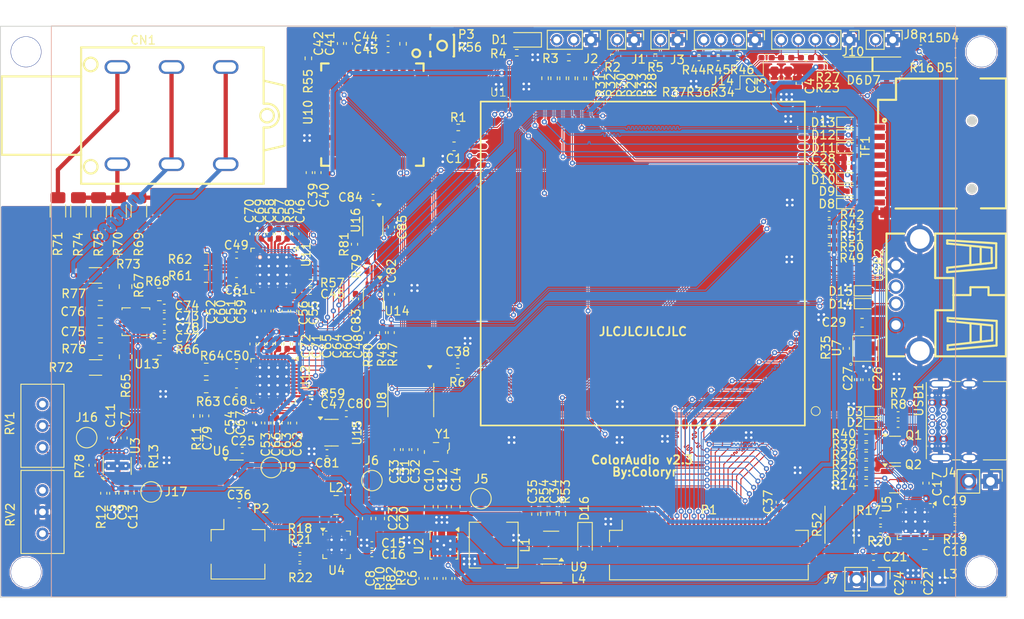
<source format=kicad_pcb>
(kicad_pcb (version 20241229) (generator "pcbnew") (generator_version "9.0")
  (layers (0 "F.Cu" signal) (2 "B.Cu" signal) (13 "F.Paste" user) (15 "B.Paste" user) (5 "F.SilkS" user "F.Silkscreen") (7 "B.SilkS" user "B.Silkscreen") (1 "F.Mask" user) (3 "B.Mask" user) (25 "Edge.Cuts" user))
  (net 0 "")
  (net 1 "Net-(U1-VCCIO4_IN)")
  (net 2 "5V")
  (net 3 "3.3V")
  (net 4 "1.8V")
  (net 5 "VCC")
  (net 6 "SYS")
  (net 7 "Net-(U3-C+)")
  (net 8 "Net-(U3-C-)")
  (net 9 "Net-(U2-SS)")
  (net 10 "Net-(U3-CP)")
  (net 11 "Net-(U4-SS{slash}TR)")
  (net 12 "Net-(C18-Pad2)")
  (net 13 "Net-(U5-BTST)")
  (net 14 "Net-(U5-REGN)")
  (net 15 "Net-(P3-ANT)")
  (net 16 "GND")
  (net 17 "Net-(U7-dV{slash}dT)")
  (net 18 "Net-(D16-K)")
  (net 19 "Net-(U10-WL-BT-ANT)")
  (net 20 "Net-(U11-VL)")
  (net 21 "Net-(U11-VD)")
  (net 22 "Net-(U12-VL)")
  (net 23 "Net-(U12-VD)")
  (net 24 "Net-(U11-FLYN_VA)")
  (net 25 "Net-(U11-FLYP_VA)")
  (net 26 "Net-(U12-FLYP_VA)")
  (net 27 "Net-(U12-FLYN_VA)")
  (net 28 "Net-(U11-FLYP_VCP)")
  (net 29 "Net-(U11-FLYC_VCP)")
  (net 30 "OP+")
  (net 31 "OP-")
  (net 32 "Net-(U11-FLYN_VCP)")
  (net 33 "Net-(U12-FLYC_VCP)")
  (net 34 "Net-(U12-FLYP_VCP)")
  (net 35 "Net-(U12-FLYN_VCP)")
  (net 36 "DAC_3V3")
  (net 37 "Net-(U11-FILT+)")
  (net 38 "Net-(U11-FILT-)")
  (net 39 "Net-(U11--VA)")
  (net 40 "Net-(U11-VCP_FILT+)")
  (net 41 "Net-(U11-VCP_FILT-)")
  (net 42 "DAC_SCL_1")
  (net 43 "Net-(U12-FILT+)")
  (net 44 "Net-(U12--VA)")
  (net 45 "Net-(U12-FILT-)")
  (net 46 "Net-(U12-VCP_FILT+)")
  (net 47 "Net-(U12-VCP_FILT-)")
  (net 48 "Net-(U13A--)")
  (net 49 "Net-(U13B--)")
  (net 50 "Net-(D1-K)")
  (net 51 "Net-(CN1-3-Pad4)")
  (net 52 "UART0_RX")
  (net 53 "Net-(CN1-Pad2)")
  (net 54 "Net-(D4-A)")
  (net 55 "POWER_ON")
  (net 56 "Net-(D5-A)")
  (net 57 "Net-(D6-K)")
  (net 58 "SD_D1")
  (net 59 "SD_D0")
  (net 60 "SD_CLK")
  (net 61 "SD_CMD")
  (net 62 "SD_D3")
  (net 63 "SD_D2")
  (net 64 "USB0_DP")
  (net 65 "USB0_DM")
  (net 66 "USB1_DM")
  (net 67 "USB1_DP")
  (net 68 "SD_DET")
  (net 69 "KEY_POWER")
  (net 70 "Net-(J1-Pin_2)")
  (net 71 "Net-(D7-A)")
  (net 72 "USBA_DM")
  (net 73 "USBA_DP")
  (net 74 "Net-(D16-A)")
  (net 75 "Net-(J2-Pin_2)")
  (net 76 "Net-(J3-Pin_2)")
  (net 77 "Net-(J10-Pin_2)")
  (net 78 "KEY_LEFT")
  (net 79 "KEY_RIGHT")
  (net 80 "KEY_DOWN")
  (net 81 "RESET")
  (net 82 "Net-(L1-Pad2)")
  (net 83 "Net-(L2-Pad1)")
  (net 84 "Net-(P1-LED-)")
  (net 85 "LCD_X2")
  (net 86 "LCD_X1")
  (net 87 "Net-(Q1-B)")
  (net 88 "LCD_D18")
  (net 89 "LCD_HSYNC")
  (net 90 "LCD_D2")
  (net 91 "LCD_D15")
  (net 92 "LCD_EN")
  (net 93 "LCD_D22")
  (net 94 "LCD_D0")
  (net 95 "LCD_D6")
  (net 96 "TP_INT")
  (net 97 "LCD_DE")
  (net 98 "LCD_D23")
  (net 99 "LCD_D11")
  (net 100 "LCD_D14")
  (net 101 "LCD_D4")
  (net 102 "LCD_D12")
  (net 103 "TP_RESET")
  (net 104 "LCD_D13")
  (net 105 "LCD_D21")
  (net 106 "LCD_D7")
  (net 107 "LCD_D8")
  (net 108 "LCD_D20")
  (net 109 "LCD_D10")
  (net 110 "LCD_D19")
  (net 111 "POWER_EN")
  (net 112 "LCD_D9")
  (net 113 "LCD_VSYNC")
  (net 114 "LCD_D17")
  (net 115 "LCD_D3")
  (net 116 "LCD_D1")
  (net 117 "LCD_CLK")
  (net 118 "LCD_D5")
  (net 119 "LCD_D16")
  (net 120 "TP_SDA")
  (net 121 "TP_SCL")
  (net 122 "USB_DET")
  (net 123 "VCC_3V3_OUT")
  (net 124 "UART0_TX")
  (net 125 "BOOT")
  (net 126 "Net-(U1-USB20_OTG0_ID)")
  (net 127 "Net-(R7-Pad2)")
  (net 128 "Net-(R8-Pad2)")
  (net 129 "Net-(U2-FB)")
  (net 130 "Net-(U3-FB+)")
  (net 131 "Net-(U3-FB-)")
  (net 132 "LED_STATE")
  (net 133 "Net-(U5-ILIM)")
  (net 134 "DAC_SDA")
  (net 135 "DAC_SCL")
  (net 136 "Net-(U4-PG)")
  (net 137 "Net-(U5-TS)")
  (net 138 "Net-(U4-FB)")
  (net 139 "Net-(U7-ILIM)")
  (net 140 "RECOVER")
  (net 141 "BAT_SDA")
  (net 142 "BAT_SCL")
  (net 143 "BAT_INT")
  (net 144 "Net-(U9-EN)")
  (net 145 "Net-(U10-WIFI_POWER)")
  (net 146 "Net-(U11-AOUTB)")
  (net 147 "Net-(U11-AOUTA)")
  (net 148 "Net-(U12-AOUTB)")
  (net 149 "Net-(U12-AOUTA)")
  (net 150 "-INA")
  (net 151 "+INA")
  (net 152 "Net-(U13A-+)")
  (net 153 "-INB")
  (net 154 "+INB")
  (net 155 "Net-(U13B-+)")
  (net 157 "REF_B")
  (net 158 "REF_A")
  (net 159 "HP_DETECT")
  (net 160 "OUT_A")
  (net 161 "OUT_B")
  (net 168 "DAC_SCLK")
  (net 169 "LCD_LED")
  (net 170 "DAC_SDIN")
  (net 172 "DAC_LRCK")
  (net 190 "DAC_INT")
  (net 191 "DAC_RESET")
  (net 194 "VCC_1V8_OUT")
  (net 195 "DAC_MCLK")
  (net 200 "Net-(USB2-VBUS)")
  (net 204 "LCD_Y1")
  (net 209 "Net-(J7-Pin_1)")
  (net 217 "USBB_DM")
  (net 221 "USBB_DP")
  (net 222 "Net-(U8-XI)")
  (net 223 "Net-(U8-XO)")
  (net 259 "DAC_SDA_1")
  (net 268 "DAC_INT_1")
  (net 272 "Net-(U3-PGOOD)")
  (net 273 "Net-(J10-Pin_4)")
  (net 274 "Net-(J10-Pin_5)")
  (net 275 "Net-(J10-Pin_3)")
  (net 276 "Net-(CN1-Pad6)")
  (net 280 "Net-(R82-Pad2)")
  (net 281 "LCD_Y2")
  (footprint "Capacitor_SMD:C_0402_1005Metric_Pad0.74x0.62mm_HandSolder" (layer "F.Cu") (at 187.93 130.2775 -90)
    (property "Reference" "C24")
    (property "Value" "10uF")
  )
  (footprint "Capacitor_SMD:C_0402_1005Metric_Pad0.74x0.62mm_HandSolder" (layer "F.Cu") (at 125.11 85.105)
    (property "Reference" "C84")
    (property "Value" "0.1uF")
  )
  (footprint "Resistor_SMD:R_1206_3216Metric_Pad1.30x1.75mm_HandSolder" (layer "F.Cu") (at 92.56 94.26)
    (property "Reference" "R73")
    (property "Value" "0")
  )
  (footprint "Resistor_SMD:R_0805_2012Metric_Pad1.20x1.40mm_HandSolder" (layer "F.Cu") (at 100.06 96.49)
    (property "Reference" "R68")
    (property "Value" "71.5")
  )
  (footprint "Capacitor_SMD:C_0402_1005Metric_Pad0.74x0.62mm_HandSolder" (layer "F.Cu") (at 95.92 113.33 90)
    (property "Reference" "C7")
    (property "Value" "1uF")
  )
  (footprint "Capacitor_SMD:C_0402_1005Metric_Pad0.74x0.62mm_HandSolder" (layer "F.Cu") (at 100.65 101.37 180)
    (property "Reference" "C77")
    (property "Value" "1.0uF")
  )
  (footprint "Capacitor_SMD:C_0402_1005Metric_Pad0.74x0.62mm_HandSolder" (layer "F.Cu") (at 180.59 102.82 90)
    (property "Reference" "R35")
    (property "Value" "100K")
  )
  (footprint "Resistor_SMD:R_0402_1005Metric_Pad0.72x0.64mm_HandSolder" (layer "F.Cu") (at 135.05 105.52)
    (property "Reference" "R6")
    (property "Value" "10K")
  )
  (footprint "Package_DFN_QFN:QFN-40-1EP_5x5mm_P0.4mm_EP3.6x3.6mm_ThermalVias" (layer "F.Cu") (at 113.406667 93.68 -90)
    (property "Reference" "U11")
    (property "Value" "CS43198")
  )
  (footprint "Capacitor_SMD:C_0402_1005Metric_Pad0.74x0.62mm_HandSolder" (layer "F.Cu") (at 112.79 98.4375 90)
    (property "Reference" "C51")
    (property "Value" "2.2uF")
  )
  (footprint "Capacitor_SMD:C_0402_1005Metric_Pad0.74x0.62mm_HandSolder" (layer "F.Cu") (at 186.6625 110.61)
    (property "Reference" "R7")
    (property "Value" "2.2R")
  )
  (footprint "Resistor_SMD:R_0805_2012Metric_Pad1.20x1.40mm_HandSolder" (layer "F.Cu") (at 105.559167 107.29)
    (property "Reference" "R63")
    (property "Value" "50")
  )
  (footprint "Diode_SMD:D_0402_1005Metric_Pad0.77x0.64mm_HandSolder" (layer "F.Cu") (at 192.125 68.72 180)
    (property "Reference" "D5")
    (property "Value" "LED")
  )
  (footprint "Capacitor_SMD:C_0402_1005Metric_Pad0.74x0.62mm_HandSolder" (layer "F.Cu") (at 183.78 127.33 180)
    (property "Reference" "C21")
    (property "Value" "10uF")
  )
  (footprint "Resistor_SMD:R_1206_3216Metric_Pad1.30x1.75mm_HandSolder" (layer "F.Cu") (at 92.94 86.69 -90)
    (property "Reference" "R75")
    (property "Value" "0")
  )
  (footprint "Capacitor_SMD:C_0402_1005Metric_Pad0.74x0.62mm_HandSolder" (layer "F.Cu") (at 117.761667 109.06)
    (property "Reference" "C47")
    (property "Value" "0.1uF")
  )
  (footprint "Capacitor_SMD:C_0402_1005Metric_Pad0.74x0.62mm_HandSolder" (layer "F.Cu") (at 163.32 68.7)
    (property "Reference" "R44")
    (property "Value" "4.7K")
  )
  (footprint "Capacitor_SMD:C_0402_1005Metric_Pad0.74x0.62mm_HandSolder" (layer "F.Cu") (at 127.9675 114.6925 90)
    (property "Reference" "C33")
    (property "Value" "1uF")
  )
  (footprint "Capacitor_SMD:C_0402_1005Metric_Pad0.74x0.62mm_HandSolder" (layer "F.Cu") (at 178.5775 89.13 180)
    (property "Reference" "R51")
    (property "Value" "4.7K")
  )
  (footprint "Resistor_SMD:R_0402_1005Metric_Pad0.72x0.64mm_HandSolder" (layer "F.Cu") (at 147.3 122.2925 -90)
    (property "Reference" "R53")
    (property "Value" "1K")
  )
  (footprint "Capacitor_SMD:C_0402_1005Metric_Pad0.74x0.62mm_HandSolder" (layer "F.Cu") (at 113.8 98.435 90)
    (property "Reference" "C59")
    (property "Value" "2.2uF")
  )
  (footprint "Package_SO:VSSOP-8_2.3x2mm_P0.5mm" (layer "F.Cu") (at 125.08 88.465 -90)
    (property "Reference" "U16")
    (property "Value" "TXS0102DCU")
  )
  (footprint "coloryr:TF-SMD_TF-PUSH" (layer "F.Cu") (at 189.6165 79.15 90)
    (property "Reference" "TF1")
    (property "Value" "Micro_SD_Card_Det1")
    (fp_poly (pts (xy 3.644867 5.621684) (xy 3.604328 5.47039) (xy 3.526012 5.334743) (xy 3.415257 5.223988) (xy 3.27961 5.145672) (xy 3.128316 5.105133) (xy 2.971684 5.105133) (xy 2.82039 5.145672) (xy 2.684743 5.223988) (xy 2.573988 5.334743) (xy 2.495672 5.47039) (xy 2.455133 5.621684) (xy 2.455133 5.778316) (xy 2.495672 5.92961) (xy 2.573988 6.065257) (xy 2.684743 6.176012) (xy 2.82039 6.254328) (xy 2.971684 6.294867) (xy 3.128316 6.294867) (xy 3.27961 6.254328) (xy 3.415257 6.176012) (xy 3.526012 6.065257) (xy 3.604328 5.92961) (xy 3.644867 5.778316)) (fill yes) (layer "Edge.Cuts"))
    (fp_poly (pts (xy -4.355133 5.621684) (xy -4.395672 5.47039) (xy -4.473988 5.334743) (xy -4.584743 5.223988) (xy -4.72039 5.145672) (xy -4.871684 5.105133) (xy -5.028316 5.105133) (xy -5.17961 5.145672) (xy -5.315257 5.223988) (xy -5.426012 5.334743) (xy -5.504328 5.47039) (xy -5.544867 5.621684) (xy -5.544867 5.778316) (xy -5.504328 5.92961) (xy -5.426012 6.065257) (xy -5.315257 6.176012) (xy -5.17961 6.254328) (xy -5.028316 6.294867) (xy -4.871684 6.294867) (xy -4.72039 6.254328) (xy -4.584743 6.176012) (xy -4.473988 6.065257) (xy -4.395672 5.92961) (xy -4.355133 5.778316)) (fill yes) (layer "Edge.Cuts"))
  )
  (footprint "coloryr:SOT-23" (layer "F.Cu") (at 186.2975 118.21)
    (property "Reference" "Q2")
    (property "Value" "PMOS")
  )
  (footprint "Resistor_SMD:R_0402_1005Metric_Pad0.72x0.64mm_HandSolder" (layer "F.Cu") (at 175.8625 68.71)
    (property "Reference" "R34")
    (property "Value" "5.1K")
  )
  (footprint "Package_SO:QSOP-16_3.9x4.9mm_P0.635mm" (layer "F.Cu") (at 129.5375 108.8925 -90)
    (property "Reference" "U8")
    (property "Value" "CH334R")
  )
  (footprint "Capacitor_SMD:C_0402_1005Metric_Pad0.74x0.62mm_HandSolder" (layer "F.Cu") (at 180.87 80.55 180)
    (property "Reference" "C28")
    (property "Value" "10uF")
  )
  (footprint "Resistor_SMD:R_0402_1005Metric_Pad0.72x0.64mm_HandSolder" (layer "F.Cu") (at 141.96 68.13)
    (property "Reference" "R4")
    (property "Value" "4.7K")
  )
  (footprint "Connector_FFC-FPC:Hirose_FH12-40S-0.5SH_1x40-1MP_P0.50mm_Horizontal" (layer "F.Cu") (at 164.48 125.47)
    (property "Reference" "P1")
    (property "Value" "~" (hide yes))
  )
  (footprint "Capacitor_SMD:C_0402_1005Metric_Pad0.74x0.62mm_HandSolder" (layer "F.Cu") (at 100.6375 99.01 180)
    (property "Reference" "C73")
    (property "Value" "1.0uF")
  )
  (footprint "Resistor_SMD:R_0805_2012Metric_Pad1.20x1.40mm_HandSolder" (layer "F.Cu") (at 105.559167 105.29)
    (property "Reference" "R64")
    (property "Value" "50")
  )
  (footprint "Connector_PinHeader_2.54mm:PinHeader_1x02_P2.54mm_Vertical" (layer "F.Cu") (at 184.34 129.9 -90)
    (property "Reference" "J7")
    (property "Value" "Conn_01x02")
  )
  (footprint "Connector_PinHeader_2.00mm:PinHeader_1x02_P2.00mm_Vertical" (layer "F.Cu") (at 160.8 66.62 -90)
    (property "Reference" "J3")
    (property "Value" "Conn_01x02")
  )
  (footprint "Diode_SMD:D_0402_1005Metric_Pad0.77x0.64mm_HandSolder" (layer "F.Cu") (at 192.125 67.59 180)
    (property "Reference" "D4")
    (property "Value" "LED")
  )
  (footprint "Capacitor_SMD:C_0402_1005Metric_Pad0.74x0.62mm_HandSolder" (layer "F.Cu") (at 115.81 98.4375 90)
    (property "Reference" "C55")
    (property "Value" "0.1uF")
  )
  (footprint "Capacitor_SMD:C_0402_1005Metric_Pad0.74x0.62mm_HandSolder" (layer "F.Cu") (at 100.6375 98 180)
    (property "Reference" "C74")
    (property "Value" "10uF")
  )
  (footprint "Capacitor_SMD:C_0402_1005Metric_Pad0.74x0.62mm_HandSolder" (layer "F.Cu") (at 109.114167 104.83 180)
    (property "Reference" "C50")
    (property "Value" "2.2uF")
  )
  (footprint "Oscillator:Oscillator_SMD_ECS_2520MV-xxx-xx-4Pin_2.5x2.0mm" (layer "F.Cu") (at 132.4925 114.98 -90)
    (property "Reference" "Y1")
    (property "Value" "12M")
  )
  (footprint "Capacitor_SMD:C_0402_1005Metric_Pad0.74x0.62mm_HandSolder" (layer "F.Cu") (at 123.05 97.01 -90)
    (property "Reference" "C83")
    (property "Value" "0.1uF")
  )
  (footprint "Diode_SMD:D_SOD-523" (layer "F.Cu") (at 183.97 110.23)
    (property "Reference" "D3")
    (property "Value" "ESD9B5.0ST5G")
  )
  (footprint "Capacitor_SMD:C_0402_1005Metric_Pad0.74x0.62mm_HandSolder" (layer "F.Cu") (at 112.039167 102.3025 -90)
    (property "Reference" "C71")
    (property "Value" "2.2uF")
  )
  (footprint "Capacitor_SMD:C_0402_1005Metric_Pad0.74x0.62mm_HandSolder" (layer "F.Cu") (at 113.044167 89.3675 90)
    (property "Reference" "C58")
    (property "Value" "15uF")
  )
  (footprint "Resistor_SMD:R_0402_1005Metric_Pad0.72x0.64mm_HandSolder" (layer "F.Cu") (at 135.1025 76.9)
    (property "Reference" "R1")
    (property "Value" "0")
  )
  (footprint "Capacitor_SMD:C_0402_1005Metric_Pad0.74x0.62mm_HandSolder" (layer "F.Cu") (at 167.84 68.7 180)
    (property "Reference" "R46")
    (property "Value" "4.7K")
  )
  (footprint "Capacitor_SMD:C_0402_1005Metric_Pad0.74x0.62mm_HandSolder" (layer "F.Cu") (at 114.81 98.4375 -90)
    (property "Reference" "C56")
    (property "Value" "10uF")
  )
  (footprint "Capacitor_SMD:C_0402_1005Metric_Pad0.74x0.62mm_HandSolder" (layer "F.Cu") (at 126.22 100.9625 90)
    (property "Reference" "R48")
    (property "Value" "4.7K")
  )
  (footprint "Resistor_SMD:R_0402_1005Metric_Pad0.72x0.64mm_HandSolder" (layer "F.Cu") (at 182.92 116.42)
    (property "Reference" "R25")
    (property "Value" "100K/NC")
  )
  (footprint "Capacitor_SMD:C_0805_2012Metric_Pad1.18x1.45mm_HandSolder" (layer "F.Cu") (at 93.13 98.52)
    (property "Reference" "C76")
    (property "Value" "4.7nf")
  )
  (footprint "coloryr:rk3506" (layer "F.Cu") (at 156.71 92.91499)
    (property "Reference" "U1")
    (property "Value" "SOM3562_18")
  )
  (footprint "coloryr:SOT-23" (layer "F.Cu") (at 186.2975 114.69)
    (property "Reference" "Q1")
    (property "Value" "NPN")
  )
  (footprint "Capacitor_SMD:C_0402_1005Metric_Pad0.74x0.62mm_HandSolder" (layer "F.Cu") (at 110.645833 111.555 90)
    (property "Reference" "C54")
    (property "Value" "2.2uF")
  )
  (footprint "coloryr:USB-A-TH_AF-ZJWG" (layer "F.Cu") (at 187.810467 96.555034 90)
    (property "Reference" "USB2")
    (property "Value" "USB_A")
  )
  (footprint "Package_DFN_QFN:Texas_RTW_WQFN-24-1EP_4x4mm_P0.5mm_EP2.7x2.7mm_ThermalVias" (layer "F.Cu") (at 188.68 123.14 -90)
    (property "Reference" "U5")
    (property "Value" "BQ25895RTW")
  )
  (footprint "Resistor_SMD:R_0402_1005Metric_Pad0.72x0.64mm_HandSolder" (layer "F.Cu") (at 182.92 118.56 180)
    (property "Reference" "R14")
    (property "Value" "10K")
  )
  (footprint "Capacitor_SMD:C_0402_1005Metric_Pad0.74x0.62mm_HandSolder" (layer "F.Cu") (at 180.8625 81.58 180)
    (property "Reference" "C30")
    (property "Value" "0.1uF")
  )
  (footprint "Capacitor_SMD:C_0402_1005Metric_Pad0.74x0.62mm_HandSolder" (layer "F.Cu") (at 115.8 111.58 90)
    (property "Reference" "C62")
    (property "Value" "0.1uF")
  )
  (footprint "Capacitor_SMD:C_0402_1005Metric_Pad0.74x0.62mm_HandSolder" (layer "F.Cu") (at 124.97 126.9 180)
    (property "Reference" "C16")
    (property "Value" "0.1uF")
  )
  (footprint "Package_SO:VSSOP-8_2.3x2mm_P0.5mm" (layer "F.Cu") (at 125.16 96.99 -90)
    (property "Reference" "U14")
    (property "Value" "TXS0102DCU")
  )
  (footprint "Capacitor_SMD:C_0402_1005Metric_Pad0.74x0.62mm_HandSolder" (layer "F.Cu") (at 110.616666 98.44 90)
    (property "Reference" "C52")
    (property "Value" "2.2uF")
  )
  (footprint "Resistor_SMD:R_0402_1005Metric_Pad0.72x0.64mm_HandSolder" (layer "F.Cu") (at 182.9175 114.31)
    (property "Reference" "R39")
    (property "Value" "100K")
  )
  (footprint "Package_SON:Texas_S-PVSON-N10_ThermalVias" (layer "F.Cu") (at 133.415 125.91 -90)
    (property "Reference" "U2")
    (property "Value" "TPS61230DRC")
  )
  (footprint "Resistor_SMD:R_0402_1005Metric_Pad0.72x0.64mm_HandSolder" (layer "F.Cu") (at 115.034167 89.3525 90)
    (property "Reference" "R58")
    (property "Value" "0")
  )
  (footprint "Capacitor_SMD:C_0402_1005Metric_Pad0.74x0.62mm_HandSolder" (layer "F.Cu") (at 111.665833 111.555 90)
    (property "Reference" "C67")
    (property "Value" "2.2uF")
  )
  (footprint "Capacitor_SMD:C_0402_1005Metric_Pad0.74x0.62mm_HandSolder" (layer "F.Cu") (at 96.7525 119.815 90)
    (property "Reference" "C13")
    (property "Value" "10uF")
  )
  (footprint "Capacitor_SMD:C_0402_1005Metric_Pad0.74x0.62mm_HandSolder" (layer "F.Cu") (at 95.6725 119.815 90)
    (property "Reference" "C9")
    (property "Value" "10uF")
  )
  (footprint "Capacitor_SMD:C_0402_1005Metric_Pad0.74x0.62mm_HandSolder" (layer "F.Cu") (at 184.6 124.13 180)
    (property "Reference" "R20")
    (property "Value" "10K")
  )
  (footprint "Capacitor_SMD:C_0805_2012Metric_Pad1.18x1.45mm_HandSolder" (layer "F.Cu") (at 93.1325 100.86)
    (property "Reference" "C75")
    (property "Value" "4.7nf")
  )
  (footprint "Capacitor_SMD:C_0402_1005Metric_Pad0.74x0.62mm_HandSolder" (layer "F.Cu") (at 109.1 107.82)
    (property "Reference" "C68")
    (property "Value" "2.2uF")
  )
  (footprint "Diode_SMD:D_SOD-323_HandSoldering" (layer "F.Cu") (at 185.73 69.49)
    (property "Reference" "D7")
    (property "Value" "D")
  )
  (footprint "Capacitor_SMD:C_0402_1005Metric_Pad0.74x0.62mm_HandSolder" (layer "F.Cu") (at 126.8725 66.42 180)
    (property "Reference" "C44")
    (property "Value" "10pF")
  )
  (footprint "Capacitor_SMD:C_0402_1005Metric_Pad0.74x0.62mm_HandSolder" (layer "F.Cu") (at 118.65 82.1975 90)
    (property "Reference" "C40")
    (property "Value" "0.1uF")
  )
  (footprint "Diode_SMD:D_SOD-523" (layer "F.Cu") (at 180.7125 85.83)
    (property "Reference" "D8")
    (property "Value" "ESD9B5.0ST5G")
  )
  (footprint "Resistor_SMD:R_0805_2012Metric_Pad1.20x1.40mm_HandSolder" (layer "F.Cu") (at 93.17 102.9)
    (property "Reference" "R76")
    (property "Value" "82")
  )
  (footprint "Capacitor_SMD:C_0402_1005Metric_Pad0.74x0.62mm_HandSolder" (layer "F.Cu") (at 124.4 100.985 -90)
    (property "Reference" "R80")
    (property "Value" "3.3K")
  )
  (footprint "Capacitor_SMD:C_0402_1005Metric_Pad0.74x0.62mm_HandSolder" (layer "F.Cu") (at 119.71 115.07)
    (property "Reference" "C81")
    (property "Value" "1uF")
  )
  (footprint "Resistor_SMD:R_0402_1005Metric_Pad0.72x0.64mm_HandSolder" (layer "F.Cu") (at 148.42501 71.13249 -90)
    (property "Reference" "R29")
    (property "Value" "10K")
  )
  (footprint "Resistor_SMD:R_1206_3216Metric_Pad1.30x1.75mm_HandSolder" (layer "F.Cu") (at 95.28 86.69 -90)
    (property "Reference" "R70")
    (property "Value" "0")
  )
  (footprint "Capacitor_SMD:C_0402_1005Metric_Pad0.74x0.62mm_HandSolder" (layer "F.Cu") (at 189 130.28 -90)
    (property "Reference" "C22")
    (property "Value" "10uF")
  )
  (footprint "Resistor_SMD:R_1206_3216Metric_Pad1.30x1.75mm_HandSolder" (layer "F.Cu") (at 92.58 105.06)
    (property "Reference" "R72")
    (property "Value" "0")
  )
  (footprint "Capacitor_SMD:C_0402_1005Metric_Pad0.74x0.62mm_HandSolder" (layer "F.Cu") (at 116.53 127.45)
    (property "Reference" "R21")
    (property "Value" "750K")
  )
  (footprint "Capacitor_SMD:C_0402_1005Metric_Pad0.74x0.62mm_HandSolder" (layer "F.Cu") (at 193.3275 122.89)
    (property "Reference" "R19")
    (property "Value" "10K")
  )
  (footprint "Resistor_SMD:R_0805_2012Metric_Pad1.20x1.40mm_HandSolder" (layer "F.Cu") (at 93.16 96.47)
    (property "Reference" "R77")
    (property "Value" "82")
  )
  (footprint "Capacitor_SMD:C_0402_1005Metric_Pad0.74x0.62mm_HandSolder" (layer "F.Cu") (at 182.9 106.4875 -90)
    (property "Reference" "C26")
    (property "Value" "1uF")
  )
  (footprint "Diode_SMD:D_SOD-523" (layer "F.Cu") (at 182.78 96.06)
    (property "Reference" "D15")
    (property "Value" "ESD9B5.0ST5G")
  )
  (footprint "TestPoint:TestPoint_Pad_D2.0mm" (layer "F.Cu") (at 137.76 120.44)
    (property "Reference" "J5")
    (property "Value" "TestPoint")
  )
  (footprint "Resistor_SMD:R_0402_1005Metric_Pad0.72x0.64mm_HandSolder" (layer "F.Cu") (at 147.38501 71.13249 -90)
    (property "Reference" "R30")
    (property "Value" "47K")
  )
  (footprint "Capacitor_SMD:C_0402_1005Metric_Pad0.74x0.62mm_HandSolder" (layer "F.Cu") (at 178.5775 87.1 180)
    (property "Reference" "R42")
    (property "Value" "4.7K")
  )
  (footprint "Diode_SMD:D_SOD-523" (layer "F.Cu") (at 180.73 76.3)
    (property "Reference" "D13")
    (property "Value" "ESD9B5.0ST5G")
  )
  (footprint "Resistor_SMD:R_0402_1005Metric_Pad0.72x0.64mm_HandSolder" (layer "F.Cu") (at 117.781667 95.1075)
    (property "Reference" "R57")
    (property "Value" "0")
  )
  (footprint "TestPoint:TestPoint_Pad_D2.0mm" (layer "F.Cu") (at 113.18 116.8)
    (property "Reference" "J9")
    (property "Value" "TestPoint")
  )
  (footprint "Resistor_SMD:R_0805_2012Metric_Pad1.20x1.40mm_HandSolder" (layer "F.Cu") (at 105.554167 94.3375)
    (property "Reference" "R61")
    (property "Value" "50")
  )
  (footprint "Package_TO_SOT_SMD:SOT-23-5" (layer "F.Cu") (at 120.24 112.71)
    (property "Reference" "U15")
    (property "Value" "LP5907MFX-3.3")
  )
  (footprint "Diode_SMD:D_SOD-323_HandSoldering" (layer "F.Cu") (at 149.96 125.2525 -90)
    (property "Reference" "D16")
    (property "Value" "D")
  )
  (footprint "Capacitor_SMD:C_0402_1005Metric_Pad0.74x0.62mm_HandSolder" (layer "F.Cu") (at 189.32 67.59)
    (property "Reference" "R15")
    (property "Value" "10K")
  )
  (footprint "Capacitor_SMD:C_0402_1005Metric_Pad0.74x0.62mm_HandSolder" (layer "F.Cu") (at 135.04 104.28 180)
    (property "Reference" "C38")
    (property "Value" "0.1uF")
  )
  (footprint "Capacitor_SMD:C_0402_1005Metric_Pad0.74x0.62mm_HandSolder" (layer "F.Cu") (at 116.5325 128.47 180)
    (property "Reference" "R22")
    (property "Value" "240K")
  )
  (footprint "Capacitor_SMD:C_0402_1005Metric_Pad0.74x0.62mm_HandSolder" (layer "F.Cu") (at 124.41 93.155 90)
    (property "Reference" "R79")
    (property "Value" "3.3K")
  )
  (footprint "Package_DFN_QFN:QFN-40-1EP_5x5mm_P0.4mm_EP3.6x3.6mm_ThermalVias" (layer "F.Cu") (at 113.406667 106.63 -90)
    (property "Reference" "U12")
    (property "Value" "CS43198")
  )
  (footprint "Resistor_SMD:R_0402_1005Metric_Pad0.72x0.64mm_HandSolder" (layer "F.Cu") (at 104.44 110.75 -90)
    (property "Reference" "R11")
    (property "Value" "10K")
  )
  (footprint "Capacitor_SMD:C_0402_1005Metric_Pad0.74x0.62mm_HandSolder" (layer "F.Cu") (at 113.039167 102.3 90)
    (property "Reference" "C65")
    (property "Value" "15uF")
  )
  (footprint "Capacitor_SMD:C_0402_1005Metric_Pad0.74x0.62mm_HandSolder" (layer "F.Cu") (at 130.0075 114.6925 90)
    (property "Reference" "C32")
    (property "Value" "0.1uF")
  )
  (footprint "Capacitor_SMD:C_0402_1005Metric_Pad0.74x0.62mm_HandSolder" (layer "F.Cu") (at 186.6625 111.73)
    (property "Reference" "R8")
    (property "Value" "2.2R")
  )
  (footprint "Diode_SMD:D_SOD-523" (layer "F.Cu") (at 182.79 97.57)
    (property "Reference" "D14")
    (property "Value" "ESD9B5.0ST5G")
  )
  (footprint "Potentiometer_THT:Potentiometer_Bourns_3296W_Vertical" (layer "F.Cu") (at 86.36 114.44 -90)
    (property "Reference" "RV1")
    (property "Value" "R_Potentiometer")
  )
  (footprint "Capacitor_SMD:C_0603_1608Metric_Pad1.08x0.95mm_HandSolder" (layer "F.Cu") (at 124.38 122.78 -90)
    (property "Reference" "C23")
    (property "Value" "22uF")
  )
  (footprint "Capacitor_SMD:C_0402_1005Metric_Pad0.74x0.62mm_HandSolder" (layer "F.Cu") (at 172.73 120.87 -90)
    (property "Reference" "C37")
    (property "Value" "0.1uF")
  )
  (footprint "Resistor_SMD:R_0402_1005Metric_Pad0.72x0.64mm_HandSolder" (layer "F.Cu") (at 158.2 68.66)
    (property "Reference" "R5")
    (property "Value" "100")
  )
  (footprint "Resistor_SMD:R_0805_2012Metric_Pad1.20x1.40mm_HandSolder" (layer "F.Cu") (at 100.07 102.91)
    (property "Reference" "R66")
    (property "Value" "71.5")
  )
  (footprint "Capacitor_SMD:C_0402_1005Metric_Pad0.74x0.62mm_HandSolder" (layer "F.Cu") (at 93.5425 119.815 90)
    (property "Reference" "R12")
    (property "Value" "549K")
  )
  (footprint "Resistor_SMD:R_1206_3216Metric_Pad1.30x1.75mm_HandSolder" (layer "F.Cu") (at 88.17 86.69 -90)
    (property "Reference" "R71")
    (property "Value" "0")
  )
  (footprint "Capacitor_SMD:C_0603_1608Metric_Pad1.08x0.95mm_HandSolder" (layer "F.Cu") (at 133.23 121.39 90)
    (property "Reference" "C12")
    (property "Value" "22uF")
  )
  (footprint "Capacitor_SMD:C_0402_1005Metric_Pad0.74x0.62mm_HandSolder" (layer "F.Cu") (at 144.07 122.2925 -90)
    (property "Reference" "C35")
    (property "Value" "1uF")
  )
  (footprint "Capacitor_SMD:C_0402_1005Metric_Pad0.74x0.62mm_HandSolder" (layer "F.Cu") (at 100.6475 100.37 180)
    (property "Reference" "C78")
    (property "Value" "10uF")
  )
  (footprint "Resistor_SMD:R_0402_1005Metric_Pad0.72x0.64mm_HandSolder" (layer "F.Cu") (at 171.2425 68.71)
    (property "Reference" "R37")
    (property "Value" "100")
  )
  (footprint "Capacitor_SMD:C_0402_1005Metric_Pad0.74x0.62mm_HandSolder" (layer "F.Cu") (at 94.3625 113.3375 -90)
    (property "Reference" "C11")
    (property "Value" "10uF")
  )
  (footprint "coloryr:TCKE812" (layer "F.Cu") (at 182.83 102.83 90)
    (property "Reference" "U7")
    (property "Value" "TCKE812")
  )
  (footprint "Capacitor_SMD:C_0603_1608Metric_Pad1.08x0.95mm_HandSolder" (layer "F.Cu") (at 131.66 121.39 90)
    (property "Reference" "C10")
    (property "Value" "22uF")
  )
  (footprint "Diode_SMD:D_SOD-323_HandSoldering" (layer "F.Cu") (at 142.84 66.62 180)
    (property "Reference" "D1")
    (property "Value" "D")
  )
  (footprint "Connector_PinHeader_2.00mm:PinHeader_1x03_P2.00mm_Vertical" (layer "F.Cu") (at 150.65 66.62 -90)
    (property "Reference" "J2")
    (property "Value" "Conn_01x03")
  )
  (footprint "Capacitor_SMD:C_0402_1005Metric_Pad0.74x0.62mm_HandSolder" (layer "F.Cu") (at 111.039167 89.3725 -90)
    (property "Reference" "C70")
    (property "Value" "2.2uF")
  )
  (footprint "Capacitor_SMD:C_0402_1005Metric_Pad0.74x0.62mm_HandSolder" (layer "F.Cu") (at 114.8 111.58 -90)
    (property "Reference" "C63")
    (property "Value" "10uF")
  )
  (footprint "Resistor_SMD:R_0402_1005Metric_Pad0.72x0.64mm_HandSolder" (layer "F.Cu") (at 150.51501 71.15499 -90)
    (property "Reference" "R28")
    (property "Value" "10K")
  )
  (footprint "Capacitor_SMD:C_0402_1005Metric_Pad0.74x0.62mm_HandSolder" (layer "F.Cu") (at 124.97 125.87)
    (property "Reference" "C15")
    (property "Value" "10uF")
  )
  (footprint "Capacitor_SMD:C_0402_1005Metric_Pad0.74x0.62mm_HandSolder" (layer "F.Cu") (at 165.58 68.7)
    (property "Reference" "R45")
    (property "Value" "4.7K")
  )
  (footprint "Resistor_SMD:R_0402_1005Metric_Pad0.72x0.64mm_HandSolder" (layer "F.Cu") (at 182.92 117.48)
    (property "Reference" "R24")
    (property "Value" "10K")
  )
  (footprint "Capacitor_SMD:C_0402_1005Metric_Pad0.74x0.62mm_HandSolder" (layer "F.Cu") (at 94.5925 119.8225 -90)
    (property "Reference" "C5")
    (property "Value" "10uF")
  )
  (footprint "Capacitor_SMD:C_0402_1005Metric_Pad0.74x0.62mm_HandSolder" (layer "F.Cu") (at 111.039167 102.3025 -90)
    (property "Reference" "C72")
    (property "Value" "2.2uF")
  )
  (footprint "Inductor_SMD:L_Changjiang_FXL0530" (layer "F.Cu") (at 139.255 125.9 90)
    (property "Reference" "L1")
    (property "Value" "1.0uH")
  )
  (footprint "Capacitor_SMD:C_0402_1005Metric_Pad0.74x0.62mm_HandSolder" (layer "F.Cu") (at 135.04 129.8175 -90)
    (property "Reference" "C6")
    (property "Value" "22uF")
  )
  (footprint "Resistor_SMD:R_0402_1005Metric_Pad0.72x0.64mm_HandSolder" (layer "F.Cu") (at 148.0625 68.7)
    (property "Reference" "R3")
    (property "Value" "100")
  )
  (footprint "Resistor_SMD:R_0402_1005Metric_Pad0.72x0.64mm_HandSolder" (layer "F.Cu") (at 173.54 68.71)
    (property "Reference" "R36")
    (property "Value" "3K")
  )
  (footprint "Resistor_SMD:R_0402_1005Metric_Pad0.72x0.64mm_HandSolder" (layer "F.Cu") (at 182.9175 113.27 180)
    (property "Reference" "R40")
    (property "Value" "150K")
  )
  (footprint "Resistor_SMD:R_0402_1005Metric_Pad0.72x0.64mm_HandSolder" (layer "F.Cu") (at 128.63 67.0875 -90)
    (property "Reference" "R56")
    (property "Value" "0")
  )
  (footprint "Resistor_SMD:R_0402_1005Metric_Pad0.72x0.64mm_HandSolder" (layer "F.Cu") (at 178.1775 68.71)
    (property "Reference" "R27")
    (property "Value" "12K")
  )
  (footprint "Inductor_SMD:L_TDK_NLV25_2.5x2.0mm" (layer "F.Cu") (at 146.01 129.23)
    (property "Reference" "L4")
    (property "Value" "10uH")
  )
  (footprint "Capacitor_SMD:C_0402_1005Metric_Pad0.74x0.62mm_HandSolder" (layer "F.Cu") (at 178.585 88.11 180)
    (property "Reference" "R43")
    (property "Value" "4.7K")
  )
  (footprint "Resistor_SMD:R_0402_1005Metric_Pad0.72x0.64mm_HandSolder" (layer "F.Cu") (at 145.27501 71.12499 -90)
    (property "Reference" "R31")
    (property "Value" "47K")
  )
  (footprint "Resistor_SMD:R_0402_1005Metric_Pad0.72x0.64mm_HandSolder" (layer "F.Cu") (at 145.14 122.28 90)
    (property "Reference" "R54")
    (property "Value" "10K")
  )
  (footprint "Capacitor_SMD:C_0603_1608Metric_Pad1.08x0.95mm_HandSolder" (layer "F.Cu") (at 172.17 71.1575 90)
    (property "Reference" "C2")
    (property "Value" "22uF")
  )
  (footprint "TestPoint:TestPoint_Pad_D2.0mm" (layer "F.Cu") (at 99.09 119.66)
    (property "Reference" "J17")
    (property "Value" "TestPoint")
  )
  (footprint "Capacitor_SMD:C_0402_1005Metric_Pad0.74x0.62mm_HandSolder" (layer "F.Cu") (at 189.93 118.63 90)
    (property "Reference" "C17")
    (property "Value" "1uF")
  )
  (footprint "Capacitor_SMD:C_0402_1005Metric_Pad0.74x0.62mm_HandSolder" (layer "F.Cu") (at 114.029167 102.3025 90)
    (property "Reference" "C64")
    (property "Value" "15uF")
  )
  (footprint "Capacitor_SMD:C_0402_1005Metric_Pad0.74x0.62mm_HandSolder" (layer "F.Cu") (at 109.116667 91.8775 180)
    (property "Reference" "C49")
    (property "Value" "2.2uF")
  )
  (footprint "Resistor_SMD:R_0805_2012Metric_Pad1.20x1.40mm_HandSolder" (layer "F.Cu") (at 96.11 103.8 -90)
    (property "Reference" "R65")
    (property "Value" "510")
  )
  (footprint "Diode_SMD:D_SOD-323_HandSoldering" (layer "F.Cu") (at 181.5875 69.5 180)
    (property "Reference" "D6")
    (property "Value" "D")
  )
  (footprint "Capacitor_SMD:C_0402_1005Metric_Pad0.74x0.62mm_HandSolder" (layer "F.Cu") (at 181.91 106.4875 -90)
    (property "Reference" "C27")
    (property "Value" "120pF")
  )
  (footprint "Connector_PinHeader_2.54mm:PinHeader_1x02_P2.54mm_Vertical" (layer "F.Cu") (at 197.49 118.42 -90)
    (property "Reference" "J4")
    (property "Value" "Conn_01x02")
  )
  (footprint "Capacitor_SMD:C_0402_1005Metric_Pad0.74x0.62mm_HandSolder" (layer "F.Cu") (at 122.34 67.0525 -90)
    (property "Reference" "C41")
    (property "Value" "0.1uF")
  )
  (footprint "Capacitor_SMD:C_0402_1005Metric_Pad0.74x0.62mm_HandSolder" (layer "F.Cu") (at 109.7825 114.78 180)
    (property "Reference" "C25")
    (property "Value" "1uF")
  )
  (footprint "Package_TO_SOT_SMD:SOT-23-5_HandSoldering" (layer "F.Cu") (at 109 117.53)
    (property "Reference" "U6")
    (property "Value" "~")
  )
  (footprint "Diode_SMD:D_SOD-523" (layer "F.Cu") (at 180.73 77.79)
    (property "Reference" "D12")
    (property "Value" "ESD9B5.0ST5G")
  )
  (footprint "Capacitor_SMD:C_0402_1005Metric_Pad0.74x0.62mm_HandSolder" (layer "F.Cu") (at 116.5375 126.41)
    (property "Reference" "R18")
    (property "Value" "100K")
  )
  (footprint "Resistor_SMD:R_1206_3216Metric_Pad1.30x1.75mm_HandSolder" (layer "F.Cu") (at 90.58 86.69 -90)
    (property "Reference" "R74")
    (property "Value" "0")
  )
  (footprint "Capacitor_SMD:C_0603_1608Metric_Pad1.08x0.95mm_HandSolder" (layer "F.Cu") (at 182.4375 99.81)
    (property "Reference" "C29")
    (property "Value" "22uF")
  )
  (footprint "Resistor_SMD:R_0402_1005Metric_Pad0.72x0.64mm_HandSolder" (layer "F.Cu") (at 117.53 68.79 -90)
    (property "Reference" "R55")
    (property "Value" "10K")
  )
  (footprint "Capacitor_SMD:C_0402_1005Metric_Pad0.74x0.62mm_HandSolder" (layer "F.Cu") (at 116.049167 102.3025 90)
    (property "Reference" "C48")
    (property "Value" "0.1uF")
  )
  (footprint "Inductor_SMD:L_1008_2520Metric_Pad1.43x2.20mm_HandSolder" (layer "F.Cu") (at 189.8 127.54 180)
    (property "Reference" "L3")
    (property "Value" "2,2uH")
  )
  (footprint "Capacitor_SMD:C_0402_1005Metric_Pad0.74x0.62mm_HandSolder" (layer "F.Cu") (at 116.049167 89.3725 90)
    (property "Reference" "C46")
    (property "Value" "0.1uF")
  )
  (footprint "Capacitor_SMD:C_0402_1005Metric_Pad0.74x0.62mm_HandSolder" (layer "F.Cu") (at 178.59 91.14 180)
    (property "Reference" "R49")
    (property "Value" "4.7K")
  )
  (footprint "Package_TO_SOT_SMD:SOT-23-6_Handsoldering" (layer "F.Cu") (at 145.99 125.88 180)
    (property "Reference" "U9")
    (property "Value" "STI9287")
  )
  (footprint "Capacitor_SMD:C_0402_1005Metric_Pad0.74x0.62mm_HandSolder" (layer "F.Cu") (at 146.22 122.2575 90)
    (property "Reference" "C34")
    (property "Value" "1uF")
  )
  (footprint "Resistor_SMD:R_0402_1005Metric_Pad0.72x0.64mm_HandSolder" (layer "F.Cu") (at 178.18 69.79)
    (property "Reference" "R23")
    (property "Value" "10K")
  )
  (footprint "Diode_SMD:D_SOD-523" (layer "F.Cu") (at 183.9625 111.73)
    (property "Reference" "D2")
    (property "Value" "ESD9B5.0ST5G")
  )
  (footprint "Resistor_SMD:R_0402_1005Metric_Pad0.72x0.64mm_HandSolder" (layer "F.Cu") (at 182.92 115.36)
    (property "Reference" "R26")
    (property "Value" "1K")
  )
  (footprint "Capacitor_SMD:C_0402_1005Metric_Pad0.74x0.62mm_HandSolder" (layer "F.Cu") (at 175.07 71.7125 90)
    (property "Reference" "C4")
    (property "Value" "10uF")
  )
  (footprint "Capacitor_SMD:C_0402_1005Metric_Pad0.74x0.62mm_HandSolder" (layer "F.Cu") (at 184.605 123.08 180)
    (property "Reference" "R17")
    (property "Value" "260")
  )
  (footprint "Capacitor_SMD:C_0402_1005Metric_Pad0.74x0.62mm_HandSolder" (layer "F.Cu") (at 117.64 82.1975 90)
    (property "Reference" "C39")
    (property "Value" "4.7uF")
  )
  (footprint "Capacitor_SMD:C_0402_1005Metric_Pad0.74x0.62mm_HandSolder" (layer "F.Cu") (at 109.109167 94.87)
    (property "Reference" "C61")
    (property "Value" "2.2uF")
  )
  (footprint "Capacitor_SMD:C_0402_1005Metric_Pad0.74x0.62mm_HandSolder" (layer "F.Cu") (at 134 129.8075 90)
    (property "Reference" "R9")
    (property "Value" "390K")
  )
  (footprint "Capacitor_SMD:C_0402_1005Metric_Pad0.74x0.62mm_HandSolder" (layer "F.Cu") (at 127.26 88.595 90)
    (property "Reference" "C85")
    (property "Value" "0.1uF")
  )
  (footprint "Capacitor_SMD:C_0603_1608Metric_Pad1.08x0.95mm_HandSolder" (layer "F.Cu") (at 134.6075 79.12 180)
    (property "Reference" "C1")
    (property "Value" "22uF")
  )
  (footprint "Resistor_SMD:R_0402_1005Metric_Pad0.72x0.64mm_HandSolder" (layer "F.Cu") (at 153.1375 68.69)
    (property "Reference" "R2")
    (property "Value" "100")
  )
  (footprint "Capacitor_SMD:C_0603_1608Metric_Pad1.08x0.95mm_HandSolder" (layer "F.Cu") (at 134.8 121.39 90)
    (property "Reference" "C14")
    (property "Value" "22uF")
  )
  (footprint "Capacitor_SMD:C_0402_1005Metric_Pad0.74x0.62mm_HandSolder" (layer "F.Cu") (at 92.1725 116.525 -90)
    (property "Reference" "R78")
    (property "Value" "10K")
  )
  (footprint "Capacitor_SMD:C_0402_1005Metric_Pad0.74x0.62mm_HandSolder" (layer "F.Cu") (at 193.335 121.88 180)
    (property "Reference" "C19")
    (property "Value" "4.7uF")
  )
  (footprint "Capacitor_SMD:C_0402_1005Metric_Pad0.74x0.62mm_HandSolder" (layer "F.Cu") (at 112.78 111.58 90)
    (property "Reference" "C53")
    (property "Value" "2.2uF")
  )
  (footprint "Capacitor_SMD:C_0402_1005Metric_Pad0.74x0.62mm_HandSolder" (layer "F.Cu") (at 105.49 110.74 -90)
    (property "Reference" "C79")
    (property "Value" "1uF")
  )
  (footprint "Capacitor_SMD:C_0402_1005Metric_Pad0.74x0.62mm_HandSolder" (layer "F.Cu") (at 121.98 110.48)
    (property "Reference" "C80")
    (property "Value" "1uF")
  )
  (footprint "Connector_PinHeader_2.00mm:PinHeader_1x05_P2.00mm_Vertical" (layer "F.Cu") (at 180.96 66.62 -90)
    (property "Reference" "J10")
    (property "Value" "Conn_01x05")
  )
  (footprint "TestPoint:TestPoint_Pad_D2.0mm" (layer "F.Cu") (at 124.98 118.33 90)
    (property "Reference" "J6")
    (property "Value" "TestPoint")
  )
  (footprint "Resistor_SMD:R_0805_2012Metric_Pad1.20x1.40mm_HandSolder" (layer "F.Cu") (at 105.564167 92.3375)
    (property "Reference" "R62")
    (property "Value" "50")
  )
  (footprint "Capacitor_SMD:C_0402_1005Metric_Pad0.74x0.62mm_HandSolder" (layer "F.Cu") (at 111.660833 98.435 90)
    (property "Reference" "C60")
    (property "Value" "2.2uF")
  )
  (footprint "Resistor_SMD:R_0402_1005Metric_Pad0.72x0.64mm_HandSolder" (layer "F.Cu") (at 115.039167 102.2825 90)
    (property "Reference" "R60")
    (property "Value" "0")
  )
  (footprint "coloryr:IPEX-SMD_BWIPX-1-001E" (layer "F.Cu") (at 132.4475 67.3)
    (property "Reference" "P3")
    (property "Value" "~")
  )
  (footprint "Diode_SMD:D_SOD-523" (layer "F.Cu") (at 180.7125 82.83)
    (property "Reference" "D10")
    (property "Value" "ESD9B5.0ST5G")
  )
  (footprint "coloryr:AUDIO-TH_PJ-625G" (layer "F.Cu") (at 101.49 75.51)
    (property "Reference" "CN1")
    (property "Value" "~")
  )
  (footprint "Capacitor_SMD:C_0402_1005Metric_Pad0.74x0.62mm_HandSolder" (layer "F.Cu") (at 98.0325 116.6075 90)
    (property "Reference" "R13")
    (property "Value" "511K")
  )
  (footprint "Resistor_SMD:R_0402_1005Metric_Pad0.72x0.64mm_HandSolder" (layer "F.Cu") (at 149.47501 71.14499 -90)
    (property "Reference" "R33")
    (property "Value" "47K")
  )
  (footprint "Capacitor_SMD:C_0402_1005Metric_Pad0.74x0.62mm_HandSolder" (layer "F.Cu") (at 126.8725 67.76 180)
    (property "Reference" "C43")
    (property "Value" "10pF")
  )
  (footprint "Capacitor_SMD:C_0402_1005Metric_Pad0.74x0.62mm_HandSolder" (layer "F.Cu") (at 113.79 111.5775 90)
    (property "Reference" "C66")
    (property "Value" "2.2uF")
  )
  (footprint "Capacitor_SMD:C_0402_1005Metric_Pad0.74x0.62mm_HandSolder" (layer "F.Cu") (at 128.9875 114.6925 90)
    (property "Reference" "C31")
    (property "Value" "10uF")
  )
  (footprint "TestPoint:TestPoint_Pad_D2.0mm" (layer "F.Cu") (at 91.54 113.29)
    (property "Reference" "J16")
    (property "Value" "TestPoint")
  )
  (footprint "Package_DFN_QFN:VQFN-16-1EP_3x3mm_P0.5mm_EP1.68x1.68mm_ThermalVias" (layer "F.Cu") (at 120.84 125.8675)
    (property "Reference" "U4")
    (property "Value" "TLV6213x")
  )
  (footprint "Capacitor_SMD:C_0402_1005Metric_Pad0.74x0.62mm_HandSolder" (layer "F.Cu") (at 130.86 129.8075 90)
    (property "Reference" "C8")
    (property "Value" "10nF")
  )
  (footprint "Capacitor_SMD:C_0402_1005Metric_Pad0.74x0.62mm_HandSolder" (layer "F.Cu") (at 109.42 121.17)
    (property "Reference" "C36")
    (property "Value" "0.1uF")
  )
  (footprint "Potentiometer_THT:Potentiometer_Bourns_3296W_Vertical" (layer "F.Cu") (at 86.36 119.47 90)
    (property "Reference" "RV2")
    (property "Value" "R_Potentiometer")
  )
  (footprint "Resistor_SMD:R_2512_6332Metric_Pad1.40x3.35mm_HandSolder" (layer "F.Cu") (at 179.8 123.51 90)
    (property "Reference" "R52")
    (property "Value" "10")
  )
  (footprint "Resistor_SMD:R_0805_2012Metric_Pad1.20x1.40mm_HandSolder" (layer "F.Cu") (at 96.1 95.57 90)
    (property "Reference" "R67")
    (property "Value" "510")
  )
  (footprint "Capacitor_SMD:C_0402_1005Metric_Pad0.74x0.62mm_HandSolder" (layer "F.Cu") (at 132.96 129.81 90)
    (property "Reference" "R82")
    (property "Value" "12K")
  )
  (footprint "Capacitor_SMD:C_0402_1005Metric_Pad0.74x0.62mm_HandSolder" (layer "F.Cu") (at 114.029167 89.3725 90)
    (property "Reference" "C57")
    (property "Value" "15uF")
  )
  (footprint "Inductor_SMD:L_1008_2520Metric_Pad1.43x2.20mm_HandSolder" (layer "F.Cu") (at 120.7825 121.2)
    (property "Reference" "L2")
    (property "Value" "2,2uH")
  )
  (footprint "Connector_PinHeader_2.00mm:PinHeader_1x02_P2.00mm_Vertical" (layer "F.Cu") (at 186.03 66.62 -90)
    (property "Reference" "J8")
    (property "Value" "Conn_01x02")
  )
  (footprint "Capacitor_SMD:C_0402_1005Metric_Pad0.74x0.62mm_HandSolder" (layer "F.Cu") (at 178.58 90.14 180)
    (property "Reference" "R50")
    (property "Value" "4.7K")
  )
  (footprint "Resistor_SMD:R_0402_1005Metric_Pad0.72x0.64mm_HandSolder" (layer "F.Cu") (at 146.33501 71.13249 -90)
    (property "Reference" "R32")
    (property "Value" "47K")
  )
  (footprint "Connector_USB:USB_C_Receptacle_GCT_USB4085" (layer "F.Cu") (at 190.65 114.28 90)
    (property "Reference" "USB1")
    (property "Value" "USB_C_Plug_USB2.0")
  )
  (footprint "Capacitor_SMD:C_0402_1005Metric_Pad0.74x0.62mm_HandSolder" (layer "F.Cu") (at 131.91 129.8125 -90)
    (property "Reference" "R10")
    (property "Value" "100K")
  )
  (footprint "Capacitor_SMD:C_0603_1608Metric_Pad1.08x0.95mm_HandSolder" (layer "F.Cu") (at 173.77 71.16 90)
    (property "Reference" "C3")
    (property "Value" "22uF")
  )
  (footprint "coloryr:AIC8800模组" (layer "F.Cu") (at 131.035 69.395 -90)
    (property "Reference" "U10")
    (property "Value" "AIC8800")
  )
  (footprint "Capacitor_SMD:C_0402_1005Metric_Pad0.74x0.62mm_HandSolder" (layer "F.Cu") (at 193.325 123.9 180)
    (property "Reference" "C18")
    (property "Value" "47nF")
  )
  (footprint "Resistor_SMD:R_1206_3216Metric_Pad1.30x1.75mm_HandSolder" (layer "F.Cu") (at 97.66 86.69 -90)
    (property "Reference" "R69")
    (property "Value" "0")
  )
  (footprint "Capacitor_SMD:C_0402_1005Metric_Pad0.74x0.62mm_HandSolder" (layer "F.Cu") (at 127.27 96.475 90)
    (property "Reference" "C82")
    (property "Value" "0.1uF")
  )
  (footprint "Diode_SMD:D_SOD-523" (layer "F.Cu") (at 180.7125 84.32)
    (property "Reference" "D9")
    (property "Value" "ESD9B5.0ST5G")
  )
  (footprint "Capacitor_SMD:C_0402_1005Metric_Pad0.74x0.62mm_HandSolder" (layer "F.Cu") (at 112.044167 89.3725 -90)
    (property "Reference" "C69")
    (property "Value" "2.2uF")
  )
  (footprint "Capacitor_SMD:C_0402_1005Metric_Pad0.74x0.62mm_HandSolder" (layer "F.Cu") (at 121.3 67.0525 -90)
    (property "Reference" "C42")
    (property "Value" "10uF")
  )
  (footprint "Package_SON:WSON-12-1EP_3x2mm_P0.5mm_EP1x2.65_ThermalVias" (layer "F.Cu") (at 95.12 116.61 90)
    (property "Reference" "U3")
    (property "Value" "LM27762")
  )
  (footprint "Capacitor_SMD:C_0402_1005Metric_Pad0.74x0.62mm_HandSolder" (layer "F.Cu") (at 127.24 100.9625 90)
    (property "Reference" "R47")
    (property "Value" "4.7K")
  )
  (footprint "Capacitor_SMD:C_0402_1005Metric_Pad0.74x0.62mm_HandSolder" (layer "F.Cu") (at 122.94 90.605 -90)
    (property "Reference" "R81")
    (property "Value" "3.3K")
  )
  (footprint "Capacitor_SMD:C_0402_1005Metric_Pad0.74x0.62mm_HandSolder" (layer "F.Cu") (at 117.761667 96.1075)
    (property "Reference" "C45")
    (property "Value" "0.1uF")
  )
  (footprint "Resistor_SMD:R_0402_1005Metric_Pad0.72x0.64mm_HandSolder" (layer "F.Cu") (at 117.781667 108.06)
    (property "Reference" "R59")
    (property "Value" "0")
  )
  (footprint "Capacitor_SMD:C_0603_1608Metric_Pad1.08x0.95mm_HandSolder" (layer "F.Cu") (at 125.94 122.78 -90)
    (property "Reference" "C20")
    (property "Value" "22uF")
  )
  (footprint "Diode_SMD:D_SOD-523" (layer "F.Cu") (at 180.73 79.3)
    (property "Reference" "D11")
    (property "Value" "ESD9B5.0ST5G")
  )
  (footprint "Package_SON:Texas_S-PVSON-N10" (layer "F.Cu") (at 97.31 99.69 180)
    (property "Reference" "U13")
    (property "Value" "OPA1622")
  )
  (footprint "Connector_PinHeader_2.00mm:PinHeader_1x02_P2.00mm_Vertical" (layer "F.Cu") (at 155.72 66.62 -90)
    (property "Reference" "J1")
    (property "Value" "Conn_01x02")
  )
  (footprint "Connector_FFC-FPC:Hirose_FH12-6S-0.5SH_1x06-1MP_P0.50mm_Horizontal" (layer "F.Cu") (at 109.28 125.38)
    (property "Reference" "P2")
    (property "Value" "~" (hide yes))
  )
  (footprint "Connector_PinHeader_2.00mm:PinHeader_1x04_P2.00mm_Vertical" (layer "F.Cu") (at 169.89 66.62 -90)
    (property "Reference" "J14")
    (property "Value" "Conn_01x04")
  )
  (footprint "Capacitor_SMD:C_0402_1005Metric_Pad0.74x0.62mm_HandSolder" (layer "F.Cu") (at 189.3175 68.72)
    (property "Reference" "R16")
    (property "Value" "10K")
  )
  (gr_poly (pts (xy 182.16 103.95) (xy 182.16 104.89) (xy 182.53 105.47) (xy 182.53 106.31) (xy 183.28 106.31) (xy 183.28 105.491475) (xy 183.92 104.82) (xy 183.92 103.95)) (stroke (width 0.2)) (fill yes) (layer "F.Cu") (net 2))
  (gr_poly (pts (xy 171.79 71.58) (xy 171.79 72.51) (xy 172.45 73.433077) (xy 172.45 74.559375) (xy 174 74.56) (xy 175.28 72.868572) (xy 175.28 72.01) (xy 174.639318 72.01) (xy 174.07 71.58)) (stroke (width 0.2)) (fill yes) (layer "F.Cu") (net 2))
  (gr_poly (pts (xy 187.95 124.79) (xy 187.367798 124.79) (xy 184.07 127.118445) (xy 184.07 127.9164) (xy 183.59 128.838) (xy 183.59 130.65) (xy 185.09 130.648973) (xy 185.09 128.114943) (xy 187.95 125.458502)) (stroke (width 0.2)) (fill yes) (layer "F.Cu") (net 209))
  (gr_poly (pts (xy 192.493795 123.685896) (xy 191.72 123.86) (xy 190.33 123.86) (xy 190.33 124.49) (xy 190.35 126.61) (xy 190.35 128.54) (xy 191.57 128.54) (xy 191.57 126.585037) (xy 193.03 124.07) (xy 193.03 123.684416)) (stroke (width 0.2)) (fill yes) (layer "F.Cu") (net 12))
  (gr_poly (pts (xy 121.13 124.72) (xy 121.312774 123.153361) (xy 122.45 122.36) (xy 126.32 122.351327) (xy 126.32 121.48) (xy 124.05 121.48) (xy 122.53 120.2) (xy 121.33 120.2) (xy 121.04 122.64) (xy 121.04 124.72)) (stroke (width 0.2)) (fill yes) (layer "F.Cu") (net 3))
  (gr_poly (pts (xy 189.7154 118.93) (xy 190.192811 118.93) (xy 193.91375 117.67) (xy 195.700457 117.67) (xy 195.7003 119.17) (xy 194.490622 119.17) (xy 190.86 119.91) (xy 190.27 120.72) (xy 189.965363 121.51) (xy 189.9 121.51) (xy 189.9 120.79) (xy 189.7154 120.49)) (stroke (width 0.2)) (fill yes) (layer "F.Cu") (net 5))
  (gr_poly (pts (xy 134.38 127.06) (xy 134.38 128.052979) (xy 134.82 128.904894) (xy 134.82 129.517814) (xy 135.227061 129.516936) (xy 136.287679 128.799756) (xy 140.4 128.800629) (xy 140.4 127.06)) (stroke (width 0.2)) (fill yes) (layer "F.Cu") (net 6))
  (gr_poly (pts (xy 189.26 129.98) (xy 187.6 129.98) (xy 187.6 128.715524) (xy 188.02 127.938193) (xy 188.02 126.018302) (xy 188.4 125.494906) (xy 188.4 124.79) (xy 188.96 124.79) (xy 188.96 125.503608) (xy 189.26 126.367243)) (stroke (width 0.2)) (fill yes) (layer "F.Cu") (net 6))
  (gr_poly (pts (xy 192.67 113.69) (xy 193.05 115.63) (xy 192.57 118.09) (xy 194.25 117.67) (xy 193.96 115.78) (xy 193.74 113.69)) (stroke (width 0.2)) (fill yes) (layer "F.Cu") (net 5))
  (gr_poly (pts (xy 131.29 121.82) (xy 131.29 122.813722) (xy 132.84 123.711884) (xy 132.84 124.78) (xy 133.46 124.78) (xy 133.46 123.715729) (xy 135.17 122.739241) (xy 135.17 121.82)) (stroke (width 0.2)) (fill yes) (layer "F.Cu") (net 2))
  (gr_poly (pts (xy 121.56 124.09) (xy 121.56 124.74) (xy 121.99 124.95) (xy 121.99 126.149334) (xy 124.68 126.15) (xy 124.68 125.09) (xy 122.69 125.09) (xy 121.74 124.09)) (stroke (width 0.2)) (fill yes) (layer "F.Cu") (net 2))
  (gr_poly (pts (xy 190.39 108.92) (xy 193.74 108.92) (xy 193.74 113.68) (xy 190.39 113.68) (xy 190.39 113.17) (xy 192.176469 113.17) (xy 192.59 112.79) (xy 192.59 109.871875) (xy 192.217895 109.43) (xy 190.39 109.43)) (stroke (width 0.2)) (fill yes) (layer "F.Cu") (net 5))
  (gr_poly (pts (xy 119.69 126.16) (xy 119.69 123.19) (xy 120.23 122.12) (xy 120.23 120.2) (xy 119.010597 120.2) (xy 119.01 122.19) (xy 119.06 123.47) (xy 119.06 126.16)) (stroke (width 0.2)) (fill yes) (layer "F.Cu") (net 83))
  (gr_poly (pts (xy 133.87 124.77) (xy 140.4 124.77) (xy 140.4 123) (xy 137.711552 123) (xy 134.946122 124.11) (xy 133.87 124.11)) (stroke (width 0.2)) (fill yes) (layer "F.Cu") (net 82))
  (gr_poly (pts (xy 182.7 101.62) (xy 183.96 101.62) (xy 187.26 100.73) (xy 187.26 99.22) (xy 182.7 99.22)) (stroke (width 0.2)) (fill yes) (layer "F.Cu") (net 200))
  (gr_poly (pts (xy 186.77 128.87) (xy 187.695063 129.71) (xy 189.31 129.71) (xy 189.31 128.742529) (xy 187.47 127.04) (xy 186.77 127.04)) (stroke (width 0.2)) (fill yes) (layer "B.Cu") (net 6))
  (gr_poly (pts (xy 135.52 127.06) (xy 135.52 128.67) (xy 136.899514 130.12) (xy 137.933085 130.12) (xy 137.21 127.06)) (stroke (width 0.2)) (fill yes) (layer "B.Cu") (net 6))
  (gr_line (start 167.57 72.41) (end 168.13 72.41) (stroke (width 0.1)) (layer "F.SilkS"))
  (gr_line (start 168.14 70.83) (end 170.86 70.83) (stroke (width 0.1)) (layer "F.SilkS"))
  (gr_line (start 168.13 72.41) (end 168.13 70.83) (stroke (width 0.1)) (layer "F.SilkS"))
  (gr_line (start 170.86 70.83) (end 170.86 69.22) (stroke (width 0.1)) (layer "F.SilkS"))
  (gr_rect (start 87.4 64.99) (end 193.4 131.99) (stroke (width 0.1)) (fill no) (layer "B.SilkS"))
  (gr_rect (start 81.43 65.03) (end 199.43 132.03) (stroke (width 0.1)) (fill no) (layer "Edge.Cuts"))
  (gr_text "ColorAudio v2.3" (at 150.57 116.49 0) (layer "F.SilkS") (effects (font (size 1 1) (thickness 0.2) (bold yes)) (justify left bottom)))
  (gr_text "By:Coloryr" (at 153.02 117.9 0) (layer "F.SilkS") (effects (font (size 1 1) (thickness 0.2) (bold yes)) (justify left bottom)))
  (gr_text "JLCJLCJLCJLC" (at 151.47 101.43 0) (layer "F.SilkS") (effects (font (size 1 1) (thickness 0.2) (bold yes)) (justify left bottom)))
  (via (at 84.43 129.08) (size 3.6) (drill 3.5) (layers "F.Cu" "B.Cu") (net 0))
  (via (at 196.43 68.03) (size 3.6) (drill 3.5) (layers "F.Cu" "B.Cu") (net 0))
  (via (at 196.43 129.03) (size 3.6) (drill 3.5) (layers "F.Cu" "B.Cu") (net 0))
  (via (at 84.43 68.03) (size 3.6) (drill 3.5) (layers "F.Cu" "B.Cu") (net 0))
  (segment (start 134.505 78.155) (end 135.47 79.12) (width 0.5) (layer "F.Cu") (net 1))
  (segment (start 135.47 79.12) (end 137.890009 79.12) (width 0.5) (layer "F.Cu") (net 1))
  (segment (start 134.505 76.9) (end 134.505 78.155) (width 0.5) (layer "F.Cu") (net 1))
  (segment (start 137.890009 79.12) (end 137.895009 79.115) (width 0.5) (layer "F.Cu") (net 1))
  (segment (start 108.9 117.931) (end 108.351 118.48) (width 0.5) (layer "F.Cu") (net 2))
  (segment (start 144.07 122.86) (end 143.509 123.421) (width 0.5) (layer "F.Cu") (net 2))
  (segment (start 94.5925 118.874818) (end 94.5925 118.4725) (width 0.3) (layer "F.Cu") (net 2))
  (segment (start 94.5925 118.4725) (end 94.59 118.47) (width 0.3) (layer "F.Cu") (net 2))
  (segment (start 119.1025 111.76) (end 120.002322 111.76) (width 0.5) (layer "F.Cu") (net 2))
  (segment (start 129.22 111.53) (end 129.22 112.43) (width 0.25) (layer "F.Cu") (net 2))
  (segment (start 143.509 126.478999) (end 143.860001 126.83) (width 0.5) (layer "F.Cu") (net 2))
  (segment (start 92.6725 115.9575) (end 92.97 115.66) (width 0.3) (layer "F.Cu") (net 2))
  (segment (start 95.87 115.66) (end 95.87 115.16) (width 0.25) (layer "F.Cu") (net 2))
  (segment (start 124.4025 125.87) (end 124.4025 125.9325) (width 0.12) (layer "F.Cu") (net 2))
  (segment (start 120.002322 111.76) (end 120.35 112.107678) (width 0.5) (layer "F.Cu") (net 2))
  (segment (start 94.87 118.19) (end 94.87 117.56) (width 0.3) (layer "F.Cu") (net 2))
  (segment (start 129.22 112.43) (end 127.9675 113.6825) (width 0.25) (layer "F.Cu") (net 2))
  (segment (start 119.1425 115.07) (end 119.1425 115.3075) (width 0.5) (layer "F.Cu") (net 2))
  (segment (start 144.64 129.11) (end 144.76 129.23) (width 0.5) (layer "F.Cu") (net 2))
  (segment (start 143.860001 126.83) (end 144.64 126.83) (width 0.5) (layer "F.Cu") (net 2))
  (segment (start 124.4025 125.9325) (end 125.37 126.9) (width 0.12) (layer "F.Cu") (net 2))
  (segment (start 94.59 118.47) (end 94.87 118.19) (width 0.3) (layer "F.Cu") (net 2))
  (segment (start 130.389 129.587688) (end 130.389 125.431) (width 0.12) (layer "F.Cu") (net 2))
  (segment (start 132.96 130.3775) (end 132.4215 129.839) (width 0.12) (layer "F.Cu") (net 2))
  (segment (start 119.1425 115.07) (end 119.1425 113.7) (width 0.5) (layer "F.Cu") (net 2))
  (segment (start 92.97 115.66) (end 92.99 115.66) (width 0.3) (layer "F.Cu") (net 2))
  (segment (start 132.4215 129.839) (end 130.640312 129.839) (width 0.12) (layer "F.Cu") (net 2))
  (segment (start 127.005 114.125) (end 127.9675 114.125) (width 0.5) (layer "F.Cu") (net 2))
  (segment (start 122.16 118.97) (end 127.005 114.125) (width 0.5) (layer "F.Cu") (net 2))
  (segment (start 108.9 117.21) (end 108.9 117.38) (width 0.5) (layer "F.Cu") (net 2))
  (segment (start 144.64 126.83) (end 144.64 129.11) (width 0.5) (layer "F.Cu") (net 2))
  (segment (start 125.37 126.9) (end 125.5375 126.9) (width 0.12) (layer "F.Cu") (net 2))
  (segment (start 92.1725 115.9575) (end 92.6725 115.9575) (width 0.3) (layer "F.Cu") (net 2))
  (segment (start 130.640312 129.839) (end 130.389 129.587688) (width 0.12) (layer "F.Cu") (net 2))
  (segment (start 94.9625 119.244818) (end 94.5925 118.874818) (width 0.3) (layer "F.Cu") (net 2))
  (segment (start 119.1425 115.3075) (end 117.92 116.53) (width 0.5) (layer "F.Cu") (net 2))
  (segment (start 134.8 122.2525) (end 142.3405 122.2525) (width 0.5) (layer "F.Cu") (net 2))
  (segment (start 95.87 115.16) (end 96.16 114.87) (width 0.25) (layer "F.Cu") (net 2))
  (segment (start 119.91 113.66) (end 119.1025 113.66) (width 0.5) (layer "F.Cu") (net 2))
  (segment (start 107.65 116.58) (end 108.27 116.58) (width 0.5) (layer "F.Cu") (net 2))
  (segment (start 119.1425 113.7) (end 119.1025 113.66) (width 0.5) (layer "F.Cu") (net 2))
  (segment (start 130.389 125.431) (end 132.55 123.27) (width 0.12) (layer "F.Cu") (net 2))
  (segment (start 143.509 123.421) (end 143.509 126.478999) (width 0.5) (layer "F.Cu") (net 2))
  (segment (start 137.76 120.44) (end 135.9475 122.2525) (width 0.12) (layer "F.Cu") (net 2))
  (segment (start 142.3405 122.2525) (end 143.509 123.421) (width 0.5) (layer "F.Cu") (net 2))
  (segment (start 108.9 117.38) (end 108.9 117.931) (width 0.5) (layer "F.Cu") (net 2))
  (segment (start 127.9675 113.6825) (end 127.9675 114.125) (width 0.25) (layer "F.Cu") (net 2))
  (segment (start 108.27 116.58) (end 108.9 117.21) (width 0.5) (layer "F.Cu") (net 2))
  (segment (start 135.9475 122.2525) (end 134.8 122.2525) (width 0.12) (layer "F.Cu") (net 2))
  (segment (start 120.35 112.107678) (end 120.35 113.22) (width 0.5) (layer "F.Cu") (net 2))
  (segment (start 120.35 113.22) (end 119.91 113.66) (width 0.5) (layer "F.Cu") (net 2))
  (segment (start 92.99 115.66) (end 93.87 115.66) (width 0.3) (layer "F.Cu") (net 2))
  (segment (start 108.351 118.48) (end 107.65 118.48) (width 0.5) (layer "F.Cu") (net 2))
  (via (at 182.89 105.47) (size 0.6) (drill 0.3) (layers "F.Cu" "B.Cu") (net 2))
  (via (at 172.95 73.64) (size 0.6) (drill 0.3) (layers "F.Cu" "B.Cu") (net 2))
  (via (at 173.58 73.01) (size 0.6) (drill 0.3) (layers "F.Cu" "B.Cu") (net 2))
  (via (at 173.58 73.63) (size 0.6) (drill 0.3) (layers "F.Cu" "B.Cu") (net 2))
  (via (at 172.95 73.01) (size 0.6) (drill 0.3) (layers "F.Cu" "B.Cu") (net 2))
  (via (at 182.59 104.92) (size 0.6) (drill 0.3) (layers "F.Cu" "B.Cu") (net 2))
  (via (at 92.99 115.66) (size 0.6) (drill 0.3) (layers "F.Cu" "B.Cu") (net 2))
  (via (at 183.34 105.05) (size 0.6) (drill 0.3) (layers "F.Cu" "B.Cu") (net 2))
  (via (at 94.9625 119.244818) (size 0.6) (drill 0.3) (layers "F.Cu" "B.Cu") (net 2))
  (via (at 133.17 123.25) (size 0.6) (drill 0.3) (layers "F.Cu" "B.Cu") (net 2))
  (via (at 174.2 73.63) (size 0.6) (drill 0.3) (layers "F.Cu" "B.Cu") (net 2))
  (via (at 133.17 122.63) (size 0.6) (drill 0.3) (layers "F.Cu" "B.Cu") (net 2))
  (via (at 123.73 125.95) (size 0.6) (drill 0.3) (layers "F.Cu" "B.Cu") (net 2))
  (via (at 117.92 116.53) (size 0.6) (drill 0.3) (layers "F.Cu" "B.Cu") (net 2))
  (via (at 132.54 122.63) (size 0.6) (drill 0.3) (layers "F.Cu" "B.Cu") (net 2))
  (via (at 133.79 122.63) (size 0.6) (drill 0.3) (layers "F.Cu" "B.Cu") (net 2))
  (via (at 124.4 125.29) (size 0.6) (drill 0.3) (layers "F.Cu" "B.Cu") (net 2))
  (via (at 174.2 73.01) (size 0.6) (drill 0.3) (layers "F.Cu" "B.Cu") (net 2))
  (via (at 123.72 125.29) (size 0.6) (drill 0.3) (layers "F.Cu" "B.Cu") (net 2))
  (via (at 96.16 114.87) (size 0.6) (drill 0.3) (layers "F.Cu" "B.Cu") (net 2))
  (via (at 133.79 123.25) (size 0.6) (drill 0.3) (layers "F.Cu" "B.Cu") (net 2))
  (via (at 132.54 123.26) (size 0.6) (drill 0.3) (layers "F.Cu" "B.Cu") (net 2))
  (via (at 108.93 117.94) (size 0.6) (drill 0.3) (layers "F.Cu" "B.Cu") (net 2))
  (via (at 124.41 125.96) (size 0.5) (drill 0.3) (layers "F.Cu" "B.Cu") (net 2))
  (via (at 122.16 118.97) (size 0.6) (drill 0.3) (layers "F.Cu" "B.Cu") (net 2))
  (segment (start 182.89 119.94) (end 182.89 105.47) (width 2) (layer "B.Cu") (net 2))
  (segment (start 92.99 115.66) (end 92.99 117.272318) (width 0.25) (layer "B.Cu") (net 2))
  (segment (start 136.12 123.31) (end 139.929 127.119) (width 2) (layer "B.Cu") (net 2))
  (segment (start 92.99 117.272318) (end 94.9625 119.244818) (width 0.25) (layer "B.Cu") (net 2))
  (segment (start 133.24 123.31) (end 136.12 123.31) (width 2) (layer "B.Cu") (net 2))
  (segment (start 124.37 125.8375) (end 124.4025 125.87) (width 2) (layer "B.Cu") (net 2))
  (segment (start 121.27 118.08) (end 119.47 118.08) (width 0.5) (layer "B.Cu") (net 2))
  (segment (start 182.9 75.309999) (end 180.99 73.4) (width 2) (layer "B.Cu") (net 2))
  (segment (start 110.34 116.53) (end 108.93 117.94) (width 0.5) (layer "B.Cu") (net 2))
  (segment (start 124.37 125.8375) (end 124.37 123.31) (width 2) (layer "B.Cu") (net 2))
  (segment (start 117.92 116.53) (end 110.34 116.53) (width 0.5) (layer "B.Cu") (net 2))
  (segment (start 139.929 127.119) (end 175.711 127.119) (width 2) (layer "B.Cu") (net 2))
  (segment (start 124.37 123.29) (end 122.16 121.08) (width 0.5) (layer "B.Cu") (net 2))
  (segment (start 175.711 127.119) (end 182.89 119.94) (width 2) (layer "B.Cu") (net 2))
  (segment (start 182.57 105.15) (end 182.57 86.551256) (width 2) (layer "B.Cu") (net 2))
  (segment (start 124.37 123.29) (end 124.37 125.8375) (width 2) (layer "B.Cu") (net 2))
  (segment (start 180.99 73.4) (end 173.41 73.4) (width 2) (layer "B.Cu") (net 2))
  (segment (start 107.576 119.255) (end 108.781 118.05) (width 0.5) (layer "B.Cu") (net 2))
  (segment (start 94.972682 119.255) (end 107.576 119.255) (width 0.5) (layer "B.Cu") (net 2))
  (segment (start 122.16 118.97) (end 121.27 118.08) (width 0.5) (layer "B.Cu") (net 2))
  (segment (start 124.37 123.31) (end 133.07 123.31) (width 2) (layer "B.Cu") (net 2))
  (segment (start 93.78 114.87) (end 92.99 115.66) (width 0.25) (layer "B.Cu") (net 2))
  (segment (start 182.57 86.551256) (end 182.9 86.221256) (width 2) (layer "B.Cu") (net 2))
  (segment (start 182.89 105.47) (end 182.57 105.15) (width 2) (layer "B.Cu") (net 2))
  (segment (start 182.9 86.221256) (end 182.9 75.309999) (width 2) (layer "B.Cu") (net 2))
  (segment (start 119.47 118.08) (end 117.92 116.53) (width 0.5) (layer "B.Cu") (net 2))
  (segment (start 96.16 114.87) (end 93.78 114.87) (width 0.25) (layer "B.Cu") (net 2))
  (segment (start 122.16 121.08) (end 122.16 118.97) (width 0.5) (layer "B.Cu") (net 2))
  (segment (start 94.9625 119.244818) (end 94.972682 119.255) (width 0.5) (layer "B.Cu") (net 2))
  (segment (start 110.8 121.23) (end 110.0475 121.23) (width 0.5) (layer "F.Cu") (net 3))
  (segment (start 172.73 121.4575) (end 172.72 121.4475) (width 0.25) (layer "F.Cu") (net 3))
  (segment (start 127.26 89.1625) (end 127.1115 89.014) (width 0.25) (layer "F.Cu") (net 3))
  (segment (start 115.9625 127.45) (end 115.9625 125.8075) (width 0.5) (layer "F.Cu") (net 3))
  (segment (start 125.8225 97.0425) (end 127.27 97.0425) (width 0.25) (layer "F.Cu") (net 3))
  (segment (start 177.03 69.79) (end 177.01 69.81) (width 0.5) (layer "F.Cu") (net 3))
  (segment (start 129.855 112.905) (end 130.0075 113.0575) (width 0.25) (layer "F.Cu") (net 3))
  (segment (start 125.33 89.294218) (end 125.33 89.865) (width 0.25) (layer "F.Cu") (net 3))
  (segment (start 125.94 121.9175) (end 126.18875 121.66875) (width 0.25) (layer "F.Cu") (net 3))
  (segment (start 115.9625 125.8075) (end 116.01 125.76) (width 0.5) (layer "F.Cu") (net 3))
  (segment (start 179.155 87.11) (end 179.145 87.1) (width 0.5) (layer "F.Cu") (net 3))
  (segment (start 181.7875 80.2) (end 181.4375 80.55) (width 0.5) (layer "F.Cu") (net 3))
  (segment (start 168.8725 69.165) (end 168.4075 68.7) (width 0.5) (layer "F.Cu") (net 3))
  (segment (start 122.34 67.62) (end 118.1025 67.62) (width 0.5) (layer "F.Cu") (net 3))
  (segment (start 124.38 120.68) (end 124.38 121.9175) (width 0.12) (layer "F.Cu") (net 3))
  (segment (start 118.602388 81.63) (end 117.64 81.63) (width 0.5) (layer "F.Cu") (net 3))
  (segment (start 177.5825 69.79) (end 177.03 69.79) (width 0.5) (layer "F.Cu") (net 3))
  (segment (start 127.806 95.071) (end 127.806 96.5065) (width 0.25) (layer "F.Cu") (net 3))
  (segment (start 184.3165 80.2) (end 181.7875 80.2) (width 0.5) (layer "F.Cu") (net 3))
  (segment (start 129.855 111.53) (end 129.855 112.905) (width 0.25) (layer "F.Cu") (net 3))
  (segment (start 118.1025 67.62) (end 117.53 68.1925) (width 0.5) (layer "F.Cu") (net 3))
  (segment (start 181.4375 80.55) (end 181.4375 81.5725) (width 0.5) (layer "F.Cu") (net 3))
  (segment (start 151.27 70.55) (end 150.5225 70.55) (width 0.5) (layer "F.Cu") (net 3))
  (segment (start 179.16 91.83) (end 179.16 91.135) (width 0.5) (layer "F.Cu") (net 3))
  (segment (start 110.03 121.2125) (end 109.9875 121.17) (width 0.3) (layer "F.Cu") (net 3))
  (segment (start 125.610218 89.014) (end 125.33 89.294218) (width 0.25) (layer "F.Cu") (net 3))
  (segment (start 119.31 80.97) (end 118.65 81.63) (width 0.5) (layer "F.Cu") (net 3))
  (segment (start 125.71 101.535) (end 125.41 101.235) (width 0.25) (layer "F.Cu") (net 3))
  (segment (start 119.31 79.895) (end 119.31 80.97) (width 0.5) (layer "F.Cu") (net 3))
  (segment (start 181.4375 81.5725) (end 181.43 81.58) (width 0.5) (layer "F.Cu") (net 3))
  (segment (start 124.98 118.33) (end 124.98 120.08) (width 0.12) (layer "F.Cu") (net 3))
  (segment (start 110.0475 121.23) (end 109.9875 121.17) (width 0.5) (layer "F.Cu") (net 3))
  (segment (start 128.9875 114.125) (end 130.0075 114.125) (width 0.25) (layer "F.Cu") (net 3))
  (segment (start 125.33 89.865) (end 125.33 92.595) (width 0.25) (layer "F.Cu") (net 3))
  (segment (start 179.16 91.135) (end 179.155 91.13) (width 0.5) (layer "F.Cu") (net 3))
  (segment (start 140.19 70.51) (end 144.62 70.51) (width 0.5) (layer "F.Cu") (net 3))
  (segment (start 127.806 96.5065) (end 127.27 97.0425) (width 0.25) (layer "F.Cu") (net 3))
  (segment (start 127.1115 89.014) (end 125.610218 89.014) (width 0.25) (layer "F.Cu") (net 3))
  (segment (start 119.272388 82.3) (end 118.602388 81.63) (width 0.5) (layer "F.Cu") (net 3))
  (segment (start 120.36 82.3) (end 119.272388 82.3) (width 0.5) (layer "F.Cu") (net 3))
  (segment (start 179.155 91.13) (end 179.155 87.11) (width 0.5) (layer "F.Cu") (net 3))
  (segment (start 130.5435 114.661) (end 130.0075 114.125) (width 0.25) (layer "F.Cu") (net 3))
  (segment (start 125.71 101.535) (end 125.715 101.53) (width 0.5) (layer "F.Cu") (net 3))
  (segment (start 130.0075 113.0575) (end 130.0075 114.125) (width 0.25) (layer "F.Cu") (net 3))
  (segment (start 172.72 121.4475) (end 172.7725 121.4475) (width 0.5) (layer "F.Cu") (net 3))
  (segment (start 144.62 70.51) (end 144.66749 70.55749) (width 0.5) (layer "F.Cu") (net 3))
  (segment (start 126.18875 121.66875) (end 130.5435 117.314) (width 0.25) (layer "F.Cu") (net 3))
  (segment (start 144.66749 70.55749) (end 150.51501 70.55749) (width 0.5) (layer "F.Cu") (net 3))
  (segment (start 172.7725 121.4475) (end 173.265 120.955) (width 0.5) (layer "F.Cu") (net 3))
  (segment (start 168.915 69.165) (end 168.8725 69.165) (width 0.5) (layer "F.Cu") (net 3))
  (segment (start 150.5225 70.55) (end 150.51501 70.55749) (width 0.5) (layer "F.Cu") (net 3))
  (segment (start 110.03 123.53) (end 110.03 121.2125) (width 0.3) (layer "F.Cu") (net 3))
  (segment (start 125.41 101.235) (end 125.41 98.39) (width 0.25) (layer "F.Cu") (net 3))
  (segment (start 127.24 101.53) (end 125.715 101.53) (width 0.5) (layer "F.Cu") (net 3))
  (segment (start 125.41 97.455) (end 125.8225 97.0425) (width 0.25) (layer "F.Cu") (net 3))
  (segment (start 125.33 92.595) (end 127.806 95.071) (width 0.25) (layer "F.Cu") (net 3))
  (segment (start 172.73 123.62) (end 172.73 121.4575) (width 0.25) (layer "F.Cu") (net 3))
  (segment (start 130.5435 117.314) (end 130.5435 114.661) (width 0.25) (layer "F.Cu") (net 3))
  (segment (start 124.98 120.08) (end 124.38 120.68) (width 0.12) (layer "F.Cu") (net 3))
  (segment (start 125.41 98.39) (end 125.41 97.455) (width 0.25) (layer "F.Cu") (net 3))
  (segment (start 122.34 70.69) (end 122.34 67.62) (width 0.5) (layer "F.Cu") (net 3))
  (via (at 120.36 82.3) (size 0.6) (drill 0.3) (layers "F.Cu" "B.Cu") (net 3))
  (via (at 168.09 68.33) (size 0.6) (drill 0.3) (layers "F.Cu" "B.Cu") (net 3))
  (via (at 179.16 91.83) (size 0.6) (drill 0.3) (layers "F.Cu" "B.Cu") (net 3))
  (via (at 151.27 70.55) (size 0.6) (drill 0.3) (layers "F.Cu" "B.Cu") (net 3))
  (via (at 122.34 70.69) (size 0.6) (drill 0.3) (layers "F.Cu" "B.Cu") (net 3))
  (via (at 125.5 121.66) (size 0.6) (drill 0.3) (layers "F.Cu" "B.Cu") (net 3))
  (via (at 116.01 125.76) (size 0.6) (drill 0.3) (layers "F.Cu" "B.Cu") (net 3))
  (via (at 162.75 68.21) (size 0.6) (drill 0.3) (layers "F.Cu" "B.Cu") (net 3))
  (via (at 181.46 81.07) (size 0.6) (drill 0.3) (layers "F.Cu" "B.Cu") (net 3))
  (via (at 140.19 70.51) (size 0.6) (drill 0.3) (layers "F.Cu" "B.Cu") (net 3))
  (via (at 121.28 122.89) (size 0.6) (drill 0.3) (layers "F.Cu" "B.Cu") (net 3))
  (via (at 173.265 120.955) (size 0.6) (drill 0.3) (layers "F.Cu" "B.Cu") (net 3))
  (via (at 126.18875 121.66875) (size 0.6) (drill 0.3) (layers "F.Cu" "B.Cu") (net 3))
  (via (at 110.8 121.23) (size 0.6) (drill 0.3) (layers "F.Cu" "B.Cu") (net 3))
  (via (at 168.915 69.165) (size 0.6) (drill 0.3) (layers "F.Cu" "B.Cu") (net 3))
  (via (at 165.02 68.19) (size 0.6) (drill 0.3) (layers "F.Cu" "B.Cu") (net 3))
  (via (at 125.71 101.535) (size 0.5) (drill 0.3) (layers "F.Cu" "B.Cu") (net 3))
  (via (at 177.01 69.81) (size 0.6) (drill 0.3) (layers "F.Cu" "B.Cu") (net 3))
  (segment (start 158.478768 121.688768) (end 158.47 121.68) (width 0.5) (layer "B.Cu") (net 3))
  (segment (start 172.059 73.959603) (end 172.059 72.840397) (width 0.5) (layer "B.Cu") (net 3))
  (segment (start 125.49125 121.66875) (end 125.02875 121.66875) (width 0.5) (layer "B.Cu") (net 3))
  (segment (start 172.850397 74.751) (end 180.430398 74.751) (width 0.5) (layer "B.Cu") (net 3))
  (segment (start 158.478768 121.74) (end 158.478768 121.688768) (width 0.5) (layer "B.Cu") (net 3))
  (segment (start 116.84 122.89) (end 115.96 123.77) (width 0.5) (layer "B.Cu") (net 3))
  (segment (start 179.16 111.57) (end 179.16 91.83) (width 0.5) (layer "B.Cu") (net 3))
  (segment (start 124.325 102.92) (end 125.71 101.535) (width 0.5) (layer "B.Cu") (net 3))
  (segment (start 172.059 73.959603) (end 172.059 72.361) (width 0.5) (layer "B.Cu") (net 3))
  (segment (start 172.059 72.309) (end 172.059 72.840397) (width 0.5) (layer "B.Cu") (net 3))
  (segment (start 125.5 121.66) (end 125.50875 121.66875) (width 0.5) (layer "B.Cu") (net 3))
  (segment (start 158.478768 121.74) (end 158.53 121.74) (width 0.5) (layer "B.Cu") (net 3))
  (segment (start 168.915 69.165) (end 172.059 72.309) (width 0.5) (layer "B.Cu") (net 3))
  (segment (start 140.19 70.51) (end 122.52 70.51) (width 0.5) (layer "B.Cu") (net 3))
  (segment (start 168.0375 68.33) (end 167.9175 68.21) (width 0.5) (layer "B.Cu") (net 3))
  (segment (start 124.325 120.965) (end 124.325 102.92) (width 0.5) (layer "B.Cu") (net 3))
  (segment (start 181.549 85.661654) (end 181.549 80.63) (width 0.5) (layer "B.Cu") (net 3))
  (segment (start 181.549 75.869602) (end 180.430398 74.751) (width 0.5) (layer "B.Cu") (net 3))
  (segment (start 115.96 125.71) (end 115.96 123.77) (width 0.5) (layer "B.Cu") (net 3))
  (segment (start 178.95 116.45) (end 178.95 114.65) (width 0.5) (layer "B.Cu") (net 3))
  (segment (start 121.28 122.89) (end 116.84 122.89) (width 0.5) (layer "B.Cu") (net 3))
  (segment (start 120.36 72.67) (end 122.34 70.69) (width 0.5) (layer "B.Cu") (net 3))
  (segment (start 162.75 68.21) (end 153.61 68.21) (width 0.5) (layer "B.Cu") (net 3))
  (segment (start 179.16 91.12) (end 179.16 88.050654) (width 0.5) (layer "B.Cu") (net 3))
  (segment (start 175.19 71.63) (end 177.01 69.81) (width 0.5) (layer "B.Cu") (net 3))
  (segment (start 158.47 121.68) (end 126.2 121.68) (width 0.5) (layer "B.Cu") (net 3))
  (segment (start 116.01 125.76) (end 115.96 125.71) (width 0.5) (layer "B.Cu") (net 3))
  (segment (start 168.09 68.33) (end 168.0375 68.33) (width 0.5) (layer "B.Cu") (net 3))
  (segment (start 153.61 68.21) (end 151.27 70.55) (width 0.5) (layer "B.Cu") (net 3))
  (segment (start 172.850397 74.751) (end 172.059 73.959603) (width 0.5) (layer "B.Cu") (net 3))
  (segment (start 158.53 121.74) (end 159.941 123.151) (width 0.5) (layer "B.Cu") (net 3))
  (segment (start 125.02875 121.66875) (end 124.325 120.965) (width 0.5) (layer "B.Cu") (net 3))
  (segment (start 122.52 70.51) (end 122.34 70.69) (width 0.5) (layer "B.Cu") (net 3))
  (segment (start 125.5 121.66) (end 125.49125 121.66875) (width 0.5) (layer "B.Cu") (net 3))
  (segment (start 159.941 123.151) (end 171.069 123.151) (width 0.5) (layer "B.Cu") (net 3))
  (segment (start 179.16 88.050654) (end 181.549 85.661654) (width 0.5) (layer "B.Cu") (net 3))
  (segment (start 126.2 121.68) (end 126.18875 121.66875) (width 0.5) (layer "B.Cu") (net 3))
  (segment (start 113.34 123.77) (end 110.8 121.23) (width 0.5) (layer "B.Cu") (net 3))
  (segment (start 171.069 123.151) (end 173.265 120.955) (width 0.5) (layer "B.Cu") (net 3))
  (segment (start 167.9175 68.21) (end 162.75 68.21) (width 0.5) (layer "B.Cu") (net 3))
  (segment (start 179.16 91.83) (end 179.16 91.12) (width 0.5) (layer "B.Cu") (net 3))
  (segment (start 177.77 116.45) (end 178.95 116.45) (width 0.5) (layer "B.Cu") (net 3))
  (segment (start 173.265 120.955) (end 177.77 116.45) (width 0.5) (layer "B.Cu") (net 3))
  (segment (start 178.95 114.65) (end 179.16 114.44) (width 0.5) (layer "B.Cu") (net 3))
  (segment (start 115.96 123.77) (end 113.34 123.77) (width 0.5) (layer "B.Cu") (net 3))
  (segment (start 172.059 72.361) (end 172.79 71.63) (width 0.5) (layer "B.Cu") (net 3))
  (segment (start 120.36 82.3) (end 120.36 72.67) (width 0.5) (layer "B.Cu") (net 3))
  (segment (start 172.79 71.63) (end 175.19 71.63) (width 0.5) (layer "B.Cu") (net 3))
  (segment (start 179.16 114.44) (end 179.16 111.57) (width 0.5) (layer "B.Cu") (net 3))
  (segment (start 172.059 72.840397) (end 172.059 72.361) (width 0.5) (layer "B.Cu") (net 3))
  (segment (start 181.549 80.63) (end 181.549 75.869602) (width 0.5) (layer "B.Cu") (net 3))
  (segment (start 125.50875 121.66875) (end 126.18875 121.66875) (width 0.5) (layer "B.Cu") (net 3))
  (segment (start 124.83 87.065) (end 124.83 85.3925) (width 0.25) (layer "F.Cu") (net 4))
  (segment (start 112.806667 90.7025) (end 112.044167 89.94) (width 0.25) (layer "F.Cu") (net 4))
  (segment (start 124.91 98.39) (end 124.91 96.721218) (width 0.25) (layer "F.Cu") (net 4))
  (segment (start 105.62 113.39) (end 109.78 113.39) (width 0.25) (layer "F.Cu") (net 4))
  (segment (start 113.206667 110.426667) (end 113.79 111.01) (width 0.25) (layer "F.Cu") (net 4))
  (segment (start 124.41 92.5875) (end 124.41 91.435001) (width 0.25) (layer "F.Cu") (net 4))
  (segment (start 124.41 91.435001) (end 124.147499 91.1725) (width 0.25) (layer "F.Cu") (net 4))
  (segment (start 124.946 95.554) (end 124.91 95.59) (width 0.25) (layer "F.Cu") (net 4))
  (segment (start 124.83 89.865) (end 124.83 87.065) (width 0.25) (layer "F.Cu") (net 4))
  (segment (start 113.859 113.471) (end 113.859 113.460851) (width 0.5) (layer "F.Cu") (net 4))
  (segment (start 113.7925 97.86) (end 113.2075 97.275) (width 0.25) (layer "F.Cu") (net 4))
  (segment (start 104.44 111.3475) (end 104.44 112.21) (width 0.25) (layer "F.Cu") (net 4))
  (segment (start 124.946 93.1235) (end 124.946 95.554) (width 0.25) (layer "F.Cu") (net 4))
  (segment (start 109.78 113.39) (end 110.35 113.96) (width 0.25) (layer "F.Cu") (net 4))
  (segment (start 112.039167 102.87) (end 112.329584 103.160416) (width 0.25) (layer "F.Cu") (net 4))
  (segment (start 110.35 116.58) (end 113.53 116.58) (width 0.25) (layer "F.Cu") (net 4))
  (segment (start 124.83 90.489999) (end 124.83 89.865) (width 0.25) (layer "F.Cu") (net 4))
  (segment (start 112.806667 91.2425) (end 112.806667 90.7025) (width 0.25) (layer "F.Cu") (net 4))
  (segment (start 124.4 102.039167) (end 124.4 101.5525) (width 0.25) (layer "F.Cu") (net 4))
  (segment (start 124.91 96.721218) (end 124.629782 96.441) (width 0.25) (layer "F.Cu") (net 4))
  (segment (start 117.96 108.02) (end 118.419167 108.02) (width 0.25) (layer "F.Cu") (net 4))
  (segment (start 116.09 109.3) (end 116.04 109.3) (width 0.12) (layer "F.Cu") (net 4))
  (segment (start 115.219167 109.08) (end 115.206667 109.0675) (width 0.1) (layer "F.Cu") (net 4))
  (segment (start 124.94 98.42) (end 124.94 101.0125) (width 0.25) (layer "F.Cu") (net 4))
  (segment (start 112.55 114.78) (end 113.859 113.471) (width 0.5) (layer "F.Cu") (net 4))
  (segment (start 113.2075 97.275) (end 113.2075 96.5225) (width 0.25) (layer "F.Cu") (net 4))
  (segment (start 112.806667 103.6375) (end 112.806667 104.1925) (width 0.25) (layer "F.Cu") (net 4))
  (segment (start 114.52 101.685) (end 114.079167 101.685) (width 0.25) (layer "F.Cu") (net 4))
  (segment (start 115.8075 109.0675) (end 115.206667 109.0675) (width 0.12) (layer "F.Cu") (net 4))
  (segment (start 115.034167 88.755) (end 114.079167 88.755) (width 0.25) (layer "F.Cu") (net 4))
  (segment (start 124.91 98.39) (end 124.94 98.42) (width 0.25) (layer "F.Cu") (net 4))
  (segment (start 116.04 109.3) (end 115.8075 109.0675) (width 0.12) (layer "F.Cu") (net 4))
  (segment (start 124.91 96.160782) (end 124.91 95.59) (width 0.25) (layer "F.Cu") (net 4))
  (segment (start 112.329584 103.160416) (end 112.806667 103.6375) (width 0.25) (layer "F.Cu") (net 4))
  (segment (start 124.83 85.3925) (end 124.5425 85.105) (width 0.25) (layer "F.Cu") (net 4))
  (segment (start 123.05 96.4425) (end 123.0515 96.441) (width 0.25) (layer "F.Cu") (net 4))
  (segment (start 114.079167 88.755) (end 114.029167 88.805) (width 0.25) (layer "F.Cu") (net 4))
  (segment (start 114.079167 101.685) (end 114.029167 101.735) (width 0.25) (layer "F.Cu") (net 4))
  (segment (start 113.206667 109.0675) (end 113.206667 110.426667) (width 0.25) (layer "F.Cu") (net 4))
  (segment (start 124.41 92.5875) (end 124.946 93.1235) (width 0.25) (layer "F.Cu") (net 4))
  (segment (start 110.35 114.78) (end 110.35 116.58) (width 0.5) (layer "F.Cu") (net 4))
  (segment (start 110.35 114.78) (end 112.55 114.78) (width 0.5) (layer "F.Cu") (net 4))
  (segment (start 122.94 91.1725) (end 124.147499 91.1725) (width 0.25) (layer "F.Cu") (net 4))
  (segment (start 124.629782 96.441) (end 124.91 96.160782) (width 0.25) (layer "F.Cu") (net 4))
  (segment (start 110.35 113.96) (end 110.35 114.78) (width 0.25) (layer "F.Cu") (net 4))
  (segment (start 124.147499 91.1725) (end 124.83 90.489999) (width 0.25) (layer "F.Cu") (net 4))
  (segment (start 118.419167 108.02) (end 124.4 102.039167) (width 0.25) (layer "F.Cu") (net 4))
  (segment (start 117.94 108.02) (end 117.96 108.02) (width 0.25) (layer "F.Cu") (net 4))
  (segment (start 123.0515 96.441) (end 124.629782 96.441) (width 0.25) (layer "F.Cu") (net 4))
  (segment (start 104.44 112.21) (end 105.62 113.39) (width 0.25) (layer "F.Cu") (net 4))
  (segment (start 115.039167 101.685) (end 114.52 101.685) (width 0.25) (layer "F.Cu") (net 4))
  (segment (start 124.94 101.0125) (end 124.4 101.5525) (width 0.25) (layer "F.Cu") (net 4))
  (via (at 116.09 109.3) (size 0.6) (drill 0.3) (layers "F.Cu" "B.Cu") (net 4))
  (via (at 114.54 88.82) (size 0.6) (drill 0.3) (layers "F.Cu" "B.Cu") (net 4))
  (via (at 112.358875 89.551003) (size 0.6) (drill 0.3) (layers "F.Cu" "B.Cu") (net 4))
  (via (at 114.11 98.23) (size 0.6) (drill 0.3) (layers "F.Cu" "B.Cu") (net 4))
  (via (at 114.065 111.365) (size 0.6) (drill 0.3) (layers "F.Cu" "B.Cu") (net 4))
  (via (at 114.52 101.685) (size 0.6) (drill 0.3) (layers "F.Cu" "B.Cu") (net 4))
  (via (at 112.329584 103.160416) (size 0.6) (drill 0.3) (layers "F.Cu" "B.Cu") (net 4))
  (via (at 118.35 95.09) (size 0.5) (drill 0.3) (layers "F.Cu" "B.Cu") (net 4))
  (via (at 113.859 113.460851) (size 0.6) (drill 0.3) (layers "F.Cu" "B.Cu") (net 4))
  (via (at 117.96 108.02) (size 0.6) (drill 0.3) (layers "F.Cu" "B.Cu") (net 4))
  (segment (start 113.86 111.57) (end 113.86 113.47) (width 0.5) (layer "B.Cu") (net 4))
  (segment (start 114.11 98.23) (end 116.035 98.23) (width 0.5) (layer "B.Cu") (net 4))
  (segment (start 116.04 109.35) (end 116.04 109.4) (width 0.5) (layer "B.Cu") (net 4))
  (segment (start 116.91 108.48) (end 116.91 108.02) (width 0.5) (layer "B.Cu") (net 4))
  (segment (start 116.04 109.4) (end 114.075 111.365) (width 0.5) (layer "B.Cu") (net 4))
  (segment (start 116.91 108.02) (end 116.519098 107.629098) (width 0.5) (layer "B.Cu") (net 4))
  (segment (start 117.94 108.02) (end 116.91 108.02) (width 0.5) (layer "B.Cu") (net 4))
  (segment (start 114.065 111.365) (end 113.86 111.57) (width 0.5) (layer "B.Cu") (net 4))
  (segment (start 116.279098 103.199098) (end 116.519098 103.439098) (width 0.5) (layer "B.Cu") (net 4))
  (segment (start 116.519098 107.629098) (end 116.519098 103.439098) (width 0.5) (layer "B.Cu") (net 4))
  (segment (start 112.399293 89.549293) (end 112.920707 89.549293) (width 0.5) (layer "B.Cu") (net 4))
  (segment (start 116.035 98.23) (end 116.769 98.964) (width 0.5) (layer "B.Cu") (net 4))
  (segment (start 116.33 101.71) (end 116.279098 101.760902) (width 0.5) (layer "B.Cu") (net 4))
  (segment (start 116.09 109.3) (end 116.04 109.35) (width 0.5) (layer "B.Cu") (net 4))
  (segment (start 114.54 88.82) (end 118.35 92.63) (width 0.5) (layer "B.Cu") (net 4))
  (segment (start 113.035 103.17) (end 112.34 103.17) (width 0.5) (layer "B.Cu") (net 4))
  (segment (start 116.279098 101.760902) (end 116.279098 103.199098) (width 0.5) (layer "B.Cu") (net 4))
  (segment (start 112.920707 89.549293) (end 113.65 88.82) (width 0.5) (layer "B.Cu") (net 4))
  (segment (start 116.769 98.964) (end 116.769 101.271) (width 0.5) (layer "B.Cu") (net 4))
  (segment (start 116.09 109.3) (end 116.91 108.48) (width 0.5) (layer "B.Cu") (net 4))
  (segment (start 114.495 101.71) (end 113.035 103.17) (width 0.5) (layer "B.Cu") (net 4))
  (segment (start 118.35 92.63) (end 118.35 95.09) (width 0.5) (layer "B.Cu") (net 4))
  (segment (start 116.035 98.23) (end 116.035 97.405) (width 0.5) (layer "B.Cu") (net 4))
  (segment (start 118.35 95.14) (end 118.35 95.09) (width 0.5) (layer "B.Cu") (net 4))
  (segment (start 116.769 101.271) (end 116.33 101.71) (width 0.5) (layer "B.Cu") (net 4))
  (segment (start 114.075 111.365) (end 114.065 111.365) (width 0.5) (layer "B.Cu") (net 4))
  (segment (start 116.33 101.71) (end 114.495 101.71) (width 0.5) (layer "B.Cu") (net 4))
  (segment (start 113.65 88.82) (end 114.54 88.82) (width 0.5) (layer "B.Cu") (net 4))
  (segment (start 112.34 103.17) (end 112.339584 103.170416) (width 0.5) (layer "B.Cu") (net 4))
  (segment (start 116.035 97.405) (end 118.35 95.09) (width 0.5) (layer "B.Cu") (net 4))
  (segment (start 181.804 114.826) (end 181.804 115.657396) (width 0.12) (layer "F.Cu") (net 5))
  (segment (start 183.266604 118.045) (end 185.095 118.045) (width 0.12) (layer "F.Cu") (net 5))
  (segment (start 182.32 114.31) (end 181.804 114.826) (width 0.12) (layer "F.Cu") (net 5))
  (segment (start 182.085604 115.939) (end 182.815396 115.939) (width 0.12) (layer "F.Cu") (net 5))
  (segment (start 182.999 116.122604) (end 182.999 117.777396) (width 0.12) (layer "F.Cu") (net 5))
  (segment (start 181.804 115.657396) (end 182.085604 115.939) (width 0.12) (layer "F.Cu") (net 5))
  (segment (start 182.999 117.777396) (end 183.266604 118.045) (width 0.12) (layer "F.Cu") (net 5))
  (segment (start 182.815396 115.939) (end 182.999 116.122604) (width 0.12) (layer "F.Cu") (net 5))
  (via (at 185.095 118.045) (size 0.6) (drill 0.3) (layers "F.Cu" "B.Cu") (net 5))
  (via (at 189.92 120.43) (size 0.6) (drill 0.3) (layers "F.Cu" "B.Cu") (net 5))
  (segment (start 189.91 120.42) (end 187.47 120.42) (width 0.12) (layer "B.Cu") (net 5))
  (segment (start 189.92 120.43) (end 189.91 120.42) (width 0.12) (layer "B.Cu") (net 5))
  (segment (start 187.47 120.42) (end 185.095 118.045) (width 0.12) (layer "B.Cu") (net 5))
  (segment (start 182.9765 118.9165) (end 183.22 119.16) (width 0.12) (layer "F.Cu") (net 6))
  (segment (start 183.43 125.7) (end 183.43 122.54) (width 0.12) (layer "F.Cu") (net 6))
  (segment (start 182.9765 118.134) (end 182.9765 118.9165) (width 0.12) (layer "F.Cu") (net 6))
  (segment (start 183.22 119.16) (end 185.36 119.16) (width 0.12) (layer "F.Cu") (net 6))
  (segment (start 182.3225 117.48) (end 182.9765 118.134) (width 0.12) (layer "F.Cu") (net 6))
  (segment (start 183.43 122.54) (end 185.36 120.61) (width 0.12) (layer "F.Cu") (net 6))
  (segment (start 182.53 126.6) (end 183.43 125.7) (width 0.12) (layer "F.Cu") (net 6))
  (segment (start 185.36 120.61) (end 185.36 119.16) (width 0.12) (layer "F.Cu") (net 6))
  (via (at 135.78 128.13) (size 0.6) (drill 0.3) (layers "F.Cu" "B.Cu") (net 6))
  (via (at 137.04 127.5) (size 0.6) (drill 0.3) (layers "F.Cu" "B.Cu") (net 6))
  (via (at 189.06 128.86) (size 0.6) (drill 0.3) (layers "F.Cu" "B.Cu") (net 6))
  (via (at 136.41 127.5) (size 0.6) (drill 0.3) (layers "F.Cu" "B.Cu") (net 6))
  (via (at 187.8 128.85) (size 0.6) (drill 0.3) (layers "F.Cu" "B.Cu") (net 6))
  (via (at 137.04 128.12) (size 0.6) (drill 0.3) (layers "F.Cu" "B.Cu") (net 6))
  (via (at 182.53 126.6) (size 0.6) (drill 0.3) (layers "F.Cu" "B.Cu") (net 6))
  (via (at 188.43 128.86) (size 0.6) (drill 0.3) (layers "F.Cu" "B.Cu") (net 6))
  (via (at 135.78 127.49) (size 0.6) (drill 0.3) (layers "F.Cu" "B.Cu") (net 6))
  (via (at 136.41 128.13) (size 0.6) (drill 0.3) (layers "F.Cu" "B.Cu") (net 6))
  (via (at 187.8 129.49) (size 0.6) (drill 0.3) (layers "F.Cu" "B.Cu") (net 6))
  (via (at 189.06 129.48) (size 0.6) (drill 0.3) (layers "F.Cu" "B.Cu") (net 6))
  (via (at 188.43 129.49) (size 0.6) (drill 0.3) (layers "F.Cu" "B.Cu") (net 6))
  (segment (start 137.94 129.22) (end 137.37 129.22) (width 2) (layer "B.Cu") (net 6))
  (segment (start 182.59 127.949) (end 177.852262 127.949) (width 2) (layer "B.Cu") (net 6))
  (segment (start 177.852262 127.949) (end 176.581262 129.22) (width 2) (layer "B.Cu") (net 6))
  (segment (start 182.53 127.889) (end 182.59 127.949) (width 0.12) (layer "B.Cu") (net 6))
  (segment (start 182.53 126.6) (end 182.53 127.889) (width 0.12) (layer "B.Cu") (net 6))
  (segment (start 176.581262 129.22) (end 137.94 129.22) (width 2) (layer "B.Cu") (net 6))
  (segment (start 187.099 127.949) (end 182.59 127.949) (width 2) (layer "B.Cu") (net 6))
  (segment (start 95.359 113.854466) (end 95.359 113.331) (width 0.3) (layer "F.Cu") (net 7))
  (segment (start 95.359 113.331) (end 95.92 112.77) (width 0.3) (layer "F.Cu") (net 7))
  (segment (start 94.87 115.66) (end 94.87 114.343466) (width 0.3) (layer "F.Cu") (net 7))
  (segment (start 94.87 114.343466) (end 95.359 113.854466) (width 0.3) (layer "F.Cu") (net 7))
  (segment (start 95.92 112.77) (end 95.92 112.7625) (width 0.3) (layer "F.Cu") (net 7))
  (segment (start 95.37 114.4475) (end 95.92 113.8975) (width 0.3) (layer "F.Cu") (net 8))
  (segment (start 95.37 115.66) (end 95.37 114.4475) (width 0.3) (layer "F.Cu") (net 8))
  (segment (start 132.415 127.385) (end 132.415 128.35) (width 0.12) (layer "F.Cu") (net 9))
  (segment (start 131.75 128.35) (end 132.415 128.35) (width 0.12) (layer "F.Cu") (net 9))
  (segment (start 130.86 129.24) (end 131.75 128.35) (width 0.12) (layer "F.Cu") (net 9))
  (segment (start 95.6725 118.4575) (end 95.87 118.26) (width 0.3) (layer "F.Cu") (net 10))
  (segment (start 95.87 117.56) (end 95.87 118.26) (width 0.3) (layer "F.Cu") (net 10))
  (segment (start 95.6725 119.2475) (end 95.6725 118.4575) (width 0.3) (layer "F.Cu") (net 10))
  (segment (start 123.1975 126.6175) (end 123.48 126.9) (width 0.12) (layer "F.Cu") (net 11))
  (segment (start 122.3025 126.6175) (end 123.1975 126.6175) (width 0.12) (layer "F.Cu") (net 11))
  (segment (start 123.48 126.9) (end 124.4025 126.9) (width 0.12) (layer "F.Cu") (net 11))
  (segment (start 190.6425 123.39) (end 190.6535 123.379) (width 0.12) (layer "F.Cu") (net 13))
  (segment (start 193.3715 123.379) (end 193.8925 123.9) (width 0.12) (layer "F.Cu") (net 13))
  (segment (start 190.6535 123.379) (end 193.3715 123.379) (width 0.12) (layer "F.Cu") (net 13))
  (segment (start 192.7675 121.88) (end 192.7675 122.8825) (width 0.12) (layer "F.Cu") (net 14))
  (segment (start 192.7675 122.8825) (end 192.76 122.89) (width 0.12) (layer "F.Cu") (net 14))
  (segment (start 190.6425 122.89) (end 192.76 122.89) (width 0.12) (layer "F.Cu") (net 14))
  (segment (start 129.98 66.42) (end 127.44 66.42) (width 0.5) (layer "F.Cu") (net 15))
  (segment (start 130.86 67.3) (end 129.98 66.42) (width 0.5) (layer "F.Cu") (net 15))
  (segment (start 131.685 67.3) (end 130.86 67.3) (width 0.5) (layer "F.Cu") (net 15))
  (segment (start 182.3 113.3) (end 182.3125 113.3) (width 0.12) (layer "F.Cu") (net 16))
  (segment (start 113.206667 106.43) (end 113.406667 106.63) (width 0.25) (layer "F.Cu") (net 16))
  (segment (start 90.58 85.14) (end 97.66 85.14) (width 0.5) (layer "F.Cu") (net 16))
  (segment (start 115.206667 95.48) (end 113.406667 93.68) (width 0.25) (layer "F.Cu") (net 16))
  (segment (start 115.844167 106.83) (end 113.606667 106.83) (width 0.25) (layer "F.Cu") (net 16))
  (segment (start 112.406667 104.1925) (end 112.406667 105.63) (width 0.25) (layer "F.Cu") (net 16))
  (segment (start 110.969167 105.23) (end 112.006667 105.23) (width 0.25) (layer "F.Cu") (net 16))
  (segment (start 182.83 102.83) (end 184.88 102.83) (width 0.5) (layer "F.Cu") (net 16))
  (segment (start 112.006667 108.03) (end 113.406667 106.63) (width 0.25) (layer "F.Cu") (net 16))
  (segment (start 95.14 85) (end 95.28 85.14) (width 0.5) (layer "F.Cu") (net 16))
  (segment (start 110.969167 106.43) (end 113.206667 106.43) (width 0.25) (layer "F.Cu") (net 16))
  (segment (start 115.844167 93.88) (end 113.606667 93.88) (width 0.25) (layer "F.Cu") (net 16))
  (segment (start 112.406667 105.63) (end 113.406667 106.63) (width 0.25) (layer "F.Cu") (net 16))
  (segment (start 112.006667 95.08) (end 113.406667 93.68) (width 0.25) (layer "F.Cu") (net 16))
  (segment (start 110.969167 95.08) (end 112.006667 95.08) (width 0.25) (layer "F.Cu") (net 16))
  (segment (start 112.006667 92.28) (end 113.406667 93.68) (width 0.25) (layer "F.Cu") (net 16))
  (segment (start 115.206667 96.1175) (end 115.206667 95.48) (width 0.25) (layer "F.Cu") (net 16))
  (segment (start 110.969167 92.28) (end 112.006667 92.28) (width 0.25) (layer "F.Cu") (net 16))
  (segment (start 115.844167 93.48) (end 113.606667 93.48) (width 0.25) (layer "F.Cu") (net 16))
  (segment (start 182.3125 113.26) (end 182.465 113.26) (width 0.12) (layer "F.Cu") (net 16))
  (segment (start 95.37 116.86) (end 95.12 116.61) (width 0.25) (layer "F.Cu") (net 16))
  (segment (start 97.66 85.14) (end 99.77 85.14) (width 0.5) (layer "F.Cu") (net 16))
  (segment (start 95.14 81.21) (end 95.14 85) (width 0.5) (layer "F.Cu") (net 16))
  (segment (start 113.606667 93.88) (end 113.406667 93.68) (width 0.25) (layer "F.Cu") (net 16))
  (segment (start 110.969167 108.03) (end 112.006667 108.03) (width 0.25) (layer "F.Cu") (net 16))
  (segment (start 113.606667 106.83) (end 113.406667 106.63) (width 0.25) (layer "F.Cu") (net 16))
  (segment (start 113.206667 93.48) (end 113.406667 93.68) (width 0.25) (layer "F.Cu") (net 16))
  (segment (start 95.37 117.56) (end 95.37 116.86) (width 0.25) (layer "F.Cu") (net 16))
  (segment (start 112.406667 91.2425) (end 112.406667 92.68) (width 0.25) (layer "F.Cu") (net 16))
  (segment (start 112.406667 92.68) (end 113.406667 93.68) (width 0.25) (layer "F.Cu") (net 16))
  (segment (start 112.006667 105.23) (end 113.406667 106.63) (width 0.25) (layer "F.Cu") (net 16))
  (segment (start 110.969167 93.48) (end 113.206667 93.48) (width 0.25) (layer "F.Cu") (net 16))
  (segment (start 182.3225 116.42) (end 182.32 116.42) (width 0.25) (layer "F.Cu") (net 16))
  (segment (start 113.606667 93.48) (end 113.406667 93.68) (width 0.25) (layer "F.Cu") (net 16))
  (via (at 181.04 98.13) (size 0.6) (drill 0.3) (layers "F.Cu" "B.Cu") (net 16))
  (via (at 180.37 89.13) (size 0.6) (drill 0.3) (layers "F.Cu" "B.Cu") (net 16))
  (via (at 156.99 72.13) (size 0.6) (drill 0.3) (layers "F.Cu" "B.Cu") (net 16))
  (via (at 94.78 122.04) (size 0.6) (drill 0.3) (layers "F.Cu" "B.Cu") (net 16))
  (via (at 142.77 72.41) (size 0.6) (drill 0.3) (layers "F.Cu" "B.Cu") (net 16))
  (via (at 186.79 106.43) (size 0.6) (drill 0.3) (layers "F.Cu" "B.Cu") (net 16))
  (via (at 156.99 72.75) (size 0.6) (drill 0.3) (layers "F.Cu" "B.Cu") (net 16))
  (via (at 178.41 76.26) (size 0.6) (drill 0.3) (layers "F.Cu" "B.Cu") (net 16))
  (via (at 123.5 112.23) (size 0.6) (drill 0.3) (layers "F.Cu" "B.Cu") (net 16))
  (via (at 139.53 72.46) (size 0.6) (drill 0.3) (layers "F.Cu" "B.Cu") (net 16))
  (via (at 135.29 67.04) (size 0.6) (drill 0.3) (layers "F.Cu" "B.Cu") (net 16))
  (via (at 133.68 118.35) (size 0.6) (drill 0.3) (layers "F.Cu" "B.Cu") (net 16))
  (via (at 179.63 119.17) (size 0.6) (drill 0.3) (layers "F.Cu" "B.Cu") (net 16))
  (via (at 157.61 72.13) (size 0.6) (drill 0.3) (layers "F.Cu" "B.Cu") (net 16))
  (via (at 163 71.47) (size 0.6) (drill 0.3) (layers "F.Cu" "B.Cu") (net 16))
  (via (at 102.83 99.98) (size 0.6) (drill 0.3) (layers "F.Cu" "B.Cu") (net 16))
  (via (at 124.98 66.96) (size 0.6) (drill 0.3) (layers "F.Cu" "B.Cu") (net 16))
  (via (at 118.22 114.59) (size 0.6) (drill 0.3) (layers "F.Cu" "B.Cu") (net 16))
  (via (at 126.83 95.47) (size 0.6) (drill 0.3) (layers "F.Cu" "B.Cu") (net 16))
  (via (at 143.39 72.41) (size 0.6) (drill 0.3) (layers "F.Cu" "B.Cu") (net 16))
  (via (at 129.35 125) (size 0.6) (drill 0.3) (layers "F.Cu" "B.Cu") (net 16))
  (via (at 109.33 111.45) (size 0.6) (drill 0.3) (layers "F.Cu" "B.Cu") (net 16))
  (via (at 178.41 75.64) (size 0.6) (drill 0.3) (layers "F.Cu" "B.Cu") (net 16))
  (via (at 118.22 115.21) (size 0.6) (drill 0.3) (layers "F.Cu" "B.Cu") (net 16))
  (via (at 140.15 72.46) (size 0.6) (drill 0.3) (layers "F.Cu" "B.Cu") (net 16))
  (via (at 130.31 95.41) (size 0.6) (drill 0.3) (layers "F.Cu" "B.Cu") (net 16))
  (via (at 133.28 80.93) (size 0.6) (drill 0.3) (layers "F.Cu" "B.Cu") (net 16))
  (via (at 182.06 124.77) (size 0.6) (drill 0.3) (layers "F.Cu" "B.Cu") (net 16))
  (via (at 168.84 112.69) (size 0.6) (drill 0.3) (layers "F.Cu" "B.Cu") (net 16))
  (via (at 174.57 117.42) (size 0.6) (drill 0.3) (layers "F.Cu" "B.Cu") (net 16))
  (via (at 108.71 111.45) (size 0.6) (drill 0.3) (layers "F.Cu" "B.Cu") (net 16))
  (via (at 153.7 113.25) (size 0.6) (drill 0.3) (layers "F.Cu" "B.Cu") (net 16))
  (via (at 173.6 92.69) (size 0.6) (drill 0.3) (layers "F.Cu" "B.Cu") (net 16))
  (via (at 152.373235 123.44565) (size 0.6) (drill 0.3) (layers "F.Cu" "B.Cu") (net 16))
  (via (at 191.56 130.32) (size 0.6) (drill 0.3) (layers "F.Cu" "B.Cu") (net 16))
  (via (at 117.6 115.21) (size 0.6) (drill 0.3) (layers "F.Cu" "B.Cu") (net 16))
  (via (at 133.68 118.97) (size 0.6) (drill 0.3) (layers "F.Cu" "B.Cu") (net 16))
  (via (at 186.78 105.82) (size 0.6) (drill 0.3) (layers "F.Cu" "B.Cu") (net 16))
  (via (at 192.17 130.31) (size 0.6) (drill 0.3) (layers "F.Cu" "B.Cu") (net 16))
  (via (at 177.96 99.47) (size 0.6) (drill 0.3) (layers "F.Cu" "B.Cu") (net 16))
  (via (at 175.19 116.8) (size 0.6) (drill 0.3) (layers "F.Cu" "B.Cu") (net 16))
  (via (at 129.35 125.62) (size 0.6) (drill 0.3) (layers "F.Cu" "B.Cu") (net 16))
  (via (at 180.48 96.01) (size 0.6) (drill 0.3) (layers "F.Cu" "B.Cu") (net 16))
  (via (at 154.32 113.87) (size 0.6) (drill 0.3) (layers "F.Cu" "B.Cu") (net 16))
  (via (at 169.45 112.68) (size 0.6) (drill 0.3) (layers "F.Cu" "B.Cu") (net 16))
  (via (at 130.31 96.06) (size 0.6) (drill 0.3) (layers "F.Cu" "B.Cu") (net 16))
  (via (at 135.91 67.04) (size 0.6) (drill 0.3) (layers "F.Cu" "B.Cu") (net 16))
  (via (at 123.33 99.23) (size 0.6) (drill 0.3) (layers "F.Cu" "B.Cu") (net 16))
  (via (at 133.28 80.26) (size 0.6) (drill 0.3) (layers "F.Cu" "B.Cu") (net 16))
  (via (at 144.43 68.98) (size 0.6) (drill 0.3) (layers "F.Cu" "B.Cu") (net 16))
  (via (at 159.64 113.12) (size 0.6) (drill 0.3) (layers "F.Cu" "B.Cu") (net 16))
  (via (at 180.98 89.13) (size 0.6) (drill 0.3) (layers "F.Cu" "B.Cu") (net 16))
  (via (at 141.04 113.88) (size 0.6) (drill 0.3) (layers "F.Cu" "B.Cu") (net 16))
  (via (at 111.32 98.65) (size 0.6) (drill 0.3) (layers "F.Cu" "B.Cu") (net 16))
  (via (at 173.6 92.08) (size 0.6) (drill 0.3) (layers "F.Cu" "B.Cu") (net 16))
  (via (at 124.36 67.58) (size 0.6) (drill 0.3) (layers "F.Cu" "B.Cu") (net 16))
  (via (at 180.42 97.51) (size 0.6) (drill 0.3) (layers "F.Cu" "B.Cu") (net 16))
  (via (at 108.86 95.99) (size 0.6) (drill 0.3) (layers "F.Cu" "B.Cu") (net 16))
  (via (at 173.65 86.02) (size 0.6) (drill 0.3) (layers "F.Cu" "B.Cu") (net 16))
  (via (at 184.6 125.96) (size 0.6) (drill 0.3) (layers "F.Cu" "B.Cu") (net 16))
  (via (at 192.17 129.7) (size 0.6) (drill 0.3) (layers "F.Cu" "B.Cu") (net 16))
  (via (at 174.27 86.02) (size 0.6) (drill 0.3) (layers "F.Cu" "B.Cu") (net 16))
  (via (at 140.15 71.84) (size 0.6) (drill 0.3) (layers "F.Cu" "B.Cu") (net 16))
  (via (at 143.39 71.79) (size 0.6) (drill 0.3) (layers "F.Cu" "B.Cu") (net 16))
  (via (at 173.47 75.59) (size 0.6) (drill 0.3) (layers "F.Cu" "B.Cu") (net 16))
  (via (at 174.21 92.68) (size 0.6) (drill 0.3) (layers "F.Cu" "B.Cu") (net 16))
  (via (at 102.21 99.36) (size 0.6) (drill 0.3) (layers "F.Cu" "B.Cu") (net 16))
  (via (at 181.47 109.31) (size 0.6) (drill 0.3) (layers "F.Cu" "B.Cu") (net 16))
  (via (at 128.6 116.93) (size 0.6) (drill 0.3) (layers "F.Cu" "B.Cu") (net 16))
  (via (at 174.21 92.07) (size 0.6) (drill 0.3) (layers "F.Cu" "B.Cu") (net 16))
  (via (at 102.83 99.36) (size 0.6) (drill 0.3) (layers "F.Cu" "B.Cu") (net 16))
  (via (at 135.89 101.63) (size 0.6) (drill 0.3) (layers "F.Cu" "B.Cu") (net 16))
  (via (at 123.5 111.61) (size 0.6) (drill 0.3) (layers "F.Cu" "B.Cu") (net 16))
  (via (at 180.48 95.39) (size 0.6) (drill 0.3) (layers "F.Cu" "B.Cu") (net 16))
  (via (at 174.09 76.21) (size 0.6) (drill 0.3) (layers "F.Cu" "B.Cu") (net 16))
  (via (at 174.27 85.4) (size 0.6) (drill 0.3) (layers "F.Cu" "B.Cu") (net 16))
  (via (at 154.36 109.06) (size 0.6) (drill 0.3) (layers "F.Cu" "B.Cu") (net 16))
  (via (at 100.19 107.86) (size 0.6) (drill 0.3) (layers "F.Cu" "B.Cu") (net 16))
  (via (at 154.32 113.25) (size 0.6) (drill 0.3) (layers "F.Cu" "B.Cu") (net 16))
  (via (at 117.98 108.78) (size 0.6) (drill 0.3) (layers "F.Cu" "B.Cu") (net 16))
  (via (at 174.57 116.8) (size 0.6) (drill 0.3) (layers "F.Cu" "B.Cu") (net 16))
  (via (at 162.38 71.47) (size 0.6) (drill 0.3) (layers "F.Cu" "B.Cu") (net 16))
  (via (at 117.06 78.45) (size 0.6) (drill 0.3) (layers "F.Cu" "B.Cu") (net 16))
  (via (at 141.58 125.35) (size 0.6) (drill 0.3) (layers "F.Cu" "B.Cu") (net 16))
  (via (at 139.53 71.84) (size 0.6) (drill 0.3) (layers "F.Cu" "B.Cu") (net 16))
  (via (at 143.81 68.98) (size 0.6) (drill 0.3) (layers "F.Cu" "B.Cu") (net 16))
  (via (at 157.61 72.75) (size 0.6) (drill 0.3) (layers "F.Cu" "B.Cu") (net 16))
  (via (at 180.42 98.13) (size 0.6) (drill 0.3) (layers "F.Cu" "B.Cu") (net 16))
  (via (at 128.73 125) (size 0.6) (drill 0.3) (layers "F.Cu" "B.Cu") (net 16))
  (via (at 181.47 109.92) (size 0.6) (drill 0.3) (layers "F.Cu" "B.Cu") (net 16))
  (via (at 124.36 66.96) (size 0.6) (drill 0.3) (layers "F.Cu" "B.Cu") (net 16))
  (via (at 168.84 113.3) (size 0.6) (drill 0.3) (layers "F.Cu" "B.Cu") (net 16))
  (via (at 142.2 125.35) (size 0.6) (drill 0.3) (layers "F.Cu" "B.Cu") (net 16))
  (via (at 136.51 102.25) (size 0.6) (drill 0.3) (layers "F.Cu" "B.Cu") (net 16))
  (via (at 127.98 117.55) (size 0.6) (drill 0.3) (layers "F.Cu" "B.Cu") (net 16))
  (via (at 100.81 108.48) (size 0.6) (drill 0.3) (layers "F.Cu" "B.Cu") (net 16))
  (via (at 179.01 119.17) (size 0.6) (drill 0.3) (layers "F.Cu" "B.Cu") (net 16))
  (via (at 177.34 99.47) (size 0.6) (drill 0.3) (layers "F.Cu" "B.Cu") (net 16))
  (via (at 127.87 88.07) (size 0.6) (drill 0.3) (layers "F.Cu" "B.Cu") (net 16))
  (via (at 108.71 112.07) (size 0.6) (drill 0.3) (layers "F.Cu" "B.Cu") (net 16))
  (via (at 118.67 98.13) (size 0.6) (drill 0.3) (layers "F.Cu" "B.Cu") (net 16))
  (via (at 109.47 95.98) (size 0.6) (drill 0.3) (layers "F.Cu" "B.Cu") (net 16))
  (via (at 179.63 118.55) (size 0.6) (drill 0.3) (layers "F.Cu" "B.Cu") (net 16))
  (via (at 135.89 102.25) (size 0.6) (drill 0.3) (layers "F.Cu" "B.Cu") (net 16))
  (via (at 100.19 108.48) (size 0.6) (drill 0.3) (layers "F.Cu" "B.Cu") (net 16))
  (via (at 111.4 111.79) (size 0.6) (drill 0.3) (layers "F.Cu" "B.Cu") (net 16))
  (via (at 133.06 118.97) (size 0.6) (drill 0.3) (layers "F.Cu" "B.Cu") (net 16))
  (via (at 141.66 113.26) (size 0.6) (drill 0.3) (layers "F.Cu" "B.Cu") (net 16))
  (via (at 129.64 95.41) (size 0.6) (drill 0.3) (layers "F.Cu" "B.Cu") (net 16))
  (via (at 153.74 109.06) (size 0.6) (drill 0.3) (layers "F.Cu" "B.Cu") (net 16))
  (via (at 117.06 77.83) (size 0.6) (drill 0.3) (layers "F.Cu" "B.Cu") (net 16))
  (via (at 181.43 111.33) (size 0.6) (drill 0.3) (layers "F.Cu" "B.Cu") (net 16))
  (via (at 181.1 95.39) (size 0.6) (drill 0.3) (layers "F.Cu" "B.Cu") (net 16))
  (via (at 152.373235 122.82565) (size 0.6) (drill 0.3) (layers "F.Cu" "B.Cu") (net 16))
  (via (at 181.04 97.51) (size 0.6) (drill 0.3) (layers "F.Cu" "B.Cu") (net 16))
  (via (at 135.91 67.66) (size 0.6) (drill 0.3) (layers "F.Cu" "B.Cu") (net 16))
  (via (at 183.98 125.96) (size 0.6) (drill 0.3) (layers "F.Cu" "B.Cu") (net 16))
  (via (at 95.4 121.42) (size 0.6) (drill 0.3) (layers "F.Cu" "B.Cu") (net 16))
  (via (at 111.53 101.51) (size 0.6) (drill 0.3) (layers "F.Cu" "B.Cu") (net 16))
  (via (at 162.38 72.09) (size 0.6) (drill 0.3) (layers "F.Cu" "B.Cu") (net 16))
  (via (at 186.17 105.82) (size 0.6) (drill 0.3) (layers "F.Cu" "B.Cu") (net 16))
  (via (at 101.22 115.63) (size 0.6) (drill 0.3) (layers "F.Cu" "B.Cu") (net 16))
  (via (at 100.6 115.63) (size 0.6) (drill 0.3) (layers "F.Cu" "B.Cu") (net 16))
  (via (at 177.34 98.85) (size 0.6) (drill 0.3) (layers "F.Cu" "B.Cu") (net 16))
  (via (at 128.6 117.55) (size 0.6) (drill 0.3) (layers "F.Cu" "B.Cu") (net 16))
  (via (at 169.45 113.29) (size 0.6) (drill 0.3) (layers "F.Cu" "B.Cu") (net 16))
  (via (at 122.88 111.61) (size 0.6) (drill 0.3) (layers "F.Cu" "B.Cu") (net 16))
  (via (at 173.65 85.4) (size 0.6) (drill 0.3) (layers "F.Cu" "B.Cu") (net 16))
  (via (at 100.6 116.25) (size 0.6) (drill 0.3) (layers "F.Cu" "B.Cu") (net 16))
  (via (at 173.47 76.21) (size 0.6) (drill 0.3) (layers "F.Cu" "B.Cu") (net 16))
  (via (at 159.64 113.74) (size 0.6) (drill 0.3) (layers "F.Cu" "B.Cu") (net 16))
  (via (at 159.02 113.74) (size 0.6) (drill 0.3) (layers "F.Cu" "B.Cu") (net 16))
  (via (at 136.51 101.63) (size 0.6) (drill 0.3) (layers "F.Cu" "B.Cu") (net 16))
  (via (at 117.68 78.45) (size 0.6) (drill 0.3) (layers "F.Cu" "B.Cu") (net 16))
  (via (at 191.56 129.71) (size 0.6) (drill 0.3) (layers "F.Cu" "B.Cu") (net 16))
  (via (at 127.98 116.93) (size 0.6) (drill 0.3) (layers "F.Cu" "B.Cu") (net 16))
  (via (at 180.38 89.74) (size 0.6) (drill 0.3) (layers "F.Cu" "B.Cu") (net 16))
  (via (at 180.86 109.93) (size 0.6) (drill 0.3) (layers "F.Cu" "B.Cu") (net 16))
  (via (at 102.21 99.98) (size 0.6) (drill 0.3) (layers "F.Cu" "B.Cu") (net 16))
  (via (at 100.81 107.86) (size 0.6) (drill 0.3) (layers "F.Cu" "B.Cu") (net 16))
  (via (at 129.63 96.05) (size 0.6) (drill 0.3) (layers "F.Cu" "B.Cu") (net 16))
  (via (at 117.68 77.83) (size 0.6) (drill 0.3) (layers "F.Cu" "B.Cu") (net 16))
  (via (at 118.05 98.13) (size 0.6) (drill 0.3) (layers "F.Cu" "B.Cu") (net 16))
  (via (at 154.36 109.68) (size 0.6) (drill 0.3) (layers "F.Cu" "B.Cu") (net 16))
  (via (at 153.74 109.68) (size 0.6) (drill 0.3) (layers "F.Cu" "B.Cu") (net 16))
  (via (at 141.58 124.73) (size 0.6) (drill 0.3) (layers "F.Cu" "B.Cu") (net 16))
  (via (at 144.43 68.36) (size 0.6) (drill 0.3) (layers "F.Cu" "B.Cu") (net 16))
  (via (at 109.47 96.59) (size 0.6) (drill 0.3) (layers "F.Cu" "B.Cu") (net 16))
  (via (at 183.98 125.34) (size 0.6) (drill 0.3) (layers "F.Cu" "B.Cu") (net 16))
  (via (at 142.77 71.79) (size 0.6) (drill 0.3) (layers "F.Cu" "B.Cu") (net 16))
  (via (at 159.02 113.12) (size 0.6) (drill 0.3) (layers "F.Cu" "B.Cu") (net 16))
  (via (at 153.7 113.87) (size 0.6) (drill 0.3) (layers "F.Cu" "B.Cu") (net 16))
  (via (at 108.86 96.6) (size 0.6) (drill 0.3) (layers "F.Cu" "B.Cu") (net 16))
  (via (at 94.78 121.42) (size 0.6) (drill 0.3) (layers "F.Cu" "B.Cu") (net 16))
  (via (at 124.98 67.58) (size 0.6) (drill 0.3) (layers "F.Cu" "B.Cu") (net 16))
  (via (at 175.19 117.42) (size 0.6) (drill 0.3) (layers "F.Cu" "B.Cu") (net 16))
  (via (at 133.06 118.35) (size 0.6) (drill 0.3) (layers "F.Cu" "B.Cu") (net 16))
  (via (at 181.44 124.15) (size 0.6) (drill 0.3) (layers "F.Cu" "B.Cu") (net 16))
  (via (at 179.01 118.55) (size 0.6) (drill 0.3) (layers "F.Cu" "B.Cu") (net 16))
  (via (at 111.56 88.71) (size 0.6) (drill 0.3) (layers "F.Cu" "B.Cu") (net 16))
  (via (at 181.44 124.77) (size 0.6) (drill 0.3) (layers "F.Cu" "B.Cu") (net 16))
  (via (at 152.993235 123.44565) (size 0.6) (drill 0.3) (layers "F.Cu" "B.Cu") (net 16))
  (via (at 177.79 76.26) (size 0.6) (drill 0.3) (layers "F.Cu" "B.Cu") (net 16))
  (via (at 142.2 124.73) (size 0.6) (drill 0.3) (layers "F.Cu" "B.Cu") (net 16))
  (via (at 182.06 124.15) (size 0.6) (drill 0.3) (layers "F.Cu" "B.Cu") (net 16))
  (via (at 152.993235 122.82565) (size 0.6) (drill 0.3) (layers "F.Cu" "B.Cu") (net 16))
  (via (at 180.86 109.32) (size 0.6) (drill 0.3) (layers "F.Cu" "B.Cu") (net 16))
  (via (at 109.33 112.07) (size 0.6) (drill 0.3) (layers "F.Cu" "B.Cu") (net 16))
  (via (at 118.67 97.51) (size 0.6) (drill 0.3) (layers "F.Cu" "B.Cu") (net 16))
  (via (at 117.6 114.59) (size 0.6) (drill 0.3) (layers "F.Cu" "B.Cu") (net 16))
  (via (at 118.05 97.51) (size 0.6) (drill 0.3) (layers "F.Cu" "B.Cu") (net 16))
  (via (at 135.29 67.66) (size 0.6) (drill 0.3) (layers "F.Cu" "B.Cu") (net 16))
  (via (at 184.6 125.34) (size 0.6) (drill 0.3) (layers "F.Cu" "B.Cu") (net 16))
  (via (at 174.09 75.59) (size 0.6) (drill 0.3) (layers "F.Cu" "B.Cu") (net 16))
  (via (at 116.06 100.97) (size 0.6) (drill 0.3) (layers "F.Cu" "B.Cu") (net 16))
  (via (at 180.99 89.74) (size 0.6) (drill 0.3) (layers "F.Cu" "B.Cu") (net 16))
  (via (at 95.4 122.04) (size 0.6) (drill 0.3) (layers "F.Cu" "B.Cu") (net 16))
  (via (at 163 72.09) (size 0.6) (drill 0.3) (layers "F.Cu" "B.Cu") (net 16))
  (via (at 122.88 112.23) (size 0.6) (drill 0.3) (layers "F.Cu" "B.Cu") (net 16))
  (via (at 177.79 75.64) (size 0.6) (drill 0.3) (layers "F.Cu" "B.Cu") (net 16))
  (via (at 177.96 98.85) (size 0.6) (drill 0.3) (layers "F.Cu" "B.Cu") (net 16))
  (via (at 141.66 113.88) (size 0.6) (drill 0.3) (layers "F.Cu" "B.Cu") (net 16))
  (via (at 186.18 106.43) (size 0.6) (drill 0.3) (layers "F.Cu" "B.Cu") (net 16))
  (via (at 141.04 113.26) (size 0.6) (drill 0.3) (layers "F.Cu" "B.Cu") (net 16))
  (via (at 143.81 68.36) (size 0.6) (drill 0.3) (layers "F.Cu" "B.Cu") (net 16))
  (via (at 101.22 116.25) (size 0.6) (drill 0.3) (layers "F.Cu" "B.Cu") (net 16))
  (via (at 128.73 125.62) (size 0.6) (drill 0.3) (layers "F.Cu" "B.Cu") (net 16))
  (via (at 181.1 96.01) (size 0.6) (drill 0.3) (layers "F.Cu" "B.Cu") (net 16))
  (segment (start 181.91 105.21) (end 181.81 105.11) (width 0.12) (layer "F.Cu") (net 17))
  (segment (start 181.91 105.92) (end 181.91 105.21) (width 0.12) (layer "F.Cu") (net 17))
  (segment (start 181.81 104.4) (end 181.81 105.11) (width 0.12) (layer "F.Cu") (net 17))
  (segment (start 146.23 123.475702) (end 146.23 122.8675) (width 0.5) (layer "F.Cu") (net 18))
  (segment (start 146.209 125.090999) (end 146.209 124.550298) (width 0.5) (layer "F.Cu") (net 18))
  (segment (start 173.73 124.57) (end 173.481 124.819) (width 0.3) (layer "F.Cu") (net 18))
  (segment (start 149.96 124.0025) (end 146.9975 124.0025) (width 0.5) (layer "F.Cu") (net 18))
  (segment (start 146.209 124.550298) (end 146.756798 124.0025) (width 0.5) (layer "F.Cu") (net 18))
  (segment (start 173.481 124.819) (end 150.7765 124.819) (width 0.3) (layer "F.Cu") (net 18))
  (segment (start 144.64 125.88) (end 145.419999 125.88) (width 0.5) (layer "F.Cu") (net 18))
  (segment (start 145.419999 125.88) (end 146.209 125.090999) (width 0.5) (layer "F.Cu") (net 18))
  (segment (start 150.7765 124.819) (end 149.96 124.0025) (width 0.3) (layer "F.Cu") (net 18))
  (segment (start 146.756798 124.0025) (end 146.23 123.475702) (width 0.5) (layer "F.Cu") (net 18))
  (segment (start 146.756798 124.0025) (end 146.9975 124.0025) (width 0.5) (layer "F.Cu") (net 18))
  (segment (start 173.73 123.62) (end 173.73 124.57) (width 0.3) (layer "F.Cu") (net 18))
  (segment (start 128.555 67.76) (end 128.63 67.685) (width 0.5) (layer "F.Cu") (net 19))
  (segment (start 128.63 67.685) (end 128.63 69.615) (width 0.5) (layer "F.Cu") (net 19))
  (segment (start 127.44 67.76) (end 128.555 67.76) (width 0.5) (layer "F.Cu") (net 19))
  (segment (start 128.63 69.615) (end 128.635 69.62) (width 0.5) (layer "F.Cu") (net 19))
  (segment (start 116.811667 95.725) (end 116.811667 95.48) (width 0.25) (layer "F.Cu") (net 20))
  (segment (start 115.844167 95.48) (end 116.811667 95.48) (width 0.25) (layer "F.Cu") (net 20))
  (segment (start 116.811667 95.48) (end 117.184167 95.1075) (width 0.25) (layer "F.Cu") (net 20))
  (segment (start 117.194167 96.1075) (end 116.811667 95.725) (width 0.25) (layer "F.Cu") (net 20))
  (segment (start 114.1465 90.5335) (end 114.450667 90.5335) (width 0.25) (layer "F.Cu") (net 21))
  (segment (start 114.006667 91.2425) (end 114.006667 90.673333) (width 0.25) (layer "F.Cu") (net 21))
  (segment (start 116.039167 89.95) (end 116.049167 89.94) (width 0.25) (layer "F.Cu") (net 21))
  (segment (start 115.034167 89.95) (end 116.039167 89.95) (width 0.25) (layer "F.Cu") (net 21))
  (segment (start 114.450667 90.5335) (end 115.034167 89.95) (width 0.25) (layer "F.Cu") (net 21))
  (segment (start 114.006667 90.673333) (end 114.1465 90.5335) (width 0.25) (layer "F.Cu") (net 21))
  (segment (start 117.194167 108.81) (end 116.814167 108.43) (width 0.25) (layer "F.Cu") (net 22))
  (segment (start 116.814167 108.43) (end 117.184167 108.06) (width 0.25) (layer "F.Cu") (net 22))
  (segment (start 117.194167 109.06) (end 117.194167 108.81) (width 0.25) (layer "F.Cu") (net 22))
  (segment (start 115.844167 108.43) (end 116.814167 108.43) (width 0.25) (layer "F.Cu") (net 22))
  (segment (start 114.006667 103.770268) (end 114.313435 103.4635) (width 0.25) (layer "F.Cu") (net 23))
  (segment (start 115.039167 103.080833) (end 115.039167 102.88) (width 0.25) (layer "F.Cu") (net 23))
  (segment (start 114.6565 103.4635) (end 115.039167 103.080833) (width 0.25) (layer "F.Cu") (net 23))
  (segment (start 116.039167 102.88) (end 116.049167 102.87) (width 0.25) (layer "F.Cu") (net 23))
  (segment (start 114.006667 104.1925) (end 114.006667 103.770268) (width 0.25) (layer "F.Cu") (net 23))
  (segment (start 115.039167 102.88) (end 116.039167 102.88) (width 0.25) (layer "F.Cu") (net 23))
  (segment (start 114.313435 103.4635) (end 114.6565 103.4635) (width 0.25) (layer "F.Cu") (net 23))
  (segment (start 110.969167 91.88) (end 109.686667 91.88) (width 0.25) (layer "F.Cu") (net 24))
  (segment (start 109.686667 91.88) (end 109.684167 91.8775) (width 0.25) (layer "F.Cu") (net 24))
  (segment (start 109.184167 91.2425) (end 111.606667 91.2425) (width 0.25) (layer "F.Cu") (net 25))
  (segment (start 108.549167 91.8775) (end 109.184167 91.2425) (width 0.25) (layer "F.Cu") (net 25))
  (segment (start 111.606667 104.1925) (end 109.184167 104.1925) (width 0.25) (layer "F.Cu") (net 26))
  (segment (start 109.184167 104.1925) (end 108.546667 104.83) (width 0.25) (layer "F.Cu") (net 26))
  (segment (start 109.681667 104.83) (end 110.969167 104.83) (width 0.25) (layer "F.Cu") (net 27))
  (segment (start 112.8075 96.5225) (end 112.8075 97.8525) (width 0.25) (layer "F.Cu") (net 28))
  (segment (start 112.8075 97.8525) (end 112.79 97.87) (width 0.25) (layer "F.Cu") (net 28))
  (segment (start 110.616666 99.0075) (end 111.205166 99.596) (width 0.25) (layer "F.Cu") (net 29))
  (segment (start 112.4075 96.5225) (end 112.4075 97.34189) (width 0.25) (layer "F.Cu") (net 29))
  (segment (start 112.199 99.596) (end 112.79 99.005) (width 0.25) (layer "F.Cu") (net 29))
  (segment (start 111.205166 99.596) (end 112.199 99.596) (width 0.25) (layer "F.Cu") (net 29))
  (segment (start 112.254 98.469) (end 112.79 99.005) (width 0.25) (layer "F.Cu") (net 29))
  (segment (start 112.4075 97.34189) (end 112.254 97.49539) (width 0.25) (layer "F.Cu") (net 29))
  (segment (start 112.254 97.49539) (end 112.254 98.469) (width 0.25) (layer "F.Cu") (net 29))
  (segment (start 94.68 113.55) (end 94.669833 113.55) (width 0.3) (layer "F.Cu") (net 30))
  (segment (start 92.87 113.29) (end 91.54 113.29) (width 0.12) (layer "F.Cu") (net 30))
  (segment (start 100.0825 100.3725) (end 100.08 100.37) (width 0.25) (layer "F.Cu") (net 30))
  (segment (start 86.36 111.9) (end 90.15 111.9) (width 0.12) (layer "F.Cu") (net 30))
  (segment (start 95.835 99.69) (end 95.164346 99.69) (width 0.25) (layer "F.Cu") (net 30))
  (segment (start 100.0825 101.37) (end 100.0825 100.3725) (width 0.25) (layer "F.Cu") (net 30))
  (segment (start 94.3625 113.905) (end 93.485 113.905) (width 0.12) (layer "F.Cu") (net 30))
  (segment (start 94.37 113.9125) (end 94.37 115.66) (width 0.3) (layer "F.Cu") (net 30))
  (segment (start 93.485 113.905) (end 92.87 113.29) (width 0.12) (layer "F.Cu") (net 30))
  (segment (start 94.701827 113.528173) (end 94.701827 113.49) (width 0.3) (layer "F.Cu") (net 30))
  (segment (start 99.9 100.19) (end 100.08 100.37) (width 0.25) (layer "F.Cu") (net 30))
  (segment (start 95.164346 99.69) (end 95.163096 99.68875) (width 0.25) (layer "F.Cu") (net 30))
  (segment (start 94.68 113.55) (end 94.701827 113.528173) (width 0.3) (layer "F.Cu") (net 30))
  (segment (start 94.3625 113.857333) (end 94.3625 113.905) (width 0.3) (layer "F.Cu") (net 30))
  (segment (start 98.785 100.19) (end 99.9 100.19) (width 0.25) (layer "F.Cu") (net 30))
  (segment (start 90.15 111.9) (end 91.54 113.29) (width 0.12) (layer "F.Cu") (net 30))
  (segment (start 99.34 101.37) (end 100.0825 101.37) (width 0.25) (layer "F.Cu") (net 30))
  (segment (start 94.669833 113.55) (end 94.3625 113.857333) (width 0.3) (layer "F.Cu") (net 30))
  (segment (start 94.3625 113.905) (end 94.37 113.9125) (width 0.3) (layer "F.Cu") (net 30))
  (via (at 94.68 113.55) (size 0.6) (drill 0.3) (layers "F.Cu" "B.Cu") (net 30))
  (via (at 95.163096 99.68875) (size 0.5) (drill 0.3) (layers "F.Cu" "B.Cu") (net 30))
  (via (at 99.34 101.37) (size 0.6) (drill 0.3) (layers "F.Cu" "B.Cu") (net 30))
  (segment (start 99.34 101.37) (end 96.844346 101.37) (width 0.25) (layer "B.Cu") (net 30))
  (segment (start 96.844346 101.37) (end 95.163096 99.68875) (width 0.25) (layer "B.Cu") (net 30))
  (segment (start 96.844346 111.425654) (end 94.79 113.48) (width 0.25) (layer "B.Cu") (net 30))
  (segment (start 96.844346 101.37) (end 96.844346 111.425654) (width 0.25) (layer "B.Cu") (net 30))
  (segment (start 97.56 101.32) (end 97.56 102.58) (width 0.25) (layer "F.Cu") (net 31))
  (segment (start 97.6475 117.56) (end 98.0325 117.175) (width 0.3) (layer "F.Cu") (net 31))
  (segment (start 96.7525 119.2475) (end 97.5075 119.2475) (width 0.12) (layer "F.Cu") (net 31))
  (segment (start 97.558999 116.707178) (end 97.564032 116.712211) (width 0.25) (layer "F.Cu") (net 31))
  (segment (start 97.5075 119.2475) (end 97.92 119.66) (width 0.12) (layer "F.Cu") (net 31))
  (segment (start 96.37 118.22) (end 96.7525 118.6025) (width 0.3) (layer "F.Cu") (net 31))
  (segment (start 97.92 119.66) (end 99.09 119.66) (width 0.12) (layer "F.Cu") (net 31))
  (segment (start 97.569711 116.712211) (end 98.0325 117.175) (width 0.25) (layer "F.Cu") (net 31))
  (segment (start 97.564032 116.712211) (end 97.569711 116.712211) (width 0.25) (layer "F.Cu") (net 31))
  (segment (start 98.785 99.19) (end 97.81 99.19) (width 0.25) (layer "F.Cu") (net 31))
  (segment (start 96.7525 118.6025) (end 96.7525 119.2475) (width 0.3) (layer "F.Cu") (net 31))
  (segment (start 100.07 99.01) (end 100.07 98) (width 0.25) (layer "F.Cu") (net 31))
  (segment (start 96.37 117.56) (end 96.37 118.22) (width 0.3) (layer "F.Cu") (net 31))
  (segment (start 97.81 99.19) (end 97.31 99.69) (width 0.25) (layer "F.Cu") (net 31))
  (segment (start 96.37 117.56) (end 97.6475 117.56) (width 0.3) (layer "F.Cu") (net 31))
  (segment (start 99.89 99.19) (end 100.07 99.01) (width 0.25) (layer "F.Cu") (net 31))
  (segment (start 98.785 99.19) (end 99.89 99.19) (width 0.25) (layer "F.Cu") (net 31))
  (via (at 97.558999 116.707178) (size 0.6) (drill 0.3) (layers "F.Cu" "B.Cu") (net 31))
  (via (at 97.56 102.58) (size 0.6) (drill 0.3) (layers "F.Cu" "B.Cu") (net 31))
  (segment (start 97.558999 116.706681) (end 97.56 116.70568) (width 0.25) (layer "B.Cu") (net 31))
  (segment (start 97.56 116.70568) (end 97.56 102.58) (width 0.25) (layer "B.Cu") (net 31))
  (segment (start 97.558999 116.707178) (end 97.558999 116.706681) (width 0.25) (layer "B.Cu") (net 31))
  (segment (start 110.97 95.885) (end 110.97 97.519166) (width 0.25) (layer "F.Cu") (net 32))
  (segment (start 110.97 97.519166) (end 110.616666 97.8725) (width 0.25) (layer "F.Cu") (net 32))
  (segment (start 110.969167 95.884167) (end 110.969167 95.48) (width 0.25) (layer "F.Cu") (net 32))
  (segment (start 110.97 95.885) (end 110.969167 95.884167) (width 0.25) (layer "F.Cu") (net 32))
  (segment (start 111.239333 112.716) (end 112.2115 112.716) (width 0.25) (layer "F.Cu") (net 33))
  (segment (start 112.2465 111.614) (end 112.78 112.1475) (width 0.25) (layer "F.Cu") (net 33))
  (segment (start 112.406667 109.0675) (end 112.406667 110.475223) (width 0.25) (layer "F.Cu") (net 33))
  (segment (start 112.231833 110.650057) (end 112.231833 111.614) (width 0.25) (layer "F.Cu") (net 33))
  (segment (start 110.645833 112.1225) (end 111.239333 112.716) (width 0.25) (layer "F.Cu") (net 33))
  (segment (start 112.406667 110.475223) (end 112.231833 110.650057) (width 0.25) (layer "F.Cu") (net 33))
  (segment (start 112.2115 112.716) (end 112.78 112.1475) (width 0.25) (layer "F.Cu") (net 33))
  (segment (start 112.231833 111.614) (end 112.2465 111.614) (width 0.25) (layer "F.Cu") (net 33))
  (segment (start 112.806667 110.985833) (end 112.78 111.0125) (width 0.25) (layer "F.Cu") (net 34))
  (segment (start 112.806667 109.0675) (end 112.806667 110.985833) (width 0.25) (layer "F.Cu") (net 34))
  (segment (start 110.965 110.668333) (end 110.645833 110.9875) (width 0.25) (layer "F.Cu") (net 35))
  (segment (start 110.965 109.025) (end 110.965 110.668333) (width 0.25) (layer "F.Cu") (net 35))
  (segment (start 110.969167 109.020833) (end 110.969167 108.43) (width 0.25) (layer "F.Cu") (net 35))
  (segment (start 110.965 109.025) (end 110.969167 109.020833) (width 0.25) (layer "F.Cu") (net 35))
  (segment (start 121.3775 111.76) (end 121.3775 110.515) (width 0.5) (layer "F.Cu") (net 36))
  (segment (start 113.606667 96.656667) (end 113.6075 96.6575) (width 0.25) (layer "F.Cu") (net 36))
  (segment (start 113.606667 96.1175) (end 113.606667 96.656667) (width 0.25) (layer "F.Cu") (net 36))
  (segment (start 113.819833 97.274) (end 114.214 97.274) (width 0.25) (layer "F.Cu") (net 36))
  (segment (start 113.6075 97.061667) (end 113.819833 97.274) (width 0.25) (layer "F.Cu") (net 36))
  (segment (start 114.8 110.519167) (end 114.697333 110.4165) (width 0.25) (layer "F.Cu") (net 36))
  (segment (start 116.461 113) (end 116.461 111.6735) (width 0.5) (layer "F.Cu") (net 36))
  (segment (start 113.606667 110.291057) (end 113.606667 109.0675) (width 0.25) (layer "F.Cu") (net 36))
  (segment (start 116.461 111.6735) (end 117.6035 110.531) (width 0.5) (layer "F.Cu") (net 36))
  (segment (start 114.214 97.274) (end 114.81 97.87) (width 0.25) (layer "F.Cu") (net 36))
  (segment (start 116.471 99.589) (end 116.471 98.531) (width 0.5) (layer "F.Cu") (net 36))
  (segment (start 113.73211 110.4165) (end 113.606667 110.291057) (width 0.25) (layer "F.Cu") (net 36))
  (segment (start 115.81 97.87) (end 114.81 97.87) (width 0.25) (layer "F.Cu") (net 36))
  (segment (start 115.19 100.87) (end 116.471 99.589) (width 0.5) (layer "F.Cu") (net 36))
  (segment (start 121.3775 110.515) (end 121.4125 110.48) (width 0.5) (layer "F.Cu") (net 36))
  (segment (start 121.3615 110.531) (end 121.4125 110.48) (width 0.5) (layer "F.Cu") (net 36))
  (segment (start 114.8 111.0125) (end 115.8 111.0125) (width 0.25) (layer "F.Cu") (net 36))
  (segment (start 117.6035 110.531) (end 121.3615 110.531) (width 0.5) (layer "F.Cu") (net 36))
  (segment (start 113.6075 96.6575) (end 113.6075 97.061667) (width 0.25) (layer "F.Cu") (net 36))
  (segment (start 114.697333 110.4165) (end 113.73211 110.4165) (width 0.25) (layer "F.Cu") (net 36))
  (segment (start 113.86 100.89) (end 113.88 100.87) (width 0.5) (layer "F.Cu") (net 36))
  (segment (start 113.88 100.87) (end 115.19 100.87) (width 0.5) (layer "F.Cu") (net 36))
  (segment (start 114.8 111.0125) (end 114.8 110.519167) (width 0.25) (layer "F.Cu") (net 36))
  (segment (start 113.77 100.89) (end 113.86 100.89) (width 0.5) (layer "F.Cu") (net 36))
  (segment (start 116.461 111.6735) (end 115.8 111.0125) (width 0.5) (layer "F.Cu") (net 36))
  (segment (start 116.471 98.531) (end 115.81 97.87) (width 0.5) (layer "F.Cu") (net 36))
  (via (at 113.77 100.89) (size 0.6) (drill 0.3) (layers "F.Cu" "B.Cu") (net 36))
  (via (at 116.461 113) (size 0.6) (drill 0.3) (layers "F.Cu" "B.Cu") (net 36))
  (segment (start 112.05993 103.811416) (end 115.131416 103.811416) (width 0.5) (layer "B.Cu") (net 36))
  (segment (start 113.77 100.89) (end 113.52 100.89) (width 0.5) (layer "B.Cu") (net 36))
  (segment (start 115.770346 108.429654) (end 113.209 110.991) (width 0.5) (layer "B.Cu") (net 36))
  (segment (start 113.561058 114.121) (end 115.34 114.121) (width 0.5) (layer "B.Cu") (net 36))
  (segment (start 115.34 114.121) (end 116.461 113) (width 0.5) (layer "B.Cu") (net 36))
  (segment (start 113.52 100.89) (end 111.678584 102.731416) (width 0.5) (layer "B.Cu") (net 36))
  (segment (start 113.209 113.768943) (end 113.561058 114.121) (width 0.5) (layer "B.Cu") (net 36))
  (segment (start 111.678584 103.43007) (end 112.05993 103.811416) (width 0.5) (layer "B.Cu") (net 36))
  (segment (start 115.131416 103.811416) (end 115.770346 104.450346) (width 0.5) (layer "B.Cu") (net 36))
  (segment (start 115.770346 104.450346) (end 115.770346 108.429654) (width 0.5) (layer "B.Cu") (net 36))
  (segment (start 111.678584 102.731416) (end 111.678584 103.43007) (width 0.5) (layer "B.Cu") (net 36))
  (segment (start 113.209 110.991) (end 113.209 113.768943) (width 0.5) (layer "B.Cu") (net 36))
  (segment (start 113.606667 91.2425) (end 113.606667 90.3625) (width 0.25) (layer "F.Cu") (net 37))
  (segment (start 113.606667 90.3625) (end 114.029167 89.94) (width 0.25) (layer "F.Cu") (net 37))
  (segment (start 113.206667 91.2425) (end 113.206667 90.0975) (width 0.25) (layer "F.Cu") (net 38))
  (segment (start 113.206667 90.0975) (end 113.044167 89.935) (width 0.25) (layer "F.Cu") (net 38))
  (segment (start 113.044167 88.354167) (end 113.044167 88.8) (width 0.25) (layer "F.Cu") (net 39))
  (segment (start 111.039167 89.94) (end 110.74 89.94) (width 0.25) (layer "F.Cu") (net 39))
  (segment (start 110.64 88.11) (end 112.8 88.11) (width 0.25) (layer "F.Cu") (net 39))
  (segment (start 112.006667 90.81311) (end 111.133557 89.94) (width 0.25) (layer "F.Cu") (net 39))
  (segment (start 112.8 88.11) (end 113.044167 88.354167) (width 0.25) (layer "F.Cu") (net 39))
  (segment (start 111.133557 89.94) (end 111.039167 89.94) (width 0.25) (layer "F.Cu") (net 39))
  (segment (start 110.39 88.36) (end 110.64 88.11) (width 0.25) (layer "F.Cu") (net 39))
  (segment (start 110.74 89.94) (end 110.39 89.59) (width 0.25) (layer "F.Cu") (net 39))
  (segment (start 110.39 89.59) (end 110.39 88.36) (width 0.25) (layer "F.Cu") (net 39))
  (segment (start 112.006667 91.2425) (end 112.006667 90.81311) (width 0.25) (layer "F.Cu") (net 39))
  (segment (start 111.6075 97.814167) (end 111.6075 96.5225) (width 0.25) (layer "F.Cu") (net 40))
  (segment (start 111.660833 97.8675) (end 111.6075 97.814167) (width 0.25) (layer "F.Cu") (net 40))
  (segment (start 110.969167 94.68) (end 109.679167 94.68) (width 0.25) (layer "F.Cu") (net 41))
  (segment (start 117.669 89.339047) (end 117.669 89.869) (width 0.12) (layer "F.Cu") (net 42))
  (segment (start 119.3675 104.1925) (end 121.69 101.87) (width 0.12) (layer "F.Cu") (net 42))
  (segment (start 124.41 93.7225) (end 119.7565 89.069) (width 0.12) (layer "F.Cu") (net 42))
  (segment (start 121.69 101.87) (end 121.69 93.89) (width 0.12) (layer "F.Cu") (net 42))
  (segment (start 124.41 95.59) (end 124.41 93.7225) (width 0.12) (layer "F.Cu") (net 42))
  (segment (start 115.206667 91.2425) (end 115.9 91.2425) (width 0.12) (layer "F.Cu") (net 42))
  (segment (start 119.7565 89.069) (end 117.939047 89.069) (width 0.12) (layer "F.Cu") (net 42))
  (segment (start 121.69 93.89) (end 118.14 90.34) (width 0.12) (layer "F.Cu") (net 42))
  (segment (start 115.206667 104.1925) (end 119.3675 104.1925) (width 0.12) (layer "F.Cu") (net 42))
  (segment (start 117.939047 89.069) (end 117.669 89.339047) (width 0.12) (layer "F.Cu") (net 42))
  (segment (start 117.669 89.869) (end 118.14 90.34) (width 0.12) (layer "F.Cu") (net 42))
  (via (at 118.14 90.34) (size 0.6) (drill 0.3) (layers "F.Cu" "B.Cu") (net 42))
  (via (at 115.9 91.2425) (size 0.6) (drill 0.3) (layers "F.Cu" "B.Cu") (net 42))
  (segment (start 115.9 91.2425) (end 112.811258 91.2425) (width 0.12) (layer "B.Cu") (net 42))
  (segment (start 112.885495 88.349) (end 116.149 88.349) (width 0.12) (layer "B.Cu") (net 42))
  (segment (start 111.639 90.070242) (end 111.639 89.595495) (width 0.12) (layer "B.Cu") (net 42))
  (segment (start 116.149 88.349) (end 118.14 90.34) (width 0.12) (layer "B.Cu") (net 42))
  (segment (start 112.811258 91.2425) (end 111.639 90.070242) (width 0.12) (layer "B.Cu") (net 42))
  (segment (start 111.639 89.595495) (end 112.885495 88.349) (width 0.12) (layer "B.Cu") (net 42))
  (segment (start 113.606667 103.2925) (end 114.029167 102.87) (width 0.25) (layer "F.Cu") (net 43))
  (segment (start 113.606667 104.1925) (end 113.606667 103.2925) (width 0.25) (layer "F.Cu") (net 43))
  (segment (start 110.45 101.413557) (end 110.45 102.280833) (width 0.25) (layer "F.Cu") (net 44))
  (segment (start 112.49 100.98) (end 110.883557 100.98) (width 0.25) (layer "F.Cu") (net 44))
  (segment (start 110.45 102.280833) (end 111.039167 102.87) (width 0.25) (layer "F.Cu") (net 44))
  (segment (start 113.039167 101.7325) (end 113.039167 101.529167) (width 0.25) (layer "F.Cu") (net 44))
  (segment (start 112.006667 104.1925) (end 112.006667 103.770268) (width 0.25) (layer "F.Cu") (net 44))
  (segment (start 111.756399 103.52) (end 111.2 103.52) (width 0.25) (layer "F.Cu") (net 44))
  (segment (start 112.006667 103.770268) (end 111.756399 103.52) (width 0.25) (layer "F.Cu") (net 44))
  (segment (start 110.883557 100.98) (end 110.45 101.413557) (width 0.25) (layer "F.Cu") (net 44))
  (segment (start 111.039167 103.359167) (end 111.039167 102.87) (width 0.25) (layer "F.Cu") (net 44))
  (segment (start 111.2 103.52) (end 111.039167 103.359167) (width 0.25) (layer "F.Cu") (net 44))
  (segment (start 113.039167 101.529167) (end 112.49 100.98) (width 0.25) (layer "F.Cu") (net 44))
  (segment (start 113.206667 104.1925) (end 113.206667 103.035) (width 0.25) (layer "F.Cu") (net 45))
  (segment (start 113.206667 103.035) (end 113.039167 102.8675) (width 0.25) (layer "F.Cu") (net 45))
  (segment (start 111.344 110.665667) (end 111.665833 110.9875) (width 0.25) (layer "F.Cu") (net 46))
  (segment (start 111.344 109.942123) (end 111.344 110.665667) (width 0.25) (layer "F.Cu") (net 46))
  (segment (start 111.606667 109.0675) (end 111.606667 109.679456) (width 0.25) (layer "F.Cu") (net 46))
  (segment (start 111.606667 109.679456) (end 111.344 109.942123) (width 0.25) (layer "F.Cu") (net 46))
  (segment (start 109.671667 107.63) (end 110.969167 107.63) (width 0.25) (layer "F.Cu") (net 47))
  (segment (start 96.01 102.9) (end 96.11 102.8) (width 0.25) (layer "F.Cu") (net 48))
  (segment (start 95.825 100.7) (end 95.835 100.69) (width 0.25) (layer "F.Cu") (net 48))
  (segment (start 95.835 100.69) (end 95.835 101.445) (width 0.25) (layer "F.Cu") (net 48))
  (segment (start 94.17 100.86) (end 94.33 100.7) (width 0.25) (layer "F.Cu") (net 48))
  (segment (start 94.33 100.7) (end 95.825 100.7) (width 0.25) (layer "F.Cu") (net 48))
  (segment (start 96.11 101.72) (end 96.11 102.8) (width 0.25) (layer "F.Cu") (net 48))
  (segment (start 95.835 101.445) (end 96.11 101.72) (width 0.25) (layer "F.Cu") (net 48))
  (segment (start 94.17 102.9) (end 96.01 102.9) (width 0.25) (layer "F.Cu") (net 48))
  (segment (start 94.3375 98.69) (end 94.1675 98.52) (width 0.25) (layer "F.Cu") (net 49))
  (segment (start 95.835 98.69) (end 95.835 97.845) (width 0.25) (layer "F.Cu") (net 49))
  (segment (start 95.835 97.845) (end 96.1 97.58) (width 0.25) (layer "F.Cu") (net 49))
  (segment (start 96 96.47) (end 96.1 96.57) (width 0.25) (layer "F.Cu") (net 49))
  (segment (start 94.16 96.47) (end 96 96.47) (width 0.25) (layer "F.Cu") (net 49))
  (segment (start 96.1 96.57) (end 96.1 97.58) (width 0.25) (layer "F.Cu") (net 49))
  (segment (start 95.835 98.69) (end 94.3375 98.69) (width 0.25) (layer "F.Cu") (net 49))
  (segment (start 146.65 66.62) (end 144.09 66.62) (width 0.12) (layer "F.Cu") (net 50))
  (segment (start 107.84 69.81) (end 107.84 81.21) (width 0.5) (layer "F.Cu") (net 51))
  (segment (start 91.04 102.17) (end 91.04 104.29) (width 0.5) (layer "F.Cu") (net 51))
  (segment (start 91.03 104.3) (end 91.03 105.06) (width 0.5) (layer "F.Cu") (net 51))
  (segment (start 91.04 104.29) (end 91.03 104.3) (width 0.5) (layer "F.Cu") (net 51))
  (via (at 91.04 102.17) (size 0.6) (drill 0.3) (layers "F.Cu" "B.Cu") (net 51))
  (segment (start 104.02 85.03) (end 101.87 85.03) (width 0.5) (layer "B.Cu") (net 51))
  (segment (start 107.84 81.21) (end 104.02 85.03) (width 0.5) (layer "B.Cu") (net 51))
  (segment (start 91.04 95.86) (end 91.04 102.17) (width 0.5) (layer "B.Cu") (net 51))
  (segment (start 101.87 85.03) (end 91.04 95.86) (width 0.5) (layer "B.Cu") (net 51))
  (segment (start 142.5575 66.9575) (end 142.5575 68.13) (width 0.12) (layer "F.Cu") (net 52))
  (segment (start 181.89 70.704916) (end 186.6695 75.484417) (width 0.12) (layer "F.Cu") (net 52))
  (segment (start 186.6695 75.484417) (end 186.6695 90.175583) (width 0.12) (layer "F.Cu") (net 52))
  (segment (start 142.22 66.62) (end 142.5575 66.9575) (width 0.12) (layer "F.Cu") (net 52))
  (segment (start 184.674037 94.700427) (end 179.192115 94.700427) (width 0.12) (layer "F.Cu") (net 52))
  (segment (start 181.26 65.34) (end 181.89 65.97) (width 0.12) (layer "F.Cu") (net 52))
  (segment (start 142.5575 66.9575) (end 144.175 65.34) (width 0.12) (layer "F.Cu") (net 52))
  (segment (start 179.192115 94.700427) (end 177.177552 96.71499) (width 0.12) (layer "F.Cu") (net 52))
  (segment (start 141.59 66.62) (end 142.22 66.62) (width 0.12) (layer "F.Cu") (net 52))
  (segment (start 186.6695 90.175583) (end 185.203 91.642084) (width 0.12) (layer "F.Cu") (net 52))
  (segment (start 185.203 94.171463) (end 184.674037 94.700427) (width 0.12) (layer "F.Cu") (net 52))
  (segment (start 177.177552 96.71499) (end 175.56501 96.71499) (width 0.12) (layer "F.Cu") (net 52))
  (segment (start 185.203 91.642084) (end 185.203 94.171463) (width 0.12) (layer "F.Cu") (net 52))
  (segment (start 144.175 65.34) (end 181.26 65.34) (width 0.12) (layer "F.Cu") (net 52))
  (segment (start 181.89 65.97) (end 181.89 70.704916) (width 0.12) (layer "F.Cu") (net 52))
  (segment (start 89.99 94.26) (end 89.98 94.25) (width 0.5) (layer "F.Cu") (net 53))
  (segment (start 101.49 69.81) (end 101.49 81.21) (width 0.5) (layer "F.Cu") (net 53))
  (segment (start 91.01 94.26) (end 89.99 94.26) (width 0.5) (layer "F.Cu") (net 53))
  (via (at 89.98 94.25) (size 0.6) (drill 0.3) (layers "F.Cu" "B.Cu") (net 53))
  (segment (start 94.12222 88.048664) (end 94.651329 88.577773) (width 0.5) (layer "B.Cu") (net 53))
  (segment (start 95.041477 86.775883) (end 94.970765 86.846594) (width 0.5) (layer "B.Cu") (net 53))
  (segment (start 95.819269 86.351588) (end 96.348425 86.880745) (width 0.5) (layer "B.Cu") (net 53))
  (segment (start 97.196914 86.385727) (end 97.126203 86.456439) (width 0.5) (layer "B.Cu") (net 53))
  (segment (start 89.98 92.72) (end 92.017963 90.682038) (width 0.5) (layer "B.Cu") (net 53))
  (segment (start 92.954293 90.628416) (end 92.883582 90.699128) (width 0.5) (layer "B.Cu") (net 53))
  (segment (start 93.344374 88.472903) (end 93.273662 88.543614) (width 0.5) (layer "B.Cu") (net 53))
  (segment (start 96.243534 85.927324) (end 96.772649 86.456439) (width 0.5) (layer "B.Cu") (net 53))
  (segment (start 93.113981 89.586022) (end 93.113981 89.586019) (width 0.5) (layer "B.Cu") (net 53))
  (segment (start 97.356636 85.343367) (end 97.621206 85.607937) (width 0.5) (layer "B.Cu") (net 53))
  (segment (start 92.425138 89.745705) (end 92.954294 90.274862) (width 0.5) (layer "B.Cu") (net 53))
  (segment (start 93.378523 89.850564) (end 93.113981 89.586022) (width 0.5) (layer "B.Cu") (net 53))
  (segment (start 92.49585 89.321441) (end 92.425138 89.392152) (width 0.5) (layer "B.Cu") (net 53))
  (segment (start 96.66782 85.503078) (end 97.196915 86.032173) (width 0.5) (layer "B.Cu") (net 53))
  (segment (start 93.113981 89.586019) (end 92.849403 89.321441) (width 0.5) (layer "B.Cu") (net 53))
  (segment (start 93.273662 88.897167) (end 93.80279 89.426296) (width 0.5) (layer "B.Cu") (net 53))
  (segment (start 94.970765 87.200147) (end 95.49989 87.729272) (width 0.5) (layer "B.Cu") (net 53))
  (segment (start 94.811043 87.88896) (end 94.811043 87.888957) (width 0.5) (layer "B.Cu") (net 53))
  (segment (start 93.80279 89.77985) (end 93.732077 89.850564) (width 0.5) (layer "B.Cu") (net 53))
  (segment (start 94.811043 87.888957) (end 94.546486 87.6244) (width 0.5) (layer "B.Cu") (net 53))
  (segment (start 95.49989 88.082826) (end 95.429177 88.15354) (width 0.5) (layer "B.Cu") (net 53))
  (segment (start 98.045471 85.537225) (end 97.97476 85.607937) (width 0.5) (layer "B.Cu") (net 53))
  (segment (start 92.088674 90.611329) (end 92.017963 90.682038) (width 0.5) (layer "B.Cu") (net 53))
  (segment (start 95.889981 85.927324) (end 95.819269 85.998035) (width 0.5) (layer "B.Cu") (net 53))
  (segment (start 96.738532 85.078814) (end 96.66782 85.149525) (width 0.5) (layer "B.Cu") (net 53))
  (segment (start 96.348424 87.234299) (end 96.277713 87.305011) (width 0.5) (layer "B.Cu") (net 53))
  (segment (start 95.395031 86.775883) (end 95.924159 87.305011) (width 0.5) (layer "B.Cu") (net 53))
  (segment (start 97.356636 85.343364) (end 97.092086 85.078814) (width 0.5) (layer "B.Cu") (net 53))
  (segment (start 94.192932 87.6244) (end 94.12222 87.695111) (width 0.5) (layer "B.Cu") (net 53))
  (segment (start 92.530028 90.699129) (end 92.442228 90.611329) (width 0.5) (layer "B.Cu") (net 53))
  (segment (start 95.075623 88.15354) (end 94.811043 87.88896) (width 0.5) (layer "B.Cu") (net 53))
  (segment (start 97.356636 85.343367) (end 97.356636 85.343364) (width 0.5) (layer "B.Cu") (net 53))
  (segment (start 89.98 92.72) (end 89.98 94.25) (width 0.5) (layer "B.Cu") (net 53))
  (segment (start 94.651328 88.931327) (end 94.580617 89.002039) (width 0.5) (layer "B.Cu") (net 53))
  (segment (start 97.957677 85.095877) (end 98.045471 85.183671) (width 0.5) (layer "B.Cu") (net 53))
  (segment (start 101.49 81.21) (end 97.957677 84.742323) (width 0.5) (layer "B.Cu") (net 53))
  (segment (start 93.697927 88.472903) (end 94.227063 89.002039) (width 0.5) (layer "B.Cu") (net 53))
  (arc (start 97.957677 84.742323) (mid 97.884454 84.9191) (end 97.957677 85.095877) (width 0.5) (layer "B.Cu") (net 53))
  (arc (start 96.277713 87.305011) (mid 96.100936 87.378234) (end 95.924159 87.305011) (width 0.5) (layer "B.Cu") (net 53))
  (arc (start 96.243534 85.927324) (mid 96.066758 85.8541) (end 95.889981 85.927324) (width 0.5) (layer "B.Cu") (net 53))
  (arc (start 95.395031 86.775883) (mid 95.218254 86.70266) (end 95.041477 86.775883) (width 0.5) (layer "B.Cu") (net 53))
  (arc (start 92.849403 89.321441) (mid 92.672627 89.248217) (end 92.49585 89.321441) (width 0.5) (layer "B.Cu") (net 53))
  (arc (start 92.442228 90.611329) (mid 92.265451 90.538106) (end 92.088674 90.611329) (width 0.5) (layer "B.Cu") (net 53))
  (arc (start 94.12222 87.695111) (mid 94.048997 87.871887) (end 94.12222 88.048664) (width 0.5) (layer "B.Cu") (net 53))
  (arc (start 96.66782 85.149525) (mid 96.594597 85.326301) (end 96.66782 85.503078) (width 0.5) (layer "B.Cu") (net 53))
  (arc (start 95.49989 87.729272) (mid 95.573113 87.906049) (end 95.49989 88.082826) (width 0.5) (layer "B.Cu") (net 53))
  (arc (start 97.196915 86.032173) (mid 97.270139 86.208949) (end 97.196914 86.385727) (width 0.5) (layer "B.Cu") (net 53))
  (arc (start 94.651329 88.577773) (mid 94.724553 88.754549) (end 94.651328 88.931327) (width 0.5) (layer "B.Cu") (net 53))
  (arc (start 93.697927 88.472903) (mid 93.521151 88.399679) (end 93.344374 88.472903) (width 0.5) (layer "B.Cu") (net 53))
  (arc (start 97.126203 86.456439) (mid 96.949426 86.529662) (end 96.772649 86.456439) (width 0.5) (layer "B.Cu") (net 53))
  (arc (start 96.348425 86.880745) (mid 96.421649 87.057521) (end 96.348424 87.234299) (width 0.5) (layer "B.Cu") (net 53))
  (arc (start 93.80279 89.426296) (mid 93.876013 89.603073) (end 93.80279 89.77985) (width 0.5) (layer "B.Cu") (net 53))
  (arc (start 92.954294 90.274862) (mid 93.027518 90.451638) (end 92.954293 90.628416) (width 0.5) (layer "B.Cu") (net 53))
  (arc (start 92.425138 89.392152) (mid 92.351915 89.568928) (end 92.425138 89.745705) (width 0.5) (layer "B.Cu") (net 53))
  (arc (start 97.97476 85.607937) (mid 97.797983 85.68116) (end 97.621206 85.607937) (width 0.5) (layer "B.Cu") (net 53))
  (arc (start 94.580617 89.002039) (mid 94.40384 89.075262) (end 94.227063 89.002039) (width 0.5) (layer "B.Cu") (net 53))
  (arc (start 97.092086 85.078814) (mid 96.915309 85.005591) (end 96.738532 85.078814) (width 0.5) (layer "B.Cu") (net 53))
  (arc (start 92.883582 90.699128) (mid 92.706805 90.772352) (end 92.530028 90.699129) (width 0.5) (layer "B.Cu") (net 53))
  (arc (start 95.429177 88.15354) (mid 95.2524 88.226763) (end 95.075623 88.15354) (width 0.5) (layer "B.Cu") (net 53))
  (arc (start 95.819269 85.998035) (mid 95.746046 86.174811) (end 95.819269 86.351588) (width 0.5) (layer "B.Cu") (net 53))
  (arc (start 98.045471 85.183671) (mid 98.118694 85.360448) (end 98.045471 85.537225) (width 0.5) (layer "B.Cu") (net 53))
  (arc (start 94.546486 87.6244) (mid 94.369709 87.551177) (end 94.192932 87.6244) (width 0.5) (layer "B.Cu") (net 53))
  (arc (start 94.970765 86.846594) (mid 94.897542 87.02337) (end 94.970765 87.200147) (width 0.5) (layer "B.Cu") (net 53))
  (arc (start 93.273662 88.543614) (mid 93.200439 88.72039) (end 93.273662 88.897167) (width 0.5) (layer "B.Cu") (net 53))
  (arc (start 93.732077 89.850564) (mid 93.5553 89.923787) (end 93.378523 89.850564) (width 0.5) (layer "B.Cu") (net 53))
  (segment (start 189.8875 67.59) (end 191.5525 67.59) (width 0.12) (layer "F.Cu") (net 54))
  (segment (start 185.18 112.74) (end 184.0335 113.8865) (width 0.12) (layer "F.Cu") (net 55))
  (segment (start 160.58 72.94) (end 160.56 72.92) (width 0.12) (layer "F.Cu") (net 55))
  (segment (start 182.8815 114.801) (end 182.3225 115.36) (width 0.12) (layer "F.Cu") (net 55))
  (segment (start 184.0335 114.612396) (end 183.844896 114.801) (width 0.12) (layer "F.Cu") (net 55))
  (segment (start 160.58 74.03) (end 160.58 72.94) (width 0.12) (layer "F.Cu") (net 55))
  (segment (start 183.844896 114.801) (end 182.8815 114.801) (width 0.12) (layer "F.Cu") (net 55))
  (segment (start 184.0335 113.8865) (end 184.0335 114.612396) (width 0.12) (layer "F.Cu") (net 55))
  (via (at 160.56 72.92) (size 0.6) (drill 0.3) (layers "F.Cu" "B.Cu") (net 55))
  (via (at 185.18 112.74) (size 0.6) (drill 0.3) (layers "F.Cu" "B.Cu") (net 55))
  (segment (start 185.64 76.408098) (end 177.291902 68.06) (width 0.12) (layer "B.Cu") (net 55))
  (segment (start 185.18 112.17) (end 184.922 111.912) (width 0.12) (layer "B.Cu") (net 55))
  (segment (start 164.46 72.92) (end 160.56 72.92) (width 0.12) (layer "B.Cu") (net 55))
  (segment (start 184.94 102.708) (end 184.94 90.68) (width 0.12) (layer "B.Cu") (net 55))
  (segment (start 184.922 111.912) (end 184.922 102.726) (width 0.12) (layer "B.Cu") (net 55))
  (segment (start 184.94 90.68) (end 185.64 89.98) (width 0.12) (layer "B.Cu") (net 55))
  (segment (start 169.32 68.06) (end 164.46 72.92) (width 0.12) (layer "B.Cu") (net 55))
  (segment (start 185.64 89.98) (end 185.64 76.408098) (width 0.12) (layer "B.Cu") (net 55))
  (segment (start 177.291902 68.06) (end 169.32 68.06) (width 0.12) (layer "B.Cu") (net 55))
  (segment (start 184.922 102.726) (end 184.94 102.708) (width 0.12) (layer "B.Cu") (net 55))
  (segment (start 185.18 112.74) (end 185.18 112.17) (width 0.12) (layer "B.Cu") (net 55))
  (segment (start 191.5525 68.72) (end 189.885 68.72) (width 0.12) (layer "F.Cu") (net 56))
  (segment (start 184.03 66.62) (end 184.03 69.04) (width 0.12) (layer "F.Cu") (net 57))
  (segment (start 184.47 69.5) (end 184.48 69.49) (width 0.12) (layer "F.Cu") (net 57))
  (segment (start 182.8375 69.5) (end 184.47 69.5) (width 0.12) (layer "F.Cu") (net 57))
  (segment (start 184.03 69.04) (end 184.48 69.49) (width 0.12) (layer "F.Cu") (net 57))
  (segment (start 148.48 81.08) (end 148.48 75.882318) (width 0.12) (layer "F.Cu") (net 58))
  (segment (start 148.42501 73.97501) (end 148.48 74.03) (width 0.12) (layer "F.Cu") (net 58))
  (segment (start 148.48 74.03) (end 148.48 75.486318) (width 0.12) (layer "F.Cu") (net 58))
  (segment (start 180.7 85.13) (end 181.4 85.83) (width 0.12) (layer "F.Cu") (net 58))
  (segment (start 148.568 75.574318) (end 148.661465 75.574318) (width 0.12) (layer "F.Cu") (net 58))
  (segment (start 148.661465 75.794318) (end 148.568 75.794318) (width 0.12) (layer "F.Cu") (net 58))
  (segment (start 182.6425 84.6) (end 181.4125 85.83) (width 0.12) (layer "F.Cu") (net 58))
  (segment (start 184.3165 84.6) (end 182.6425 84.6) (width 0.12) (layer "F.Cu") (net 58))
  (segment (start 148.42501 71.72999) (end 148.42501 73.97501) (width 0.12) (layer "F.Cu") (net 58))
  (segment (start 148.749465 75.662318) (end 148.749465 75.706318) (width 0.12) (layer "F.Cu") (net 58))
  (segment (start 181.4 85.83) (end 181.4125 85.83) (width 0.12) (layer "F.Cu") (net 58))
  (via (at 148.48 81.08) (size 0.6) (drill 0.3) (layers "F.Cu" "B.Cu") (net 58))
  (via (at 180.7 85.13) (size 0.6) (drill 0.3) (layers "F.Cu" "B.Cu") (net 58))
  (arc (start 148.749465 75.706318) (mid 148.72369 75.768543) (end 148.661465 75.794318) (width 0.12) (layer "F.Cu") (net 58))
  (arc (start 148.661465 75.574318) (mid 148.72369 75.600093) (end 148.749465 75.662318) (width 0.12) (layer "F.Cu") (net 58))
  (arc (start 148.48 75.486318) (mid 148.505775 75.548543) (end 148.568 75.574318) (width 0.12) (layer "F.Cu") (net 58))
  (arc (start 148.568 75.794318) (mid 148.505775 75.820093) (end 148.48 75.882318) (width 0.12) (layer "F.Cu") (net 58))
  (segment (start 176.65 81.08) (end 180.7 85.13) (width 0.12) (layer "B.Cu") (net 58))
  (segment (start 148.48 81.08) (end 176.65 81.08) (width 0.12) (layer "B.Cu") (net 58))
  (segment (start 181.4125 84.32) (end 180.73125 83.63875) (width 0.12) (layer "F.Cu") (net 59))
  (segment (start 147.292 78.580296) (end 147.241358 78.580296) (width 0.12) (layer "F.Cu") (net 59))
  (segment (start 184.3165 83.5) (end 182.2325 83.5) (width 0.12) (layer "F.Cu") (net 59))
  (segment (start 147.38 80.34) (end 147.38 78.668296) (width 0.12) (layer "F.Cu") (net 59))
  (segment (start 147.38 78.272296) (end 147.38 74.03) (width 0.12) (layer "F.Cu") (net 59))
  (segment (start 182.2325 83.5) (end 181.4125 84.32) (width 0.12) (layer "F.Cu") (net 59))
  (segment (start 147.38 71.735) (end 147.38501 71.72999) (width 0.12) (layer "F.Cu") (net 59))
  (segment (start 147.241358 78.360296) (end 147.292 78.360296) (width 0.12) (layer "F.Cu") (net 59))
  (segment (start 147.38 74.03) (end 147.38 71.735) (width 0.12) (layer "F.Cu") (net 59))
  (segment (start 147.153358 78.492296) (end 147.153358 78.448296) (width 0.12) (layer "F.Cu") (net 59))
  (via (at 147.38 80.34) (size 0.6) (drill 0.3) (layers "F.Cu" "B.Cu") (net 59))
  (via (at 180.73125 83.63875) (size 0.6) (drill 0.3) (layers "F.Cu" "B.Cu") (net 59))
  (arc (start 147.38 78.668296) (mid 147.354225 78.606071) (end 147.292 78.580296) (width 0.12) (layer "F.Cu") (net 59))
  (arc (start 147.292 78.360296) (mid 147.354225 78.334521) (end 147.38 78.272296) (width 0.12) (layer "F.Cu") (net 59))
  (arc (start 147.153358 78.448296) (mid 147.179133 78.386071) (end 147.241358 78.360296) (width 0.12) (layer "F.Cu") (net 59))
  (arc (start 147.241358 78.580296) (mid 147.179133 78.554521) (end 147.153358 78.492296) (width 0.12) (layer "F.Cu") (net 59))
  (segment (start 177.4325 80.34) (end 180.73125 83.63875) (width 0.12) (layer "B.Cu") (net 59))
  (segment (start 147.38 80.34) (end 177.4325 80.34) (width 0.12) (layer "B.Cu") (net 59))
  (segment (start 180.73 82.45) (end 181.0325 82.45) (width 0.12) (layer "F.Cu") (net 60))
  (segment (start 144.08001 76.65001) (end 144.08001 74.03) (width 0.12) (layer "F.Cu") (net 60))
  (segment (start 181.0325 82.45) (end 181.4125 82.83) (width 0.12) (layer "F.Cu") (net 60))
  (segment (start 184.3165 81.3) (end 182.9425 81.3) (width 0.12) (layer "F.Cu") (net 60))
  (segment (start 182.9425 81.3) (end 181.4125 82.83) (width 0.12) (layer "F.Cu") (net 60))
  (segment (start 144.09 76.66) (end 144.08001 76.65001) (width 0.12) (layer "F.Cu") (net 60))
  (via (at 180.73 82.45) (size 0.6) (drill 0.3) (layers "F.Cu" "B.Cu") (net 60))
  (via (at 144.09 76.66) (size 0.6) (drill 0.3) (layers "F.Cu" "B.Cu") (net 60))
  (segment (start 180.71 82.45) (end 178 79.74) (width 0.12) (layer "B.Cu") (net 60))
  (segment (start 147.17 79.74) (end 144.09 76.66) (width 0.12) (layer "B.Cu") (net 60))
  (segment (start 180.73 82.45) (end 180.71 82.45) (width 0.12) (layer "B.Cu") (net 60))
  (segment (start 178 79.74) (end 147.17 79.74) (width 0.12) (layer "B.Cu") (net 60))
  (segment (start 145.19 76.25) (end 145.27501 76.16499) (width 0.12) (layer "F.Cu") (net 61))
  (segment (start 181.63 79.1) (end 181.43 79.3) (width 0.12) (layer "F.Cu") (net 61))
  (segment (start 180.99 78.86) (end 180.87 78.86) (width 0.12) (layer "F.Cu") (net 61))
  (segment (start 184.3165 79.1) (end 181.63 79.1) (width 0.12) (layer "F.Cu") (net 61))
  (segment (start 181.43 79.3) (end 180.99 78.86) (width 0.12) (layer "F.Cu") (net 61))
  (segment (start 145.27501 76.16499) (end 145.27501 71.72249) (width 0.12) (layer "F.Cu") (net 61))
  (via (at 145.19 76.25) (size 0.6) (drill 0.3) (layers "F.Cu" "B.Cu") (net 61))
  (via (at 180.87 78.86) (size 0.6) (drill 0.3) (layers "F.Cu" "B.Cu") (net 61))
  (segment (start 147.8 78.86) (end 150.246483 78.86) (width 0.12) (layer "B.Cu") (net 61))
  (segment (start 150.554483 78.650536) (end 150.554483 78.772) (width 0.12) (layer "B.Cu") (net 61))
  (segment (start 150.422483 78.562536) (end 150.466483 78.562536) (width 0.12) (layer "B.Cu") (net 61))
  (segment (start 150.642483 78.86) (end 180.87 78.86) (width 0.12) (layer "B.Cu") (net 61))
  (segment (start 150.334483 78.772) (end 150.334483 78.650536) (width 0.12) (layer "B.Cu") (net 61))
  (segment (start 145.19 76.25) (end 147.8 78.86) (width 0.12) (layer "B.Cu") (net 61))
  (arc (start 150.554483 78.772) (mid 150.580258 78.834225) (end 150.642483 78.86) (width 0.12) (layer "B.Cu") (net 61))
  (arc (start 150.246483 78.86) (mid 150.308708 78.834225) (end 150.334483 78.772) (width 0.12) (layer "B.Cu") (net 61))
  (arc (start 150.334483 78.650536) (mid 150.360258 78.588311) (end 150.422483 78.562536) (width 0.12) (layer "B.Cu") (net 61))
  (arc (start 150.466483 78.562536) (mid 150.528708 78.588311) (end 150.554483 78.650536) (width 0.12) (layer "B.Cu") (net 61))
  (segment (start 146.29 76.02) (end 146.33501 75.97499) (width 0.12) (layer "F.Cu") (net 62))
  (segment (start 181.64 78) (end 181.43 77.79) (width 0.12) (layer "F.Cu") (net 62))
  (segment (start 181.43 77.79) (end 180.83 77.79) (width 0.12) (layer "F.Cu") (net 62))
  (segment (start 146.33501 75.97499) (end 146.33501 71.72999) (width 0.12) (layer "F.Cu") (net 62))
  (segment (start 184.3165 78) (end 181.64 78) (width 0.12) (layer "F.Cu") (net 62))
  (via (at 180.83 77.79) (size 0.6) (drill 0.3) (layers "F.Cu" "B.Cu") (net 62))
  (via (at 146.29 76.02) (size 0.6) (drill 0.3) (layers "F.Cu" "B.Cu") (net 62))
  (segment (start 153.475824 77.713691) (end 153.475824 77.866309) (width 0.12) (layer "B.Cu") (net 62))
  (segment (start 152.155824 77.714283) (end 152.155824 77.866309) (width 0.12) (layer "B.Cu") (net 62))
  (segment (start 153.772132 77.637383) (end 153.839516 77.637383) (width 0.12) (layer "B.Cu") (net 62))
  (segment (start 153.991536 77.941424) (end 154.060112 77.941424) (width 0.12) (layer "B.Cu") (net 62))
  (segment (start 153.035824 77.713691) (end 153.035824 77.866309) (width 0.12) (layer "B.Cu") (net 62))
  (segment (start 152.815824 77.866309) (end 152.815824 77.713691) (width 0.12) (layer "B.Cu") (net 62))
  (segment (start 152.232132 77.942617) (end 152.299516 77.942617) (width 0.12) (layer "B.Cu") (net 62))
  (segment (start 152.007258 77.638566) (end 152.080107 77.638566) (width 0.12) (layer "B.Cu") (net 62))
  (segment (start 152.452132 77.637383) (end 152.519516 77.637383) (width 0.12) (layer "B.Cu") (net 62))
  (segment (start 152.672132 77.942617) (end 152.739516 77.942617) (width 0.12) (layer "B.Cu") (net 62))
  (segment (start 148.06 77.79) (end 151.855824 77.79) (width 0.12) (layer "B.Cu") (net 62))
  (segment (start 153.552132 77.942617) (end 153.619516 77.942617) (width 0.12) (layer "B.Cu") (net 62))
  (segment (start 153.332132 77.637383) (end 153.399516 77.637383) (width 0.12) (layer "B.Cu") (net 62))
  (segment (start 146.29 76.02) (end 148.06 77.79) (width 0.12) (layer "B.Cu") (net 62))
  (segment (start 152.375824 77.866309) (end 152.375824 77.713691) (width 0.12) (layer "B.Cu") (net 62))
  (segment (start 152.595824 77.713691) (end 152.595824 77.866309) (width 0.12) (layer "B.Cu") (net 62))
  (segment (start 153.112132 77.942617) (end 153.179516 77.942617) (width 0.12) (layer "B.Cu") (net 62))
  (segment (start 153.255824 77.866309) (end 153.255824 77.713691) (width 0.12) (layer "B.Cu") (net 62))
  (segment (start 153.695824 77.866309) (end 153.695824 77.713691) (width 0.12) (layer "B.Cu") (net 62))
  (segment (start 152.892132 77.637383) (end 152.959516 77.637383) (width 0.12) (layer "B.Cu") (net 62))
  (segment (start 154.211536 77.79) (end 180.83 77.79) (width 0.12) (layer "B.Cu") (net 62))
  (segment (start 153.915824 77.713691) (end 153.915824 77.865712) (width 0.12) (layer "B.Cu") (net 62))
  (arc (start 152.815824 77.713691) (mid 152.838174 77.659733) (end 152.892132 77.637383) (width 0.12) (layer "B.Cu") (net 62))
  (arc (start 153.179516 77.942617) (mid 153.233474 77.920267) (end 153.255824 77.866309) (width 0.12) (layer "B.Cu") (net 62))
  (arc (start 152.155824 77.866309) (mid 152.178174 77.920267) (end 152.232132 77.942617) (width 0.12) (layer "B.Cu") (net 62))
  (arc (start 153.915824 77.865712) (mid 153.938 77.919248) (end 153.991536 77.941424) (width 0.12) (layer "B.Cu") (net 62))
  (arc (start 153.035824 77.866309) (mid 153.058174 77.920267) (end 153.112132 77.942617) (width 0.12) (layer "B.Cu") (net 62))
  (arc (start 152.375824 77.713691) (mid 152.398174 77.659733) (end 152.452132 77.637383) (width 0.12) (layer "B.Cu") (net 62))
  (arc (start 152.595824 77.866309) (mid 152.618174 77.920267) (end 152.672132 77.942617) (width 0.12) (layer "B.Cu") (net 62))
  (arc (start 151.931541 77.714283) (mid 151.953718 77.660743) (end 152.007258 77.638566) (width 0.12) (layer "B.Cu") (net 62))
  (arc (start 152.080107 77.638566) (mid 152.133647 77.660743) (end 152.155824 77.714283) (width 0.12) (layer "B.Cu") (net 62))
  (arc (start 153.695824 77.713691) (mid 153.718174 77.659733) (end 153.772132 77.637383) (width 0.12) (layer "B.Cu") (net 62))
  (arc (start 152.739516 77.942617) (mid 152.793474 77.920267) (end 152.815824 77.866309) (width 0.12) (layer "B.Cu") (net 62))
  (arc (start 152.959516 77.637383) (mid 153.013474 77.659733) (end 153.035824 77.713691) (width 0.12) (layer "B.Cu") (net 62))
  (arc (start 154.060112 77.941424) (mid 154.113648 77.919248) (end 154.135824 77.865712) (width 0.12) (layer "B.Cu") (net 62))
  (arc (start 152.299516 77.942617) (mid 152.353474 77.920267) (end 152.375824 77.866309) (width 0.12) (layer "B.Cu") (net 62))
  (arc (start 154.135824 77.865712) (mid 154.158 77.812176) (end 154.211536 77.79) (width 0.12) (layer "B.Cu") (net 62))
  (arc (start 153.475824 77.866309) (mid 153.498174 77.920267) (end 153.552132 77.942617) (width 0.12) (layer "B.Cu") (net 62))
  (arc (start 153.255824 77.713691) (mid 153.278174 77.659733) (end 153.332132 77.637383) (width 0.12) (layer "B.Cu") (net 62))
  (arc (start 151.855824 77.79) (mid 151.909364 77.767823) (end 151.931541 77.714283) (width 0.12) (layer "B.Cu") (net 62))
  (arc (start 153.839516 77.637383) (mid 153.893474 77.659733) (end 153.915824 77.713691) (width 0.12) (layer "B.Cu") (net 62))
  (arc (start 153.619516 77.942617) (mid 153.673474 77.920267) (end 153.695824 77.866309) (width 0.12) (layer "B.Cu") (net 62))
  (arc (start 153.399516 77.637383) (mid 153.453474 77.659733) (end 153.475824 77.713691) (width 0.12) (layer "B.Cu") (net 62))
  (arc (start 152.519516 77.637383) (mid 152.573474 77.659733) (end 152.595824 77.713691) (width 0.12) (layer "B.Cu") (net 62))
  (segment (start 149.47501 71.74249) (end 149.47501 73.92501) (width 0.12) (layer "F.Cu") (net 63))
  (segment (start 184.3165 76.9) (end 182.03 76.9) (width 0.12) (layer "F.Cu") (net 63))
  (segment (start 182.03 76.9) (end 181.43 76.3) (width 0.12) (layer "F.Cu") (net 63))
  (segment (start 149.58 76.94) (end 149.58 74.03) (width 0.12) (layer "F.Cu") (net 63))
  (segment (start 149.47501 73.92501) (end 149.58 74.03) (width 0.12) (layer "F.Cu") (net 63))
  (segment (start 181.43 76.3) (end 180.79 76.94) (width 0.12) (layer "F.Cu") (net 63))
  (via (at 149.58 76.94) (size 0.6) (drill 0.3) (layers "F.Cu" "B.Cu") (net 63))
  (via (at 180.79 76.94) (size 0.6) (drill 0.3) (layers "F.Cu" "B.Cu") (net 63))
  (segment (start 154.968571 77.022646) (end 154.968571 76.857039) (width 0.12) (layer "B.Cu") (net 63))
  (segment (start 154.828863 77.105292) (end 154.885925 77.105292) (width 0.12) (layer "B.Cu") (net 63))
  (segment (start 156.508571 76.857039) (end 156.508571 77.022961) (width 0.12) (layer "B.Cu") (net 63))
  (segment (start 160.991239 77.105336) (end 161.045903 77.105336) (width 0.12) (layer "B.Cu") (net 63))
  (segment (start 160.111531 77.105921) (end 160.165611 77.105921) (width 0.12) (layer "B.Cu") (net 63))
  (segment (start 160.028571 76.857039) (end 160.028571 77.022961) (width 0.12) (layer "B.Cu") (net 63))
  (segment (start 156.068571 76.857039) (end 156.068571 77.022961) (width 0.12) (layer "B.Cu") (net 63))
  (segment (start 158.571531 76.774079) (end 158.625611 76.774079) (width 0.12) (layer "B.Cu") (net 63))
  (segment (start 159.588571 76.857039) (end 159.588571 77.022961) (width 0.12) (layer "B.Cu") (net 63))
  (segment (start 156.728571 77.022961) (end 156.728571 76.857039) (width 0.12) (layer "B.Cu") (net 63))
  (segment (start 156.811531 76.774079) (end 156.865611 76.774079) (width 0.12) (layer "B.Cu") (net 63))
  (segment (start 155.408571 77.022961) (end 155.408571 76.857039) (width 0.12) (layer "B.Cu") (net 63))
  (segment (start 159.891531 76.774079) (end 159.945611 76.774079) (width 0.12) (layer "B.Cu") (net 63))
  (segment (start 160.908571 76.857039) (end 160.908571 77.022668) (width 0.12) (layer "B.Cu") (net 63))
  (segment (start 157.388571 76.857039) (end 157.388571 77.022961) (width 0.12) (layer "B.Cu") (net 63))
  (segment (start 157.471531 77.105921) (end 157.525611 77.105921) (width 0.12) (layer "B.Cu") (net 63))
  (segment (start 157.608571 77.022961) (end 157.608571 76.857039) (width 0.12) (layer "B.Cu") (net 63))
  (segment (start 158.708571 76.857039) (end 158.708571 77.022961) (width 0.12) (layer "B.Cu") (net 63))
  (segment (start 155.711531 77.105921) (end 155.765611 77.105921) (width 0.12) (layer "B.Cu") (net 63))
  (segment (start 157.828571 76.857039) (end 157.828571 77.022961) (width 0.12) (layer "B.Cu") (net 63))
  (segment (start 156.151531 77.105921) (end 156.205611 77.105921) (width 0.12) (layer "B.Cu") (net 63))
  (segment (start 160.248571 77.022961) (end 160.248571 76.857039) (width 0.12) (layer "B.Cu") (net 63))
  (segment (start 159.808571 77.022961) (end 159.808571 76.857039) (width 0.12) (layer "B.Cu") (net 63))
  (segment (start 159.011531 76.774079) (end 159.065611 76.774079) (width 0.12) (layer "B.Cu") (net 63))
  (segment (start 156.948571 76.857039) (end 156.948571 77.022961) (width 0.12) (layer "B.Cu") (net 63))
  (segment (start 155.931531 76.774079) (end 155.985611 76.774079) (width 0.12) (layer "B.Cu") (net 63))
  (segment (start 157.251531 76.774079) (end 157.305611 76.774079) (width 0.12) (layer "B.Cu") (net 63))
  (segment (start 155.628571 76.857039) (end 155.628571 77.022961) (width 0.12) (layer "B.Cu") (net 63))
  (segment (start 160.688571 77.022961) (end 160.688571 76.857039) (width 0.12) (layer "B.Cu") (net 63))
  (segment (start 155.051531 76.774079) (end 155.105611 76.774079) (width 0.12) (layer "B.Cu") (net 63))
  (segment (start 156.288571 77.022961) (end 156.288571 76.857039) (width 0.12) (layer "B.Cu") (net 63))
  (segment (start 155.271531 77.105921) (end 155.325611 77.105921) (width 0.12) (layer "B.Cu") (net 63))
  (segment (start 155.188571 76.857039) (end 155.188571 77.022961) (width 0.12) (layer "B.Cu") (net 63))
  (segment (start 157.031531 77.105921) (end 157.085611 77.105921) (width 0.12) (layer "B.Cu") (net 63))
  (segment (start 159.231531 77.105921) (end 159.285611 77.105921) (width 0.12) (layer "B.Cu") (net 63))
  (segment (start 156.591531 77.105921) (end 156.645611 77.105921) (width 0.12) (layer "B.Cu") (net 63))
  (segment (start 158.131531 76.774079) (end 158.185611 76.774079) (width 0.12) (layer "B.Cu") (net 63))
  (segment (start 158.351531 77.105921) (end 158.405611 77.105921) (width 0.12) (layer "B.Cu") (net 63))
  (segment (start 156.371531 76.774079) (end 156.425611 76.774079) (width 0.12) (layer "B.Cu") (net 63))
  (segment (start 158.048571 77.022961) (end 158.048571 76.857039) (width 0.12) (layer "B.Cu") (net 63))
  (segment (start 159.368571 77.022961) (end 159.368571 76.857039) (width 0.12) (layer "B.Cu") (net 63))
  (segment (start 157.691531 76.774079) (end 157.745611 76.774079) (width 0.12) (layer "B.Cu") (net 63))
  (segment (start 160.771531 76.774079) (end 160.825611 76.774079) (width 0.12) (layer "B.Cu") (net 63))
  (segment (start 158.791531 77.105921) (end 158.845611 77.105921) (width 0.12) (layer "B.Cu") (net 63))
  (segment (start 158.268571 76.857039) (end 158.268571 77.022961) (width 0.12) (layer "B.Cu") (net 63))
  (segment (start 158.488571 77.022961) (end 158.488571 76.857039) (width 0.12) (layer "B.Cu") (net 63))
  (segment (start 159.451531 76.774079) (end 159.505611 76.774079) (width 0.12) (layer "B.Cu") (net 63))
  (segment (start 155.848571 77.022961) (end 155.848571 76.857039) (width 0.12) (layer "B.Cu") (net 63))
  (segment (start 160.551531 77.105921) (end 160.605611 77.105921) (width 0.12) (layer "B.Cu") (net 63))
  (segment (start 159.148571 76.857039) (end 159.148571 77.022961) (width 0.12) (layer "B.Cu") (net 63))
  (segment (start 160.331531 76.774079) (end 160.385611 76.774079) (width 0.12) (layer "B.Cu") (net 63))
  (segment (start 159.671531 77.105921) (end 159.725611 77.105921) (width 0.12) (layer "B.Cu") (net 63))
  (segment (start 149.58 76.94) (end 154.663571 76.94) (width 0.12) (layer "B.Cu") (net 63))
  (segment (start 160.468571 76.857039) (end 160.468571 77.022961) (width 0.12) (layer "B.Cu") (net 63))
  (segment (start 157.168571 77.022961) (end 157.168571 76.857039) (width 0.12) (layer "B.Cu") (net 63))
  (segment (start 155.491531 76.774079) (end 155.545611 76.774079) (width 0.12) (layer "B.Cu") (net 63))
  (segment (start 157.911531 77.105921) (end 157.965611 77.105921) (width 0.12) (layer "B.Cu") (net 63))
  (segment (start 161.211239 76.94) (end 180.79 76.94) (width 0.12) (layer "B.Cu") (net 63))
  (segment (start 158.928571 77.022961) (end 158.928571 76.857039) (width 0.12) (layer "B.Cu") (net 63))
  (arc (start 160.605611 77.105921) (mid 160.664273 77.081623) (end 160.688571 77.022961) (width 0.12) (layer "B.Cu") (net 63))
  (arc (start 158.708571 77.022961) (mid 158.732869 77.081623) (end 158.791531 77.105921) (width 0.12) (layer "B.Cu") (net 63))
  (arc (start 158.928571 76.857039) (mid 158.952869 76.798377) (end 159.011531 76.774079) (width 0.12) (layer "B.Cu") (net 63))
  (arc (start 160.825611 76.774079) (mid 160.884273 76.798377) (end 160.908571 76.857039) (width 0.12) (layer "B.Cu") (net 63))
  (arc (start 158.488571 76.857039) (mid 158.512869 76.798377) (end 158.571531 76.774079) (width 0.12) (layer "B.Cu") (net 63))
  (arc (start 155.105611 76.774079) (mid 155.164273 76.798377) (end 155.188571 76.857039) (width 0.12) (layer "B.Cu") (net 63))
  (arc (start 157.168571 76.857039) (mid 157.192869 76.798377) (end 157.251531 76.774079) (width 0.12) (layer "B.Cu") (net 63))
  (arc (start 157.965611 77.105921) (mid 158.024273 77.081623) (end 158.048571 77.022961) (width 0.12) (layer "B.Cu") (net 63))
  (arc (start 156.645611 77.105921) (mid 156.704273 77.081623) (end 156.728571 77.022961) (width 0.12) (layer "B.Cu") (net 63))
  (arc (start 158.268571 77.022961) (mid 158.292869 77.081623) (end 158.351531 77.105921) (width 0.12) (layer "B.Cu") (net 63))
  (arc (start 157.085611 77.105921) (mid 157.144273 77.081623) (end 157.168571 77.022961) (width 0.12) (layer "B.Cu") (net 63))
  (arc (start 157.608571 76.857039) (mid 157.632869 76.798377) (end 157.691531 76.774079) (width 0.12) (layer "B.Cu") (net 63))
  (arc (start 160.165611 77.105921) (mid 160.224273 77.081623) (end 160.248571 77.022961) (width 0.12) (layer "B.Cu") (net 63))
  (arc (start 154.746217 77.022646) (mid 154.770423 77.081086) (end 154.828863 77.105292) (width 0.12) (layer "B.Cu") (net 63))
  (arc (start 155.545611 76.774079) (mid 155.604273 76.798377) (end 155.628571 76.857039) (width 0.12) (layer "B.Cu") (net 63))
  (arc (start 159.588571 77.022961) (mid 159.612869 77.081623) (end 159.671531 77.105921) (width 0.12) (layer "B.Cu") (net 63))
  (arc (start 157.305611 76.774079) (mid 157.364273 76.798377) (end 157.388571 76.857039) (width 0.12) (layer "B.Cu") (net 63))
  (arc (start 155.325611 77.105921) (mid 155.384273 77.081623) (end 155.408571 77.022961) (width 0.12) (layer "B.Cu") (net 63))
  (arc (start 159.285611 77.105921) (mid 159.344273 77.081623) (end 159.368571 77.022961) (width 0.12) (layer "B.Cu") (net 63))
  (arc (start 158.185611 76.774079) (mid 158.244273 76.798377) (end 158.268571 76.857039) (width 0.12) (layer "B.Cu") (net 63))
  (arc (start 161.128571 77.022668) (mid 161.152784 76.964213) (end 161.211239 76.94) (width 0.12) (layer "B.Cu") (net 63))
  (arc (start 155.408571 76.857039) (mid 155.432869 76.798377) (end 155.491531 76.774079) (width 0.12) (layer "B.Cu") (net 63))
  (arc (start 157.745611 76.774079) (mid 157.804273 76.798377) (end 157.828571 76.857039) (width 0.12) (layer "B.Cu") (net 63))
  (arc (start 159.065611 76.774079) (mid 159.124273 76.798377) (end 159.148571 76.857039) (width 0.12) (layer "B.Cu") (net 63))
  (arc (start 157.525611 77.105921) (mid 157.584273 77.081623) (end 157.608571 77.022961) (width 0.12) (layer "B.Cu") (net 63))
  (arc (start 155.628571 77.022961) (mid 155.652869 77.081623) (end 155.711531 77.105921) (width 0.12) (layer "B.Cu") (net 63))
  (arc (start 156.425611 76.774079) (mid 156.484273 76.798377) (end 156.508571 76.857039) (width 0.12) (layer "B.Cu") (net 63))
  (arc (start 160.908571 77.022668) (mid 160.932784 77.081123) (end 160.991239 77.105336) (width 0.12) (layer "B.Cu") (net 63))
  (arc (start 160.688571 76.857039) (mid 160.712869 76.798377) (end 160.771531 76.774079) (width 0.12) (layer "B.Cu") (net 63))
  (arc (start 161.045903 77.105336) (mid 161.104358 77.081123) (end 161.128571 77.022668) (width 0.12) (layer "B.Cu") (net 63))
  (arc (start 159.505611 76.774079) (mid 159.564273 76.798377) (end 159.588571 76.857039) (width 0.12) (layer "B.Cu") (net 63))
  (arc (start 155.985611 76.774079) (mid 156.044273 76.798377) (end 156.068571 76.857039) (width 0.12) (layer "B.Cu") (net 63))
  (arc (start 160.028571 77.022961) (mid 160.052869 77.081623) (end 160.111531 77.105921) (width 0.12) (layer "B.Cu") (net 63))
  (arc (start 160.248571 76.857039) (mid 160.272869 76.798377) (end 160.331531 76.774079) (width 0.12) (layer "B.Cu") (net 63))
  (arc (start 160.385611 76.774079) (mid 160.444273 76.798377) (end 160.468571 76.857039) (width 0.12) (layer "B.Cu") (net 63))
  (arc (start 157.388571 77.022961) (mid 157.412869 77.081623) (end 157.471531 77.105921) (width 0.12) (layer "B.Cu") (net 63))
  (arc (start 156.288571 76.857039) (mid 156.312869 76.798377) (end 156.371531 76.774079) (width 0.12) (layer "B.Cu") (net 63))
  (arc (start 155.848571 76.857039) (mid 155.872869 76.798377) (end 155.931531 76.774079) (width 0.12) (layer "B.Cu") (net 63))
  (arc (start 156.865611 76.774079) (mid 156.924273 76.798377) (end 156.948571 76.857039) (width 0.12) (layer "B.Cu") (net 63))
  (arc (start 154.663571 76.94) (mid 154.722011 76.964206) (end 154.746217 77.022646) (width 0.12) (layer "B.Cu") (net 63))
  (arc (start 157.828571 77.022961) (mid 157.852869 77.081623) (end 157.911531 77.105921) (width 0.12) (layer "B.Cu") (net 63))
  (arc (start 155.188571 77.022961) (mid 155.212869 77.081623) (end 155.271531 77.105921) (width 0.12) (layer "B.Cu") (net 63))
  (arc (start 158.048571 76.857039) (mid 158.072869 76.798377) (end 158.131531 76.774079) (width 0.12) (layer "B.Cu") (net 63))
  (arc (start 160.468571 77.022961) (mid 160.492869 77.081623) (end 160.551531 77.105921) (width 0.12) (layer "B.Cu") (net 63))
  (arc (start 159.808571 76.857039) (mid 159.832869 76.798377) (end 159.891531 76.774079) (width 0.12) (layer "B.Cu") (net 63))
  (arc (start 156.205611 77.105921) (mid 156.264273 77.081623) (end 156.288571 77.022961) (width 0.12) (layer "B.Cu") (net 63))
  (arc (start 156.508571 77.022961) (mid 156.532869 77.081623) (end 156.591531 77.105921) (width 0.12) (layer "B.Cu") (net 63))
  (arc (start 159.945611 76.774079) (mid 160.004273 76.798377) (end 160.028571 76.857039) (width 0.12) (layer "B.Cu") (net 63))
  (arc (start 156.948571 77.022961) (mid 156.972869 77.081623) (end 157.031531 77.105921) (width 0.12) (layer "B.Cu") (net 63))
  (arc (start 158.845611 77.105921) (mid 158.904273 77.081623) (end 158.928571 77.022961) (width 0.12) (layer "B.Cu") (net 63))
  (arc (start 159.368571 76.857039) (mid 159.392869 76.798377) (end 159.451531 76.774079) (width 0.12) (layer "B.Cu") (net 63))
  (arc (start 159.148571 77.022961) (mid 159.172869 77.081623) (end 159.231531 77.105921) (width 0.12) (layer "B.Cu") (net 63))
  (arc (start 159.725611 77.105921) (mid 159.784273 77.081623) (end 159.808571 77.022961) (width 0.12) (layer "B.Cu") (net 63))
  (arc (start 158.405611 77.105921) (mid 158.464273 77.081623) (end 158.488571 77.022961) (width 0.12) (layer "B.Cu") (net 63))
  (arc (start 158.625611 76.774079) (mid 158.684273 76.798377) (end 158.708571 76.857039) (width 0.12) (layer "B.Cu") (net 63))
  (arc (start 156.068571 77.022961) (mid 156.092869 77.081623) (end 156.151531 77.105921) (width 0.12) (layer "B.Cu") (net 63))
  (arc (start 154.885925 77.105292) (mid 154.944365 77.081086) (end 154.968571 77.022646) (width 0.12) (layer "B.Cu") (net 63))
  (arc (start 156.728571 76.857039) (mid 156.752869 76.798377) (end 156.811531 76.774079) (width 0.12) (layer "B.Cu") (net 63))
  (arc (start 154.968571 76.857039) (mid 154.992869 76.798377) (end 155.051531 76.774079) (width 0.12) (layer "B.Cu") (net 63))
  (arc (start 155.765611 77.105921) (mid 155.824273 77.081623) (end 155.848571 77.022961) (width 0.12) (layer "B.Cu") (net 63))
  (segment (start 138.774 106.836) (end 140.013458 106.836) (width 0.12) (layer "F.Cu") (net 64))
  (segment (start 140.013458 106.836) (end 143.804649 110.62719) (width 0.12) (layer "F.Cu") (net 64))
  (segment (start 137.89501 107.71499) (end 138.774 106.836) (width 0.12) (layer "F.Cu") (net 64))
  (segment (start 143.804649 110.62719) (end 181.99719 110.62719) (width 0.12) (layer "F.Cu") (net 64))
  (segment (start 137.89501 107.714999) (end 137.89501 107.71499) (width 0.12) (layer "F.Cu") (net 64))
  (segment (start 181.99719 110.62719) (end 182.589 111.219) (width 0.12) (layer "F.Cu") (net 64))
  (segment (start 186.095 111.73) (end 184.6625 111.73) (width 0.15) (layer "F.Cu") (net 64))
  (segment (start 184.1515 111.219) (end 184.6625 111.73) (width 0.12) (layer "F.Cu") (net 64))
  (segment (start 182.589 111.219) (end 184.1515 111.219) (width 0.12) (layer "F.Cu") (net 64))
  (segment (start 184.082 110.998) (end 184.67 110.41) (width 0.12) (layer "F.Cu") (net 65))
  (segment (start 137.89501 106.615) (end 140.105 106.615) (width 0.12) (layer "F.Cu") (net 65))
  (segment (start 140.105 106.615) (end 143.89619 110.40619) (width 0.12) (layer "F.Cu") (net 65))
  (segment (start 186.095 110.61) (end 185.05 110.61) (width 0.15) (layer "F.Cu") (net 65))
  (segment (start 185.05 110.61) (end 184.67 110.23) (width 0.15) (layer "F.Cu") (net 65))
  (segment (start 184.67 110.41) (end 184.67 110.23) (width 0.12) (layer "F.Cu") (net 65))
  (segment (start 182.088732 110.40619) (end 182.680542 110.998) (width 0.12) (layer "F.Cu") (net 65))
  (segment (start 143.89619 110.40619) (end 182.088732 110.40619) (width 0.12) (layer "F.Cu") (net 65))
  (segment (start 182.680542 110.998) (end 184.082 110.998) (width 0.12) (layer "F.Cu") (net 65))
  (segment (start 137.44 109.27) (end 137.89501 108.81499) (width 0.12) (layer "F.Cu") (net 66))
  (segment (start 127.95 110.42) (end 129.1 109.27) (width 0.12) (layer "F.Cu") (net 66))
  (segment (start 127.95 111.53) (end 127.95 110.42) (width 0.12) (layer "F.Cu") (net 66))
  (segment (start 129.1 109.27) (end 137.44 109.27) (width 0.12) (layer "F.Cu") (net 66))
  (segment (start 129.191542 109.491) (end 128.585 110.097542) (width 0.12) (layer "F.Cu") (net 67))
  (segment (start 137.47102 109.491) (end 129.191542 109.491) (width 0.12) (layer "F.Cu") (net 67))
  (segment (start 137.89501 109.91499) (end 137.47102 109.491) (width 0.12) (layer "F.Cu") (net 67))
  (segment (start 128.585 110.097542) (end 128.585 111.53) (width 0.12) (layer "F.Cu") (net 67))
  (segment (start 184.3165 85.7) (end 182.85 85.7) (width 0.12) (layer "F.Cu") (net 68))
  (segment (start 182.209 86.341) (end 179.729522 86.341) (width 0.12) (layer "F.Cu") (net 68))
  (segment (start 150.67 74.04002) (end 150.68002 74.03) (width 0.12) (layer "F.Cu") (net 68))
  (segment (start 182.85 85.7) (end 182.209 86.341) (width 0.12) (layer "F.Cu") (net 68))
  (segment (start 155.8362 80.7062) (end 150.67 75.54) (width 0.12) (layer "F.Cu") (net 68))
  (segment (start 150.51501 73.86499) (end 150.68002 74.03) (width 0.12) (layer "F.Cu") (net 68))
  (segment (start 179.729522 86.341) (end 178.64 85.251478) (width 0.12) (layer "F.Cu") (net 68))
  (segment (start 175.955672 80.7062) (end 155.8362 80.7062) (width 0.12) (layer "F.Cu") (net 68))
  (segment (start 150.67 75.54) (end 150.67 74.04002) (width 0.12) (layer "F.Cu") (net 68))
  (segment (start 178.64 85.251478) (end 178.64 83.390528) (width 0.12) (layer "F.Cu") (net 68))
  (segment (start 150.51501 71.75249) (end 150.51501 73.86499) (width 0.12) (layer "F.Cu") (net 68))
  (segment (start 178.64 83.390528) (end 175.955672 80.7062) (width 0.12) (layer "F.Cu") (net 68))
  (segment (start 170.476542 69.191) (end 169.555541 70.112) (width 0.12) (layer "F.Cu") (net 69))
  (segment (start 179.36 69.79) (end 179.65 69.5) (width 0.12) (layer "F.Cu") (net 69))
  (segment (start 162.418 70.112) (end 169.555541 70.112) (width 0.12) (layer "F.Cu") (net 69))
  (segment (start 159.48 73.05) (end 159.48 74.03) (width 0.12) (layer "F.Cu") (net 69))
  (segment (start 178.1785 69.191) (end 170.476542 69.191) (width 0.12) (layer "F.Cu") (net 69))
  (segment (start 178.7775 69.79) (end 179.36 69.79) (width 0.12) (layer "F.Cu") (net 69))
  (segment (start 180.3375 69.5) (end 179.65 69.5) (width 0.12) (layer "F.Cu") (net 69))
  (segment (start 162.418 70.112) (end 159.48 73.05) (width 0.12) (layer "F.Cu") (net 69))
  (segment (start 178.7775 69.79) (end 178.1785 69.191) (width 0.12) (layer "F.Cu") (net 69))
  (segment (start 153.735 66.635) (end 153.72 66.62) (width 0.12) (layer "F.Cu") (net 70))
  (segment (start 153.735 68.69) (end 153.735 66.635) (width 0.12) (layer "F.Cu") (net 70))
  (segment (start 187.449467 108.629467) (end 188.08 109.26) (width 0.12) (layer "F.Cu") (net 71))
  (segment (start 186.98 90.82) (end 187.6 91.44) (width 0.12) (layer "F.Cu") (net 71))
  (segment (start 187.235 115.815) (end 187.235 114.69) (width 0.12) (layer "F.Cu") (net 71))
  (segment (start 187.25 114.675) (end 187.235 114.69) (width 0.12) (layer "F.Cu") (net 71))
  (segment (start 187.6 91.44) (end 187.6 101.67) (width 0.12) (layer "F.Cu") (net 71))
  (segment (start 183.5175 117.48) (end 185.14 117.48) (width 0.12) (layer "F.Cu") (net 71))
  (segment (start 185.36 117.26) (end 185.79 117.26) (width 0.12) (layer "F.Cu") (net 71))
  (segment (start 187.25 113.92) (end 187.25 114.675) (width 0.12) (layer "F.Cu") (net 71))
  (segment (start 187.449467 101.820533) (end 187.449467 108.629467) (width 0.12) (layer "F.Cu") (net 71))
  (segment (start 185.79 117.26) (end 187.235 115.815) (width 0.12) (layer "F.Cu") (net 71))
  (segment (start 186.98 69.49) (end 186.98 90.82) (width 0.12) (layer "F.Cu") (net 71))
  (segment (start 187.6 101.67) (end 187.449467 101.820533) (width 0.12) (layer "F.Cu") (net 71))
  (segment (start 185.14 117.48) (end 185.36 117.26) (width 0.12) (layer "F.Cu") (net 71))
  (via (at 187.25 113.92) (size 0.6) (drill 0.3) (layers "F.Cu" "B.Cu") (net 71))
  (via (at 188.08 109.26) (size 0.6) (drill 0.3) (layers "F.Cu" "B.Cu") (net 71))
  (segment (start 187.25 113.92) (end 188.08 113.09) (width 0.12) (layer "B.Cu") (net 71))
  (segment (start 188.08 113.09) (end 188.08 109.26) (width 0.12) (layer "B.Cu") (net 71))
  (segment (start 183.493534 97.573534) (end 183.49 97.57) (width 0.15) (layer "F.Cu") (net 72))
  (segment (start 186.410467 97.573534) (end 183.493534 97.573534) (width 0.15) (layer "F.Cu") (net 72))
  (segment (start 127.95 106.255) (end 127.95 108.06) (width 0.12) (layer "F.Cu") (net 72))
  (segment (start 183.46 97.57) (end 183.49 97.57) (width 0.12) (layer "F.Cu") (net 72))
  (segment (start 178.230095 97.629905) (end 178.929 96.931) (width 0.12) (layer "F.Cu") (net 72))
  (segment (start 177.49 97.868905) (end 177.729 97.629905) (width 0.12) (layer "F.Cu") (net 72))
  (segment (start 178.929 96.931) (end 182.821 96.931) (width 0.12) (layer "F.Cu") (net 72))
  (segment (start 182.821 96.931) (end 183.46 97.57) (width 0.12) (layer "F.Cu") (net 72))
  (segment (start 177.729 97.629905) (end 178.230095 97.629905) (width 0.12) (layer "F.Cu") (net 72))
  (via (at 127.95 108.06) (size 0.6) (drill 0.3) (layers "F.Cu" "B.Cu") (net 72))
  (via (at 177.49 97.868905) (size 0.6) (drill 0.3) (layers "F.Cu" "B.Cu") (net 72))
  (segment (start 128.239 107.771) (end 127.95 108.06) (width 0.12) (layer "B.Cu") (net 72))
  (segment (start 135.319 107.771) (end 128.239 107.771) (width 0.12) (layer "B.Cu") (net 72))
  (segment (start 177.251 97.629905) (end 145.460095 97.629905) (width 0.12) (layer "B.Cu") (net 72))
  (segment (start 145.460095 97.629905) (end 135.319 107.771) (width 0.12) (layer "B.Cu") (net 72))
  (segment (start 177.49 97.868905) (end 177.251 97.629905) (width 0.12) (layer "B.Cu") (net 72))
  (segment (start 182.83 96.71) (end 183.48 96.06) (width 0.12) (layer "F.Cu") (net 73))
  (segment (start 178.377459 97.17) (end 178.837459 96.71) (width 0.12) (layer "F.Cu") (net 73))
  (segment (start 177.503508 97.17) (end 178.377459 97.17) (width 0.12) (layer "F.Cu") (net 73))
  (segment (start 127.315 106.255) (end 127.315 107.535) (width 0.12) (layer "F.Cu") (net 73))
  (segment (start 177.502523 97.169015) (end 177.503508 97.17) (width 0.12) (layer "F.Cu") (net 73))
  (segment (start 183.48 96.06) (end 185.925001 96.06) (width 0.15) (layer "F.Cu") (net 73))
  (segment (start 127.315 107.535) (end 127.33 107.55) (width 0.12) (layer "F.Cu") (net 73))
  (segment (start 178.837459 96.71) (end 182.83 96.71) (width 0.12) (layer "F.Cu") (net 73))
  (segment (start 185.925001 96.06) (end 186.410467 95.574534) (width 0.15) (layer "F.Cu") (net 73))
  (via (at 177.502523 97.169015) (size 0.6) (drill 0.3) (layers "F.Cu" "B.Cu") (net 73))
  (via (at 127.33 107.55) (size 0.6) (drill 0.3) (layers "F.Cu" "B.Cu") (net 73))
  (segment (start 177.502523 97.169015) (end 177.262633 97.408905) (width 0.12) (layer "B.Cu") (net 73))
  (segment (start 177.262633 97.408905) (end 145.368553 97.408905) (width 0.12) (layer "B.Cu") (net 73))
  (segment (start 145.368553 97.408905) (end 135.227458 107.55) (width 0.12) (layer "B.Cu") (net 73))
  (segment (start 135.227458 107.55) (end 127.33 107.55) (width 0.12) (layer "B.Cu") (net 73))
  (segment (start 147.34 126.83) (end 149.6325 126.83) (width 0.5) (layer "F.Cu") (net 74))
  (segment (start 149.6325 126.83) (end 149.96 126.5025) (width 0.5) (layer "F.Cu") (net 74))
  (segment (start 147.26 129.23) (end 147.26 126.91) (width 0.5) (layer "F.Cu") (net 74))
  (segment (start 147.26 126.91) (end 147.34 126.83) (width 0.5) (layer "F.Cu") (net 74))
  (segment (start 148.65 68.69) (end 148.66 68.7) (width 0.12) (layer "F.Cu") (net 75))
  (segment (start 148.65 66.62) (end 148.65 68.69) (width 0.12) (layer "F.Cu") (net 75))
  (segment (start 158.8 66.62) (end 158.8 68.6575) (width 0.12) (layer "F.Cu") (net 76))
  (segment (start 158.8 68.6575) (end 158.7975 68.66) (width 0.12) (layer "F.Cu") (net 76))
  (segment (start 178.775 66.805) (end 178.96 66.62) (width 0.12) (layer "F.Cu") (net 77))
  (segment (start 178.775 68.71) (end 178.775 66.805) (width 0.12) (layer "F.Cu") (net 77))
  (segment (start 163.89 66.62) (end 163.89 68.6975) (width 0.12) (layer "F.Cu") (net 78))
  (segment (start 163.89 68.6975) (end 163.8875 68.7) (width 0.12) (layer "F.Cu") (net 78))
  (segment (start 163.8875 68.7) (end 163.4085 69.179) (width 0.12) (layer "F.Cu") (net 78))
  (segment (start 163.4085 69.179) (end 158.051 69.179) (width 0.12) (layer "F.Cu") (net 78))
  (segment (start 158.051 69.179) (end 155.080011 72.149989) (width 0.12) (layer "F.Cu") (net 78))
  (segment (start 155.080011 72.149989) (end 155.080011 74.03) (width 0.12) (layer "F.Cu") (net 78))
  (segment (start 165.4475 69.4) (end 158.67 69.4) (width 0.12) (layer "F.Cu") (net 79))
  (segment (start 165.89 66.62) (end 165.89 68.4425) (width 0.12) (layer "F.Cu") (net 79))
  (segment (start 156.18001 71.88999) (end 158.67 69.4) (width 0.12) (layer "F.Cu") (net 79))
  (segment (start 166.1475 68.7) (end 165.4475 69.4) (width 0.12) (layer "F.Cu") (net 79))
  (segment (start 156.18001 74.03) (end 156.18001 71.88999) (width 0.12) (layer "F.Cu") (net 79))
  (segment (start 165.89 68.4425) (end 166.1475 68.7) (width 0.12) (layer "F.Cu") (net 79))
  (segment (start 158.38001 73.00999) (end 158.38001 74.03) (width 0.12) (layer "F.Cu") (net 80))
  (segment (start 167.2725 67.2375) (end 167.2725 68.7) (width 0.12) (layer "F.Cu") (net 80))
  (segment (start 167.2725 68.7) (end 166.3025 69.67) (width 0.12) (layer "F.Cu") (net 80))
  (segment (start 166.3025 69.67) (end 161.72 69.67) (width 0.12) (layer "F.Cu") (net 80))
  (segment (start 167.89 66.62) (end 167.2725 67.2375) (width 0.12) (layer "F.Cu") (net 80))
  (segment (start 161.72 69.67) (end 158.38001 73.00999) (width 0.12) (layer "F.Cu") (net 80))
  (segment (start 184.761 93.988381) (end 184.761 91.459) (width 0.12) (layer "F.Cu") (net 81))
  (segment (start 178.07 93.41) (end 178.918428 94.258428) (width 0.12) (layer "F.Cu") (net 81))
  (segment (start 178.065 93.415) (end 178.07 93.41) (width 0.12) (layer "F.Cu") (net 81))
  (segment (start 184.761 91.459) (end 186.2275 89.9925) (width 0.12) (layer "F.Cu") (net 81))
  (segment (start 175.56501 93.415) (end 178.065 93.415) (width 0.12) (layer "F.Cu") (net 81))
  (segment (start 179.306283 65.784) (end 153.373717 65.784) (width 0.12) (layer "F.Cu") (net 81))
  (segment (start 184.490953 94.258428) (end 184.761 93.988381) (width 0.12) (layer "F.Cu") (net 81))
  (segment (start 186.2275 89.9925) (end 186.2275 75.6675) (width 0.12) (layer "F.Cu") (net 81))
  (segment (start 181.16 68.92) (end 179.8 67.56) (width 0.12) (layer "F.Cu") (net 81))
  (segment (start 152.54 66.617717) (end 152.54 68.69) (width 0.12) (layer "F.Cu") (net 81))
  (segment (start 153.373717 65.784) (end 152.54 66.617717) (width 0.12) (layer "F.Cu") (net 81))
  (segment (start 179.8 66.277717) (end 179.306283 65.784) (width 0.12) (layer "F.Cu") (net 81))
  (segment (start 181.16 70.599999) (end 181.16 68.92) (width 0.12) (layer "F.Cu") (net 81))
  (segment (start 178.918428 94.258428) (end 184.490953 94.258428) (width 0.12) (layer "F.Cu") (net 81))
  (segment (start 179.8 67.56) (end 179.8 66.277717) (width 0.12) (layer "F.Cu") (net 81))
  (segment (start 186.2275 75.6675) (end 181.16 70.599999) (width 0.12) (layer "F.Cu") (net 81))
  (segment (start 174.23 124.6371) (end 174.23 123.62) (width 0.3) (layer "F.Cu") (net 84))
  (segment (start 179.8 120.46) (end 175.88 120.46) (width 0.3) (layer "F.Cu") (net 84))
  (segment (start 175.88 120.46) (end 174.23 122.11) (width 0.3) (layer "F.Cu") (net 84))
  (segment (start 173.6471 125.22) (end 174.23 124.6371) (width 0.3) (layer "F.Cu") (net 84))
  (segment (start 147.34 124.93) (end 150.03 124.93) (width 0.3) (layer "F.Cu") (net 84))
  (segment (start 150.03 124.93) (end 150.32 125.22) (width 0.3) (layer "F.Cu") (net 84))
  (segment (start 150.32 125.22) (end 173.6471 125.22) (width 0.3) (layer "F.Cu") (net 84))
  (segment (start 174.23 122.11) (end 174.23 123.62) (width 0.3) (layer "F.Cu") (net 84))
  (segment (start 183.5175 116.42) (end 183.5175 115.36) (width 0.12) (layer "F.Cu") (net 87))
  (segment (start 184.27 115.36) (end 185.36 114.27) (width 0.12) (layer "F.Cu") (net 87))
  (segment (start 185.36 114.27) (end 185.36 113.74) (width 0.12) (layer "F.Cu") (net 87))
  (segment (start 183.5175 115.36) (end 184.27 115.36) (width 0.12) (layer "F.Cu") (net 87))
  (segment (start 162.053349 114.473349) (end 161.925273 114.601424) (width 0.12) (layer "F.Cu") (net 88))
  (segment (start 161.835562 114.380012) (end 161.897788 114.317786) (width 0.12) (layer "F.Cu") (net 88))
  (segment (start 161.68 111.7) (end 161.68 113.895941) (width 0.12) (layer "F.Cu") (net 88))
  (segment (start 162.181389 114.345312) (end 162.053349 114.473349) (width 0.12) (layer "F.Cu") (net 88))
  (segment (start 164.269989 115.459989) (end 164.27 115.46) (width 0.12) (layer "F.Cu") (net 88))
  (segment (start 162.150276 114.189748) (end 162.181388 114.22086) (width 0.12) (layer "F.Cu") (net 88))
  (segment (start 162.236393 115.037003) (end 162.267505 115.068115) (width 0.12) (layer "F.Cu") (net 88))
  (segment (start 161.769741 114.445834) (end 161.835562 114.380012) (width 0.12) (layer "F.Cu") (net 88))
  (segment (start 163.039989 115.459989) (end 164.269989 115.459989) (width 0.12) (layer "F.Cu") (net 88))
  (segment (start 162.208911 114.628911) (end 162.336989 114.50083) (width 0.12) (layer "F.Cu") (net 88))
  (segment (start 161.614178 114.414722) (end 161.64529 114.445834) (width 0.12) (layer "F.Cu") (net 88))
  (segment (start 161.925273 114.725875) (end 161.956385 114.756987) (width 0.12) (layer "F.Cu") (net 88))
  (segment (start 162.582261 115.00226) (end 162.613373 115.033373) (width 0.12) (layer "F.Cu") (net 88))
  (segment (start 162.613373 115.033373) (end 162.905 115.325) (width 0.12) (layer "F.Cu") (net 88))
  (segment (start 162.080836 114.756987) (end 162.208911 114.628911) (width 0.12) (layer "F.Cu") (net 88))
  (segment (start 171.23 116.93) (end 171.23 123.62) (width 0.12) (layer "F.Cu") (net 88))
  (segment (start 161.68 113.895941) (end 161.68 114.1) (width 0.12) (layer "F.Cu") (net 88))
  (segment (start 161.897787 114.317787) (end 162.025824 114.189747) (width 0.12) (layer "F.Cu") (net 88))
  (segment (start 162.302247 114.846698) (end 162.236393 114.912552) (width 0.12) (layer "F.Cu") (net 88))
  (segment (start 161.68 114.22445) (end 161.614178 114.290271) (width 0.12) (layer "F.Cu") (net 88))
  (segment (start 162.492554 114.656395) (end 162.364473 114.784473) (width 0.12) (layer "F.Cu") (net 88))
  (segment (start 162.905 115.325) (end 163.039989 115.459989) (width 0.12) (layer "F.Cu") (net 88))
  (segment (start 161.897788 114.317786) (end 161.897787 114.317787) (width 0.12) (layer "F.Cu") (net 88))
  (segment (start 162.364473 114.784473) (end 162.302247 114.846698) (width 0.12) (layer "F.Cu") (net 88))
  (segment (start 162.461441 114.500831) (end 162.492553 114.531943) (width 0.12) (layer "F.Cu") (net 88))
  (segment (start 162.391956 115.068115) (end 162.45781 115.00226) (width 0.12) (layer "F.Cu") (net 88))
  (via (at 171.23 116.93) (size 0.6) (drill 0.3) (layers "F.Cu" "B.Cu") (net 88))
  (via (at 164.27 115.46) (size 0.6) (drill 0.3) (layers "F.Cu" "B.Cu") (net 88))
  (arc (start 161.64529 114.445834) (mid 161.707516 114.471608) (end 161.769741 114.445834) (width 0.12) (layer "F.Cu") (net 88))
  (arc (start 162.45781 115.00226) (mid 162.520035 114.976486) (end 162.582261 115.00226) (width 0.12) (layer "F.Cu") (net 88))
  (arc (start 161.68 114.1) (mid 161.705774 114.162225) (end 161.68 114.22445) (width 0.12) (layer "F.Cu") (net 88))
  (arc (start 161.614178 114.290271) (mid 161.588404 114.352496) (end 161.614178 114.414722) (width 0.12) (layer "F.Cu") (net 88))
  (arc (start 162.181388 114.22086) (mid 162.207162 114.283086) (end 162.181389 114.345312) (width 0.12) (layer "F.Cu") (net 88))
  (arc (start 161.925273 114.601424) (mid 161.899499 114.663649) (end 161.925273 114.725875) (width 0.12) (layer "F.Cu") (net 88))
  (arc (start 162.267505 115.068115) (mid 162.329731 115.093889) (end 162.391956 115.068115) (width 0.12) (layer "F.Cu") (net 88))
  (arc (start 162.236393 114.912552) (mid 162.210619 114.974777) (end 162.236393 115.037003) (width 0.12) (layer "F.Cu") (net 88))
  (arc (start 161.956385 114.756987) (mid 162.018611 114.782761) (end 162.080836 114.756987) (width 0.12) (layer "F.Cu") (net 88))
  (arc (start 162.492553 114.531943) (mid 162.518327 114.594169) (end 162.492554 114.656395) (width 0.12) (layer "F.Cu") (net 88))
  (arc (start 162.336989 114.50083) (mid 162.399215 114.475057) (end 162.461441 114.500831) (width 0.12) (layer "F.Cu") (net 88))
  (arc (start 162.025824 114.189747) (mid 162.08805 114.163974) (end 162.150276 114.189748) (width 0.12) (layer "F.Cu") (net 88))
  (segment (start 169.76 115.46) (end 171.23 116.93) (width 0.12) (layer "B.Cu") (net 88))
  (segment (start 164.27 115.46) (end 169.76 115.46) (width 0.12) (layer "B.Cu") (net 88))
  (segment (start 158.73 121.86) (end 151.78002 114.91002) (width 0.12) (layer "F.Cu") (net 89))
  (segment (start 151.78002 114.91002) (end 151.78002 111.7) (width 0.12) (layer "F.Cu") (net 89))
  (segment (start 158.73 123.62) (end 158.73 121.86) (width 0.12) (layer "F.Cu") (net 89))
  (segment (start 174.324769 103.17556) (end 174.324769 103.227) (width 0.12) (layer "F.Cu") (net 90))
  (segment (start 175.56501 103.315) (end 174.632769 103.315) (width 0.12) (layer "F.Cu") (net 90))
  (segment (start 163.23 121.955502) (end 163.23 123.62) (width 0.12) (layer "F.Cu") (net 90))
  (segment (start 174.104769 103.45445) (end 174.104769 103.315) (width 0.12) (layer "F.Cu") (net 90))
  (segment (start 173.884769 103.315) (end 173.884769 103.403) (width 0.12) (layer "F.Cu") (net 90))
  (segment (start 173.884769 103.17555) (end 173.884769 103.315) (width 0.12) (layer "F.Cu") (net 90))
  (segment (start 174.016769 103.08755) (end 173.972769 103.08755) (width 0.12) (layer "F.Cu") (net 90))
  (segment (start 174.324769 103.227) (end 174.324769 103.315) (width 0.12) (layer "F.Cu") (net 90))
  (segment (start 163.237377 121.948125) (end 163.23 121.955502) (width 0.12) (layer "F.Cu") (net 90))
  (segment (start 174.544769 103.227) (end 174.544769 103.17556) (width 0.12) (layer "F.Cu") (net 90))
  (segment (start 174.236769 103.54245) (end 174.192769 103.54245) (width 0.12) (layer "F.Cu") (net 90))
  (segment (start 174.456769 103.08756) (end 174.412769 103.08756) (width 0.12) (layer "F.Cu") (net 90))
  (segment (start 173.664769 103.45445) (end 173.664769 103.403) (width 0.12) (layer "F.Cu") (net 90))
  (segment (start 173.254319 103.315) (end 172.195 103.315) (width 0.12) (layer "F.Cu") (net 90))
  (segment (start 173.796769 103.54245) (end 173.752769 103.54245) (width 0.12) (layer "F.Cu") (net 90))
  (segment (start 173.532769 103.315) (end 173.254319 103.315) (width 0.12) (layer "F.Cu") (net 90))
  (segment (start 174.104769 103.315) (end 174.104769 103.17555) (width 0.12) (layer "F.Cu") (net 90))
  (segment (start 172.195 103.315) (end 172.19 103.32) (width 0.12) (layer "F.Cu") (net 90))
  (segment (start 173.576769 103.315) (end 173.532769 103.315) (width 0.12) (layer "F.Cu") (net 90))
  (segment (start 173.884769 103.403) (end 173.884769 103.45445) (width 0.12) (layer "F.Cu") (net 90))
  (segment (start 174.324769 103.315) (end 174.324769 103.45445) (width 0.12) (layer "F.Cu") (net 90))
  (via (at 163.237377 121.948125) (size 0.6) (drill 0.3) (layers "F.Cu" "B.Cu") (net 90))
  (via (at 172.19 103.32) (size 0.6) (drill 0.3) (layers "F.Cu" "B.Cu") (net 90))
  (arc (start 174.632769 103.315) (mid 174.570544 103.289225) (end 174.544769 103.227) (width 0.12) (layer "F.Cu") (net 90))
  (arc (start 174.192769 103.54245) (mid 174.130544 103.516675) (end 174.104769 103.45445) (width 0.12) (layer "F.Cu") (net 90))
  (arc (start 174.412769 103.08756) (mid 174.350544 103.113335) (end 174.324769 103.17556) (width 0.12) (layer "F.Cu") (net 90))
  (arc (start 173.884769 103.45445) (mid 173.858994 103.516675) (end 173.796769 103.54245) (width 0.12) (layer "F.Cu") (net 90))
  (arc (start 173.972769 103.08755) (mid 173.910544 103.113325) (end 173.884769 103.17555) (width 0.12) (layer "F.Cu") (net 90))
  (arc (start 174.544769 103.17556) (mid 174.518994 103.113335) (end 174.456769 103.08756) (width 0.12) (layer "F.Cu") (net 90))
  (arc (start 174.324769 103.45445) (mid 174.298994 103.516675) (end 174.236769 103.54245) (width 0.12) (layer "F.Cu") (net 90))
  (arc (start 173.664769 103.403) (mid 173.638994 103.340775) (end 173.576769 103.315) (width 0.12) (layer "F.Cu") (net 90))
  (arc (start 173.752769 103.54245) (mid 173.690544 103.516675) (end 173.664769 103.45445) (width 0.12) (layer "F.Cu") (net 90))
  (arc (start 174.104769 103.17555) (mid 174.078994 103.113325) (end 174.016769 103.08755) (width 0.12) (layer "F.Cu") (net 90))
  (segment (start 172.19 103.34) (end 172.19 103.32) (width 0.12) (layer "B.Cu") (net 90))
  (segment (start 163.24 112.29) (end 172.19 103.34) (width 0.12) (layer "B.Cu") (net 90))
  (segment (start 163.24 121.945502) (end 163.24 112.29) (width 0.12) (layer "B.Cu") (net 90))
  (segment (start 163.237377 121.948125) (end 163.24 121.945502) (width 0.12) (layer "B.Cu") (net 90))
  (segment (start 165.06802 112.770067) (end 164.98002 112.770067) (width 0.12) (layer "F.Cu") (net 91))
  (segment (start 164.98002 113.562067) (end 164.98002 113.744345) (width 0.12) (layer "F.Cu") (net 91))
  (segment (start 164.659542 112.858067) (end 164.659542 112.902067) (width 0.12) (layer "F.Cu") (net 91))
  (segment (start 164.659511 113.298067) (end 164.659511 113.342067) (width 0.12) (layer "F.Cu") (net 91))
  (segment (start 164.747511 113.430067) (end 164.89202 113.430067) (width 0.12) (layer "F.Cu") (net 91))
  (segment (start 164.98002 113.744345) (end 164.98002 114.35998) (width 0.12) (layer "F.Cu") (net 91))
  (segment (start 164.98002 113.518067) (end 164.98002 113.562067) (width 0.12) (layer "F.Cu") (net 91))
  (segment (start 165.300513 113.078067) (end 165.300513 113.122067) (width 0.12) (layer "F.Cu") (net 91))
  (segment (start 164.98002 112.770067) (end 164.747542 112.770067) (width 0.12) (layer "F.Cu") (net 91))
  (segment (start 164.98002 111.7) (end 164.98002 112.462067) (width 0.12) (layer "F.Cu") (net 91))
  (segment (start 165.212498 112.770067) (end 165.06802 112.770067) (width 0.12) (layer "F.Cu") (net 91))
  (segment (start 165.06802 112.550067) (end 165.212498 112.550067) (width 0.12) (layer "F.Cu") (net 91))
  (segment (start 164.73 114.61) (end 164.73 123.62) (width 0.12) (layer "F.Cu") (net 91))
  (segment (start 165.212513 113.210067) (end 164.98002 113.210067) (width 0.12) (layer "F.Cu") (net 91))
  (segment (start 164.98002 112.990067) (end 165.212513 112.990067) (width 0.12) (layer "F.Cu") (net 91))
  (segment (start 164.98002 114.35998) (end 164.73 114.61) (width 0.12) (layer "F.Cu") (net 91))
  (segment (start 165.300498 112.638067) (end 165.300498 112.682067) (width 0.12) (layer "F.Cu") (net 91))
  (segment (start 164.89202 113.210067) (end 164.747511 113.210067) (width 0.12) (layer "F.Cu") (net 91))
  (segment (start 164.98002 113.210067) (end 164.89202 113.210067) (width 0.12) (layer "F.Cu") (net 91))
  (segment (start 164.747542 112.990067) (end 164.98002 112.990067) (width 0.12) (layer "F.Cu") (net 91))
  (arc (start 165.212498 112.550067) (mid 165.274723 112.575842) (end 165.300498 112.638067) (width 0.12) (layer "F.Cu") (net 91))
  (arc (start 164.659511 113.342067) (mid 164.685286 113.404292) (end 164.747511 113.430067) (width 0.12) (layer "F.Cu") (net 91))
  (arc (start 164.747542 112.770067) (mid 164.685317 112.795842) (end 164.659542 112.858067) (width 0.12) (layer "F.Cu") (net 91))
  (arc (start 165.300513 113.122067) (mid 165.274738 113.184292) (end 165.212513 113.210067) (width 0.12) (layer "F.Cu") (net 91))
  (arc (start 164.747511 113.210067) (mid 164.685286 113.235842) (end 164.659511 113.298067) (width 0.12) (layer "F.Cu") (net 91))
  (arc (start 165.300498 112.682067) (mid 165.274723 112.744292) (end 165.212498 112.770067) (width 0.12) (layer "F.Cu") (net 91))
  (arc (start 164.98002 112.462067) (mid 165.005795 112.524292) (end 165.06802 112.550067) (width 0.12) (layer "F.Cu") (net 91))
  (arc (start 165.212513 112.990067) (mid 165.274738 113.015842) (end 165.300513 113.078067) (width 0.12) (layer "F.Cu") (net 91))
  (arc (start 164.89202 113.430067) (mid 164.954245 113.455842) (end 164.98002 113.518067) (width 0.12) (layer "F.Cu") (net 91))
  (arc (start 164.659542 112.902067) (mid 164.685317 112.964292) (end 164.747542 112.990067) (width 0.12) (layer "F.Cu") (net 91))
  (segment (start 159.23 121.64) (end 152.31 114.72) (width 0.12) (layer "F.Cu") (net 92))
  (segment (start 159.23 123.62) (end 159.23 121.64) (width 0.12) (layer "F.Cu") (net 92))
  (segment (start 141.88001 74.03) (end 141.88001 76.43001) (width 0.12) (layer "F.Cu") (net 92))
  (segment (start 152.31 114.72) (end 152.31 112.88) (width 0.12) (layer "F.Cu") (net 92))
  (segment (start 145.19499 84.61499) (end 150.32 89.74) (width 0.12) (layer "F.Cu") (net 92))
  (segment (start 141.88001 76.43001) (end 143.34 77.89) (width 0.12) (layer "F.Cu") (net 92))
  (segment (start 150.32 89.74) (end 150.32 98.42) (width 0.12) (layer "F.Cu") (net 92))
  (via (at 152.31 112.88) (size 0.6) (drill 0.3) (layers "F.Cu" "B.Cu") (net 92))
  (via (at 145.19499 84.61499) (size 0.6) (drill 0.3) (layers "F.Cu" "B.Cu") (net 92))
  (via (at 150.32 98.42) (size 0.6) (drill 0.3) (layers "F.Cu" "B.Cu") (net 92))
  (via (at 143.34 77.89) (size 0.6) (drill 0.3) (layers "F.Cu" "B.Cu") (net 92))
  (segment (start 152.31 112.88) (end 150.32 110.89) (width 0.12) (layer "B.Cu") (net 92))
  (segment (start 150.32 110.89) (end 150.32 98.42) (width 0.12) (layer "B.Cu") (net 92))
  (segment (start 145.19499 84.61499) (end 145.19499 79.74499) (width 0.12) (layer "B.Cu") (net 92))
  (segment (start 145.19499 79.74499) (end 143.34 77.89) (width 0.12) (layer "B.Cu") (net 92))
  (segment (start 156.18001 114.84001) (end 156.18001 111.699999) (width 0.12) (layer "F.Cu") (net 93))
  (segment (start 164.27 118.270003) (end 159.610003 118.270003) (width 0.12) (layer "F.Cu") (net 93))
  (segment (start 169.23 119.88) (end 169.23 123.62) (width 0.12) (layer "F.Cu") (net 93))
  (segment (start 159.610003 118.270003) (end 156.18001 114.84001) (width 0.12) (layer "F.Cu") (net 93))
  (via (at 169.23 119.88) (size 0.6) (drill 0.3) (layers "F.Cu" "B.Cu") (net 93))
  (via (at 164.27 118.270003) (size 0.6) (drill 0.3) (layers "F.Cu" "B.Cu") (net 93))
  (segment (start 167.61 118.26) (end 169.23 119.88) (width 0.12) (layer "B.Cu") (net 93))
  (segment (start 164.27 118.270003) (end 164.280003 118.26) (width 0.12) (layer "B.Cu") (net 93))
  (segment (start 164.280003 118.26) (end 167.61 118.26) (width 0.12) (layer "B.Cu") (net 93))
  (segment (start 164.23 121.98) (end 164.23 123.62) (width 0.12) (layer "F.Cu") (net 94))
  (segment (start 174.73 101.13) (end 175.55002 101.13) (width 0.12) (layer "F.Cu") (net 94))
  (segment (start 175.55002 101.13) (end 175.56501 101.11501) (width 0.12) (layer "F.Cu") (net 94))
  (via (at 174.73 101.13) (size 0.6) (drill 0.3) (layers "F.Cu" "B.Cu") (net 94))
  (via (at 164.23 121.98) (size 0.6) (drill 0.3) (layers "F.Cu" "B.Cu") (net 94))
  (segment (start 172.197548 105.003829) (end 172.246858 105.053139) (width 0.12) (layer "B.Cu") (net 94))
  (segment (start 172.450568 104.94572) (end 172.402425 104.897577) (width 0.12) (layer "B.Cu") (net 94))
  (segment (start 172.091295 105.208705) (end 172.043151 105.160561) (width 0.12) (layer "B.Cu") (net 94))
  (segment (start 171.887587 105.41241) (end 171.836735 105.463264) (width 0.12) (layer "B.Cu") (net 94))
  (segment (start 169.005906 108.294094) (end 169.005905 108.294093) (width 0.12) (layer "B.Cu") (net 94))
  (segment (start 172.254491 104.848265) (end 172.197548 104.905207) (width 0.12) (layer "B.Cu") (net 94))
  (segment (start 169.977872 107.322128) (end 169.005906 108.294094) (width 0.12) (layer "B.Cu") (net 94))
  (segment (start 172.246858 105.053139) (end 172.24686 105.05314) (width 0.12) (layer "B.Cu") (net 94))
  (segment (start 174.73 101.13) (end 174.73 102.57) (width 0.12) (layer "B.Cu") (net 94))
  (segment (start 172.24686 105.05314) (end 172.296168 105.102448) (width 0.12) (layer "B.Cu") (net 94))
  (segment (start 163.81 121.56) (end 164.23 121.98) (width 0.12) (layer "B.Cu") (net 94))
  (segment (start 172.402424 104.897576) (end 172.353113 104.848265) (width 0.12) (layer "B.Cu") (net 94))
  (segment (start 169.005905 108.294093) (end 163.81 113.489998) (width 0.12) (layer "B.Cu") (net 94))
  (segment (start 171.946864 105.160561) (end 171.887587 105.219837) (width 0.12) (layer "B.Cu") (net 94))
  (segment (start 172.402425 104.897577) (end 172.402424 104.897576) (width 0.12) (layer "B.Cu") (net 94))
  (segment (start 174.73 102.57) (end 172.614557 104.685443) (width 0.12) (layer "B.Cu") (net 94))
  (segment (start 172.091296 105.208707) (end 172.091295 105.208705) (width 0.12) (layer "B.Cu") (net 94))
  (segment (start 172.140603 105.258014) (end 172.091296 105.208707) (width 0.12) (layer "B.Cu") (net 94))
  (segment (start 171.836735 105.463264) (end 169.977872 107.322128) (width 0.12) (layer "B.Cu") (net 94))
  (segment (start 163.81 113.489998) (end 163.81 121.56) (width 0.12) (layer "B.Cu") (net 94))
  (segment (start 172.614557 104.878017) (end 172.546854 104.945721) (width 0.12) (layer "B.Cu") (net 94))
  (segment (start 172.296168 105.201062) (end 172.239217 105.258014) (width 0.12) (layer "B.Cu") (net 94))
  (arc (start 172.296168 105.102448) (mid 172.316591 105.151756) (end 172.296168 105.201062) (width 0.12) (layer "B.Cu") (net 94))
  (arc (start 172.043151 105.160561) (mid 171.995008 105.140619) (end 171.946864 105.160561) (width 0.12) (layer "B.Cu") (net 94))
  (arc (start 171.887587 105.316124) (mid 171.907528 105.364267) (end 171.887587 105.41241) (width 0.12) (layer "B.Cu") (net 94))
  (arc (start 171.887587 105.219837) (mid 171.867646 105.26798) (end 171.887587 105.316124) (width 0.12) (layer "B.Cu") (net 94))
  (arc (start 172.546854 104.945721) (mid 172.498711 104.965662) (end 172.450568 104.94572) (width 0.12) (layer "B.Cu") (net 94))
  (arc (start 172.614557 104.685443) (mid 172.594615 104.733587) (end 172.614556 104.781731) (width 0.12) (layer "B.Cu") (net 94))
  (arc (start 172.239217 105.258014) (mid 172.189911 105.278437) (end 172.140603 105.258014) (width 0.12) (layer "B.Cu") (net 94))
  (arc (start 172.197548 104.905207) (mid 172.177123 104.954518) (end 172.197548 105.003829) (width 0.12) (layer "B.Cu") (net 94))
  (arc (start 172.614556 104.781731) (mid 172.634499 104.829873) (end 172.614557 104.878017) (width 0.12) (layer "B.Cu") (net 94))
  (arc (start 172.353113 104.848265) (mid 172.303802 104.82784) (end 172.254491 104.848265) (width 0.12) (layer "B.Cu") (net 94))
  (segment (start 175.56501 108.81499) (end 173.959572 108.81499) (width 0.12) (layer "F.Cu") (net 95))
  (segment (start 173.563572 108.81499) (end 173.519572 108.81499) (width 0.12) (layer "F.Cu") (net 95))
  (segment (start 173.871572 108.72699) (end 173.871572 108.605178) (width 0.12) (layer "F.Cu") (net 95))
  (segment (start 173.519572 108.81499) (end 171.34693 108.81499) (width 0.12) (layer "F.Cu") (net 95))
  (segment (start 162.53499 108.81499) (end 162.53 108.81) (width 0.12) (layer "F.Cu") (net 95))
  (segment (start 173.651572 108.605178) (end 173.651572 108.72699) (width 0.12) (layer "F.Cu") (net 95))
  (segment (start 173.783572 108.517178) (end 173.739572 108.517178) (width 0.12) (layer "F.Cu") (net 95))
  (segment (start 171.34693 108.81499) (end 162.53499 108.81499) (width 0.12) (layer "F.Cu") (net 95))
  (segment (start 161.23 121.93) (end 161.23 123.62) (width 0.12) (layer "F.Cu") (net 95))
  (via (at 161.23 121.93) (size 0.6) (drill 0.3) (layers "F.Cu" "B.Cu") (net 95))
  (via (at 162.53 108.81) (size 0.6) (drill 0.3) (layers "F.Cu" "B.Cu") (net 95))
  (arc (start 173.651572 108.72699) (mid 173.625797 108.789215) (end 173.563572 108.81499) (width 0.12) (layer "F.Cu") (net 95))
  (arc (start 173.739572 108.517178) (mid 173.677347 108.542953) (end 173.651572 108.605178) (width 0.12) (layer "F.Cu") (net 95))
  (arc (start 173.871572 108.605178) (mid 173.845797 108.542953) (end 173.783572 108.517178) (width 0.12) (layer "F.Cu") (net 95))
  (arc (start 173.959572 108.81499) (mid 173.897347 108.789215) (end 173.871572 108.72699) (width 0.12) (layer "F.Cu") (net 95))
  (segment (start 161.23 121.93) (end 161.23 110.11) (width 0.12) (layer "B.Cu") (net 95))
  (segment (start 161.23 110.11) (end 162.53 108.81) (width 0.12) (layer "B.Cu") (net 95))
  (segment (start 151.7 70) (end 152.88002 71.18002) (width 0.12) (layer "F.Cu") (net 96))
  (segment (start 139.952542 70) (end 151.7 70) (width 0.12) (layer "F.Cu") (net 96))
  (segment (start 132.342 107.169924) (end 132.342 77.610542) (width 0.12) (layer "F.Cu") (net 96))
  (segment (start 109.49 124.709) (end 112.325916 124.709) (width 0.12) (layer "F.Cu") (net 96))
  (segment (start 109.03 123.53) (end 109.03 124.249) (width 0.12) (layer "F.Cu") (net 96))
  (segment (start 112.325916 124.709) (end 128.427918 108.607) (width 0.12) (layer "F.Cu") (net 96))
  (segment (start 130.904924 108.607) (end 132.342 107.169924) (width 0.12) (layer "F.Cu") (net 96))
  (segment (start 132.342 77.610542) (end 139.952542 70) (width 0.12) (layer "F.Cu") (net 96))
  (segment (start 152.88002 71.18002) (end 152.88002 74.03) (width 0.12) (layer "F.Cu") (net 96))
  (segment (start 109.03 124.249) (end 109.49 124.709) (width 0.12) (layer "F.Cu") (net 96))
  (segment (start 128.427918 108.607) (end 130.904924 108.607) (width 0.12) (layer "F.Cu") (net 96))
  (segment (start 157.73 122.26) (end 149.58 114.11) (width 0.12) (layer "F.Cu") (net 97))
  (segment (start 149.58 114.11) (end 149.58 111.7) (width 0.12) (layer "F.Cu") (net 97))
  (segment (start 157.73 123.62) (end 157.73 122.26) (width 0.12) (layer "F.Cu") (net 97))
  (segment (start 164.259994 118.96) (end 159.352308 118.96) (width 0.12) (layer "F.Cu") (net 98))
  (segment (start 164.27 118.970006) (end 164.259994 118.96) (width 0.12) (layer "F.Cu") (net 98))
  (segment (start 155.08001 114.687702) (end 155.08001 111.7) (width 0.12) (layer "F.Cu") (net 98))
  (segment (start 159.352308 118.96) (end 155.08001 114.687702) (width 0.12) (layer "F.Cu") (net 98))
  (segment (start 168.73 120.7) (end 168.73 123.62) (width 0.12) (layer "F.Cu") (net 98))
  (via (at 168.73 120.7) (size 0.6) (drill 0.3) (layers "F.Cu" "B.Cu") (net 98))
  (via (at 164.27 118.970006) (size 0.6) (drill 0.3) (layers "F.Cu" "B.Cu") (net 98))
  (segment (start 166.99 118.96) (end 168.73 120.7) (width 0.12) (layer "B.Cu") (net 98))
  (segment (start 164.27 118.970006) (end 164.280006 118.96) (width 0.12) (layer "B.Cu") (net 98))
  (segment (start 164.280006 118.96) (end 166.99 118.96) (width 0.12) (layer "B.Cu") (net 98))
  (segment (start 170.480009 111.7) (end 170.480009 113.139991) (width 0.12) (layer "F.Cu") (net 99))
  (segment (start 169.142379 114.477619) (end 169.077178 114.542821) (width 0.12) (layer "F.Cu") (net 99))
  (segment (start 170.480009 113.139991) (end 169.855 113.765) (width 0.12) (layer "F.Cu") (net 99))
  (segment (start 169.342346 114.277658) (end 169.342344 114.277656) (width 0.12) (layer "F.Cu") (net 99))
  (segment (start 169.542488 114.255828) (end 169.47608 114.322237) (width 0.12) (layer "F.Cu") (net 99))
  (segment (start 168.9 114.72) (end 166.73 116.89) (width 0.12) (layer "F.Cu") (net 99))
  (segment (start 169.855 113.942528) (end 169.786617 114.010912) (width 0.12) (layer "F.Cu") (net 99))
  (segment (start 169.209142 114.233255) (end 169.142379 114.300017) (width 0.12) (layer "F.Cu") (net 99))
  (segment (start 169.497908 114.12209) (end 169.497909 114.122091) (width 0.12) (layer "F.Cu") (net 99))
  (segment (start 169.342344 114.277656) (end 169.297943 114.233255) (width 0.12) (layer "F.Cu") (net 99))
  (segment (start 169.653473 113.966527) (end 169.608871 113.921925) (width 0.12) (layer "F.Cu") (net 99))
  (segment (start 169.697855 114.010911) (end 169.653474 113.96653) (width 0.12) (layer "F.Cu") (net 99))
  (segment (start 169.51967 113.921925) (end 169.453307 113.988287) (width 0.12) (layer "F.Cu") (net 99))
  (segment (start 169.453307 114.077489) (end 169.497908 114.12209) (width 0.12) (layer "F.Cu") (net 99))
  (segment (start 169.077178 114.542821) (end 168.9 114.72) (width 0.12) (layer "F.Cu") (net 99))
  (segment (start 169.653474 113.96653) (end 169.653473 113.966527) (width 0.12) (layer "F.Cu") (net 99))
  (segment (start 166.73 116.89) (end 166.73 123.62) (width 0.12) (layer "F.Cu") (net 99))
  (segment (start 169.386924 114.322236) (end 169.342346 114.277658) (width 0.12) (layer "F.Cu") (net 99))
  (segment (start 169.497909 114.122091) (end 169.542488 114.16667) (width 0.12) (layer "F.Cu") (net 99))
  (arc (start 169.608871 113.921925) (mid 169.564271 113.90345) (end 169.51967 113.921925) (width 0.12) (layer "F.Cu") (net 99))
  (arc (start 169.297943 114.233255) (mid 169.253543 114.214863) (end 169.209142 114.233255) (width 0.12) (layer "F.Cu") (net 99))
  (arc (start 169.542488 114.16667) (mid 169.560953 114.211249) (end 169.542488 114.255828) (width 0.12) (layer "F.Cu") (net 99))
  (arc (start 169.142379 114.300017) (mid 169.123988 114.344417) (end 169.142379 114.388818) (width 0.12) (layer "F.Cu") (net 99))
  (arc (start 169.855 113.853764) (mid 169.873384 113.898146) (end 169.855 113.942528) (width 0.12) (layer "F.Cu") (net 99))
  (arc (start 169.855 113.765) (mid 169.836616 113.809382) (end 169.855 113.853764) (width 0.12) (layer "F.Cu") (net 99))
  (arc (start 169.47608 114.322237) (mid 169.431503 114.340701) (end 169.386924 114.322236) (width 0.12) (layer "F.Cu") (net 99))
  (arc (start 169.453307 113.988287) (mid 169.434833 114.032888) (end 169.453307 114.077489) (width 0.12) (layer "F.Cu") (net 99))
  (arc (start 169.142379 114.388818) (mid 169.16077 114.433219) (end 169.142379 114.477619) (width 0.12) (layer "F.Cu") (net 99))
  (arc (start 169.786617 114.010912) (mid 169.742236 114.029295) (end 169.697855 114.010911) (width 0.12) (layer "F.Cu") (net 99))
  (segment (start 166.16802 112.648) (end 166.08002 112.648) (width 0.12) (layer "F.Cu") (net 100))
  (segment (start 165.96245 112.868) (end 166.08002 112.868) (width 0.12) (layer "F.Cu") (net 100))
  (segment (start 165.889101 114.370898) (end 165.756487 114.503513) (width 0.12) (layer "F.Cu") (net 100))
  (segment (start 165.96245 113.308) (end 166.08002 113.308) (width 0.12) (layer "F.Cu") (net 100))
  (segment (start 166.08002 111.7) (end 166.08002 112.34) (width 0.12) (layer "F.Cu") (net 100))
  (segment (start 166.08002 112.868) (end 166.197566 112.868) (width 0.12) (layer "F.Cu") (net 100))
  (segment (start 166.197566 112.648) (end 166.16802 112.648) (width 0.12) (layer "F.Cu") (net 100))
  (segment (start 165.99202 113.528) (end 165.962449 113.528) (width 0.12) (layer "F.Cu") (net 100))
  (segment (start 166.16802 112.428) (end 166.197566 112.428) (width 0.12) (layer "F.Cu") (net 100))
  (segment (start 165.23 115.03) (end 165.23 123.62) (width 0.12) (layer "F.Cu") (net 100))
  (segment (start 166.197585 113.528) (end 166.08002 113.528) (width 0.12) (layer "F.Cu") (net 100))
  (segment (start 166.08002 113.836) (end 166.08002 113.88) (width 0.12) (layer "F.Cu") (net 100))
  (segment (start 166.08002 113.088) (end 165.96245 113.088) (width 0.12) (layer "F.Cu") (net 100))
  (segment (start 166.285566 112.956) (end 166.285566 113) (width 0.12) (layer "F.Cu") (net 100))
  (segment (start 165.874449 113.616) (end 165.874449 113.66) (width 0.12) (layer "F.Cu") (net 100))
  (segment (start 166.08002 113.528) (end 165.99202 113.528) (width 0.12) (layer "F.Cu") (net 100))
  (segment (start 165.962449 113.748) (end 165.99202 113.748) (width 0.12) (layer "F.Cu") (net 100))
  (segment (start 165.87445 113.176) (end 165.87445 113.22) (width 0.12) (layer "F.Cu") (net 100))
  (segment (start 166.285566 112.516) (end 166.285566 112.56) (width 0.12) (layer "F.Cu") (net 100))
  (segment (start 166.285585 113.396) (end 166.285585 113.44) (width 0.12) (layer "F.Cu") (net 100))
  (segment (start 166.08002 113.308) (end 166.197585 113.308) (width 0.12) (layer "F.Cu") (net 100))
  (segment (start 166.08002 112.648) (end 165.96245 112.648) (width 0.12) (layer "F.Cu") (net 100))
  (segment (start 165.87445 112.736) (end 165.87445 112.78) (width 0.12) (layer "F.Cu") (net 100))
  (segment (start 166.08002 113.88) (end 166.08002 114.17998) (width 0.12) (layer "F.Cu") (net 100))
  (segment (start 166.08002 114.17998) (end 165.889101 114.370898) (width 0.12) (layer "F.Cu") (net 100))
  (segment (start 165.756487 114.503513) (end 165.23 115.03) (width 0.12) (layer "F.Cu") (net 100))
  (segment (start 166.197566 113.088) (end 166.08002 113.088) (width 0.12) (layer "F.Cu") (net 100))
  (arc (start 165.87445 113.22) (mid 165.900225 113.282225) (end 165.96245 113.308) (width 0.12) (layer "F.Cu") (net 100))
  (arc (start 166.197566 112.868) (mid 166.259791 112.893775) (end 166.285566 112.956) (width 0.12) (layer "F.Cu") (net 100))
  (arc (start 166.285566 113) (mid 166.259791 113.062225) (end 166.197566 113.088) (width 0.12) (layer "F.Cu") (net 100))
  (arc (start 165.99202 113.748) (mid 166.054245 113.773775) (end 166.08002 113.836) (width 0.12) (layer "F.Cu") (net 100))
  (arc (start 165.96245 113.088) (mid 165.900225 113.113775) (end 165.87445 113.176) (width 0.12) (layer "F.Cu") (net 100))
  (arc (start 166.197585 113.308) (mid 166.25981 113.333775) (end 166.285585 113.396) (width 0.12) (layer "F.Cu") (net 100))
  (arc (start 166.285585 113.44) (mid 166.25981 113.502225) (end 166.197585 113.528) (width 0.12) (layer "F.Cu") (net 100))
  (arc (start 166.08002 112.34) (mid 166.105795 112.402225) (end 166.16802 112.428) (width 0.12) (layer "F.Cu") (net 100))
  (arc (start 165.874449 113.66) (mid 165.900224 113.722225) (end 165.962449 113.748) (width 0.12) (layer "F.Cu") (net 100))
  (arc (start 165.96245 112.648) (mid 165.900225 112.673775) (end 165.87445 112.736) (width 0.12) (layer "F.Cu") (net 100))
  (arc (start 166.197566 112.428) (mid 166.259791 112.453775) (end 166.285566 112.516) (width 0.12) (layer "F.Cu") (net 100))
  (arc (start 165.87445 112.78) (mid 165.900225 112.842225) (end 165.96245 112.868) (width 0.12) (layer "F.Cu") (net 100))
  (arc (start 165.962449 113.528) (mid 165.900224 113.553775) (end 165.874449 113.616) (width 0.12) (layer "F.Cu") (net 100))
  (arc (start 166.285566 112.56) (mid 166.259791 112.622225) (end 166.197566 112.648) (width 0.12) (layer "F.Cu") (net 100))
  (segment (start 162.22 121.92) (end 162.23 121.93) (width 0.12) (layer "F.Cu") (net 101))
  (segment (start 171.439642 106.527) (end 171.439642 106.615) (width 0.12) (layer "F.Cu") (net 101))
  (segment (start 170.999642 106.615) (end 170.999642 106.703) (width 0.12) (layer "F.Cu") (net 101))
  (segment (start 170.647642 106.615) (end 169.151028 106.615) (width 0.12) (layer "F.Cu") (net 101))
  (segment (start 170.779642 106.749396) (end 170.779642 106.703) (width 0.12) (layer "F.Cu") (net 101))
  (segment (start 170.911642 106.837396) (end 170.867642 106.837396) (width 0.12) (layer "F.Cu") (net 101))
  (segment (start 171.439642 106.480589) (end 171.439642 106.527) (width 0.12) (layer "F.Cu") (net 101))
  (segment (start 171.571642 106.392589) (end 171.527642 106.392589) (width 0.12) (layer "F.Cu") (net 101))
  (segment (start 171.659642 106.527) (end 171.659642 106.480589) (width 0.12) (layer "F.Cu") (net 101))
  (segment (start 171.219642 106.615) (end 171.219642 106.480604) (width 0.12) (layer "F.Cu") (net 101))
  (segment (start 170.691642 106.615) (end 170.647642 106.615) (width 0.12) (layer "F.Cu") (net 101))
  (segment (start 171.439642 106.615) (end 171.439642 106.749411) (width 0.12) (layer "F.Cu") (net 101))
  (segment (start 162.23 121.93) (end 162.23 123.62) (width 0.12) (layer "F.Cu") (net 101))
  (segment (start 171.351642 106.837411) (end 171.307642 106.837411) (width 0.12) (layer "F.Cu") (net 101))
  (segment (start 170.999642 106.703) (end 170.999642 106.749396) (width 0.12) (layer "F.Cu") (net 101))
  (segment (start 171.219642 106.749411) (end 171.219642 106.615) (width 0.12) (layer "F.Cu") (net 101))
  (segment (start 175.565009 106.615) (end 171.747642 106.615) (width 0.12) (layer "F.Cu") (net 101))
  (segment (start 167.215 106.615) (end 167.21 106.62) (width 0.12) (layer "F.Cu") (net 101))
  (segment (start 171.131642 106.392604) (end 171.087642 106.392604) (width 0.12) (layer "F.Cu") (net 101))
  (segment (start 169.151028 106.615) (end 167.215 106.615) (width 0.12) (layer "F.Cu") (net 101))
  (segment (start 170.999642 106.480604) (end 170.999642 106.615) (width 0.12) (layer "F.Cu") (net 101))
  (via (at 162.22 121.92) (size 0.6) (drill 0.3) (layers "F.Cu" "B.Cu") (net 101))
  (via (at 167.21 106.62) (size 0.6) (drill 0.3) (layers "F.Cu" "B.Cu") (net 101))
  (arc (start 171.087642 106.392604) (mid 171.025417 106.418379) (end 170.999642 106.480604) (width 0.12) (layer "F.Cu") (net 101))
  (arc (start 171.307642 106.837411) (mid 171.245417 106.811636) (end 171.219642 106.749411) (width 0.12) (layer "F.Cu") (net 101))
  (arc (start 171.659642 106.480589) (mid 171.633867 106.418364) (end 171.571642 106.392589) (width 0.12) (layer "F.Cu") (net 101))
  (arc (start 170.779642 106.703) (mid 170.753867 106.640775) (end 170.691642 106.615) (width 0.12) (layer "F.Cu") (net 101))
  (arc (start 171.439642 106.749411) (mid 171.413867 106.811636) (end 171.351642 106.837411) (width 0.12) (layer "F.Cu") (net 101))
  (arc (start 170.867642 106.837396) (mid 170.805417 106.811621) (end 170.779642 106.749396) (width 0.12) (layer "F.Cu") (net 101))
  (arc (start 171.747642 106.615) (mid 171.685417 106.589225) (end 171.659642 106.527) (width 0.12) (layer "F.Cu") (net 101))
  (arc (start 170.999642 106.749396) (mid 170.973867 106.811621) (end 170.911642 106.837396) (width 0.12) (layer "F.Cu") (net 101))
  (arc (start 171.219642 106.480604) (mid 171.193867 106.418379) (end 171.131642 106.392604) (width 0.12) (layer "F.Cu") (net 101))
  (arc (start 171.527642 106.392589) (mid 171.465417 106.418364) (end 171.439642 106.480589) (width 0.12) (layer "F.Cu") (net 101))
  (segment (start 162.22 121.92) (end 162.22 111.63) (width 0.12) (layer "B.Cu") (net 101))
  (segment (start 167.21 106.64) (end 167.21 106.62) (width 0.12) (layer "B.Cu") (net 101))
  (segment (start 162.22 111.63) (end 167.21 106.64) (width 0.12) (layer "B.Cu") (net 101))
  (segment (start 166.23 116.42) (end 166.23 123.62) (width 0.12) (layer "F.Cu") (net 102))
  (segment (start 166.732109 115.917891) (end 166.23 116.42) (width 0.12) (layer "F.Cu") (net 102))
  (segment (start 167.790137 115.057854) (end 167.733569 115.114423) (width 0.12) (layer "F.Cu") (net 102))
  (segment (start 167.747711 114.704298) (end 167.691141 114.760867) (width 0.12) (layer "F.Cu") (net 102))
  (segment (start 167.945702 114.803295) (end 167.896205 114.753798) (width 0.12) (layer "F.Cu") (net 102))
  (segment (start 168.28001 114.36999) (end 168.25683 114.39317) (width 0.12) (layer "F.Cu") (net 102))
  (segment (start 167.74064 114.90936) (end 167.790138 114.958858) (width 0.12) (layer "F.Cu") (net 102))
  (segment (start 167.273946 115.376054) (end 167.224448 115.326556) (width 0.12) (layer "F.Cu") (net 102))
  (segment (start 167.273947 115.376056) (end 167.273946 115.376054) (width 0.12) (layer "F.Cu") (net 102))
  (segment (start 167.125453 115.326556) (end 167.068883 115.383125) (width 0.12) (layer "F.Cu") (net 102))
  (segment (start 168.28001 111.699999) (end 168.28001 114.36999) (width 0.12) (layer "F.Cu") (net 102))
  (segment (start 167.479008 115.368983) (end 167.42244 115.425552) (width 0.12) (layer "F.Cu") (net 102))
  (segment (start 167.380012 115.170991) (end 167.429509 115.220488) (width 0.12) (layer "F.Cu") (net 102))
  (segment (start 167.436582 115.015427) (end 167.380012 115.071996) (width 0.12) (layer "F.Cu") (net 102))
  (segment (start 168.002271 114.548733) (end 168.051768 114.59823) (width 0.12) (layer "F.Cu") (net 102))
  (segment (start 168.101266 114.746725) (end 168.044698 114.803294) (width 0.12) (layer "F.Cu") (net 102))
  (segment (start 168.05884 114.39317) (end 168.002271 114.449738) (width 0.12) (layer "F.Cu") (net 102))
  (segment (start 167.012315 115.637684) (end 166.732109 115.917891) (width 0.12) (layer "F.Cu") (net 102))
  (segment (start 167.068883 115.581114) (end 167.012315 115.637684) (width 0.12) (layer "F.Cu") (net 102))
  (segment (start 167.896204 114.753796) (end 167.846706 114.704298) (width 0.12) (layer "F.Cu") (net 102))
  (segment (start 167.585075 115.064925) (end 167.535577 115.015427) (width 0.12) (layer "F.Cu") (net 102))
  (segment (start 167.740638 114.909359) (end 167.74064 114.90936) (width 0.12) (layer "F.Cu") (net 102))
  (segment (start 167.896205 114.753798) (end 167.896204 114.753796) (width 0.12) (layer "F.Cu") (net 102))
  (segment (start 168.051768 114.59823) (end 168.051769 114.598231) (width 0.12) (layer "F.Cu") (net 102))
  (segment (start 168.051769 114.598231) (end 168.101267 114.647729) (width 0.12) (layer "F.Cu") (net 102))
  (segment (start 167.323444 115.425553) (end 167.273947 115.376056) (width 0.12) (layer "F.Cu") (net 102))
  (segment (start 167.691141 114.859862) (end 167.740638 114.909359) (width 0.12) (layer "F.Cu") (net 102))
  (segment (start 167.429511 115.220489) (end 167.479009 115.269987) (width 0.12) (layer "F.Cu") (net 102))
  (segment (start 167.585076 115.064927) (end 167.585075 115.064925) (width 0.12) (layer "F.Cu") (net 102))
  (segment (start 167.429509 115.220488) (end 167.429511 115.220489) (width 0.12) (layer "F.Cu") (net 102))
  (segment (start 167.634573 115.114424) (end 167.585076 115.064927) (width 0.12) (layer "F.Cu") (net 102))
  (arc (start 168.157835 114.39317) (mid 168.108338 114.372667) (end 168.05884 114.39317) (width 0.12) (layer "F.Cu") (net 102))
  (arc (start 167.380012 115.071996) (mid 167.35951 115.121493) (end 167.380012 115.170991) (width 0.12) (layer "F.Cu") (net 102))
  (arc (start 167.479009 115.269987) (mid 167.499512 115.319484) (end 167.479008 115.368983) (width 0.12) (layer "F.Cu") (net 102))
  (arc (start 167.068883 115.48212) (mid 167.089385 115.531617) (end 167.068883 115.581114) (width 0.12) (layer "F.Cu") (net 102))
  (arc (start 168.101267 114.647729) (mid 168.12177 114.697226) (end 168.101266 114.746725) (width 0.12) (layer "F.Cu") (net 102))
  (arc (start 167.068883 115.383125) (mid 167.048381 115.432622) (end 167.068883 115.48212) (width 0.12) (layer "F.Cu") (net 102))
  (arc (start 168.044698 114.803294) (mid 167.9952 114.823797) (end 167.945702 114.803295) (width 0.12) (layer "F.Cu") (net 102))
  (arc (start 167.691141 114.760867) (mid 167.670639 114.810364) (end 167.691141 114.859862) (width 0.12) (layer "F.Cu") (net 102))
  (arc (start 167.733569 115.114423) (mid 167.684071 115.134926) (end 167.634573 115.114424) (width 0.12) (layer "F.Cu") (net 102))
  (arc (start 167.224448 115.326556) (mid 167.174951 115.306053) (end 167.125453 115.326556) (width 0.12) (layer "F.Cu") (net 102))
  (arc (start 167.790138 114.958858) (mid 167.810641 115.008355) (end 167.790137 115.057854) (width 0.12) (layer "F.Cu") (net 102))
  (arc (start 167.535577 115.015427) (mid 167.48608 114.994924) (end 167.436582 115.015427) (width 0.12) (layer "F.Cu") (net 102))
  (arc (start 168.002271 114.449738) (mid 167.981769 114.499235) (end 168.002271 114.548733) (width 0.12) (layer "F.Cu") (net 102))
  (arc (start 167.42244 115.425552) (mid 167.372942 115.446055) (end 167.323444 115.425553) (width 0.12) (layer "F.Cu") (net 102))
  (arc (start 168.25683 114.39317) (mid 168.207332 114.413673) (end 168.157835 114.39317) (width 0.12) (layer "F.Cu") (net 102))
  (arc (start 167.846706 114.704298) (mid 167.797209 114.683795) (end 167.747711 114.704298) (width 0.12) (layer "F.Cu") (net 102))
  (segment (start 139.861001 69.779) (end 132.121 77.519001) (width 0.12) (layer "F.Cu") (net 103))
  (segment (start 151.791542 69.779) (end 139.861001 69.779) (width 0.12) (layer "F.Cu") (net 103))
  (segment (start 128.336376 108.386) (end 113.192374 123.53) (width 0.12) (layer "F.Cu") (net 103))
  (segment (start 132.121 107.078382) (end 130.813382 108.386) (width 0.12) (layer "F.Cu") (net 103))
  (segment (start 132.121 77.519001) (end 132.121 107.078382) (width 0.12) (layer "F.Cu") (net 103))
  (segment (start 113.192374 123.53) (end 110.53 123.53) (width 0.12) (layer "F.Cu") (net 103))
  (segment (start 130.813382 108.386) (end 128.336376 108.386) (width 0.12) (layer "F.Cu") (net 103))
  (segment (start 153.98002 71.967479) (end 151.791542 69.779) (width 0.12) (layer "F.Cu") (net 103))
  (segment (start 153.98002 74.03) (end 153.98002 71.967479) (width 0.12) (layer "F.Cu") (net 103))
  (segment (start 167.306257 113.598) (end 167.26801 113.598) (width 0.12) (layer "F.Cu") (net 104))
  (segment (start 167.26801 113.378) (end 167.306257 113.378) (width 0.12) (layer "F.Cu") (net 104))
  (segment (start 165.73 115.59) (end 165.73 123.62) (width 0.12) (layer "F.Cu") (net 104))
  (segment (start 167.306257 112.718) (end 167.26801 112.718) (width 0.12) (layer "F.Cu") (net 104))
  (segment (start 166.965746 113.246) (end 166.965746 113.29) (width 0.12) (layer "F.Cu") (net 104))
  (segment (start 167.053746 112.938) (end 167.18001 112.938) (width 0.12) (layer "F.Cu") (net 104))
  (segment (start 167.18001 112.938) (end 167.306257 112.938) (width 0.12) (layer "F.Cu") (net 104))
  (segment (start 167.18001 111.7) (end 167.18001 112.41) (width 0.12) (layer "F.Cu") (net 104))
  (segment (start 167.18001 114.13999) (end 165.73 115.59) (width 0.12) (layer "F.Cu") (net 104))
  (segment (start 167.394257 112.586) (end 167.394257 112.63) (width 0.12) (layer "F.Cu") (net 104))
  (segment (start 167.394257 113.466) (end 167.394257 113.51) (width 0.12) (layer "F.Cu") (net 104))
  (segment (start 167.306257 113.158) (end 167.18001 113.158) (width 0.12) (layer "F.Cu") (net 104))
  (segment (start 167.053746 113.378) (end 167.18001 113.378) (width 0.12) (layer "F.Cu") (net 104))
  (segment (start 167.18001 113.378) (end 167.26801 113.378) (width 0.12) (layer "F.Cu") (net 104))
  (segment (start 167.18001 112.718) (end 167.053746 112.718) (width 0.12) (layer "F.Cu") (net 104))
  (segment (start 167.394257 113.026) (end 167.394257 113.07) (width 0.12) (layer "F.Cu") (net 104))
  (segment (start 166.965746 112.806) (end 166.965746 112.85) (width 0.12) (layer "F.Cu") (net 104))
  (segment (start 167.18001 113.96) (end 167.18001 114.13999) (width 0.12) (layer "F.Cu") (net 104))
  (segment (start 167.18001 113.686) (end 167.18001 113.73) (width 0.12) (layer "F.Cu") (net 104))
  (segment (start 167.18001 113.158) (end 167.053746 113.158) (width 0.12) (layer "F.Cu") (net 104))
  (segment (start 167.26801 112.718) (end 167.18001 112.718) (width 0.12) (layer "F.Cu") (net 104))
  (segment (start 167.18001 113.73) (end 167.18001 113.96) (width 0.12) (layer "F.Cu") (net 104))
  (segment (start 167.26801 112.498) (end 167.306257 112.498) (width 0.12) (layer "F.Cu") (net 104))
  (arc (start 167.394257 113.51) (mid 167.368482 113.572225) (end 167.306257 113.598) (width 0.12) (layer "F.Cu") (net 104))
  (arc (start 166.965746 113.29) (mid 166.991521 113.352225) (end 167.053746 113.378) (width 0.12) (layer "F.Cu") (net 104))
  (arc (start 167.26801 113.598) (mid 167.205785 113.623775) (end 167.18001 113.686) (width 0.12) (layer "F.Cu") (net 104))
  (arc (start 167.053746 113.158) (mid 166.991521 113.183775) (end 166.965746 113.246) (width 0.12) (layer "F.Cu") (net 104))
  (arc (start 167.306257 112.938) (mid 167.368482 112.963775) (end 167.394257 113.026) (width 0.12) (layer "F.Cu") (net 104))
  (arc (start 167.394257 113.07) (mid 167.368482 113.132225) (end 167.306257 113.158) (width 0.12) (layer "F.Cu") (net 104))
  (arc (start 167.306257 112.498) (mid 167.368482 112.523775) (end 167.394257 112.586) (width 0.12) (layer "F.Cu") (net 104))
  (arc (start 167.18001 112.41) (mid 167.205785 112.472225) (end 167.26801 112.498) (width 0.12) (layer "F.Cu") (net 104))
  (arc (start 167.306257 113.378) (mid 167.368482 113.403775) (end 167.394257 113.466) (width 0.12) (layer "F.Cu") (net 104))
  (arc (start 167.394257 112.63) (mid 167.368482 112.692225) (end 167.306257 112.718) (width 0.12) (layer "F.Cu") (net 104))
  (arc (start 166.965746 112.85) (mid 166.991521 112.912225) (end 167.053746 112.938) (width 0.12) (layer "F.Cu") (net 104))
  (arc (start 167.053746 112.718) (mid 166.991521 112.743775) (end 166.965746 112.806) (width 0.12) (layer "F.Cu") (net 104))
  (segment (start 169.73 119.13) (end 169.73 123.62) (width 0.12) (layer "F.Cu") (net 105))
  (segment (start 164.27 117.57) (end 159.79 117.57) (width 0.12) (layer "F.Cu") (net 105))
  (segment (start 159.79 117.57) (end 157.28001 115.06001) (width 0.12) (layer "F.Cu") (net 105))
  (segment (start 157.28001 115.06001) (end 157.28001 111.7) (width 0.12) (layer "F.Cu") (net 105))
  (via (at 164.27 117.57) (size 0.6) (drill 0.3) (layers "F.Cu" "B.Cu") (net 105))
  (via (at 169.73 119.13) (size 0.6) (drill 0.3) (layers "F.Cu" "B.Cu") (net 105))
  (segment (start 168.17 117.57) (end 169.73 119.13) (width 0.12) (layer "B.Cu") (net 105))
  (segment (start 164.27 117.57) (end 168.17 117.57) (width 0.12) (layer "B.Cu") (net 105))
  (segment (start 160.74 122.46) (end 160.74 123.61) (width 0.12) (layer "F.Cu") (net 106))
  (segment (start 160.53 109.91) (end 160.53499 109.91499) (width 0.12) (layer "F.Cu") (net 106))
  (segment (start 160.74 123.61) (end 160.73 123.62) (width 0.12) (layer "F.Cu") (net 106))
  (segment (start 160.53499 109.91499) (end 175.56501 109.91499) (width 0.12) (layer "F.Cu") (net 106))
  (via (at 160.74 122.46) (size 0.6) (drill 0.3) (layers "F.Cu" "B.Cu") (net 106))
  (via (at 160.53 109.91) (size 0.6) (drill 0.3) (layers "F.Cu" "B.Cu") (net 106))
  (segment (start 160.74 122.46) (end 160.74 110.12) (width 0.12) (layer "B.Cu") (net 106))
  (segment (start 160.74 110.12) (end 160.53 109.91) (width 0.12) (layer "B.Cu") (net 106))
  (segment (start 173.78 112.625084) (end 173.78 111.7) (width 0.12) (layer "F.Cu") (net 107))
  (segment (start 168.23 123.62) (end 168.23 118.175084) (width 0.12) (layer "F.Cu") (net 107))
  (segment (start 168.23 118.175084) (end 169.057542 117.347542) (width 0.12) (layer "F.Cu") (net 107))
  (segment (start 169.057542 117.347542) (end 173.78 112.625084) (width 0.12) (layer "F.Cu") (net 107))
  (segment (start 159.968626 116.428626) (end 159.968626 116.428625) (width 0.12) (layer "F.Cu") (net 108))
  (segment (start 159.968626 116.428625) (end 160.086297 116.546296) (width 0.12) (layer "F.Cu") (net 108))
  (segment (start 159.524815 115.984814) (end 159.555928 116.015928) (width 0.12) (layer "F.Cu") (net 108))
  (segment (start 159.344288 116.040891) (end 159.400364 115.984814) (width 0.12) (layer "F.Cu") (net 108))
  (segment (start 159.244802 115.829252) (end 159.188725 115.885328) (width 0.12) (layer "F.Cu") (net 108))
  (segment (start 158.380009 111.7) (end 158.380009 114.840009) (width 0.12) (layer "F.Cu") (net 108))
  (segment (start 158.380009 114.840009) (end 159.244802 115.704802) (width 0.12) (layer "F.Cu") (net 108))
  (segment (start 170.23 118.39) (end 170.23 123.62) (width 0.12) (layer "F.Cu") (net 108))
  (segment (start 159.188725 116.009779) (end 159.219837 116.040891) (width 0.12) (layer "F.Cu") (net 108))
  (segment (start 160.410001 116.87) (end 164.27 116.87) (width 0.12) (layer "F.Cu") (net 108))
  (segment (start 160.086297 116.546296) (end 160.410001 116.87) (width 0.12) (layer "F.Cu") (net 108))
  (segment (start 159.555928 116.015928) (end 159.968626 116.428626) (width 0.12) (layer "F.Cu") (net 108))
  (via (at 164.27 116.87) (size 0.6) (drill 0.3) (layers "F.Cu" "B.Cu") (net 108))
  (via (at 170.23 118.39) (size 0.6) (drill 0.3) (layers "F.Cu" "B.Cu") (net 108))
  (arc (start 159.400364 115.984814) (mid 159.462589 115.95904) (end 159.524815 115.984814) (width 0.12) (layer "F.Cu") (net 108))
  (arc (start 159.219837 116.040891) (mid 159.282063 116.066665) (end 159.344288 116.040891) (width 0.12) (layer "F.Cu") (net 108))
  (arc (start 159.244802 115.704802) (mid 159.270576 115.767027) (end 159.244802 115.829252) (width 0.12) (layer "F.Cu") (net 108))
  (arc (start 159.188725 115.885328) (mid 159.162951 115.947553) (end 159.188725 116.009779) (width 0.12) (layer "F.Cu") (net 108))
  (segment (start 168.71 116.87) (end 170.23 118.39) (width 0.12) (layer "B.Cu") (net 108))
  (segment (start 164.27 116.87) (end 168.71 116.87) (width 0.12) (layer "B.Cu") (net 108))
  (segment (start 171.024437 113.680417) (end 170.982011 113.637991) (width 0.12) (layer "F.Cu") (net 109))
  (segment (start 170.557744 114.062257) (end 170.407126 114.212874) (width 0.12) (layer "F.Cu") (net 109))
  (segment (start 170.982011 113.637991) (end 170.98201 113.63799) (width 0.12) (layer "F.Cu") (net 109))
  (segment (start 167.23 117.39) (end 167.23 123.62) (width 0.12) (layer "F.Cu") (net 109))
  (segment (start 170.98201 113.63799) (end 170.939583 113.595563) (width 0.12) (layer "F.Cu") (net 109))
  (segment (start 170.868872 113.920835) (end 170.798161 113.991547) (width 0.12) (layer "F.Cu") (net 109))
  (segment (start 170.407126 114.212874) (end 167.23 117.39) (width 0.12) (layer "F.Cu") (net 109))
  (segment (start 171.58001 113.03999) (end 171.18 113.44) (width 0.12) (layer "F.Cu") (net 109))
  (segment (start 170.826446 113.793554) (end 170.868873 113.835981) (width 0.12) (layer "F.Cu") (net 109))
  (segment (start 171.18 113.609706) (end 171.109289 113.680418) (width 0.12) (layer "F.Cu") (net 109))
  (segment (start 170.826444 113.793553) (end 170.826446 113.793554) (width 0.12) (layer "F.Cu") (net 109))
  (segment (start 170.784018 113.751127) (end 170.826444 113.793553) (width 0.12) (layer "F.Cu") (net 109))
  (segment (start 170.85473 113.595563) (end 170.784018 113.666274) (width 0.12) (layer "F.Cu") (net 109))
  (segment (start 170.628457 113.991547) (end 170.557744 114.062257) (width 0.12) (layer "F.Cu") (net 109))
  (segment (start 171.58001 111.7) (end 171.58001 113.03999) (width 0.12) (layer "F.Cu") (net 109))
  (arc (start 171.179999 113.524854) (mid 171.197573 113.56728) (end 171.18 113.609706) (width 0.12) (layer "F.Cu") (net 109))
  (arc (start 171.18 113.44) (mid 171.162425 113.482428) (end 171.179999 113.524854) (width 0.12) (layer "F.Cu") (net 109))
  (arc (start 170.939583 113.595563) (mid 170.897157 113.577989) (end 170.85473 113.595563) (width 0.12) (layer "F.Cu") (net 109))
  (arc (start 170.868873 113.835981) (mid 170.886447 113.878407) (end 170.868872 113.920835) (width 0.12) (layer "F.Cu") (net 109))
  (arc (start 170.784018 113.666274) (mid 170.766445 113.7087) (end 170.784018 113.751127) (width 0.12) (layer "F.Cu") (net 109))
  (arc (start 171.109289 113.680418) (mid 171.066864 113.69799) (end 171.024437 113.680417) (width 0.12) (layer "F.Cu") (net 109))
  (arc (start 170.713309 113.991547) (mid 170.670882 113.973975) (end 170.628457 113.991547) (width 0.12) (layer "F.Cu") (net 109))
  (arc (start 170.798161 113.991547) (mid 170.755734 114.009121) (end 170.713309 113.991547) (width 0.12) (layer "F.Cu") (net 109))
  (segment (start 160.58 112.827486) (end 160.358958 112.827486) (width 0.12) (layer "F.Cu") (net 110))
  (segment (start 160.58 113.619486) (end 160.58 114.15) (width 0.12) (layer "F.Cu") (net 110))
  (segment (start 160.58 113.047486) (end 160.801042 113.047486) (width 0.12) (layer "F.Cu") (net 110))
  (segment (start 160.492 113.267486) (end 160.358958 113.267486) (width 0.12) (layer "F.Cu") (net 110))
  (segment (start 160.358958 113.487486) (end 160.492 113.487486) (width 0.12) (layer "F.Cu") (net 110))
  (segment (start 160.889042 112.695486) (end 160.889042 112.739486) (width 0.12) (layer "F.Cu") (net 110))
  (segment (start 160.801042 113.267486) (end 160.58 113.267486) (width 0.12) (layer "F.Cu") (net 110))
  (segment (start 164.269991 116.159991) (end 164.27 116.16) (width 0.12) (layer "F.Cu") (net 110))
  (segment (start 160.270958 112.915486) (end 160.270958 112.959486) (width 0.12) (layer "F.Cu") (net 110))
  (segment (start 160.889042 113.135486) (end 160.889042 113.179486) (width 0.12) (layer "F.Cu") (net 110))
  (segment (start 160.58 113.267486) (end 160.492 113.267486) (width 0.12) (layer "F.Cu") (net 110))
  (segment (start 160.270958 113.355486) (end 160.270958 113.399486) (width 0.12) (layer "F.Cu") (net 110))
  (segment (start 160.358958 113.047486) (end 160.58 113.047486) (width 0.12) (layer "F.Cu") (net 110))
  (segment (start 160.668 112.827486) (end 160.58 112.827486) (width 0.12) (layer "F.Cu") (net 110))
  (segment (start 160.589422 114.159422) (end 162.589991 116.159991) (width 0.12) (layer "F.Cu") (net 110))
  (segment (start 162.589991 116.159991) (end 164.269991 116.159991) (width 0.12) (layer "F.Cu") (net 110))
  (segment (start 160.668 112.607486) (end 160.801042 112.607486) (width 0.12) (layer "F.Cu") (net 110))
  (segment (start 160.58 111.7) (end 160.58 112.519486) (width 0.12) (layer "F.Cu") (net 110))
  (segment (start 160.801042 112.827486) (end 160.668 112.827486) (width 0.12) (layer "F.Cu") (net 110))
  (segment (start 160.58 113.575486) (end 160.58 113.619486) (width 0.12) (layer "F.Cu") (net 110))
  (segment (start 160.58 114.15) (end 160.589422 114.159422) (width 0.12) (layer "F.Cu") (net 110))
  (segment (start 170.73 117.76) (end 170.73 123.62) (width 0.12) (layer "F.Cu") (net 110))
  (via (at 164.27 116.16) (size 0.6) (drill 0.3) (layers "F.Cu" "B.Cu") (net 110))
  (via (at 170.73 117.76) (size 0.6) (drill 0.3) (layers "F.Cu" "B.Cu") (net 110))
  (arc (start 160.801042 113.047486) (mid 160.863267 113.073261) (end 160.889042 113.135486) (width 0.12) (layer "F.Cu") (net 110))
  (arc (start 160.58 112.519486) (mid 160.605775 112.581711) (end 160.668 112.607486) (width 0.12) (layer "F.Cu") (net 110))
  (arc (start 160.358958 112.827486) (mid 160.296733 112.853261) (end 160.270958 112.915486) (width 0.12) (layer "F.Cu") (net 110))
  (arc (start 160.270958 112.959486) (mid 160.296733 113.021711) (end 160.358958 113.047486) (width 0.12) (layer "F.Cu") (net 110))
  (arc (start 160.270958 113.399486) (mid 160.296733 113.461711) (end 160.358958 113.487486) (width 0.12) (layer "F.Cu") (net 110))
  (arc (start 160.492 113.487486) (mid 160.554225 113.513261) (end 160.58 113.575486) (width 0.12) (layer "F.Cu") (net 110))
  (arc (start 160.889042 113.179486) (mid 160.863267 113.241711) (end 160.801042 113.267486) (width 0.12) (layer "F.Cu") (net 110))
  (arc (start 160.358958 113.267486) (mid 160.296733 113.293261) (end 160.270958 113.355486) (width 0.12) (layer "F.Cu") (net 110))
  (arc (start 160.889042 112.739486) (mid 160.863267 112.801711) (end 160.801042 112.827486) (width 0.12) (layer "F.Cu") (net 110))
  (arc (start 160.801042 112.607486) (mid 160.863267 112.633261) (end 160.889042 112.695486) (width 0.12) (layer "F.Cu") (net 110))
  (segment (start 170.73 117.76) (end 170.725 117.755) (width 0.12) (layer "B.Cu") (net 110))
  (segment (start 169.13 116.16) (end 164.27 116.16) (width 0.12) (layer "B.Cu") (net 110))
  (segment (start 170.725 117.755) (end 169.13 116.16) (width 0.12) (layer "B.Cu") (net 110))
  (segment (start 189.14 67.9775) (end 188.7525 67.59) (width 0.12) (layer "F.Cu") (net 111))
  (segment (start 181.89 126.54) (end 183.209 125.221) (width 0.12) (layer "F.Cu") (net 111))
  (segment (start 183.209 125.221) (end 183.209 121.841) (width 0.12) (layer "F.Cu") (net 111))
  (segment (start 185.36 118.56) (end 185.71 118.21) (width 0.12) (layer "F.Cu") (net 111))
  (segment (start 189.14 67.99) (end 189.14 67.9775) (width 0.12) (layer "F.Cu") (net 111))
  (segment (start 184.29 118.56) (end 185.36 118.56) (width 0.12) (layer "F.Cu") (net 111))
  (segment (start 184.29 118.56) (end 183.5175 118.56) (width 0.12) (layer "F.Cu") (net 111))
  (segment (start 181.89 127.511) (end 181.89 126.54) (width 0.12) (layer "F.Cu") (net 111))
  (segment (start 188.15 118.21) (end 188.66 117.7) (width 0.12) (layer "F.Cu") (net 111))
  (segment (start 187.235 118.21) (end 188.15 118.21) (width 0.12) (layer "F.Cu") (net 111))
  (segment (start 133.915 127.385) (end 133.915 128.275) (width 0.12) (layer "F.Cu") (net 111))
  (segment (start 185.71 118.21) (end 187.235 118.21) (width 0.12) (layer "F.Cu") (net 111))
  (segment (start 183.209 121.841) (end 183.85 121.2) (width 0.12) (layer "F.Cu") (net 111))
  (segment (start 178.88 129.5) (end 179.901 129.5) (width 0.12) (layer "F.Cu") (net 111))
  (segment (start 188.66 117.7) (end 188.66 114.63) (width 0.12) (layer "F.Cu") (net 111))
  (segment (start 179.901 129.5) (end 181.89 127.511) (width 0.12) (layer "F.Cu") (net 111))
  (via (at 133.915 128.275) (size 0.6) (drill 0.3) (layers "F.Cu" "B.Cu") (net 111))
  (via (at 188.66 114.63) (size 0.6) (drill 0.3) (layers "F.Cu" "B.Cu") (net 111))
  (via (at 183.85 121.2) (size 0.6) (drill 0.3) (layers "F.Cu" "B.Cu") (net 111))
  (via (at 189.14 67.99) (size 0.6) (drill 0.3) (layers "F.Cu" "B.Cu") (net 111))
  (via (at 184.29 118.56) (size 0.6) (drill 0.3) (layers "F.Cu" "B.Cu") (net 111))
  (via (at 178.88 129.5) (size 0.6) (drill 0.3) (layers "F.Cu" "B.Cu") (net 111))
  (segment (start 191.68 104.08) (end 188.66 107.1) (width 0.12) (layer "B.Cu") (net 111))
  (segment (start 189.208235 68.048235) (end 191.68 70.52) (width 0.12) (layer "B.Cu") (net 111))
  (segment (start 184.29 118.56) (end 184.29 120.76) (width 0.12) (layer "B.Cu") (net 111))
  (segment (start 178.88 129.5) (end 177.943164 129.5) (width 0.12) (layer "B.Cu") (net 111))
  (segment (start 189.14 67.99) (end 189.198235 68.048235) (width 0.12) (layer "B.Cu") (net 111))
  (segment (start 191.68 70.52) (end 191.68 104.08) (width 0.12) (layer "B.Cu") (net 111))
  (segment (start 184.29 120.76) (end 183.85 121.2) (width 0.12) (layer "B.Cu") (net 111))
  (segment (start 189.198235 68.048235) (end 189.208235 68.048235) (width 0.12) (layer "B.Cu") (net 111))
  (segment (start 136.021 130.381) (end 133.915 128.275) (width 0.12) (layer "B.Cu") (net 111))
  (segment (start 177.943164 129.5) (end 177.062164 130.381) (width 0.12) (layer "B.Cu") (net 111))
  (segment (start 188.66 107.1) (end 188.66 114.63) (width 0.12) (layer "B.Cu") (net 111))
  (segment (start 177.062164 130.381) (end 136.021 130.381) (width 0.12) (layer "B.Cu") (net 111))
  (segment (start 172.1425 113.122941) (end 172.111386 113.154054) (width 0.12) (layer "F.Cu") (net 112))
  (segment (start 167.73 117.79) (end 167.73 123.62) (width 0.12) (layer "F.Cu") (net 112))
  (segment (start 172.68 112.84) (end 172.549794 112.970206) (width 0.12) (layer "F.Cu") (net 112))
  (segment (start 172.114214 113.405784) (end 172.083102 113.436897) (width 0.12) (layer "F.Cu") (net 112))
  (segment (start 171.873549 113.646451) (end 167.73 117.79) (width 0.12) (layer "F.Cu") (net 112))
  (segment (start 172.552623 113.221937) (end 172.52151 113.253051) (width 0.12) (layer "F.Cu") (net 112))
  (segment (start 172.39706 113.25305) (end 172.394232 113.250222) (width 0.12) (layer "F.Cu") (net 112))
  (segment (start 172.394232 113.250222) (end 172.269779 113.125769) (width 0.12) (layer "F.Cu") (net 112))
  (segment (start 172.549793 113.094658) (end 172.552622 113.097487) (width 0.12) (layer "F.Cu") (net 112))
  (segment (start 172.083102 113.436897) (end 171.873549 113.646451) (width 0.12) (layer "F.Cu") (net 112))
  (segment (start 172.68 111.7) (end 172.68 112.84) (width 0.12) (layer "F.Cu") (net 112))
  (segment (start 172.111386 113.278505) (end 172.114214 113.281333) (width 0.12) (layer "F.Cu") (net 112))
  (segment (start 172.269779 113.125769) (end 172.266951 113.122941) (width 0.12) (layer "F.Cu") (net 112))
  (arc (start 172.266951 113.122941) (mid 172.204726 113.097166) (end 172.1425 113.122941) (width 0.12) (layer "F.Cu") (net 112))
  (arc (start 172.111386 113.154054) (mid 172.085612 113.216279) (end 172.111386 113.278505) (width 0.12) (layer "F.Cu") (net 112))
  (arc (start 172.549794 112.970206) (mid 172.524018 113.032433) (end 172.549793 113.094658) (width 0.12) (layer "F.Cu") (net 112))
  (arc (start 172.552622 113.097487) (mid 172.578397 113.159712) (end 172.552623 113.221937) (width 0.12) (layer "F.Cu") (net 112))
  (arc (start 172.114214 113.281333) (mid 172.139988 113.343559) (end 172.114214 113.405784) (width 0.12) (layer "F.Cu") (net 112))
  (arc (start 172.52151 113.253051) (mid 172.459286 113.278824) (end 172.39706 113.25305) (width 0.12) (layer "F.Cu") (net 112))
  (segment (start 158.23 123.62) (end 158.23 122.05) (width 0.12) (layer "F.Cu") (net 113))
  (segment (start 150.68002 114.50002) (end 150.68002 111.7) (width 0.12) (layer "F.Cu") (net 113))
  (segment (start 158.23 122.05) (end 150.68002 114.50002) (width 0.12) (layer "F.Cu") (net 113))
  (segment (start 162.632643 113.060563) (end 162.78 113.060563) (width 0.12) (layer "F.Cu") (net 114))
  (segment (start 162.544643 112.928563) (end 162.544643 112.972563) (width 0.12) (layer "F.Cu") (net 114))
  (segment (start 162.927363 112.840563) (end 162.868 112.840563) (width 0.12) (layer "F.Cu") (net 114))
  (segment (start 162.868 112.840563) (end 162.78 112.840563) (width 0.12) (layer "F.Cu") (net 114))
  (segment (start 163.084478 114.407073) (end 163.11559 114.438185) (width 0.12) (layer "F.Cu") (net 114))
  (segment (start 163.261772 113.918655) (end 163.292884 113.949767) (width 0.12) (layer "F.Cu") (net 114))
  (segment (start 163.25093 114.116171) (end 163.188705 114.178396) (width 0.12) (layer "F.Cu") (net 114))
  (segment (start 163.572884 114.229791) (end 163.603996 114.260903) (width 0.12) (layer "F.Cu") (net 114))
  (segment (start 163.96 114.76) (end 164.27 114.76) (width 0.12) (layer "F.Cu") (net 114))
  (segment (start 162.78 111.7) (end 162.78 112.532563) (width 0.12) (layer "F.Cu") (net 114))
  (segment (start 163.095368 113.960609) (end 163.137322 113.918656) (width 0.12) (layer "F.Cu") (net 114))
  (segment (start 162.692 113.280563) (end 162.632643 113.280563) (width 0.12) (layer "F.Cu") (net 114))
  (segment (start 162.868 112.620563) (end 162.927363 112.620563) (width 0.12) (layer "F.Cu") (net 114))
  (segment (start 163.603997 114.385355) (end 163.562054 114.427295) (width 0.12) (layer "F.Cu") (net 114))
  (segment (start 162.78 113.280563) (end 162.692 113.280563) (width 0.12) (layer "F.Cu") (net 114))
  (segment (start 162.78 113.769691) (end 162.970918 113.960609) (width 0.12) (layer "F.Cu") (net 114))
  (segment (start 163.240041 114.438185) (end 163.344267 114.333958) (width 0.12) (layer "F.Cu") (net 114))
  (segment (start 163.562055 114.551747) (end 163.593167 114.582858) (width 0.12) (layer "F.Cu") (net 114))
  (segment (start 162.78 112.840563) (end 162.632643 112.840563) (width 0.12) (layer "F.Cu") (net 114))
  (segment (start 162.544643 113.368563) (end 162.544643 113.412563) (width 0.12) (layer "F.Cu") (net 114))
  (segment (start 163.344267 114.333958) (end 163.406491 114.271731) (width 0.12) (layer "F.Cu") (net 114))
  (segment (start 163.406491 114.271731) (end 163.448432 114.22979) (width 0.12) (layer "F.Cu") (net 114))
  (segment (start 162.927357 113.280563) (end 162.78 113.280563) (width 0.12) (layer "F.Cu") (net 114))
  (segment (start 162.78 113.588563) (end 162.78 113.632563) (width 0.12) (layer "F.Cu") (net 114))
  (segment (start 162.632643 113.500563) (end 162.692 113.500563) (width 0.12) (layer "F.Cu") (net 114))
  (segment (start 163.015357 113.148563) (end 163.015357 113.192563) (width 0.12) (layer "F.Cu") (net 114))
  (segment (start 163.292885 114.074219) (end 163.25093 114.116171) (width 0.12) (layer "F.Cu") (net 114))
  (segment (start 162.78 113.060563) (end 162.927357 113.060563) (width 0.12) (layer "F.Cu") (net 114))
  (segment (start 163.188705 114.178396) (end 163.084478 114.282622) (width 0.12) (layer "F.Cu") (net 114))
  (segment (start 163.015363 112.708563) (end 163.015363 112.752563) (width 0.12) (layer "F.Cu") (net 114))
  (segment (start 171.73 116.22) (end 171.73 123.62) (width 0.12) (layer "F.Cu") (net 114))
  (segment (start 163.593167 114.582858) (end 163.770309 114.76) (width 0.12) (layer "F.Cu") (net 114))
  (segment (start 162.78 113.632563) (end 162.78 113.769691) (width 0.12) (layer "F.Cu") (net 114))
  (segment (start 163.770309 114.76) (end 163.96 114.76) (width 0.12) (layer "F.Cu") (net 114))
  (via (at 164.27 114.76) (size 0.6) (drill 0.3) (layers "F.Cu" "B.Cu") (net 114))
  (via (at 171.73 116.22) (size 0.6) (drill 0.3) (layers "F.Cu" "B.Cu") (net 114))
  (arc (start 162.544643 112.972563) (mid 162.570418 113.034788) (end 162.632643 113.060563) (width 0.12) (layer "F.Cu") (net 114))
  (arc (start 162.927357 113.060563) (mid 162.989582 113.086338) (end 163.015357 113.148563) (width 0.12) (layer "F.Cu") (net 114))
  (arc (start 162.927363 112.620563) (mid 162.989588 112.646338) (end 163.015363 112.708563) (width 0.12) (layer "F.Cu") (net 114))
  (arc (start 162.632643 113.280563) (mid 162.570418 113.306338) (end 162.544643 113.368563) (width 0.12) (layer "F.Cu") (net 114))
  (arc (start 162.544643 113.412563) (mid 162.570418 113.474788) (end 162.632643 113.500563) (width 0.12) (layer "F.Cu") (net 114))
  (arc (start 162.692 113.500563) (mid 162.754225 113.526338) (end 162.78 113.588563) (width 0.12) (layer "F.Cu") (net 114))
  (arc (start 163.11559 114.438185) (mid 163.177816 114.463959) (end 163.240041 114.438185) (width 0.12) (layer "F.Cu") (net 114))
  (arc (start 162.78 112.532563) (mid 162.805775 112.594788) (end 162.868 112.620563) (width 0.12) (layer "F.Cu") (net 114))
  (arc (start 163.292884 113.949767) (mid 163.318658 114.011993) (end 163.292885 114.074219) (width 0.12) (layer "F.Cu") (net 114))
  (arc (start 163.084478 114.282622) (mid 163.058704 114.344847) (end 163.084478 114.407073) (width 0.12) (layer "F.Cu") (net 114))
  (arc (start 163.562054 114.427295) (mid 163.536281 114.489521) (end 163.562055 114.551747) (width 0.12) (layer "F.Cu") (net 114))
  (arc (start 162.632643 112.840563) (mid 162.570418 112.866338) (end 162.544643 112.928563) (width 0.12) (layer "F.Cu") (net 114))
  (arc (start 163.015357 113.192563) (mid 162.989582 113.254788) (end 162.927357 113.280563) (width 0.12) (layer "F.Cu") (net 114))
  (arc (start 163.137322 113.918656) (mid 163.199546 113.892881) (end 163.261772 113.918655) (width 0.12) (layer "F.Cu") (net 114))
  (arc (start 163.015363 112.752563) (mid 162.989588 112.814788) (end 162.927363 112.840563) (width 0.12) (layer "F.Cu") (net 114))
  (arc (start 163.448432 114.22979) (mid 163.510658 114.204017) (end 163.572884 114.229791) (width 0.12) (layer "F.Cu") (net 114))
  (arc (start 163.603996 114.260903) (mid 163.62977 114.323129) (end 163.603997 114.385355) (width 0.12) (layer "F.Cu") (net 114))
  (arc (start 162.970918 113.960609) (mid 163.033144 113.986384) (end 163.095368 113.960609) (width 0.12) (layer "F.Cu") (net 114))
  (segment (start 170.27 114.76) (end 171.73 116.22) (width 0.12) (layer "B.Cu") (net 114))
  (segment (start 164.27 114.76) (end 170.27 114.76) (width 0.12) (layer "B.Cu") (net 114))
  (segment (start 173.846914 104.415) (end 173.846914 104.34405) (width 0.12) (layer "F.Cu") (net 115))
  (segment (start 173.846914 104.483739) (end 173.846914 104.415) (width 0.12) (layer "F.Cu") (net 115))
  (segment (start 172.898223 104.277618) (end 172.815605 104.277618) (width 0.12) (layer "F.Cu") (net 115))
  (segment (start 175.565009 104.415) (end 174.151914 104.415) (width 0.12) (layer "F.Cu") (net 115))
  (segment (start 162.73 123.62) (end 162.73 122.511) (width 0.12) (layer "F.Cu") (net 115))
  (segment (start 173.626914 104.415) (end 173.626914 104.48595) (width 0.12) (layer "F.Cu") (net 115))
  (segment (start 172.116297 104.415) (end 170.385 104.415) (width 0.12) (layer "F.Cu") (net 115))
  (segment (start 173.335965 104.273101) (end 173.257863 104.273101) (width 0.12) (layer "F.Cu") (net 115))
  (segment (start 172.611914 104.415) (end 172.116297 104.415) (width 0.12) (layer "F.Cu") (net 115))
  (segment (start 172.966914 104.48595) (end 172.966914 104.415) (width 0.12) (layer "F.Cu") (net 115))
  (segment (start 162.73 122.511) (end 162.74 122.501) (width 0.12) (layer "F.Cu") (net 115))
  (segment (start 173.406914 104.48595) (end 173.406914 104.415) (width 0.12) (layer "F.Cu") (net 115))
  (segment (start 173.775965 104.273101) (end 173.697863 104.273101) (width 0.12) (layer "F.Cu") (net 115))
  (segment (start 173.626914 104.34405) (end 173.626914 104.415) (width 0.12) (layer "F.Cu") (net 115))
  (segment (start 172.678223 104.415) (end 172.611914 104.415) (width 0.12) (layer "F.Cu") (net 115))
  (segment (start 173.186914 104.415) (end 173.186914 104.48595) (width 0.12) (layer "F.Cu") (net 115))
  (segment (start 170.385 104.415) (end 170.38 104.41) (width 0.12) (layer "F.Cu") (net 115))
  (segment (start 172.966914 104.415) (end 172.966914 104.346309) (width 0.12) (layer "F.Cu") (net 115))
  (segment (start 173.186914 104.34405) (end 173.186914 104.415) (width 0.12) (layer "F.Cu") (net 115))
  (segment (start 173.406914 104.415) (end 173.406914 104.34405) (width 0.12) (layer "F.Cu") (net 115))
  (segment (start 174.014436 104.552478) (end 173.915653 104.552478) (width 0.12) (layer "F.Cu") (net 115))
  (segment (start 173.555965 104.556899) (end 173.477863 104.556899) (width 0.12) (layer "F.Cu") (net 115))
  (segment (start 173.115965 104.556899) (end 173.037863 104.556899) (width 0.12) (layer "F.Cu") (net 115))
  (via (at 170.38 104.41) (size 0.6) (drill 0.3) (layers "F.Cu" "B.Cu") (net 115))
  (via (at 162.74 122.501) (size 0.6) (drill 0.3) (layers "F.Cu" "B.Cu") (net 115))
  (arc (start 172.746914 104.346309) (mid 172.726795 104.394881) (end 172.678223 104.415) (width 0.12) (layer "F.Cu") (net 115))
  (arc (start 174.083175 104.483739) (mid 174.063042 104.532345) (end 174.014436 104.552478) (width 0.12) (layer "F.Cu") (net 115))
  (arc (start 174.151914 104.415) (mid 174.103308 104.435133) (end 174.083175 104.483739) (width 0.12) (layer "F.Cu") (net 115))
  (arc (start 173.257863 104.273101) (mid 173.207694 104.293881) (end 173.186914 104.34405) (width 0.12) (layer "F.Cu") (net 115))
  (arc (start 172.966914 104.346309) (mid 172.946795 104.297737) (end 172.898223 104.277618) (width 0.12) (layer "F.Cu") (net 115))
  (arc (start 173.186914 104.48595) (mid 173.166134 104.536119) (end 173.115965 104.556899) (width 0.12) (layer "F.Cu") (net 115))
  (arc (start 172.815605 104.277618) (mid 172.767033 104.297737) (end 172.746914 104.346309) (width 0.12) (layer "F.Cu") (net 115))
  (arc (start 173.697863 104.273101) (mid 173.647694 104.293881) (end 173.626914 104.34405) (width 0.12) (layer "F.Cu") (net 115))
  (arc (start 173.846914 104.34405) (mid 173.826134 104.293881) (end 173.775965 104.273101) (width 0.12) (layer "F.Cu") (net 115))
  (arc (start 173.477863 104.556899) (mid 173.427694 104.536119) (end 173.406914 104.48595) (width 0.12) (layer "F.Cu") (net 115))
  (arc (start 173.406914 104.34405) (mid 173.386134 104.293881) (end 173.335965 104.273101) (width 0.12) (layer "F.Cu") (net 115))
  (arc (start 173.915653 104.552478) (mid 173.867047 104.532345) (end 173.846914 104.483739) (width 0.12) (layer "F.Cu") (net 115))
  (arc (start 173.626914 104.48595) (mid 173.606134 104.536119) (end 173.555965 104.556899) (width 0.12) (layer "F.Cu") (net 115))
  (arc (start 173.037863 104.556899) (mid 172.987694 104.536119) (end 172.966914 104.48595) (width 0.12) (layer "F.Cu") (net 115))
  (segment (start 162.74 122.501) (end 162.74 112.06) (width 0.12) (layer "B.Cu") (net 115))
  (segment (start 170.38 104.42) (end 170.38 104.41) (width 0.12) (layer "B.Cu") (net 115))
  (segment (start 162.74 112.06) (end 170.38 104.42) (width 0.12) (layer "B.Cu") (net 115))
  (segment (start 163.73 123.62) (end 163.73 122.501) (width 0.12) (layer "F.Cu") (net 116))
  (segment (start 174.27 102.21) (end 174.27501 102.21501) (width 0.12) (layer "F.Cu") (net 116))
  (segment (start 174.095505 102.21) (end 174.27 102.21) (width 0.12) (layer "F.Cu") (net 116))
  (segment (start 174.27501 102.21501) (end 175.56501 102.21501) (width 0.12) (layer "F.Cu") (net 116))
  (via (at 174.095505 102.21) (size 0.6) (drill 0.3) (layers "F.Cu" "B.Cu") (net 116))
  (via (at 163.73 122.501) (size 0.6) (drill 0.3) (layers "F.Cu" "B.Cu") (net 116))
  (segment (start 168.376809 107.838773) (end 168.421769 107.883733) (width 0.12) (layer "B.Cu") (net 116))
  (segment (start 169.088969 107.396297) (end 169.023285 107.461982) (width 0.12) (layer "B.Cu") (net 116))
  (segment (start 168.421771 107.883734) (end 168.466729 107.928692) (width 0.12) (layer "B.Cu") (net 116))
  (segment (start 168.753583 107.37208) (end 168.687938 107.437724) (width 0.12) (layer "B.Cu") (net 116))
  (segment (start 168.06566 108.149881) (end 168.110641 108.194862) (width 0.12) (layer "B.Cu") (net 116))
  (segment (start 167.910803 108.394704) (end 167.849011 108.456495) (width 0.12) (layer "B.Cu") (net 116))
  (segment (start 168.311165 108.084258) (end 168.266208 108.039301) (width 0.12) (layer "B.Cu") (net 116))
  (segment (start 169.044029 107.261476) (end 169.08897 107.306417) (width 0.12) (layer "B.Cu") (net 116))
  (segment (start 168.131262 107.994317) (end 168.06566 108.059918) (width 0.12) (layer "B.Cu") (net 116))
  (segment (start 168.7329 107.572605) (end 168.777872 107.617577) (width 0.12) (layer "B.Cu") (net 116))
  (segment (start 168.577336 107.728172) (end 168.577335 107.72817) (width 0.12) (layer "B.Cu") (net 116))
  (segment (start 163.589 121.651541) (end 163.73 121.792542) (width 0.12) (layer "B.Cu") (net 116))
  (segment (start 167.849011 108.456495) (end 167.157372 109.148133) (width 0.12) (layer "B.Cu") (net 116))
  (segment (start 168.687938 107.527644) (end 168.732898 107.572604) (width 0.12) (layer "B.Cu") (net 116))
  (segment (start 163.73 121.792542) (end 163.73 122.501) (width 0.12) (layer "B.Cu") (net 116))
  (segment (start 168.266206 108.039299) (end 168.221224 107.994317) (width 0.12) (layer "B.Cu") (net 116))
  (segment (start 163.589 112.716505) (end 163.589 121.651541) (width 0.12) (layer "B.Cu") (net 116))
  (segment (start 168.421769 107.883733) (end 168.421771 107.883734) (width 0.12) (layer "B.Cu") (net 116))
  (segment (start 168.154919 108.327694) (end 168.087909 108.394705) (width 0.12) (layer "B.Cu") (net 116))
  (segment (start 168.999779 107.217226) (end 169.044028 107.261475) (width 0.12) (layer "B.Cu") (net 116))
  (segment (start 168.442454 107.683209) (end 168.376809 107.748853) (width 0.12) (layer "B.Cu") (net 116))
  (segment (start 168.110642 108.194863) (end 168.154919 108.23914) (width 0.12) (layer "B.Cu") (net 116))
  (segment (start 168.888464 107.417041) (end 168.843503 107.37208) (width 0.12) (layer "B.Cu") (net 116))
  (segment (start 168.777872 107.707521) (end 168.712251 107.773143) (width 0.12) (layer "B.Cu") (net 116))
  (segment (start 168.622307 107.773143) (end 168.577336 107.728172) (width 0.12) (layer "B.Cu") (net 116))
  (segment (start 169.072092 107.056415) (end 168.999779 107.128727) (width 0.12) (layer "B.Cu") (net 116))
  (segment (start 168.466728 108.018608) (end 168.401079 108.084258) (width 0.12) (layer "B.Cu") (net 116))
  (segment (start 167.157372 109.148133) (end 163.589 112.716505) (width 0.12) (layer "B.Cu") (net 116))
  (segment (start 168.266208 108.039301) (end 168.266206 108.039299) (width 0.12) (layer "B.Cu") (net 116))
  (segment (start 169.044028 107.261475) (end 169.044029 107.261476) (width 0.12) (layer "B.Cu") (net 116))
  (segment (start 168.888465 107.417043) (end 168.888464 107.417041) (width 0.12) (layer "B.Cu") (net 116))
  (segment (start 174.095505 102.21) (end 169.24909 107.056415) (width 0.12) (layer "B.Cu") (net 116))
  (segment (start 168.933405 107.461983) (end 168.888465 107.417043) (width 0.12) (layer "B.Cu") (net 116))
  (segment (start 168.110641 108.194862) (end 168.110642 108.194863) (width 0.12) (layer "B.Cu") (net 116))
  (segment (start 168.732898 107.572604) (end 168.7329 107.572605) (width 0.12) (layer "B.Cu") (net 116))
  (segment (start 168.577335 107.72817) (end 168.532374 107.683209) (width 0.12) (layer "B.Cu") (net 116))
  (arc (start 168.154919 108.23914) (mid 168.173258 108.283418) (end 168.154919 108.327694) (width 0.12) (layer "B.Cu") (net 116))
  (arc (start 168.532374 107.683209) (mid 168.487414 107.664586) (end 168.442454 107.683209) (width 0.12) (layer "B.Cu") (net 116))
  (arc (start 168.777872 107.617577) (mid 168.7965 107.662549) (end 168.777872 107.707521) (width 0.12) (layer "B.Cu") (net 116))
  (arc (start 168.687938 107.437724) (mid 168.669315 107.482684) (end 168.687938 107.527644) (width 0.12) (layer "B.Cu") (net 116))
  (arc (start 168.087909 108.394705) (mid 168.043633 108.413044) (end 167.999355 108.394705) (width 0.12) (layer "B.Cu") (net 116))
  (arc (start 168.376809 107.748853) (mid 168.358186 107.793813) (end 168.376809 107.838773) (width 0.12) (layer "B.Cu") (net 116))
  (arc (start 167.999355 108.394705) (mid 167.955078 108.376366) (end 167.910803 108.394704) (width 0.12) (layer "B.Cu") (net 116))
  (arc (start 169.023285 107.461982) (mid 168.978345 107.480597) (end 168.933405 107.461983) (width 0.12) (layer "B.Cu") (net 116))
  (arc (start 168.843503 107.37208) (mid 168.798543 107.353457) (end 168.753583 107.37208) (width 0.12) (layer "B.Cu") (net 116))
  (arc (start 169.24909 107.056415) (mid 169.20484 107.074744) (end 169.160591 107.056415) (width 0.12) (layer "B.Cu") (net 116))
  (arc (start 168.401079 108.084258) (mid 168.356121 108.102881) (end 168.311165 108.084258) (width 0.12) (layer "B.Cu") (net 116))
  (arc (start 168.221224 107.994317) (mid 168.176243 107.975685) (end 168.131262 107.994317) (width 0.12) (layer "B.Cu") (net 116))
  (arc (start 168.999779 107.128727) (mid 168.98145 107.172976) (end 168.999779 107.217226) (width 0.12) (layer "B.Cu") (net 116))
  (arc (start 168.06566 108.059918) (mid 168.047028 108.104899) (end 168.06566 108.149881) (width 0.12) (layer "B.Cu") (net 116))
  (arc (start 169.160591 107.056415) (mid 169.116342 107.038086) (end 169.072092 107.056415) (width 0.12) (layer "B.Cu") (net 116))
  (arc (start 168.466729 107.928692) (mid 168.485352 107.973649) (end 168.466728 108.018608) (width 0.12) (layer "B.Cu") (net 116))
  (arc (start 169.08897 107.306417) (mid 169.107585 107.351356) (end 169.088969 107.396297) (width 0.12) (layer "B.Cu") (net 116))
  (arc (start 168.712251 107.773143) (mid 168.667279 107.791771) (end 168.622307 107.773143) (width 0.12) (layer "B.Cu") (net 116))
  (segment (start 159.73 123.62) (end 159.73 121.4) (width 0.12) (layer "F.Cu") (net 117))
  (segment (start 152.88002 114.55002) (end 152.88002 111.7) (width 0.12) (layer "F.Cu") (net 117))
  (segment (start 159.73 121.4) (end 152.88002 114.55002) (width 0.12) (layer "F.Cu") (net 117))
  (segment (start 159.73 123.62) (end 159.74 123.61) (width 0.25) (layer "F.Cu") (net 117))
  (segment (start 172.141436 107.515) (end 172.097436 107.515) (width 0.12) (layer "F.Cu") (net 118))
  (segment (start 172.449436 107.715) (end 172.449436 107.827) (width 0.12) (layer "F.Cu") (net 118))
  (segment (start 172.229436 107.827) (end 172.229436 107.715) (width 0.12) (layer "F.Cu") (net 118))
  (segment (start 172.009436 107.603) (end 172.009436 107.627) (width 0.12) (layer "F.Cu") (net 118))
  (segment (start 172.229436 107.715) (end 172.229436 107.627) (width 0.12) (layer "F.Cu") (net 118))
  (segment (start 172.449436 107.627) (end 172.449436 107.715) (width 0.12) (layer "F.Cu") (net 118))
  (segment (start 172.229436 107.627) (end 172.229436 107.603) (width 0.12) (layer "F.Cu") (net 118))
  (segment (start 172.361436 107.915) (end 172.317436 107.915) (width 0.12) (layer "F.Cu") (net 118))
  (segment (start 172.449436 107.603) (end 172.449436 107.627) (width 0.12) (layer "F.Cu") (net 118))
  (segment (start 171.921436 107.715) (end 171.877436 107.715) (width 0.12) (layer "F.Cu") (net 118))
  (segment (start 175.56501 107.715) (end 172.757436 107.715) (width 0.12) (layer "F.Cu") (net 118))
  (segment (start 161.73 122.46) (end 161.73 123.62) (width 0.12) (layer "F.Cu") (net 118))
  (segment (start 171.877436 107.715) (end 169.647911 107.715) (width 0.12) (layer "F.Cu") (net 118))
  (segment (start 172.581436 107.515) (end 172.537436 107.515) (width 0.12) (layer "F.Cu") (net 118))
  (segment (start 172.669436 107.627) (end 172.669436 107.603) (width 0.12) (layer "F.Cu") (net 118))
  (segment (start 164.765 107.715) (end 164.76 107.71) (width 0.12) (layer "F.Cu") (net 118))
  (segment (start 169.647911 107.715) (end 164.765 107.715) (width 0.12) (layer "F.Cu") (net 118))
  (via (at 161.73 122.46) (size 0.6) (drill 0.3) (layers "F.Cu" "B.Cu") (net 118))
  (via (at 164.76 107.71) (size 0.6) (drill 0.3) (layers "F.Cu" "B.Cu") (net 118))
  (arc (start 172.757436 107.715) (mid 172.695211 107.689225) (end 172.669436 107.627) (width 0.12) (layer "F.Cu") (net 118))
  (arc (start 172.449436 107.827) (mid 172.423661 107.889225) (end 172.361436 107.915) (width 0.12) (layer "F.Cu") (net 118))
  (arc (start 172.669436 107.603) (mid 172.643661 107.540775) (end 172.581436 107.515) (width 0.12) (layer "F.Cu") (net 118))
  (arc (start 172.317436 107.915) (mid 172.255211 107.889225) (end 172.229436 107.827) (width 0.12) (layer "F.Cu") (net 118))
  (arc (start 172.009436 107.627) (mid 171.983661 107.689225) (end 171.921436 107.715) (width 0.12) (layer "F.Cu") (net 118))
  (arc (start 172.537436 107.515) (mid 172.475211 107.540775) (end 172.449436 107.603) (width 0.12) (layer "F.Cu") (net 118))
  (arc (start 172.097436 107.515) (mid 172.035211 107.540775) (end 172.009436 107.603) (width 0.12) (layer "F.Cu") (net 118))
  (arc (start 172.229436 107.603) (mid 172.203661 107.540775) (end 172.141436 107.515) (width 0.12) (layer "F.Cu") (net 118))
  (segment (start 161.73 122.46) (end 161.73 110.74) (width 0.12) (layer "B.Cu") (net 118))
  (segment (start 161.73 110.74) (end 164.76 107.71) (width 0.12) (layer "B.Cu") (net 118))
  (segment (start 163.88002 112.43002) (end 163.88002 111.7) (width 0.12) (layer "F.Cu") (net 119))
  (segment (start 163.888892 113.438872) (end 163.888892 112.438892) (width 0.12) (layer "F.Cu") (net 119))
  (segment (start 172.24 115.09) (end 172.23 115.1) (width 0.12) (layer "F.Cu") (net 119))
  (segment (start 172.23 115.1) (end 172.23 123.62) (width 0.12) (layer "F.Cu") (net 119))
  (segment (start 163.888892 112.438892) (end 163.88002 112.43002) (width 0.12) (layer "F.Cu") (net 119))
  (segment (start 164.52002 114.07) (end 163.888892 113.438872) (width 0.12) (layer "F.Cu") (net 119))
  (via (at 172.24 115.09) (size 0.6) (drill 0.3) (layers "F.Cu" "B.Cu") (net 119))
  (via (at 164.52002 114.07) (size 0.6) (drill 0.3) (layers "F.Cu" "B.Cu") (net 119))
  (segment (start 167.99 114.01) (end 167.99 114.07) (width 0.12) (layer "B.Cu") (net 119))
  (segment (start 171.133718 114.07) (end 171.22 114.07) (width 0.12) (layer "B.Cu") (net 119))
  (segment (start 168.93 114.19) (end 169.03 114.19) (width 0.12) (layer "B.Cu") (net 119))
  (segment (start 169.53 114.13) (end 169.53 114.07) (width 0.12) (layer "B.Cu") (net 119))
  (segment (start 167.77 114.13) (end 167.77 114.07) (width 0.12) (layer "B.Cu") (net 119))
  (segment (start 168.43 114.07) (end 168.43 114.13) (width 0.12) (layer "B.Cu") (net 119))
  (segment (start 167.83 113.95) (end 167.93 113.95) (width 0.12) (layer "B.Cu") (net 119))
  (segment (start 168.21 114.13) (end 168.21 114.07) (width 0.12) (layer "B.Cu") (net 119))
  (segment (start 167.77 114.07) (end 167.77 114.01) (width 0.12) (layer "B.Cu") (net 119))
  (segment (start 168.65 114.07) (end 168.65 114.01) (width 0.12) (layer "B.Cu") (net 119))
  (segment (start 170.03 113.95) (end 170.13 113.95) (width 0.12) (layer "B.Cu") (net 119))
  (segment (start 170.25 114.19) (end 170.35 114.19) (width 0.12) (layer "B.Cu") (net 119))
  (segment (start 169.09 114.13) (end 169.09 114.07) (width 0.12) (layer "B.Cu") (net 119))
  (segment (start 169.81 114.19) (end 169.91 114.19) (width 0.12) (layer "B.Cu") (net 119))
  (segment (start 169.15 113.95) (end 169.25 113.95) (width 0.12) (layer "B.Cu") (net 119))
  (segment (start 168.87 114.07) (end 168.87 114.13) (width 0.12) (layer "B.Cu") (net 119))
  (segment (start 169.31 114.07) (end 169.31 114.13) (width 0.12) (layer "B.Cu") (net 119))
  (segment (start 169.59 113.95) (end 169.69 113.95) (width 0.12) (layer "B.Cu") (net 119))
  (segment (start 168.65 114.13) (end 168.65 114.07) (width 0.12) (layer "B.Cu") (net 119))
  (segment (start 171.22 114.07) (end 172.24 115.09) (width 0.12) (layer "B.Cu") (net 119))
  (segment (start 168.43 114.01) (end 168.43 114.07) (width 0.12) (layer "B.Cu") (net 119))
  (segment (start 167.17 114.19) (end 167.27 114.19) (width 0.12) (layer "B.Cu") (net 119))
  (segment (start 168.05 114.19) (end 168.15 114.19) (width 0.12) (layer "B.Cu") (net 119))
  (segment (start 168.87 114.01) (end 168.87 114.07) (width 0.12) (layer "B.Cu") (net 119))
  (segment (start 167.33 114.07) (end 167.33 114.01) (width 0.12) (layer "B.Cu") (net 119))
  (segment (start 170.47 114.07) (end 170.57 114.07) (width 0.12) (layer "B.Cu") (net 119))
  (segment (start 169.37 114.19) (end 169.47 114.19) (width 0.12) (layer "B.Cu") (net 119))
  (segment (start 169.09 114.07) (end 169.09 114.01) (width 0.12) (layer "B.Cu") (net 119))
  (segment (start 167.61 114.19) (end 167.71 114.19) (width 0.12) (layer "B.Cu") (net 119))
  (segment (start 169.75 114.07) (end 169.75 114.13) (width 0.12) (layer "B.Cu") (net 119))
  (segment (start 164.52002 114.07) (end 167.05 114.07) (width 0.12) (layer "B.Cu") (net 119))
  (segment (start 167.55 114.07) (end 167.55 114.13) (width 0.12) (layer "B.Cu") (net 119))
  (segment (start 168.21 114.07) (end 168.21 114.01) (width 0.12) (layer "B.Cu") (net 119))
  (segment (start 169.97 114.13) (end 169.97 114.07) (width 0.12) (layer "B.Cu") (net 119))
  (segment (start 168.71 113.95) (end 168.81 113.95) (width 0.12) (layer "B.Cu") (net 119))
  (segment (start 167.39 113.95) (end 167.49 113.95) (width 0.12) (layer "B.Cu") (net 119))
  (segment (start 169.31 114.01) (end 169.31 114.07) (width 0.12) (layer "B.Cu") (net 119))
  (segment (start 169.75 114.01) (end 169.75 114.07) (width 0.12) (layer "B.Cu") (net 119))
  (segment (start 167.55 114.01) (end 167.55 114.07) (width 0.12) (layer "B.Cu") (net 119))
  (segment (start 167.33 114.13) (end 167.33 114.07) (width 0.12) (layer "B.Cu") (net 119))
  (segment (start 169.97 114.07) (end 169.97 114.01) (width 0.12) (layer "B.Cu") (net 119))
  (segment (start 170.19 114.07) (end 170.19 114.13) (width 0.12) (layer "B.Cu") (net 119))
  (segment (start 167.99 114.07) (end 167.99 114.13) (width 0.12) (layer "B.Cu") (net 119))
  (segment (start 168.27 113.95) (end 168.37 113.95) (width 0.12) (layer "B.Cu") (net 119))
  (segment (start 169.53 114.07) (end 169.53 114.01) (width 0.12) (layer "B.Cu") (net 119))
  (segment (start 170.19 114.01) (end 170.19 114.07) (width 0.12) (layer "B.Cu") (net 119))
  (segment (start 168.49 114.19) (end 168.59 114.19) (width 0.12) (layer "B.Cu") (net 119))
  (segment (start 170.57 114.07) (end 171.133718 114.07) (width 0.12) (layer "B.Cu") (net 119))
  (arc (start 167.33 114.01) (mid 167.347574 113.967574) (end 167.39 113.95) (width 0.12) (layer "B.Cu") (net 119))
  (arc (start 168.81 113.95) (mid 168.852426 113.967574) (end 168.87 114.01) (width 0.12) (layer "B.Cu") (net 119))
  (arc (start 169.91 114.19) (mid 169.952426 114.172426) (end 169.97 114.13) (width 0.12) (layer "B.Cu") (net 119))
  (arc (start 169.09 114.01) (mid 169.107574 113.967574) (end 169.15 113.95) (width 0.12) (layer "B.Cu") (net 119))
  (arc (start 167.93 113.95) (mid 167.972426 113.967574) (end 167.99 114.01) (width 0.12) (layer "B.Cu") (net 119))
  (arc (start 168.15 114.19) (mid 168.192426 114.172426) (end 168.21 114.13) (width 0.12) (layer "B.Cu") (net 119))
  (arc (start 170.35 114.19) (mid 170.392426 114.172426) (end 170.41 114.13) (width 0.12) (layer "B.Cu") (net 119))
  (arc (start 167.05 114.07) (mid 167.092426 114.087574) (end 167.11 114.13) (width 0.12) (layer "B.Cu") (net 119))
  (arc (start 167.49 113.95) (mid 167.532426 113.967574) (end 167.55 114.01) (width 0.12) (layer "B.Cu") (net 119))
  (arc (start 169.97 114.01) (mid 169.987574 113.967574) (end 170.03 113.95) (width 0.12) (layer "B.Cu") (net 119))
  (arc (start 169.25 113.95) (mid 169.292426 113.967574) (end 169.31 114.01) (width 0.12) (layer "B.Cu") (net 119))
  (arc (start 167.77 114.01) (mid 167.787574 113.967574) (end 167.83 113.95) (width 0.12) (layer "B.Cu") (net 119))
  (arc (start 168.59 114.19) (mid 168.632426 114.172426) (end 168.65 114.13) (width 0.12) (layer "B.Cu") (net 119))
  (arc (start 168.43 114.13) (mid 168.447574 114.172426) (end 168.49 114.19) (width 0.12) (layer "B.Cu") (net 119))
  (arc (start 168.87 114.13) (mid 168.887574 114.172426) (end 168.93 114.19) (width 0.12) (layer "B.Cu") (net 119))
  (arc (start 169.53 114.01) (mid 169.547574 113.967574) (end 169.59 113.95) (width 0.12) (layer "B.Cu") (net 119))
  (arc (start 170.13 113.95) (mid 170.172426 113.967574) (end 170.19 114.01) (width 0.12) (layer "B.Cu") (net 119))
  (arc (start 169.31 114.13) (mid 169.327574 114.172426) (end 169.37 114.19) (width 0.12) (layer "B.Cu") (net 119))
  (arc (start 167.71 114.19) (mid 167.752426 114.172426) (end 167.77 114.13) (width 0.12) (layer "B.Cu") (net 119))
  (arc (start 167.55 114.13) (mid 167.567574 114.172426) (end 167.61 114.19) (width 0.12) (layer "B.Cu") (net 119))
  (arc (start 170.41 114.13) (mid 170.427574 114.087574) (end 170.47 114.07) (width 0.12) (layer "B.Cu") (net 119))
  (arc (start 167.11 114.13) (mid 167.127574 114.172426) (end 167.17 114.19) (width 0.12) (layer "B.Cu") (net 119))
  (arc (start 167.99 114.13) (mid 168.007574 114.172426) (end 168.05 114.19) (width 0.12) (layer "B.Cu") (net 119))
  (arc (start 169.75 114.13) (mid 169.767574 114.172426) (end 169.81 114.19) (width 0.12) (layer "B.Cu") (net 119))
  (arc (start 168.65 114.01) (mid 168.667574 113.967574) (end 168.71 113.95) (width 0.12) (layer "B.Cu") (net 119))
  (arc (start 170.19 114.13) (mid 170.207574 114.172426) (end 170.25 114.19) (width 0.12) (layer "B.Cu") (net 119))
  (arc (start 169.47 114.19) (mid 169.512426 114.172426) (end 169.53 114.13) (width 0.12) (layer "B.Cu") (net 119))
  (arc (start 168.37 113.95) (mid 168.412426 113.967574) (end 168.43 114.01) (width 0.12) (layer "B.Cu") (net 119))
  (arc (start 169.69 113.95) (mid 169.732426 113.967574) (end 169.75 114.01) (width 0.12) (layer "B.Cu") (net 119))
  (arc (start 169.03 114.19) (mid 169.072426 114.172426) (end 169.09 114.13) (width 0.12) (layer "B.Cu") (net 119))
  (arc (start 168.21 114.01) (mid 168.227574 113.967574) (end 168.27 113.95) (width 0.12) (layer "B.Cu") (net 119))
  (arc (start 167.27 114.19) (mid 167.312426 114.172426) (end 167.33 114.13) (width 0.12) (layer "B.Cu") (net 119))
  (segment (start 135.445404 104.9062) (end 139.7062 104.9062) (width 0.12) (layer "F.Cu") (net 120))
  (segment (start 128.519459 108.828) (end 132.589458 108.828) (width 0.12) (layer "F.Cu") (net 120))
  (segment (start 176.48499 83.51499) (end 178.01 85.04) (width 0.12) (layer "F.Cu") (net 120))
  (segment (start 112.417458 124.93) (end 128.519459 108.828) (width 0.12) (layer "F.Cu") (net 120))
  (segment (start 175.56501 83.51499) (end 176.48499 83.51499) (width 0.12) (layer "F.Cu") (net 120))
  (segment (start 132.589458 108.828) (end 134.971 106.446458) (width 0.12) (layer "F.Cu") (net 120))
  (segment (start 108.53 124.3) (end 109.16 124.93) (width 0.12) (layer "F.Cu") (net 120))
  (segment (start 134.971 106.446458) (end 134.971 105.380604) (width 0.12) (layer "F.Cu") (net 120))
  (segment (start 143.871 109.071) (end 148.261542 109.071) (width 0.12) (layer "F.Cu") (net 120))
  (segment (start 173.817552 83.51499) (end 175.56501 83.51499) (width 0.12) (layer "F.Cu") (net 120))
  (segment (start 134.971 105.380604) (end 135.445404 104.9062) (width 0.12) (layer "F.Cu") (net 120))
  (segment (start 108.53 123.53) (end 108.53 124.3) (width 0.12) (layer "F.Cu") (net 120))
  (segment (start 148.261542 109.071) (end 173.817552 83.51499) (width 0.12) (layer "F.Cu") (net 120))
  (segment (start 109.16 124.93) (end 112.417458 124.93) (width 0.12) (layer "F.Cu") (net 120))
  (segment (start 178.01 85.04) (end 178.01 87.1) (width 0.12) (layer "F.Cu") (net 120))
  (segment (start 139.7062 104.9062) (end 143.871 109.071) (width 0.12) (layer "F.Cu") (net 120))
  (segment (start 112.49 125.17) (end 128.611 109.049) (width 0.12) (layer "F.Cu") (net 121))
  (segment (start 175.56501 84.61499) (end 176.54499 84.61499) (width 0.12) (layer "F.Cu") (net 121))
  (segment (start 108.87 125.17) (end 112.49 125.17) (width 0.12) (layer "F.Cu") (net 121))
  (segment (start 177.4815 87.574) (end 178.0175 88.11) (width 0.12) (layer "F.Cu") (net 121))
  (segment (start 173.030094 84.61499) (end 175.56501 84.61499) (width 0.12) (layer "F.Cu") (net 121))
  (segment (start 140.610278 106.12282) (end 143.779459 109.292) (width 0.12) (layer "F.Cu") (net 121))
  (segment (start 128.611 109.049) (end 132.681 109.049) (width 0.12) (layer "F.Cu") (net 121))
  (segment (start 135.60718 106.12282) (end 140.610278 106.12282) (width 0.12) (layer "F.Cu") (net 121))
  (segment (start 177.4815 85.5515) (end 177.4815 87.574) (width 0.12) (layer "F.Cu") (net 121))
  (segment (start 176.54499 84.61499) (end 177.4815 85.5515) (width 0.12) (layer "F.Cu") (net 121))
  (segment (start 108.03 124.33) (end 108.87 125.17) (width 0.12) (layer "F.Cu") (net 121))
  (segment (start 148.353084 109.292) (end 173.030094 84.61499) (width 0.12) (layer "F.Cu") (net 121))
  (segment (start 108.03 123.53) (end 108.03 124.33) (width 0.12) (layer "F.Cu") (net 121))
  (segment (start 143.779459 109.292) (end 148.353084 109.292) (width 0.12) (layer "F.Cu") (net 121))
  (segment (start 132.681 109.049) (end 135.60718 106.12282) (width 0.12) (layer "F.Cu") (net 121))
  (segment (start 183.515 113.27) (end 183.515 114.31) (width 0.12) (layer "F.Cu") (net 122))
  (segment (start 135.7175 104.39) (end 137.87001 104.39) (width 0.12) (layer "F.Cu") (net 122))
  (segment (start 180.05819 110.84819) (end 181.999 112.789) (width 0.12) (layer "F.Cu") (net 122))
  (segment (start 181.999 112.789) (end 183.034 112.789) (width 0.12) (layer "F.Cu") (net 122))
  (segment (start 143.23819 110.84819) (end 180.05819 110.84819) (width 0.12) (layer "F.Cu") (net 122))
  (segment (start 141.17 108.78) (end 143.23819 110.84819) (width 0.12) (layer "F.Cu") (net 122))
  (segment (start 183.034 112.789) (end 183.515 113.27) (width 0.12) (layer "F.Cu") (net 122))
  (segment (start 135.6075 104.28) (end 135.7175 104.39) (width 0.12) (layer "F.Cu") (net 122))
  (segment (start 140.065 104.415) (end 137.89501 104.415) (width 0.12) (layer "F.Cu") (net 122))
  (segment (start 137.87001 104.39) (end 137.89501 104.415) (width 0.12) (layer "F.Cu") (net 122))
  (segment (start 141.17 105.52) (end 140.065 104.415) (width 0.12) (layer "F.Cu") (net 122))
  (via (at 141.17 108.78) (size 0.6) (drill 0.3) (layers "F.Cu" "B.Cu") (net 122))
  (via (at 141.17 105.52) (size 0.6) (drill 0.3) (layers "F.Cu" "B.Cu") (net 122))
  (segment (start 141.17 105.52) (end 141.17 108.78) (width 0.12) (layer "B.Cu") (net 122))
  (segment (start 135.7 76.9) (end 137.879999 76.9) (width 0.5) (layer "F.Cu") (net 123))
  (segment (start 141.3625 68.13) (end 141.3625 69.0275) (width 0.12) (layer "F.Cu") (net 123))
  (segment (start 141.3625 69.0275) (end 141.09 69.3) (width 0.12) (layer "F.Cu") (net 123))
  (segment (start 139.67 76.89) (end 137.920021 76.89) (width 0.12) (layer "F.Cu") (net 123))
  (segment (start 141.08 75.43) (end 141.08 75.48) (width 0.12) (layer "F.Cu") (net 123))
  (segment (start 141.08 75.48) (end 139.67 76.89) (width 0.12) (layer "F.Cu") (net 123))
  (segment (start 137.879999 76.9) (end 137.89501 76.915011) (width 0.5) (layer "F.Cu") (net 123))
  (segment (start 137.920021 76.89) (end 137.89501 76.915011) (width 0.12) (layer "F.Cu") (net 123))
  (via (at 141.09 69.3) (size 0.6) (drill 0.3) (layers "F.Cu" "B.Cu") (net 123))
  (via (at 141.08 75.43) (size 0.6) (drill 0.3) (layers "F.Cu" "B.Cu") (net 123))
  (segment (start 141.09 75.42) (end 141.09 69.3) (width 0.12) (layer "B.Cu") (net 123))
  (segment (start 141.08 75.43) (end 141.09 75.42) (width 0.12) (layer "B.Cu") (net 123))
  (segment (start 186.4485 75.575958) (end 181.381 70.508458) (width 0.12) (layer "F.Cu") (net 124))
  (segment (start 179.397824 65.563) (end 148.524717 65.563) (width 0.12) (layer "F.Cu") (net 124))
  (segment (start 180.021 67.353) (end 180.021 66.186175) (width 0.12) (layer "F.Cu") (net 124))
  (segment (start 184.982 94.079922) (end 184.982 91.550542) (width 0.12) (layer "F.Cu") (net 124))
  (segment (start 177.96501 95.61499) (end 179.100572 94.479428) (width 0.12) (layer "F.Cu") (net 124))
  (segment (start 147.486 66.601717) (end 147.486 68.679) (width 0.12) (layer "F.Cu") (net 124))
  (segment (start 148.524717 65.563) (end 147.486 66.601717) (width 0.12) (layer "F.Cu") (net 124))
  (segment (start 184.982 91.550542) (end 186.4485 90.084041) (width 0.12) (layer "F.Cu") (net 124))
  (segment (start 179.100572 94.479428) (end 184.582495 94.479428) (width 0.12) (layer "F.Cu") (net 124))
  (segment (start 186.4485 90.084041) (end 186.4485 75.575958) (width 0.12) (layer "F.Cu") (net 124))
  (segment (start 181.381 68.713) (end 180.021 67.353) (width 0.12) (layer "F.Cu") (net 124))
  (segment (start 184.582495 94.479428) (end 184.982 94.079922) (width 0.12) (layer "F.Cu") (net 124))
  (segment (start 175.56501 95.61499) (end 177.96501 95.61499) (width 0.12) (layer "F.Cu") (net 124))
  (segment (start 181.381 70.508458) (end 181.381 68.713) (width 0.12) (layer "F.Cu") (net 124))
  (segment (start 180.021 66.186175) (end 179.397824 65.563) (width 0.12) (layer "F.Cu") (net 124))
  (segment (start 147.486 68.679) (end 147.465 68.7) (width 0.12) (layer "F.Cu") (net 124))
  (segment (start 141.39 98.9) (end 141.37501 98.91499) (width 0.12) (layer "F.Cu") (net 125))
  (segment (start 157.6 68.66) (end 157.6025 68.66) (width 0.12) (layer "F.Cu") (net 125))
  (segment (start 141.57 98.9) (end 141.39 98.9) (width 0.12) (layer "F.Cu") (net 125))
  (segment (start 141.37501 98.91499) (end 137.89501 98.91499) (width 0.12) (layer "F.Cu") (net 125))
  (segment (start 154.53 71.73) (end 157.6 68.66) (width 0.12) (layer "F.Cu") (net 125))
  (via (at 141.57 98.9) (size 0.6) (drill 0.3) (layers "F.Cu" "B.Cu") (net 125))
  (via (at 154.53 71.73) (size 0.6) (drill 0.3) (layers "F.Cu" "B.Cu") (net 125))
  (segment (start 150.911 75.319) (end 154.5 71.73) (width 0.12) (layer "B.Cu") (net 125))
  (segment (start 142.069 77.716505) (end 144.466506 75.319) (width 0.12) (layer "B.Cu") (net 125))
  (segment (start 154.5 71.73) (end 154.53 71.73) (width 0.12) (layer "B.Cu") (net 125))
  (segment (start 141.57 97.878047) (end 142.069 97.379047) (width 0.12) (layer "B.Cu") (net 125))
  (segment (start 144.466506 75.319) (end 150.911 75.319) (width 0.12) (layer "B.Cu") (net 125))
  (segment (start 142.069 97.379047) (end 142.069 77.716505) (width 0.12) (layer "B.Cu") (net 125))
  (segment (start 141.57 98.9) (end 141.57 97.878047) (width 0.12) (layer "B.Cu") (net 125))
  (segment (start 137.890009 105.52) (end 137.895009 105.515) (width 0.12) (layer "F.Cu") (net 126))
  (segment (start 135.6475 105.52) (end 137.890009 105.52) (width 0.12) (layer "F.Cu") (net 126))
  (segment (start 190.185 110.875) (end 190.685 110.875) (width 0.15) (layer "F.Cu") (net 127))
  (segment (start 187.23 110.61) (end 189.92 110.61) (width 0.15) (layer "F.Cu") (net 127))
  (segment (start 192 111.73) (end 191.5 111.73) (width 0.12) (layer "F.Cu") (net 127))
  (segment (start 191.5 111.73) (end 190.65 110.88) (width 0.12) (layer "F.Cu") (net 127))
  (segment (start 189.92 110.61) (end 190.185 110.875) (width 0.15) (layer "F.Cu") (net 127))
  (segment (start 190.65 111.73) (end 187.23 111.73) (width 0.12) (layer "F.Cu") (net 128))
  (segment (start 191.5 110.88) (end 190.65 111.73) (width 0.12) (layer "B.Cu") (net 128))
  (segment (start 192 110.88) (end 191.5 110.88) (width 0.12) (layer "B.Cu") (net 128))
  (segment (start 132.915 128.245) (end 132.915 128.24) (width 0.12) (layer "F.Cu") (net 129))
  (segment (start 134 129.24) (end 133.91 129.24) (width 0.12) (layer "F.Cu") (net 129))
  (segment (start 132.915 128.24) (end 132.915 127.67) (width 0.12) (layer "F.Cu") (net 129))
  (segment (start 131.91 129.245) (end 132.915 128.24) (width 0.12) (layer "F.Cu") (net 129))
  (segment (start 133.91 129.24) (end 132.915 128.245) (width 0.12) (layer "F.Cu") (net 129))
  (segment (start 86.36 114.44) (end 91.1675 119.2475) (width 0.12) (layer "F.Cu") (net 130))
  (segment (start 94.37 117.56) (end 94.37 117.809999) (width 0.3) (layer "F.Cu") (net 130))
  (segment (start 91.1675 119.2475) (end 93.5425 119.2475) (width 0.12) (layer "F.Cu") (net 130))
  (segment (start 93.5425 118.637499) (end 93.5425 119.2475) (width 0.3) (layer "F.Cu") (net 130))
  (segment (start 94.37 117.809999) (end 93.5425 118.637499) (width 0.3) (layer "F.Cu") (net 130))
  (segment (start 95.841902 124.55) (end 100.251 120.140902) (width 0.12) (layer "F.Cu") (net 131))
  (segment (start 96.37 115.66) (end 97.6525 115.66) (width 0.3) (layer "F.Cu") (net 131))
  (segment (start 97.6525 115.66) (end 98.0325 116.04) (width 0.3) (layer "F.Cu") (net 131))
  (segment (start 100.251 118.2585) (end 98.0325 116.04) (width 0.12) (layer "F.Cu") (net 131))
  (segment (start 86.36 124.55) (end 95.841902 124.55) (width 0.12) (layer "F.Cu") (net 131))
  (segment (start 100.251 120.140902) (end 100.251 118.2585) (width 0.12) (layer "F.Cu") (net 131))
  (segment (start 176.88 79.72) (end 176.385 80.215) (width 0.12) (layer "F.Cu") (net 132))
  (segment (start 188.75 68.72) (end 188.75 69.34) (width 0.12) (layer "F.Cu") (net 132))
  (segment (start 183.056221 73.173779) (end 178.586221 73.173779) (width 0.12) (layer "F.Cu") (net 132))
  (segment (start 176.385 80.215) (end 175.565009 80.215) (width 0.12) (layer "F.Cu") (net 132))
  (segment (start 188.75 69.34) (end 188.745 69.345) (width 0.12) (layer "F.Cu") (net 132))
  (segment (start 176.88 74.88) (end 176.88 79.72) (width 0.12) (layer "F.Cu") (net 132))
  (segment (start 178.586221 73.173779) (end 176.88 74.88) (width 0.12) (layer "F.Cu") (net 132))
  (via (at 183.056221 73.173779) (size 0.6) (drill 0.3) (layers "F.Cu" "B.Cu") (net 132))
  (via (at 188.745 69.345) (size 0.6) (drill 0.3) (layers "F.Cu" "B.Cu") (net 132))
  (segment (start 186.53 71.56) (end 188.745 69.345) (width 0.12) (layer "B.Cu") (net 132))
  (segment (start 184.67 71.56) (end 186.53 71.56) (width 0.12) (layer "B.Cu") (net 132))
  (segment (start 183.056221 73.173779) (end 184.67 71.56) (width 0.12) (layer "B.Cu") (net 132))
  (segment (start 185.4825 123.39) (end 185.1725 123.08) (width 0.12) (layer "F.Cu") (net 133))
  (segment (start 186.7175 123.39) (end 185.4825 123.39) (width 0.12) (layer "F.Cu") (net 133))
  (segment (start 175.56501 86.81501) (end 172.03499 86.81501) (width 0.12) (layer "F.Cu") (net 134))
  (segment (start 127.24 99.435) (end 127.24 98.935) (width 0.12) (layer "F.Cu") (net 134))
  (segment (start 172.03499 86.81501) (end 170.9 87.95) (width 0.12) (layer "F.Cu") (net 134))
  (segment (start 127.24 98.935) (end 126.695 98.39) (width 0.12) (layer "F.Cu") (net 134))
  (segment (start 126.695 98.39) (end 125.91 98.39) (width 0.12) (layer "F.Cu") (net 134))
  (segment (start 127.24 100.395) (end 127.24 99.435) (width 0.12) (layer "F.Cu") (net 134))
  (via (at 127.24 99.435) (size 0.6) (drill 0.3) (layers "F.Cu" "B.Cu") (net 134))
  (via (at 170.9 87.95) (size 0.6) (drill 0.3) (layers "F.Cu" "B.Cu") (net 134))
  (segment (start 170.9 87.95) (end 163.08 95.77) (width 0.12) (layer "B.Cu") (net 134))
  (segment (start 163.08 95.77) (end 145.68 95.77) (width 0.12) (layer "B.Cu") (net 134))
  (segment (start 141.6825 99.7675) (end 127.5725 99.7675) (width 0.12) (layer "B.Cu") (net 134))
  (segment (start 145.68 95.77) (end 141.6825 99.7675) (width 0.12) (layer "B.Cu") (net 134))
  (segment (start 127.5725 99.7675) (end 127.24 99.435) (width 0.12) (layer "B.Cu") (net 134))
  (segment (start 175.56501 87.91501) (end 172.15499 87.91501) (width 0.12) (layer "F.Cu") (net 135))
  (segment (start 126.22 100.395) (end 126.22 99.705) (width 0.12) (layer "F.Cu") (net 135))
  (segment (start 125.910393 95.590393) (end 125.91 95.59) (width 0.12) (layer "F.Cu") (net 135))
  (segment (start 125.910393 96.5175) (end 125.910393 95.590393) (width 0.12) (layer "F.Cu") (net 135))
  (segment (start 172.15499 87.91501) (end 171.28 88.79) (width 0.12) (layer "F.Cu") (net 135))
  (via (at 171.28 88.79) (size 0.6) (drill 0.3) (layers "F.Cu" "B.Cu") (net 135))
  (via (at 125.910393 96.5175) (size 0.6) (drill 0.3) (layers "F.Cu" "B.Cu") (net 135))
  (via (at 126.22 99.705) (size 0.6) (drill 0.3) (layers "F.Cu" "B.Cu") (net 135))
  (segment (start 126.33 99.595) (end 126.22 99.705) (width 0.12) (layer "B.Cu") (net 135))
  (segment (start 125.910393 96.935393) (end 126.33 97.355) (width 0.12) (layer "B.Cu") (net 135))
  (segment (start 126.585 100.07) (end 126.22 99.705) (width 0.12) (layer "B.Cu") (net 135))
  (segment (start 171.28 88.79) (end 164.079 95.991) (width 0.12) (layer "B.Cu") (net 135))
  (segment (start 145.771542 95.991) (end 141.692542 100.07) (width 0.12) (layer "B.Cu") (net 135))
  (segment (start 126.33 97.355) (end 126.33 99.595) (width 0.12) (layer "B.Cu") (net 135))
  (segment (start 125.910393 96.5175) (end 125.910393 96.935393) (width 0.12) (layer "B.Cu") (net 135))
  (segment (start 164.079 95.991) (end 145.771542 95.991) (width 0.12) (layer "B.Cu") (net 135))
  (segment (start 141.692542 100.07) (end 126.585 100.07) (width 0.12) (layer "B.Cu") (net 135))
  (segment (start 117.3125 126.6175) (end 119.3775 126.6175) (width 0.12) (layer "F.Cu") (net 136))
  (segment (start 117.105 126.41) (end 117.3125 126.6175) (width 0.12) (layer "F.Cu") (net 136))
  (segment (start 185.17 124.73) (end 185.17 124.1325) (width 0.12) (layer "F.Cu") (net 137))
  (segment (start 194.421 123.416) (end 194.421 124.379) (width 0.12) (layer "F.Cu") (net 137))
  (segment (start 194.421 124.379) (end 194.07 124.73) (width 0.12) (layer "F.Cu") (net 137))
  (segment (start 185.17 124.1325) (end 185.1675 124.13) (width 0.12) (layer "F.Cu") (net 137))
  (segment (start 185.4075 123.89) (end 185.1675 124.13) (width 0.12) (layer "F.Cu") (net 137))
  (segment (start 193.895 122.89) (end 194.421 123.416) (width 0.12) (layer "F.Cu") (net 137))
  (segment (start 186.7175 123.89) (end 185.4075 123.89) (width 0.12) (layer "F.Cu") (net 137))
  (via (at 185.17 124.73) (size 0.5) (drill 0.3) (layers "F.Cu" "B.Cu") (net 137))
  (via (at 194.07 124.73) (size 0.5) (drill 0.3) (layers "F.Cu" "B.Cu") (net 137))
  (segment (start 194.07 124.73) (end 185.17 124.73) (width 0.12) (layer "B.Cu") (net 137))
  (segment (start 118.58 127.45) (end 117.0975 127.45) (width 0.12) (layer "F.Cu") (net 138))
  (segment (start 117.1 128.47) (end 117.1 127.4525) (width 0.12) (layer "F.Cu") (net 138))
  (segment (start 118.7 127.33) (end 118.58 127.45) (width 0.12) (layer "F.Cu") (net 138))
  (segment (start 120.09 127.33) (end 118.7 127.33) (width 0.12) (layer "F.Cu") (net 138))
  (segment (start 117.1 127.4525) (end 117.0975 127.45) (width 0.12) (layer "F.Cu") (net 138))
  (segment (start 181.04 101.25) (end 181.81 101.25) (width 0.15) (layer "F.Cu") (net 139))
  (segment (start 180.59 102.2525) (end 180.59 101.7) (width 0.15) (layer "F.Cu") (net 139))
  (segment (start 180.59 101.7) (end 181.04 101.25) (width 0.15) (layer "F.Cu") (net 139))
  (segment (start 170.645 68.71) (end 169.464 69.891) (width 0.12) (layer "F.Cu") (net 140))
  (segment (start 158.87121 73.12879) (end 158.87121 74.538262) (width 0.12) (layer "F.Cu") (net 140))
  (segment (start 158.87121 74.538262) (end 157.869472 75.54) (width 0.12) (layer "F.Cu") (net 140))
  (segment (start 162.109 69.891) (end 158.87121 73.12879) (width 0.12) (layer "F.Cu") (net 140))
  (segment (start 169.464 69.891) (end 162.109 69.891) (width 0.12) (layer "F.Cu") (net 140))
  (segment (start 142.29 97.81) (end 137.9 97.81) (width 0.12) (layer "F.Cu") (net 140))
  (segment (start 157.869472 75.54) (end 152.04 75.54) (width 0.12) (layer "F.Cu") (net 140))
  (segment (start 137.9 97.81) (end 137.89501 97.81499) (width 0.12) (layer "F.Cu") (net 140))
  (via (at 142.29 97.81) (size 0.6) (drill 0.3) (layers "F.Cu" "B.Cu") (net 140))
  (via (at 152.04 75.54) (size 0.6) (drill 0.3) (layers "F.Cu" "B.Cu") (net 140))
  (segment (start 144.558047 75.54) (end 142.29 77.808047) (width 0.12) (layer "B.Cu") (net 140))
  (segment (start 142.29 77.808047) (end 142.29 97.81) (width 0.12) (layer "B.Cu") (net 140))
  (segment (start 152.04 75.54) (end 144.558047 75.54) (width 0.12) (layer "B.Cu") (net 140))
  (segment (start 175.56501 91.215) (end 177.9475 91.215) (width 0.12) (layer "F.Cu") (net 141))
  (segment (start 177.9475 91.215) (end 178.0225 91.14) (width 0.12) (layer "F.Cu") (net 141))
  (segment (start 183.968425 93.1) (end 179.465506 93.1) (width 0.12) (layer "F.Cu") (net 141))
  (segment (start 179.465506 93.1) (end 178.0225 91.656994) (width 0.12) (layer "F.Cu") (net 141))
  (segment (start 178.0225 91.656994) (end 178.0225 91.14) (width 0.12) (layer "F.Cu") (net 141))
  (segment (start 187.420003 121.167503) (end 187.43 121.1775) (width 0.12) (layer "F.Cu") (net 141))
  (segment (start 183.97 93.098425) (end 183.968425 93.1) (width 0.12) (layer "F.Cu") (net 141))
  (segment (start 187.420003 119.02) (end 187.420003 121.167503) (width 0.12) (layer "F.Cu") (net 141))
  (via (at 187.420003 119.02) (size 0.6) (drill 0.3) (layers "F.Cu" "B.Cu") (net 141))
  (via (at 183.97 93.098425) (size 0.6) (drill 0.3) (layers "F.Cu" "B.Cu") (net 141))
  (segment (start 184.48 115.682541) (end 184.48 93.608425) (width 0.12) (layer "B.Cu") (net 141))
  (segment (start 184.48 93.608425) (end 183.97 93.098425) (width 0.12) (layer "B.Cu") (net 141))
  (segment (start 187.420003 118.622544) (end 184.48 115.682541) (width 0.12) (layer "B.Cu") (net 141))
  (segment (start 187.420003 119.02) (end 187.420003 118.622544) (width 0.12) (layer "B.Cu") (net 141))
  (segment (start 179.078047 92.4) (end 178.551 91.872953) (width 0.12) (layer "F.Cu") (net 142))
  (segment (start 183.968422 92.4) (end 179.078047 92.4) (width 0.12) (layer "F.Cu") (net 142))
  (segment (start 188.11959 120.16041) (end 187.93 120.35) (width 0.12) (layer "F.Cu") (net 142))
  (segment (start 187.93 120.35) (end 187.93 121.1775) (width 0.12) (layer "F.Cu") (net 142))
  (segment (start 178.551 91.872953) (end 178.551 90.6785) (width 0.12) (layer "F.Cu") (net 142))
  (segment (start 178.551 90.6785) (end 178.0125 90.14) (width 0.12) (layer "F.Cu") (net 142))
  (segment (start 188.119872 119.006339) (end 188.11959 119.006621) (width 0.12) (layer "F.Cu") (net 142))
  (segment (start 178.0125 90.14) (end 175.590009 90.14) (width 0.12) (layer "F.Cu") (net 142))
  (segment (start 183.97 92.398422) (end 183.968422 92.4) (width 0.12) (layer "F.Cu") (net 142))
  (segment (start 188.11959 119.006621) (end 188.11959 120.16041) (width 0.12) (layer "F.Cu") (net 142))
  (segment (start 175.590009 90.14) (end 175.56501 90.115001) (width 0.12) (layer "F.Cu") (net 142))
  (via (at 188.119872 119.006339) (size 0.6) (drill 0.3) (layers "F.Cu" "B.Cu") (net 142))
  (via (at 183.97 92.398422) (size 0.6) (drill 0.3) (layers "F.Cu" "B.Cu") (net 142))
  (segment (start 183.97 92.41) (end 183.97 92.398422) (width 0.12) (layer "B.Cu") (net 142))
  (segment (start 184.701 93.141) (end 183.97 92.41) (width 0.12) (layer "B.Cu") (net 142))
  (segment (start 184.701 115.591) (end 184.701 93.141) (width 0.12) (layer "B.Cu") (net 142))
  (segment (start 188.119872 119.006339) (end 188.116339 119.006339) (width 0.12) (layer "B.Cu") (net 142))
  (segment (start 188.116339 119.006339) (end 184.701 115.591) (width 0.12) (layer "B.Cu") (net 142))
  (segment (start 174.76901 91.418462) (end 174.76901 89.18099) (width 0.12) (layer "F.Cu") (net 143))
  (segment (start 178.01 89.13) (end 175.68 89.13) (width 0.12) (layer "F.Cu") (net 143))
  (segment (start 186.72 119.97) (end 186.7175 119.9725) (width 0.12) (layer "F.Cu") (net 143))
  (segment (start 174.93499 89.01501) (end 175.56501 89.01501) (width 0.12) (layer "F.Cu") (net 143))
  (segment (start 179.380569 93.8) (end 177.286769 91.7062) (width 0.12) (layer "F.Cu") (net 143))
  (segment (start 186.72 119.02) (end 186.72 119.97) (width 0.12) (layer "F.Cu") (net 143))
  (segment (start 175.056748 91.7062) (end 174.76901 91.418462) (width 0.12) (layer "F.Cu") (net 143))
  (segment (start 174.76901 89.18099) (end 174.93499 89.01501) (width 0.12) (layer "F.Cu") (net 143))
  (segment (start 183.968428 93.8) (end 179.380569 93.8) (width 0.12) (layer "F.Cu") (net 143))
  (segment (start 177.286769 91.7062) (end 175.056748 91.7062) (width 0.12) (layer "F.Cu") (net 143))
  (segment (start 183.97 93.798428) (end 183.968428 93.8) (width 0.12) (layer "F.Cu") (net 143))
  (segment (start 175.68 89.13) (end 175.56501 89.01501) (width 0.12) (layer "F.Cu") (net 143))
  (segment (start 186.7175 119.9725) (end 186.7175 121.89) (width 0.12) (layer "F.Cu") (net 143))
  (via (at 186.72 119.02) (size 0.6) (drill 0.3) (layers "F.Cu" "B.Cu") (net 143))
  (via (at 183.97 93.798428) (size 0.6) (drill 0.3) (layers "F.Cu" "B.Cu") (net 143))
  (segment (start 184.259 115.829) (end 184.259 105.197098) (width 0.12) (layer "B.Cu") (net 143))
  (segment (start 183.97 104.908098) (end 183.97 93.798428) (width 0.12) (layer "B.Cu") (net 143))
  (segment (start 184.259 105.197098) (end 183.97 104.908098) (width 0.12) (layer "B.Cu") (net 143))
  (segment (start 186.72 119.02) (end 186.72 118.29) (width 0.12) (layer "B.Cu") (net 143))
  (segment (start 186.72 118.29) (end 184.259 115.829) (width 0.12) (layer "B.Cu") (net 143))
  (segment (start 145.14 123.58) (end 144.64 124.08) (width 0.12) (layer "F.Cu") (net 144))
  (segment (start 145.14 122.8775) (end 145.14 123.58) (width 0.12) (layer "F.Cu") (net 144))
  (segment (start 146.671 122.261) (end 147.3 122.89) (width 0.12) (layer "F.Cu") (net 144))
  (segment (start 144.64 124.08) (end 144.64 124.93) (width 0.12) (layer "F.Cu") (net 144))
  (segment (start 145.7565 122.261) (end 146.671 122.261) (width 0.12) (layer "F.Cu") (net 144))
  (segment (start 145.14 122.8775) (end 145.7565 122.261) (width 0.12) (layer "F.Cu") (net 144))
  (segment (start 118.245 70.895) (end 117.53 70.18) (width 0.12) (layer "F.Cu") (net 145))
  (segment (start 117.53 70.18) (end 117.53 69.3875) (width 0.12) (layer "F.Cu") (net 145))
  (segment (start 119.31 70.895) (end 118.245 70.895) (width 0.12) (layer "F.Cu") (net 145))
  (segment (start 107.011667 93.88) (end 106.554167 94.3375) (width 0.25) (layer "F.Cu") (net 146))
  (segment (start 110.969167 93.88) (end 107.011667 93.88) (width 0.25) (layer "F.Cu") (net 146))
  (segment (start 110.969167 93.08) (end 107.306667 93.08) (width 0.25) (layer "F.Cu") (net 147))
  (segment (start 107.306667 93.08) (end 106.564167 92.3375) (width 0.25) (layer "F.Cu") (net 147))
  (segment (start 110.969167 106.83) (end 107.019167 106.83) (width 0.25) (layer "F.Cu") (net 148))
  (segment (start 107.019167 106.83) (end 106.559167 107.29) (width 0.25) (layer "F.Cu") (net 148))
  (segment (start 107.299167 106.03) (end 106.559167 105.29) (width 0.25) (layer "F.Cu") (net 149))
  (segment (start 110.969167 106.03) (end 107.299167 106.03) (width 0.25) (layer "F.Cu") (net 149))
  (segment (start 89.087453 104.822547) (end 89.087453 90.492359) (width 0.25) (layer "F.Cu") (net 150))
  (segment (start 90.58 88.999812) (end 90.58 88.24) (width 0.25) (layer "F.Cu") (net 150))
  (segment (start 89.087453 90.492359) (end 90.58 88.999812) (width 0.25) (layer "F.Cu") (net 150))
  (segment (start 90.425906 106.161) (end 89.087453 104.822547) (width 0.25) (layer "F.Cu") (net 150))
  (segment (start 94.749 106.161) (end 90.425906 106.161) (width 0.25) (layer "F.Cu") (net 150))
  (segment (start 96.11 104.8) (end 94.749 106.161) (width 0.25) (layer "F.Cu") (net 150))
  (segment (start 105.380167 98.810167) (end 105.380167 104.469) (width 0.25) (layer "F.Cu") (net 151))
  (segment (start 105.38 98.78) (end 105.380167 98.779833) (width 0.25) (layer "F.Cu") (net 151))
  (segment (start 105.38 98.81) (end 105.38 98.78) (width 0.25) (layer "F.Cu") (net 151))
  (segment (start 105.38 98.81) (end 105.380167 98.810167) (width 0.25) (layer "F.Cu") (net 151))
  (segment (start 105.380167 98.779833) (end 105.380167 93.1535) (width 0.25) (layer "F.Cu") (net 151))
  (segment (start 101.12 102.86) (end 101.07 102.91) (width 0.25) (layer "F.Cu") (net 151))
  (segment (start 105.380167 93.1535) (end 104.564167 92.3375) (width 0.25) (layer "F.Cu") (net 151))
  (segment (start 102 102.86) (end 101.12 102.86) (width 0.25) (layer "F.Cu") (net 151))
  (segment (start 105.380167 104.469) (end 104.559167 105.29) (width 0.25) (layer "F.Cu") (net 151))
  (via (at 102 102.86) (size 0.6) (drill 0.3) (layers "F.Cu" "B.Cu") (net 151))
  (via (at 105.38 98.81) (size 0.6) (drill 0.3) (layers "F.Cu" "B.Cu") (net 151))
  (segment (start 105.380167 100.39287) (end 105.380167 98.810167) (width 0.25) (layer "B.Cu") (net 151))
  (segment (start 105.380167 98.810167) (end 105.38 98.81) (width 0.25) (layer "B.Cu") (net 151))
  (segment (start 102.913037 102.86) (end 105.380167 100.39287) (width 0.25) (layer "B.Cu") (net 151))
  (segment (start 102 102.86) (end 102.913037 102.86) (width 0.25) (layer "B.Cu") (net 151))
  (segment (start 98.785 102.625) (end 99.07 102.91) (width 0.25) (layer "F.Cu") (net 152))
  (segment (start 98.785 100.69) (end 98.785 102.625) (width 0.25) (layer "F.Cu") (net 152))
  (segment (start 92.94 88.24) (end 92.94 89.81) (width 0.25) (layer "F.Cu") (net 153))
  (segment (start 92.94 89.81) (end 96.1 92.97) (width 0.25) (layer "F.Cu") (net 153))
  (segment (start 96.1 92.97) (end 96.1 94.57) (width 0.25) (layer "F.Cu") (net 153))
  (segment (start 103.733167 100.843167) (end 103.733167 106.464) (width 0.25) (layer "F.Cu") (net 154))
  (segment (start 103.73 100.81) (end 103.733167 100.806833) (width 0.25) (layer "F.Cu") (net 154))
  (segment (start 103.733167 100.806833) (end 103.733167 95.1585) (width 0.25) (layer "F.Cu") (net 154))
  (segment (start 103.73 100.84) (end 103.733167 100.843167) (width 0.25) (layer "F.Cu") (net 154))
  (segment (start 101.125 96.555) (end 101.06 96.49) (width 0.25) (layer "F.Cu") (net 154))
  (segment (start 103.733167 106.464) (end 104.559167 107.29) (width 0.25) (layer "F.Cu") (net 154))
  (segment (start 103.73 100.81) (end 103.73 100.84) (width 0.25) (layer "F.Cu") (net 154))
  (segment (start 103.733167 95.1585) (end 104.554167 94.3375) (width 0.25) (layer "F.Cu") (net 154))
  (segment (start 101.975 96.555) (end 101.125 96.555) (width 0.25) (layer "F.Cu") (net 154))
  (via (at 103.73 100.81) (size 0.6) (drill 0.3) (layers "F.Cu" "B.Cu") (net 154))
  (via (at 101.975 96.555) (size 0.6) (drill 0.3) (layers "F.Cu" "B.Cu") (net 154))
  (segment (start 103.733167 100.806833) (end 103.73 100.81) (width 0.25) (layer "B.Cu") (net 154))
  (segment (start 103.733167 98.313167) (end 103.733167 100.806833) (width 0.25) (layer "B.Cu") (net 154))
  (segment (start 101.975 96.555) (end 103.733167 98.313167) (width 0.25) (layer "B.Cu") (net 154))
  (segment (start 98.785 98.125) (end 98.785 98.69) (width 0.25) (layer "F.Cu") (net 155))
  (segment (start 99.06 97.85) (end 98.785 98.125) (width 0.25) (layer "F.Cu") (net 155))
  (segment (start 99.06 96.49) (end 99.06 97.85) (width 0.25) (layer "F.Cu") (net 155))
  (segment (start 106.020528 96.480528) (end 106 96.501057) (width 0.25) (layer "F.Cu") (net 157))
  (segment (start 108.221057 94.28) (end 110.969167 94.28) (width 0.25) (layer "F.Cu") (net 157))
  (segment (start 105.733167 107.944094) (end 106.005073 108.216) (width 0.25) (layer "F.Cu") (net 157))
  (segment (start 105.733167 104.635906) (end 105.733167 107.944094) (width 0.25) (layer "F.Cu") (net 157))
  (segment (start 106 104.369073) (end 105.733167 104.635906) (width 0.25) (layer "F.Cu") (net 157))
  (segment (start 97.66 88.24) (end 102.65 88.24) (width 0.25) (layer "F.Cu") (net 157))
  (segment (start 106.020528 96.480528) (end 108.221057 94.28) (width 0.25) (layer "F.Cu") (net 157))
  (segment (start 106 96.501057) (end 106 104.369073) (width 0.25) (layer "F.Cu") (net 157))
  (segment (start 106.005073 108.216) (end 107.215 108.216) (width 0.25) (layer "F.Cu") (net 157))
  (segment (start 102.65 88.24) (end 105.68 91.27) (width 0.25) (layer "F.Cu") (net 157))
  (segment (start 107.215 108.216) (end 108.201 107.23) (width 0.25) (layer "F.Cu") (net 157))
  (segment (start 108.201 107.23) (end 110.969167 107.23) (width 0.25) (layer "F.Cu") (net 157))
  (via (at 105.68 91.27) (size 0.6) (drill 0.3) (layers "F.Cu" "B.Cu") (net 157))
  (via (at 106.020528 96.480528) (size 0.6) (drill 0.3) (layers "F.Cu" "B.Cu") (net 157))
  (segment (start 105.68 91.27) (end 106.01 91.6) (width 0.25) (layer "B.Cu") (net 157))
  (segment (start 106.01 91.6) (end 106.01 96.47) (width 0.25) (layer "B.Cu") (net 157))
  (segment (start 107.731489 91.878511) (end 103.212978 87.36) (width 0.25) (layer "F.Cu") (net 158))
  (segment (start 107.74 104.933943) (end 108.436057 105.63) (width 0.25) (layer "F.Cu") (net 158))
  (segment (start 103.212978 87.36) (end 96.16 87.36) (width 0.25) (layer "F.Cu") (net 158))
  (segment (start 110.969167 92.68) (end 107.94 92.68) (width 0.25) (layer "F.Cu") (net 158))
  (segment (start 107.731489 92.471489) (end 107.731489 91.878511) (width 0.25) (layer "F.Cu") (net 158))
  (segment (start 96.16 87.36) (end 95.28 88.24) (width 0.25) (layer "F.Cu") (net 158))
  (segment (start 107.74 95.94) (end 107.74 104.933943) (width 0.25) (layer "F.Cu") (net 158))
  (segment (start 107.94 92.68) (end 107.731489 92.471489) (width 0.25) (layer "F.Cu") (net 158))
  (segment (start 108.436057 105.63) (end 110.969167 105.63) (width 0.25) (layer "F.Cu") (net 158))
  (via (at 107.731489 91.878511) (size 0.6) (drill 0.3) (layers "F.Cu" "B.Cu") (net 158))
  (via (at 107.74 95.94) (size 0.6) (drill 0.3) (layers "F.Cu" "B.Cu") (net 158))
  (segment (start 107.731489 91.878511) (end 107.731489 95.931489) (width 0.25) (layer "B.Cu") (net 158))
  (segment (start 107.731489 95.931489) (end 107.74 95.94) (width 0.25) (layer "B.Cu") (net 158))
  (segment (start 107.74 95.94) (end 107.74 91.89) (width 0.12) (layer "B.Cu") (net 158))
  (segment (start 93.17 110.16) (end 110.24 110.16) (width 0.25) (layer "F.Cu") (net 159))
  (segment (start 88.17 88.24) (end 88.17 105.16) (width 0.25) (layer "F.Cu") (net 159))
  (segment (start 112.006667 109.0675) (end 112.006667 110.023333) (width 0.25) (layer "F.Cu") (net 159))
  (segment (start 88.17 105.16) (end 93.17 110.16) (width 0.25) (layer "F.Cu") (net 159))
  (segment (start 112.006667 110.023333) (end 111.87 110.16) (width 0.25) (layer "F.Cu") (net 159))
  (via (at 111.87 110.16) (size 0.6) (drill 0.3) (layers "F.Cu" "B.Cu") (net 159))
  (via (at 110.24 110.16) (size 0.6) (drill 0.3) (layers "F.Cu" "B.Cu") (net 159))
  (segment (start 111.87 110.16) (end 110.24 110.16) (width 0.25) (layer "B.Cu") (net 159))
  (segment (start 92.095 100.86) (end 92.095 103.025) (width 0.25) (layer "F.Cu") (net 160))
  (segment (start 92.095 103.025) (end 94.13 105.06) (width 0.25) (layer "F.Cu") (net 160))
  (segment (start 93.046 99.909) (end 92.095 100.86) (width 0.25) (layer "F.Cu") (net 160))
  (segment (start 94.711594 99.909) (end 93.046 99.909) (width 0.25) (layer "F.Cu") (net 160))
  (segment (start 94.992594 100.19) (end 94.711594 99.909) (width 0.25) (layer "F.Cu") (net 160))
  (segment (start 95.835 100.19) (end 94.992594 100.19) (width 0.25) (layer "F.Cu") (net 160))
  (segment (start 93.0435 99.471) (end 92.0925 98.52) (width 0.25) (layer "F.Cu") (net 161))
  (segment (start 94.709094 99.471) (end 93.0435 99.471) (width 0.25) (layer "F.Cu") (net 161))
  (segment (start 92.0925 98.52) (end 92.0925 96.2775) (width 0.25) (layer "F.Cu") (net 161))
  (segment (start 94.990094 99.19) (end 94.709094 99.471) (width 0.25) (layer "F.Cu") (net 161))
  (segment (start 92.0925 96.2775) (end 94.11 94.26) (width 0.25) (layer "F.Cu") (net 161))
  (segment (start 95.835 99.19) (end 94.990094 99.19) (width 0.25) (layer "F.Cu") (net 161))
  (segment (start 117.63 106.87) (end 117.27 107.23) (width 0.12) (layer "F.Cu") (net 168))
  (segment (start 138.584999 81.314999) (end 137.89501 81.314999) (width 0.12) (layer "F.Cu") (net 168))
  (segment (start 118.68 94.28) (end 115.844167 94.28) (width 0.12) (layer "F.Cu") (net 168))
  (segment (start 138.59 81.32) (end 138.584999 81.314999) (width 0.12) (layer "F.Cu") (net 168))
  (segment (start 118.99 100.06) (end 119.177718 99.872282) (width 0.12) (layer "F.Cu") (net 168))
  (segment (start 117.62 102.8) (end 117.63 102.81) (width 0.12) (layer "F.Cu") (net 168))
  (segment (start 118.99 100.06) (end 117.62 101.43) (width 0.12) (layer "F.Cu") (net 168))
  (segment (start 119.177718 94.777718) (end 118.68 94.28) (width 0.12) (layer "F.Cu") (net 168))
  (segment (start 117.62 101.43) (end 117.62 102.8) (width 0.12) (layer "F.Cu") (net 168))
  (segment (start 119.177718 99.872282) (end 119.177718 94.777718) (width 0.12) (layer "F.Cu") (net 168))
  (segment (start 117.27 107.23) (end 115.844167 107.23) (width 0.12) (layer "F.Cu") (net 168))
  (via (at 117.63 106.87) (size 0.6) (drill 0.3) (layers "F.Cu" "B.Cu") (net 168))
  (via (at 138.59 81.32) (size 0.6) (drill 0.3) (layers "F.Cu" "B.Cu") (net 168))
  (via (at 118.99 100.06) (size 0.6) (drill 0.3) (layers "F.Cu" "B.Cu") (net 168))
  (via (at 117.63 102.81) (size 0.6) (drill 0.3) (layers "F.Cu" "B.Cu") (net 168))
  (segment (start 117.63 106.87) (end 117.63 102.81) (width 0.12) (layer "B.Cu") (net 168))
  (segment (start 138.48 81.32) (end 119.74 100.06) (width 0.12) (layer "B.Cu") (net 168))
  (segment (start 138.59 81.32) (end 138.48 81.32) (width 0.12) (layer "B.Cu") (net 168))
  (segment (start 119.74 100.06) (end 118.99 100.06) (width 0.12) (layer "B.Cu") (net 168))
  (segment (start 147.31 108.61) (end 148.41 108.61) (width 0.12) (layer "F.Cu") (net 169))
  (segment (start 148.41 108.61) (end 174.60501 82.41499) (width 0.12) (layer "F.Cu") (net 169))
  (segment (start 174.60501 82.41499) (end 175.56501 82.41499) (width 0.12) (layer "F.Cu") (net 169))
  (segment (start 147.31 121.685) (end 147.3 121.695) (width 0.12) (layer "F.Cu") (net 169))
  (segment (start 147.31 120.57) (end 147.31 121.685) (width 0.12) (layer "F.Cu") (net 169))
  (via (at 147.31 120.57) (size 0.6) (drill 0.3) (layers "F.Cu" "B.Cu") (net 169))
  (via (at 147.31 108.61) (size 0.6) (drill 0.3) (layers "F.Cu" "B.Cu") (net 169))
  (segment (start 147.31 108.61) (end 147.31 120.57) (width 0.12) (layer "B.Cu") (net 169))
  (segment (start 114.806667 90.830001) (end 114.806667 91.2425) (width 0.12) (layer "F.Cu") (net 170))
  (segment (start 117.062541 90.6) (end 115.036668 90.6) (width 0.12) (layer "F.Cu") (net 170))
  (segment (start 140.2 75.36) (end 140.780021 74.779979) (width 0.12) (layer "F.Cu") (net 170))
  (segment (start 115.036668 90.6) (end 114.806667 90.830001) (width 0.12) (layer "F.Cu") (net 170))
  (segment (start 115.188168 103.3985) (end 114.806667 103.780001) (width 0.12) (layer "F.Cu") (net 170))
  (segment (start 121.1 97.73) (end 121.1 101.75) (width 0.12) (layer "F.Cu") (net 170))
  (segment (start 121.1 97.73) (end 121.1 94.637458) (width 0.12) (layer "F.Cu") (net 170))
  (segment (start 119.4515 103.3985) (end 115.188168 103.3985) (width 0.12) (layer "F.Cu") (net 170))
  (segment (start 121.1 101.75) (end 119.4515 103.3985) (width 0.12) (layer "F.Cu") (net 170))
  (segment (start 121.1 94.637458) (end 117.062541 90.6) (width 0.12) (layer "F.Cu") (net 170))
  (segment (start 140.780021 74.779979) (end 140.780021 74.03) (width 0.12) (layer "F.Cu") (net 170))
  (segment (start 114.806667 103.780001) (end 114.806667 104.1925) (width 0.12) (layer "F.Cu") (net 170))
  (via (at 140.2 75.36) (size 0.6) (drill 0.3) (layers "F.Cu" "B.Cu") (net 170))
  (via (at 121.1 97.73) (size 0.6) (drill 0.3) (layers "F.Cu" "B.Cu") (net 170))
  (segment (start 140.2 78.63) (end 140.2 75.36) (width 0.12) (layer "B.Cu") (net 170))
  (segment (start 121.1 97.73) (end 140.2 78.63) (width 0.12) (layer "B.Cu") (net 170))
  (segment (start 120.46 98.42) (end 120.46 94.99) (width 0.12) (layer "F.Cu") (net 172))
  (segment (start 117.18 105.37) (end 116.92 105.63) (width 0.12) (layer "F.Cu") (net 172))
  (segment (start 116.92 105.63) (end 115.844167 105.63) (width 0.12) (layer "F.Cu") (net 172))
  (segment (start 119.07 105.37) (end 117.18 105.37) (width 0.12) (layer "F.Cu") (net 172))
  (segment (start 120.46 94.99) (end 118.15 92.68) (width 0.12) (layer "F.Cu") (net 172))
  (segment (start 118.15 92.68) (end 115.844167 92.68) (width 0.12) (layer "F.Cu") (net 172))
  (segment (start 136.445 80.215) (end 137.89501 80.215) (width 0.12) (layer "F.Cu") (net 172))
  (segment (start 119.11 105.33) (end 119.07 105.37) (width 0.12) (layer "F.Cu") (net 172))
  (segment (start 119.11 102.44) (end 119.11 102.77) (width 0.12) (layer "F.Cu") (net 172))
  (segment (start 120.46 101.09) (end 119.11 102.44) (width 0.12) (layer "F.Cu") (net 172))
  (segment (start 120.46 98.42) (end 120.46 101.09) (width 0.12) (layer "F.Cu") (net 172))
  (via (at 136.445 80.215) (size 0.6) (drill 0.3) (layers "F.Cu" "B.Cu") (net 172))
  (via (at 119.11 102.77) (size 0.6) (drill 0.3) (layers "F.Cu" "B.Cu") (net 172))
  (via (at 119.11 105.33) (size 0.6) (drill 0.3) (layers "F.Cu" "B.Cu") (net 172))
  (via (at 120.46 98.42) (size 0.6) (drill 0.3) (layers "F.Cu" "B.Cu") (net 172))
  (segment (start 119.11 102.77) (end 119.11 105.33) (width 0.12) (layer "B.Cu") (net 172))
  (segment (start 120.46 97.44) (end 120.46 98.42) (width 0.12) (layer "B.Cu") (net 172))
  (segment (start 136.445 81.455) (end 120.46 97.44) (width 0.12) (layer "B.Cu") (net 172))
  (segment (start 136.445 80.215) (end 136.445 81.455) (width 0.12) (layer "B.Cu") (net 172))
  (segment (start 125.835 89.86) (end 125.83 89.865) (width 0.12) (layer "F.Cu") (net 190))
  (segment (start 157.575 81.315) (end 175.56501 81.315) (width 0.12) (layer "F.Cu") (net 190))
  (segment (start 156.96621 81.92379) (end 157.575 81.315) (width 0.12) (layer "F.Cu") (net 190))
  (segment (start 133.07379 81.92379) (end 156.96621 81.92379) (width 0.12) (layer "F.Cu") (net 190))
  (segment (start 126.38 89.86) (end 125.835 89.86) (width 0.12) (layer "F.Cu") (net 190))
  (via (at 133.07379 81.92379) (size 0.6) (drill 0.3) (layers "F.Cu" "B.Cu") (net 190))
  (via (at 126.38 89.86) (size 0.6) (drill 0.3) (layers "F.Cu" "B.Cu") (net 190))
  (segment (start 133.07379 81.92379) (end 126.38 88.61758) (width 0.12) (layer "B.Cu") (net 190))
  (segment (start 126.38 88.61758) (end 126.38 89.83) (width 0.12) (layer "B.Cu") (net 190))
  (segment (start 114.406667 109.616667) (end 114.406667 109.0675) (width 0.12) (layer "F.Cu") (net 191))
  (segment (start 114.406667 96.966667) (end 114.406667 96.1175) (width 0.12) (layer "F.Cu") (net 191))
  (segment (start 114.58 109.79) (end 114.406667 109.616667) (width 0.12) (layer "F.Cu") (net 191))
  (segment (start 116.930098 101.136519) (end 116.930098 102.821863) (width 0.12) (layer "F.Cu") (net 191))
  (segment (start 118.441376 99.625241) (end 116.930098 101.136519) (width 0.12) (layer "F.Cu") (net 191))
  (segment (start 119.13 109.13) (end 118.47 109.79) (width 0.12) (layer "F.Cu") (net 191))
  (segment (start 116.026135 97.21) (end 114.65 97.21) (width 0.12) (layer "F.Cu") (net 191))
  (segment (start 114.65 97.21) (end 114.406667 96.966667) (width 0.12) (layer "F.Cu") (net 191))
  (segment (start 151.78002 74.03) (end 151.78002 73.06002) (width 0.12) (layer "F.Cu") (net 191))
  (segment (start 119.13 108.078989) (end 119.13 109.13) (width 0.12) (layer "F.Cu") (net 191))
  (segment (start 118.441376 99.625241) (end 116.026135 97.21) (width 0.12) (layer "F.Cu") (net 191))
  (segment (start 151.78002 73.06002) (end 151.78 73.06) (width 0.12) (layer "F.Cu") (net 191))
  (segment (start 118.47 109.79) (end 114.58 109.79) (width 0.12) (layer "F.Cu") (net 191))
  (segment (start 119.136667 108.072322) (end 119.13 108.078989) (width 0.12) (layer "F.Cu") (net 191))
  (via (at 119.136667 108.072322) (size 0.6) (drill 0.3) (layers "F.Cu" "B.Cu") (net 191))
  (via (at 151.78 73.06) (size 0.6) (drill 0.3) (layers "F.Cu" "B.Cu") (net 191))
  (via (at 116.930098 102.821863) (size 0.6) (drill 0.3) (layers "F.Cu" "B.Cu") (net 191))
  (via (at 118.441376 99.625241) (size 0.6) (drill 0.3) (layers "F.Cu" "B.Cu") (net 191))
  (segment (start 117.658047 107.55) (end 117.15 107.041953) (width 0.12) (layer "B.Cu") (net 191))
  (segment (start 141.848 77.624963) (end 144.374964 75.098) (width 0.12) (layer "B.Cu") (net 191))
  (segment (start 120.709 100.521) (end 141.848 79.382) (width 0.12) (layer "B.Cu") (net 191))
  (segment (start 118.44 100.161953) (end 118.799047 100.521) (width 0.12) (layer "B.Cu") (net 191))
  (segment (start 118.799047 100.521) (end 120.709 100.521) (width 0.12) (layer "B.Cu") (net 191))
  (segment (start 117.15 105.208758) (end 116.930098 104.988856) (width 0.12) (layer "B.Cu") (net 191))
  (segment (start 144.374964 75.098) (end 149.742 75.098) (width 0.12) (layer "B.Cu") (net 191))
  (segment (start 119.136667 108.072322) (end 118.614345 107.55) (width 0.12) (layer "B.Cu") (net 191))
  (segment (start 117.15 107.041953) (end 117.15 105.208758) (width 0.12) (layer "B.Cu") (net 191))
  (segment (start 149.742 75.098) (end 151.78 73.06) (width 0.12) (layer "B.Cu") (net 191))
  (segment (start 116.930098 104.988856) (end 116.930098 102.821863) (width 0.12) (layer "B.Cu") (net 191))
  (segment (start 118.441376 99.625241) (end 118.44 99.626617) (width 0.12) (layer "B.Cu") (net 191))
  (segment (start 118.44 99.626617) (end 118.44 100.161953) (width 0.12) (layer "B.Cu") (net 191))
  (segment (start 118.614345 107.55) (end 117.658047 107.55) (width 0.12) (layer "B.Cu") (net 191))
  (segment (start 141.848 79.382) (end 141.848 77.624963) (width 0.12) (layer "B.Cu") (net 191))
  (segment (start 119.78 99.17) (end 119.78 94.88) (width 0.12) (layer "F.Cu") (net 195))
  (segment (start 117.98 93.08) (end 115.844167 93.08) (width 0.12) (layer "F.Cu") (net 195))
  (segment (start 118.38 106.03) (end 115.844167 106.03) (width 0.12) (layer "F.Cu") (net 195))
  (segment (start 118.38 102.04) (end 118.38 102.76) (width 0.12) (layer "F.Cu") (net 195))
  (segment (start 139.37 75.37) (end 139.68002 75.05998) (width 0.12) (layer "F.Cu") (net 195))
  (segment (start 119.78 99.17) (end 119.78 100.64) (width 0.12) (layer "F.Cu") (net 195))
  (segment (start 139.68002 75.05998) (end 139.68002 74.03) (width 0.12) (layer "F.Cu") (net 195))
  (segment (start 119.78 100.64) (end 118.38 102.04) (width 0.12) (layer "F.Cu") (net 195))
  (segment (start 119.78 94.88) (end 117.98 93.08) (width 0.12) (layer "F.Cu") (net 195))
  (via (at 118.38 102.76) (size 0.6) (drill 0.3) (layers "F.Cu" "B.Cu") (net 195))
  (via (at 118.38 106.03) (size 0.6) (drill 0.3) (layers "F.Cu" "B.Cu") (net 195))
  (via (at 119.78 99.17) (size 0.6) (drill 0.3) (layers "F.Cu" "B.Cu") (net 195))
  (via (at 139.37 75.37) (size 0.6) (drill 0.3) (layers "F.Cu" "B.Cu") (net 195))
  (segment (start 118.38 106.03) (end 118.38 102.76) (width 0.12) (layer "B.Cu") (net 195))
  (segment (start 126.841 90.050953) (end 126.841 90.039) (width 0.12) (layer "B.Cu") (net 195))
  (segment (start 135.984 80.896) (end 135.984 80.024047) (width 0.12) (layer "B.Cu") (net 195))
  (segment (start 126.841 90.039) (end 135.984 80.896) (width 0.12) (layer "B.Cu") (net 195))
  (segment (start 119.78 97.111953) (end 126.841 90.050953) (width 0.12) (layer "B.Cu") (net 195))
  (segment (start 119.78 99.17) (end 119.78 97.111953) (width 0.12) (layer "B.Cu") (net 195))
  (segment (start 135.984 80.024047) (end 139.37 76.638047) (width 0.12) (layer "B.Cu") (net 195))
  (segment (start 139.37 76.638047) (end 139.37 75.37) (width 0.12) (layer "B.Cu") (net 195))
  (segment (start 121.435 69.62) (end 121.435 72.795) (width 0.12) (layer "F.Cu") (net 217))
  (segment (start 128.806 82.483161) (end 128.806 104.857649) (width 0.12) (layer "F.Cu") (net 217))
  (segment (start 129.22 105.271649) (end 129.22 106.255) (width 0.12) (layer "F.Cu") (net 217))
  (segment (start 129.066335 82.222826) (end 128.806 82.483161) (width 0.12) (layer "F.Cu") (net 217))
  (segment (start 128.806 104.857649) (end 129.22 105.271649) (width 0.12) (layer "F.Cu") (net 217))
  (segment (start 121.435 72.795) (end 121.72 73.08) (width 0.12) (layer "F.Cu") (net 217))
  (via (at 129.066335 82.222826) (size 0.6) (drill 0.3) (layers "F.Cu" "B.Cu") (net 217))
  (via (at 121.72 73.08) (size 0.6) (drill 0.3) (layers "F.Cu" "B.Cu") (net 217))
  (segment (start 128.801 81.957491) (end 128.801 80.161) (width 0.12) (layer "B.Cu") (net 217))
  (segment (start 129.066335 82.222826) (end 128.801 81.957491) (width 0.12) (layer "B.Cu") (net 217))
  (segment (start 128.801 80.161) (end 121.72 73.08) (width 0.12) (layer "B.Cu") (net 217))
  (segment (start 121.214 73.454) (end 121.214 71.394) (width 0.12) (layer "F.Cu") (net 221))
  (segment (start 128.341 82.245002) (end 128.585 82.489002) (width 0.12) (layer "F.Cu") (net 221))
  (segment (start 120.535 70.715) (end 120.535 69.62) (width 0.12) (layer "F.Cu") (net 221))
  (segment (start 128.585 82.489002) (end 128.585 106.255) (width 0.12) (layer "F.Cu") (net 221))
  (segment (start 121.214 71.394) (end 120.535 70.715) (width 0.12) (layer "F.Cu") (net 221))
  (segment (start 121.69 73.93) (end 121.214 73.454) (width 0.12) (layer "F.Cu") (net 221))
  (via (at 128.341 82.245002) (size 0.6) (drill 0.3) (layers "F.Cu" "B.Cu") (net 221))
  (via (at 121.69 73.93) (size 0.6) (drill 0.3) (layers "F.Cu" "B.Cu") (net 221))
  (segment (start 128.58 82.006002) (end 128.58 80.252542) (width 0.12) (layer "B.Cu") (net 221))
  (segment (start 128.58 80.252542) (end 122.257458 73.93) (width 0.12) (layer "B.Cu") (net 221))
  (segment (start 128.341 82.245002) (end 128.58 82.006002) (width 0.12) (layer "B.Cu") (net 221))
  (segment (start 122.257458 73.93) (end 121.69 73.93) (width 0.12) (layer "B.Cu") (net 221))
  (segment (start 133.405 114.255) (end 133.4175 114.255) (width 0.12) (layer "F.Cu") (net 222))
  (segment (start 131.76 111.53) (end 131.76 112.61) (width 0.12) (layer "F.Cu") (net 222))
  (segment (start 131.76 112.61) (end 133.405 114.255) (width 0.12) (layer "F.Cu") (net 222))
  (segment (start 130.925001 115.062501) (end 131.5675 115.705) (width 0.12) (layer "F.Cu") (net 223))
  (segment (start 131.125 113.465) (end 130.925001 113.664999) (width 0.12) (layer "F.Cu") (net 223))
  (segment (start 130.925001 113.664999) (end 130.925001 115.062501) (width 0.12) (layer "F.Cu") (net 223))
  (segment (start 131.125 111.53) (end 131.125 113.465) (width 0.12) (layer "F.Cu") (net 223))
  (segment (start 122.7675 100.4175) (end 122.27 99.92) (width 0.12) (layer "F.Cu") (net 259))
  (segment (start 124.41 98.39) (end 124.41 100.4075) (width 0.12) (layer "F.Cu") (net 259))
  (segment (start 122.31 102.03) (end 119.471 104.869) (width 0.12) (layer "F.Cu") (net 259))
  (segment (start 122.27 93.67) (end 118.13 89.53) (width 0.12) (layer "F.Cu") (net 259))
  (segment (start 116.617666 104.869) (end 116.256666 105.23) (width 0.12) (layer "F.Cu") (net 259))
  (segment (start 122.7675 100.4175) (end 122.31 100.875) (width 0.12) (layer "F.Cu") (net 259))
  (segment (start 122.31 100.875) (end 122.31 102.03) (width 0.12) (layer "F.Cu") (net 259))
  (segment (start 124.41 100.4075) (end 124.4 100.4175) (width 0.12) (layer "F.Cu") (net 259))
  (segment (start 119.471 104.869) (end 116.617666 104.869) (width 0.12) (layer "F.Cu") (net 259))
  (segment (start 124.4 100.4175) (end 122.7675 100.4175) (width 0.12) (layer "F.Cu") (net 259))
  (segment (start 116.8 92.28) (end 116.9 92.18) (width 0.12) (layer "F.Cu") (net 259))
  (segment (start 115.844167 92.28) (end 116.8 92.28) (width 0.12) (layer "F.Cu") (net 259))
  (segment (start 122.27 99.92) (end 122.27 93.67) (width 0.12) (layer "F.Cu") (net 259))
  (segment (start 116.256666 105.23) (end 115.844167 105.23) (width 0.12) (layer "F.Cu") (net 259))
  (via (at 118.13 89.53) (size 0.6) (drill 0.3) (layers "F.Cu" "B.Cu") (net 259))
  (via (at 116.9 92.18) (size 0.6) (drill 0.3) (layers "F.Cu" "B.Cu") (net 259))
  (segment (start 111.418 89.503953) (end 111.418 90.161783) (width 0.12) (layer "B.Cu") (net 259))
  (segment (start 112.793953 88.128) (end 111.418 89.503953) (width 0.12) (layer "B.Cu") (net 259))
  (segment (start 116.728 88.128) (end 112.793953 88.128) (width 0.12) (layer "B.Cu") (net 259))
  (segment (start 116.185547 92.18) (end 116.9 92.18) (width 0.12) (layer "B.Cu") (net 259))
  (segment (start 115.469047 91.4635) (end 116.185547 92.18) (width 0.12) (layer "B.Cu") (net 259))
  (segment (start 112.719716 91.4635) (end 115.469047 91.4635) (width 0.12) (layer "B.Cu") (net 259))
  (segment (start 118.13 89.53) (end 116.728 88.128) (width 0.12) (layer "B.Cu") (net 259))
  (segment (start 111.418 90.161783) (end 112.719716 91.4635) (width 0.12) (layer "B.Cu") (net 259))
  (segment (start 122.94 90.0375) (end 122.94 84.49) (width 0.12) (layer "F.Cu") (net 268))
  (segment (start 114.24 110.12) (end 114.006667 109.886667) (width 0.12) (layer "F.Cu") (net 268))
  (segment (start 122.94 84.49) (end 123.64 83.79) (width 0.12) (layer "F.Cu") (net 268))
  (segment (start 127.44 83.79) (end 128.34 84.69) (width 0.12) (layer "F.Cu") (net 268))
  (segment (start 123.1125 89.865) (end 122.94 90.0375) (width 0.12) (layer "F.Cu") (net 268))
  (segment (start 123.64 83.79) (end 127.44 83.79) (width 0.12) (layer "F.Cu") (net 268))
  (segment (start 124.33 89.865) (end 123.1125 89.865) (width 0.12) (layer "F.Cu") (net 268))
  (segment (start 119.64 110.12) (end 114.24 110.12) (width 0.12) (layer "F.Cu") (net 268))
  (segment (start 114.006667 109.886667) (end 114.006667 109.0675) (width 0.12) (layer "F.Cu") (net 268))
  (segment (start 128.34 84.69) (end 128.34 101.42) (width 0.12) (layer "F.Cu") (net 268))
  (segment (start 128.34 101.42) (end 119.64 110.12) (width 0.12) (layer "F.Cu") (net 268))
  (segment (start 93.87 117.56) (end 92.64 117.56) (width 0.3) (layer "F.Cu") (net 272))
  (segment (start 92.64 117.56) (end 92.1725 117.0925) (width 0.3) (layer "F.Cu") (net 272))
  (segment (start 174.96 66.62) (end 174.96 68.405) (width 0.12) (layer "F.Cu") (net 273))
  (segment (start 174.1375 68.71) (end 175.265 68.71) (width 0.12) (layer "F.Cu") (net 273))
  (segment (start 174.96 68.405) (end 175.265 68.71) (width 0.12) (layer "F.Cu") (net 273))
  (segment (start 172.96 68.6925) (end 172.9425 68.71) (width 0.12) (layer "F.Cu") (net 274))
  (segment (start 172.96 66.62) (end 172.96 68.6925) (width 0.12) (layer "F.Cu") (net 274))
  (segment (start 171.84 68.71) (end 172.9425 68.71) (width 0.12) (layer "F.Cu") (net 274))
  (segment (start 176.96 68.21) (end 176.46 68.71) (width 0.12) (layer "F.Cu") (net 275))
  (segment (start 177.46 68.71) (end 177.58 68.71) (width 0.12) (layer "F.Cu") (net 275))
  (segment (start 176.96 66.62) (end 176.96 68.21) (width 0.12) (layer "F.Cu") (net 275))
  (segment (start 176.96 68.21) (end 177.46 68.71) (width 0.12) (layer "F.Cu") (net 275))
  (segment (start 95.14 69.81) (end 95.14 74.89) (width 0.5) (layer "F.Cu") (net 276))
  (segment (start 88.17 81.86) (end 88.17 85.14) (width 0.5) (layer "F.Cu") (net 276))
  (segment (start 95.14 74.89) (end 88.17 81.86) (width 0.5) (layer "F.Cu") (net 276))
  (segment (start 132.915 129.225) (end 132.93 129.24) (width 0.12) (layer "F.Cu") (net 280))
  (segment (start 132.96 129.2425) (end 132.96 129.335) (width 0.12) (layer "F.Cu") (net 280))
  (segment (start 132.96 129.335) (end 134 130.375) (width 0.12) (layer "F.Cu") (net 280))
  (zone (net 16) (net_name "GND") (layers "F.Cu" "B.Cu") (connect_pads (clearance 0.12)) (min_thickness 0.2) (fill yes (thermal_gap 0.2) (thermal_bridge_width 0.6))
    (polygon (pts (xy 81.430193 86.13) (xy 99 86.13) (xy 99 84) (xy 115 84) (xy 115 65.03) (xy 199.43 65.03) (xy 199.42 132.03) (xy 81.42 132.03)))
  )
)
</source>
